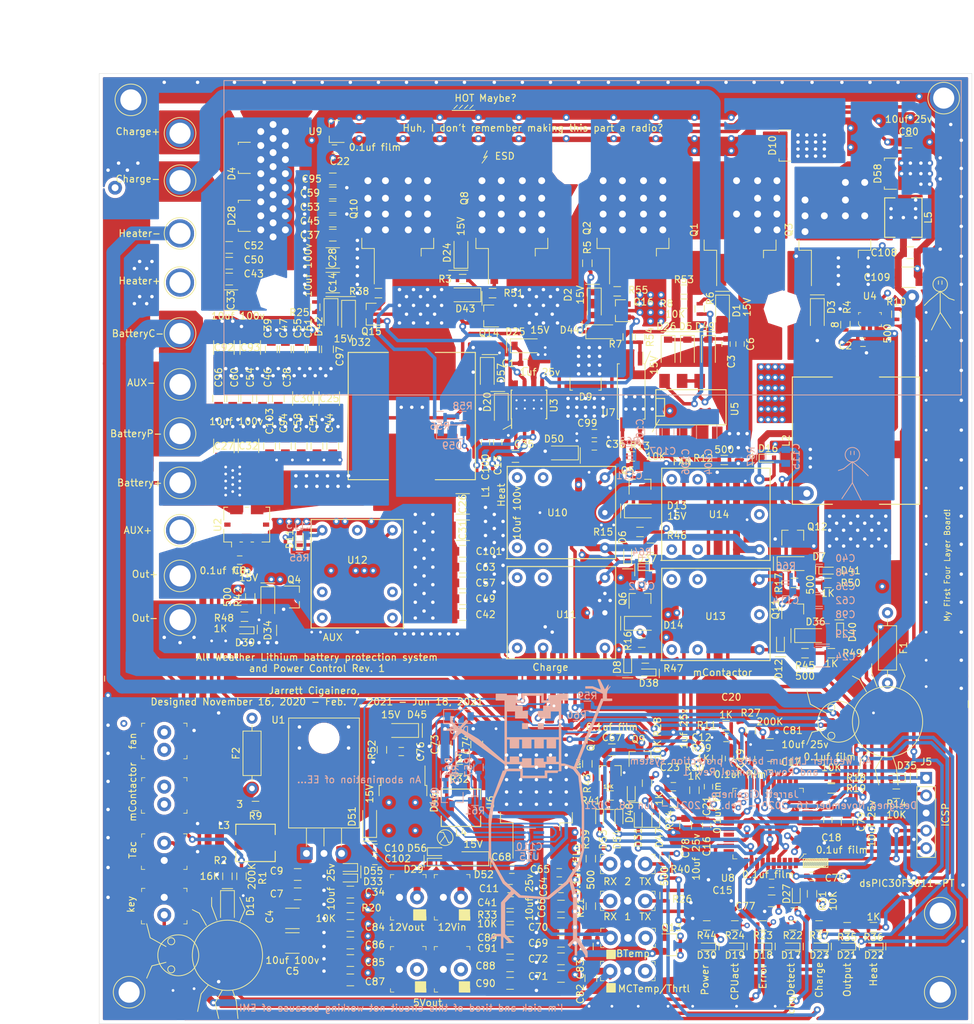
<source format=kicad_pcb>
(kicad_pcb (version 20171130) (host pcbnew "(5.1.5)-3")
  (layers (0 F.Cu signal) (1 In1.Cu power) (2 In2.Cu power) (31 B.Cu signal) (34 B.Paste user) (35 F.Paste user) (36 B.SilkS user) (37 F.SilkS user) (38 B.Mask user) (39 F.Mask user) (44 Edge.Cuts user))
  (net 0 "")
  (net 1 GND)
  (net 2 /CH+)
  (net 3 /BC-)
  (net 4 +12V)
  (net 5 /CH-)
  (net 6 /BCsense)
  (net 7 "Net-(D1-Pad1)")
  (net 8 "Net-(D2-Pad1)")
  (net 9 "Net-(D3-Pad1)")
  (net 10 /BVsense)
  (net 11 "Net-(R4-Pad1)")
  (net 12 "Net-(R10-Pad2)")
  (net 13 "Net-(R11-Pad2)")
  (net 14 "Net-(R6-Pad1)")
  (net 15 "Net-(R12-Pad2)")
  (net 16 /CHdetect)
  (net 17 /Heater-)
  (net 18 /Hctrl)
  (net 19 /CHctrl)
  (net 20 "Net-(U5-Pad4)")
  (net 21 "Net-(U5-Pad1)")
  (net 22 /B+)
  (net 23 /Heater+)
  (net 24 /CoolCTRL)
  (net 25 "Net-(U8-Pad33)")
  (net 26 "Net-(U8-Pad13)")
  (net 27 "Net-(U8-Pad12)")
  (net 28 "Net-(U8-Pad34)")
  (net 29 /Btemp)
  (net 30 +5C)
  (net 31 /MCLR)
  (net 32 /PGMC)
  (net 33 /PGMD)
  (net 34 /TACinput)
  (net 35 "Net-(D7-Pad1)")
  (net 36 "Net-(D13-Pad1)")
  (net 37 "Net-(D14-Pad1)")
  (net 38 "Net-(R18-Pad2)")
  (net 39 "Net-(R19-Pad2)")
  (net 40 "Net-(D17-Pad2)")
  (net 41 "Net-(D18-Pad2)")
  (net 42 "Net-(D19-Pad2)")
  (net 43 "Net-(R22-Pad1)")
  (net 44 "Net-(R23-Pad1)")
  (net 45 "Net-(R24-Pad1)")
  (net 46 /cTemp)
  (net 47 /U2TX)
  (net 48 /U2RX)
  (net 49 /U1RX)
  (net 50 /U1TX)
  (net 51 "Net-(J13-Pad3)")
  (net 52 "Net-(J14-Pad3)")
  (net 53 /brdTemp)
  (net 54 "Net-(R34-Pad2)")
  (net 55 "Net-(D21-Pad2)")
  (net 56 "Net-(D22-Pad2)")
  (net 57 "Net-(D23-Pad2)")
  (net 58 "Net-(C1-Pad1)")
  (net 59 "Net-(C1-Pad2)")
  (net 60 /IntBus)
  (net 61 /M+)
  (net 62 "Net-(D10-Pad1)")
  (net 63 "Net-(D24-Pad1)")
  (net 64 /Mctrl+)
  (net 65 "Net-(U8-Pad30)")
  (net 66 "Net-(C11-Pad1)")
  (net 67 +5V)
  (net 68 /__PwrKey)
  (net 69 /KeepAlive)
  (net 70 "Net-(J10-Pad1)")
  (net 71 "Net-(J10-Pad3)")
  (net 72 "Net-(J11-Pad1)")
  (net 73 "Net-(J11-Pad3)")
  (net 74 "Net-(D30-Pad2)")
  (net 75 "Net-(D15-Pad1)")
  (net 76 /ChargeIn)
  (net 77 "Net-(D32-Pad1)")
  (net 78 "Net-(D34-Pad1)")
  (net 79 "Net-(D35-Pad2)")
  (net 80 "Net-(D36-Pad1)")
  (net 81 "Net-(D37-Pad2)")
  (net 82 "Net-(D38-Pad2)")
  (net 83 "Net-(D39-Pad2)")
  (net 84 "Net-(D40-Pad2)")
  (net 85 "Net-(D41-Pad2)")
  (net 86 "Net-(H14-Pad1)")
  (net 87 "Net-(J1-Pad1)")
  (net 88 "Net-(J1-Pad2)")
  (net 89 "Net-(J2-Pad2)")
  (net 90 "Net-(J2-Pad1)")
  (net 91 /HeatRLY)
  (net 92 /chargeRLY)
  (net 93 /AUXpower)
  (net 94 /mainContactor)
  (net 95 "Net-(D42-Pad1)")
  (net 96 "Net-(D44-Pad1)")
  (net 97 "Net-(U10-Pad2)")
  (net 98 "Net-(U10-Pad3)")
  (net 99 "Net-(U10-Pad4)")
  (net 100 "Net-(U11-Pad4)")
  (net 101 "Net-(U11-Pad3)")
  (net 102 "Net-(U11-Pad2)")
  (net 103 "Net-(U12-Pad2)")
  (net 104 "Net-(U12-Pad3)")
  (net 105 "Net-(U12-Pad4)")
  (net 106 "Net-(U13-Pad2)")
  (net 107 "Net-(U13-Pad3)")
  (net 108 "Net-(U14-Pad3)")
  (net 109 "Net-(U14-Pad2)")
  (net 110 "Net-(U13-Pad4)")
  (net 111 "Net-(U14-Pad4)")
  (net 112 "Net-(U2-Pad4)")
  (net 113 "Net-(U2-Pad7)")
  (net 114 "Net-(H11-Pad1)")
  (net 115 "Net-(C76-Pad1)")
  (net 116 +5P)
  (net 117 "Net-(R54-Pad2)")
  (net 118 /Mctrl-)
  (net 119 "Net-(U8-Pad38)")
  (net 120 "Net-(F2-Pad1)")
  (net 121 "Net-(D43-Pad1)")
  (net 122 "Net-(D42-Pad2)")
  (net 123 "Net-(D44-Pad2)")
  (net 124 "Net-(Q14-Pad2)")
  (net 125 "Net-(Q15-Pad2)")
  (net 126 "Net-(Q16-Pad2)")
  (net 127 "Net-(C10-Pad1)")
  (net 128 "Net-(H18-Pad1)")
  (net 129 "Net-(H19-Pad1)")
  (net 130 "Net-(C4-Pad1)")
  (net 131 "Net-(C3-Pad1)")
  (net 132 "Net-(D27-Pad1)")
  (net 133 "Net-(D29-Pad2)")
  (net 134 "Net-(D31-Pad1)")
  (net 135 "Net-(D31-Pad2)")
  (net 136 "Net-(D48-Pad2)")
  (net 137 "Net-(D53-Pad1)")
  (net 138 "Net-(C108-Pad1)")
  (net 139 "Net-(D58-Pad1)")
  (net 140 "Net-(D59-Pad2)")
  (net 141 "Net-(D59-Pad1)")
  (net 142 "Net-(D60-Pad1)")
  (net 143 "Net-(D60-Pad2)")
  (net 144 "Net-(Q18-Pad3)")
  (net 145 "Net-(Q18-Pad1)")
  (net 146 "Net-(R59-Pad2)")
  (net 147 "Net-(U15-Pad5)")
  (net 148 "Net-(C111-Pad1)")
  (net 149 "Net-(C111-Pad2)")
  (net 150 "Net-(C112-Pad2)")
  (net 151 "Net-(C112-Pad1)")
  (net 152 "Net-(C113-Pad1)")
  (net 153 "Net-(C113-Pad2)")
  (net 154 "Net-(C114-Pad2)")
  (net 155 "Net-(C114-Pad1)")
  (net 156 "Net-(C115-Pad2)")
  (net 157 "Net-(C115-Pad1)")
  (module Resistors_SMD:R_0603 (layer B.Cu) (at 85.852 139.7 270)
    (fp_text reference R57 (at 0 1.45 90) (layer B.SilkS) (effects (justify mirror)))
    (fp_text value 200K)
    (pad 2 smd rect (at 0.75 0 270) (size 0.5 0.9) (layers B.Cu B.Paste B.Mask) (net 30 +5C))
    (pad 1 smd rect (at -0.75 0 270) (size 0.5 0.9) (layers B.Cu B.Paste B.Mask) (net 140 "Net-(D59-Pad2)"))
  )
  (module TO_SOT_Packages_SMD:SOT-23 (layer F.Cu) (at 104.902 140.208 90)
    (fp_text reference Q7 (at 3.81 -2.794 90) (layer F.SilkS))
    (fp_text value DMN65D8L)
    (pad 1 smd rect (at -1 -0.95 90) (size 0.9 0.8) (layers F.Cu F.Paste F.Mask) (net 137 "Net-(D53-Pad1)"))
    (pad 2 smd rect (at -1 0.95 90) (size 0.9 0.8) (layers F.Cu F.Paste F.Mask) (net 1 GND))
    (pad 3 smd rect (at 1 0 90) (size 0.9 0.8) (layers F.Cu F.Paste F.Mask) (net 136 "Net-(D48-Pad2)"))
  )
  (module TO_SOT_Packages_SMD:TO-263-2 (layer F.Cu) (at 108.204 61.722 90)
    (fp_text reference Q2 (at 0 -6.65 90) (layer F.SilkS))
    (fp_text value PSMN5R6-100BS)
    (pad 1 smd rect (at -5.775 -2.54 90) (size 4.6 1.1) (layers F.Cu F.Paste F.Mask) (net 8 "Net-(D2-Pad1)"))
    (pad 3 smd rect (at -5.775 2.54 90) (size 4.6 1.1) (layers F.Cu F.Paste F.Mask) (net 1 GND))
    (pad 2 smd rect (at 3.375 0 90) (size 9.4 10.8) (layers F.Cu F.Mask) (net 59 "Net-(C1-Pad2)"))
    (pad 2 smd rect (at 5.8 2.775 90) (size 4.55 5.25) (layers F.Cu F.Paste) (net 59 "Net-(C1-Pad2)"))
    (pad 2 smd rect (at 0.95 -2.775 90) (size 4.55 5.25) (layers F.Cu F.Paste) (net 59 "Net-(C1-Pad2)"))
    (pad 2 smd rect (at 5.8 -2.775 90) (size 4.55 5.25) (layers F.Cu F.Paste) (net 59 "Net-(C1-Pad2)"))
    (pad 2 smd rect (at 0.95 2.775 90) (size 4.55 5.25) (layers F.Cu F.Paste) (net 59 "Net-(C1-Pad2)"))
  )
  (module TO_SOT_Packages_SMD:TO-277A (layer F.Cu) (at 101.346 82.672 180)
    (fp_text reference D9 (at 0 -3.45 180) (layer F.SilkS))
    (fp_text value D_Schottky_AAK)
    (pad 1 smd rect (at -1.04 -1.9) (size 1.4 1.27) (layers F.Cu F.Paste F.Mask) (net 1 GND))
    (pad 3 smd rect (at 0 1.9) (size 4.72 4.8) (layers F.Cu F.Paste F.Mask) (net 59 "Net-(C1-Pad2)"))
    (pad 2 smd rect (at 1.04 -1.9) (size 1.4 1.27) (layers F.Cu F.Paste F.Mask) (net 1 GND))
  )
  (module Housings_SOIC:SO-4_7.6x3.6mm_Pitch2.54mm (layer F.Cu) (at 107.95 85.344 270)
    (fp_text reference U7 (at 3.048 3.302 180) (layer F.SilkS))
    (fp_text value LTV-817S)
    (pad 4 smd rect (at 4.75 -1.27 270) (size 2 0.64) (layers F.Cu F.Paste F.Mask) (net 67 +5V))
    (pad 3 smd rect (at 4.75 1.27 270) (size 2 0.64) (layers F.Cu F.Paste F.Mask) (net 16 /CHdetect))
    (pad 2 smd rect (at -4.75 1.27 270) (size 2 0.64) (layers F.Cu F.Paste F.Mask) (net 5 /CH-))
    (pad 1 smd rect (at -4.75 -1.27 270) (size 2 0.64) (layers F.Cu F.Paste F.Mask) (net 117 "Net-(R54-Pad2)"))
  )
  (module TO_SOT_Packages_THT:TO-220-3_Horizontal (layer F.Cu) (at 60.96 152.146)
    (fp_text reference U1 (at -4.064 -19.304) (layer F.SilkS))
    (fp_text value R-78HB12-0.5)
    (pad 0 np_thru_hole oval (at 2.54 -16.66) (size 3.5 3.5) (drill 3.5) (layers *.Cu *.Mask))
    (pad 1 thru_hole rect (at 0 0) (size 1.8 1.8) (drill 1) (layers *.Cu *.Mask) (net 130 "Net-(C4-Pad1)"))
    (pad 2 thru_hole oval (at 2.54 0) (size 1.8 1.8) (drill 1) (layers *.Cu *.Mask) (net 1 GND))
    (pad 3 thru_hole oval (at 5.08 0) (size 1.8 1.8) (drill 1) (layers *.Cu *.Mask) (net 127 "Net-(C10-Pad1)"))
  )
  (module Capacitors_SMD:C_0603 (layer F.Cu) (at 92.698 81.28)
    (fp_text reference C1 (at -2.528 0) (layer F.SilkS))
    (fp_text value "1uf 25v" (at 2.044 1.27) (layer F.SilkS))
    (pad 2 smd rect (at 0.75 0) (size 0.8 0.75) (layers F.Cu F.Paste F.Mask) (net 59 "Net-(C1-Pad2)"))
    (pad 1 smd rect (at -0.75 0) (size 0.8 0.75) (layers F.Cu F.Paste F.Mask) (net 58 "Net-(C1-Pad1)"))
  )
  (module Capacitors_SMD:C_1210 (layer F.Cu) (at 58.928 161.544)
    (fp_text reference C4 (at -3.302 -0.254 90) (layer F.SilkS))
    (fp_text value "10uf 100v")
    (pad 2 smd rect (at 1.5 0) (size 1 2.5) (layers F.Cu F.Paste F.Mask) (net 1 GND))
    (pad 1 smd rect (at -1.5 0) (size 1 2.5) (layers F.Cu F.Paste F.Mask) (net 130 "Net-(C4-Pad1)"))
  )
  (module Capacitors_SMD:C_1210 (layer F.Cu) (at 58.928 165.1)
    (fp_text reference C5 (at 0 4.064) (layer F.SilkS))
    (fp_text value "10uf 100v" (at 0 2.5) (layer F.SilkS))
    (pad 1 smd rect (at -1.5 0) (size 1 2.5) (layers F.Cu F.Paste F.Mask) (net 130 "Net-(C4-Pad1)"))
    (pad 2 smd rect (at 1.5 0) (size 1 2.5) (layers F.Cu F.Paste F.Mask) (net 1 GND))
  )
  (module Capacitors_SMD:C_0603 (layer F.Cu) (at 51.308 109.728)
    (fp_text reference C8 (at 0 1.524) (layer F.SilkS))
    (fp_text value "0.1uf film" (at -2.032 1.524) (layer F.SilkS))
    (pad 1 smd rect (at -0.75 0) (size 0.8 0.75) (layers F.Cu F.Paste F.Mask) (net 30 +5C))
    (pad 2 smd rect (at 0.75 0) (size 0.8 0.75) (layers F.Cu F.Paste F.Mask) (net 1 GND))
  )
  (module Capacitors_SMD:C_0603 (layer F.Cu) (at 70.866 151.384)
    (fp_text reference C10 (at 2.794 0) (layer F.SilkS))
    (fp_text value "1uf 25v")
    (pad 2 smd rect (at 0.75 0) (size 0.8 0.75) (layers F.Cu F.Paste F.Mask) (net 1 GND))
    (pad 1 smd rect (at -0.75 0) (size 0.8 0.75) (layers F.Cu F.Paste F.Mask) (net 127 "Net-(C10-Pad1)"))
  )
  (module Capacitors_SMD:C_0603 (layer F.Cu) (at 121.666 135.382 180)
    (fp_text reference C12 (at 3.556 0) (layer F.SilkS))
    (fp_text value "1uf 25v" (at 6.096 1.27 90) (layer F.SilkS))
    (pad 1 smd rect (at -0.75 0 180) (size 0.8 0.75) (layers F.Cu F.Paste F.Mask) (net 6 /BCsense))
    (pad 2 smd rect (at 0.75 0 180) (size 0.8 0.75) (layers F.Cu F.Paste F.Mask) (net 1 GND))
  )
  (module Capacitors_SMD:C_1210 (layer F.Cu) (at 64.77 69.596 180)
    (fp_text reference C14 (at 0 0 90) (layer F.SilkS))
    (fp_text value "10uf 100v")
    (pad 2 smd rect (at 1.5 0 180) (size 1 2.5) (layers F.Cu F.Paste F.Mask) (net 1 GND))
    (pad 1 smd rect (at -1.5 0 180) (size 1 2.5) (layers F.Cu F.Paste F.Mask) (net 60 /IntBus))
  )
  (module Capacitors_SMD:C_0603 (layer F.Cu) (at 128.258 156.464 180)
    (fp_text reference C15 (at 7.1 -1.016) (layer F.SilkS))
    (fp_text value "0.1uf film" (at 0.496 1.27) (layer F.SilkS))
    (pad 1 smd rect (at -0.75 0 180) (size 0.8 0.75) (layers F.Cu F.Paste F.Mask) (net 30 +5C))
    (pad 2 smd rect (at 0.75 0 180) (size 0.8 0.75) (layers F.Cu F.Paste F.Mask) (net 1 GND))
  )
  (module Capacitors_SMD:C_0603 (layer F.Cu) (at 118.872 148.094 270)
    (fp_text reference C16 (at 3.036 0 90) (layer F.SilkS))
    (fp_text value "0.1uf film")
    (pad 2 smd rect (at 0.75 0 270) (size 0.8 0.75) (layers F.Cu F.Paste F.Mask) (net 1 GND))
    (pad 1 smd rect (at -0.75 0 270) (size 0.8 0.75) (layers F.Cu F.Paste F.Mask) (net 30 +5C))
  )
  (module Capacitors_SMD:C_0603 (layer F.Cu) (at 128.028 139.446)
    (fp_text reference C17 (at 3.036 -0.508) (layer F.SilkS))
    (fp_text value "0.1uf film" (at 8.624 -1.27) (layer F.SilkS))
    (pad 2 smd rect (at 0.75 0) (size 0.8 0.75) (layers F.Cu F.Paste F.Mask) (net 1 GND))
    (pad 1 smd rect (at -0.75 0) (size 0.8 0.75) (layers F.Cu F.Paste F.Mask) (net 30 +5C))
  )
  (module Capacitors_SMD:C_0603 (layer F.Cu) (at 136.398 147.32 270)
    (fp_text reference C18 (at 2.54 -0.508 180) (layer F.SilkS))
    (fp_text value "0.1uf film" (at 4.318 -2.032 180) (layer F.SilkS))
    (pad 1 smd rect (at -0.75 0 270) (size 0.8 0.75) (layers F.Cu F.Paste F.Mask) (net 30 +5C))
    (pad 2 smd rect (at 0.75 0 270) (size 0.8 0.75) (layers F.Cu F.Paste F.Mask) (net 1 GND))
  )
  (module Capacitors_SMD:C_0603 (layer F.Cu) (at 125.222 138.43 90)
    (fp_text reference C19 (at 0 -1.5 90) (layer F.SilkS))
    (fp_text value "0.1uf film" (at -2.286 -1.524 180) (layer F.SilkS))
    (pad 2 smd rect (at 0.75 0 90) (size 0.8 0.75) (layers F.Cu F.Paste F.Mask) (net 1 GND))
    (pad 1 smd rect (at -0.75 0 90) (size 0.8 0.75) (layers F.Cu F.Paste F.Mask) (net 10 /BVsense))
  )
  (module Capacitors_SMD:C_0603 (layer F.Cu) (at 122.174 138.43 90)
    (fp_text reference C20 (at 8.89 0.254 180) (layer F.SilkS))
    (fp_text value "0.1uf film")
    (pad 1 smd rect (at -0.75 0 90) (size 0.8 0.75) (layers F.Cu F.Paste F.Mask) (net 29 /Btemp))
    (pad 2 smd rect (at 0.75 0 90) (size 0.8 0.75) (layers F.Cu F.Paste F.Mask) (net 1 GND))
  )
  (module Capacitors_SMD:C_0603 (layer F.Cu) (at 119.126 142.494 90)
    (fp_text reference C21 (at -2.794 -0.254 270) (layer F.SilkS))
    (fp_text value "0.1uf film" (at -3.048 1.27 90) (layer F.SilkS))
    (pad 2 smd rect (at 0.75 0 90) (size 0.8 0.75) (layers F.Cu F.Paste F.Mask) (net 1 GND))
    (pad 1 smd rect (at -0.75 0 90) (size 0.8 0.75) (layers F.Cu F.Paste F.Mask) (net 46 /cTemp))
  )
  (module Capacitors_SMD:C_0603 (layer F.Cu) (at 65.024 50.292 180)
    (fp_text reference C22 (at -0.762 -1.778) (layer F.SilkS))
    (fp_text value "0.1uf film" (at -5.842 0.254) (layer F.SilkS))
    (pad 1 smd rect (at -0.75 0 180) (size 0.8 0.75) (layers F.Cu F.Paste F.Mask) (net 30 +5C))
    (pad 2 smd rect (at 0.75 0 180) (size 0.8 0.75) (layers F.Cu F.Paste F.Mask) (net 1 GND))
  )
  (module Capacitors_SMD:C_0603 (layer F.Cu) (at 114.046 142.494 180)
    (fp_text reference C23 (at 0.508 2.794) (layer F.SilkS))
    (fp_text value "0.1uf film")
    (pad 2 smd rect (at 0.75 0 180) (size 0.8 0.75) (layers F.Cu F.Paste F.Mask) (net 1 GND))
    (pad 1 smd rect (at -0.75 0 180) (size 0.8 0.75) (layers F.Cu F.Paste F.Mask) (net 53 /brdTemp))
  )
  (module Capacitors_SMD:C_1210 (layer B.Cu) (at 135.636 123.698)
    (fp_text reference C24 (at 3.302 0) (layer B.SilkS) (effects (justify mirror)))
    (fp_text value "10uf 100v")
    (pad 1 smd rect (at -1.5 0) (size 1 2.5) (layers B.Cu B.Paste B.Mask) (net 76 /ChargeIn))
    (pad 2 smd rect (at 1.5 0) (size 1 2.5) (layers B.Cu B.Paste B.Mask) (net 3 /BC-))
  )
  (module Capacitors_SMD:C_1210 (layer F.Cu) (at 64.262 86.384 270)
    (fp_text reference C25 (at -0.024 0 180) (layer F.SilkS))
    (fp_text value "10uf 100v")
    (pad 2 smd rect (at 1.5 0 270) (size 1 2.5) (layers F.Cu F.Paste F.Mask) (net 1 GND))
    (pad 1 smd rect (at -1.5 0 270) (size 1 2.5) (layers F.Cu F.Paste F.Mask) (net 60 /IntBus))
  )
  (module Capacitors_SMD:C_1210 (layer F.Cu) (at 83.566 101.6)
    (fp_text reference C26 (at 0 0 90) (layer F.SilkS))
    (fp_text value "10uf 100v" (at 7.874 1.27 270) (layer F.SilkS))
    (pad 2 smd rect (at 1.5 0) (size 1 2.5) (layers F.Cu F.Paste F.Mask) (net 1 GND))
    (pad 1 smd rect (at -1.5 0) (size 1 2.5) (layers F.Cu F.Paste F.Mask) (net 61 /M+))
  )
  (module Capacitors_SMD:C_1210 (layer F.Cu) (at 49.022 93.218 90)
    (fp_text reference C27 (at -0.024 0 180) (layer F.SilkS))
    (fp_text value "10uf 100v" (at 3.532 1.778 180) (layer F.SilkS))
    (pad 1 smd rect (at -1.5 0 90) (size 1 2.5) (layers F.Cu F.Paste F.Mask) (net 22 /B+))
    (pad 2 smd rect (at 1.5 0 90) (size 1 2.5) (layers F.Cu F.Paste F.Mask) (net 1 GND))
  )
  (module Capacitors_SMD:C_1210 (layer F.Cu) (at 64.77 66.04 180)
    (fp_text reference C28 (at 0.024 0 90) (layer F.SilkS))
    (fp_text value "10uf 100v" (at 3.556 -1.778 270) (layer F.SilkS))
    (pad 1 smd rect (at -1.5 0 180) (size 1 2.5) (layers F.Cu F.Paste F.Mask) (net 60 /IntBus))
    (pad 2 smd rect (at 1.5 0 180) (size 1 2.5) (layers F.Cu F.Paste F.Mask) (net 1 GND))
  )
  (module Capacitors_SMD:C_1210 (layer B.Cu) (at 135.636 120.396)
    (fp_text reference C29 (at 3.302 0) (layer B.SilkS) (effects (justify mirror)))
    (fp_text value "10uf 100v")
    (pad 1 smd rect (at -1.5 0) (size 1 2.5) (layers B.Cu B.Paste B.Mask) (net 76 /ChargeIn))
    (pad 2 smd rect (at 1.5 0) (size 1 2.5) (layers B.Cu B.Paste B.Mask) (net 3 /BC-))
  )
  (module Capacitors_SMD:C_1210 (layer F.Cu) (at 60.452 86.36 270)
    (fp_text reference C30 (at 0.024 0 180) (layer F.SilkS))
    (fp_text value "10uf 100v")
    (pad 1 smd rect (at -1.5 0 270) (size 1 2.5) (layers F.Cu F.Paste F.Mask) (net 60 /IntBus))
    (pad 2 smd rect (at 1.5 0 270) (size 1 2.5) (layers F.Cu F.Paste F.Mask) (net 1 GND))
  )
  (module Capacitors_SMD:C_1210 (layer F.Cu) (at 83.566 105.41)
    (fp_text reference C31 (at 0 0 90) (layer F.SilkS))
    (fp_text value "10uf 100v")
    (pad 2 smd rect (at 1.5 0) (size 1 2.5) (layers F.Cu F.Paste F.Mask) (net 1 GND))
    (pad 1 smd rect (at -1.5 0) (size 1 2.5) (layers F.Cu F.Paste F.Mask) (net 61 /M+))
  )
  (module Capacitors_SMD:C_1210 (layer F.Cu) (at 52.578 93.194 90)
    (fp_text reference C32 (at -0.024 0 180) (layer F.SilkS))
    (fp_text value "10uf 100v")
    (pad 2 smd rect (at 1.5 0 90) (size 1 2.5) (layers F.Cu F.Paste F.Mask) (net 1 GND))
    (pad 1 smd rect (at -1.5 0 90) (size 1 2.5) (layers F.Cu F.Paste F.Mask) (net 22 /B+))
  )
  (module Capacitors_SMD:C_1210 (layer F.Cu) (at 50.038 72.136 180)
    (fp_text reference C33 (at 0 0 90) (layer F.SilkS))
    (fp_text value "10uf 100v" (at -1.016 -2.286) (layer F.SilkS))
    (pad 2 smd rect (at 1.5 0 180) (size 1 2.5) (layers F.Cu F.Paste F.Mask) (net 5 /CH-))
    (pad 1 smd rect (at -1.5 0 180) (size 1 2.5) (layers F.Cu F.Paste F.Mask) (net 2 /CH+))
  )
  (module Capacitors_SMD:C_0805 (layer F.Cu) (at 67.31 157.734 180)
    (fp_text reference C34 (at -3.556 0) (layer F.SilkS))
    (fp_text value "10uf 25v" (at 2.794 0.762 270) (layer F.SilkS))
    (pad 1 smd rect (at -1 0 180) (size 1 1.25) (layers F.Cu F.Paste F.Mask) (net 4 +12V))
    (pad 2 smd rect (at 1 0 180) (size 1 1.25) (layers F.Cu F.Paste F.Mask) (net 1 GND))
  )
  (module Capacitors_SMD:C_0805 (layer F.Cu) (at 90.424 159.258)
    (fp_text reference C41 (at -3.302 0 180) (layer F.SilkS))
    (fp_text value "10uf 25v" (at 2.794 -0.762 90) (layer F.SilkS))
    (pad 2 smd rect (at 1 0) (size 1 1.25) (layers F.Cu F.Paste F.Mask) (net 1 GND))
    (pad 1 smd rect (at -1 0) (size 1 1.25) (layers F.Cu F.Paste F.Mask) (net 66 "Net-(C11-Pad1)"))
  )
  (module Capacitors_SMD:C_0603 (layer F.Cu) (at 97.536 154.94 180)
    (fp_text reference C65 (at 2.794 0.508) (layer F.SilkS))
    (fp_text value "0.1uf film" (at -2.54 0.508 90) (layer F.SilkS))
    (pad 1 smd rect (at -0.75 0 180) (size 0.8 0.75) (layers F.Cu F.Paste F.Mask) (net 67 +5V))
    (pad 2 smd rect (at 0.75 0 180) (size 0.8 0.75) (layers F.Cu F.Paste F.Mask) (net 1 GND))
  )
  (module Capacitors_SMD:C_0805 (layer F.Cu) (at 97.79 159.766 180)
    (fp_text reference C66 (at 2.794 -0.254 90) (layer F.SilkS))
    (fp_text value "10uf 25v")
    (pad 2 smd rect (at 1 0 180) (size 1 1.25) (layers F.Cu F.Paste F.Mask) (net 1 GND))
    (pad 1 smd rect (at -1 0 180) (size 1 1.25) (layers F.Cu F.Paste F.Mask) (net 67 +5V))
  )
  (module Diodes_SMD:D_SOD-123 (layer F.Cu) (at 121.158 73.66 270)
    (fp_text reference D1 (at 0 -2.032 90) (layer F.SilkS))
    (fp_text value 15V (at -0.508 -3.556 90) (layer F.SilkS))
    (pad 2 smd rect (at 1.65 0 270) (size 0.9 1.2) (layers F.Cu F.Paste F.Mask) (net 5 /CH-))
    (pad 1 smd rect (at -1.65 0 270) (size 0.9 1.2) (layers F.Cu F.Paste F.Mask) (net 7 "Net-(D1-Pad1)"))
  )
  (module Diodes_SMD:D_SOD-123 (layer F.Cu) (at 102.616 72.644 270)
    (fp_text reference D2 (at -1.27 3.81 90) (layer F.SilkS))
    (fp_text value 15V (at -1.27 2.032 90) (layer F.SilkS))
    (pad 1 smd rect (at -1.65 0 270) (size 0.9 1.2) (layers F.Cu F.Paste F.Mask) (net 8 "Net-(D2-Pad1)"))
    (pad 2 smd rect (at 1.65 0 270) (size 0.9 1.2) (layers F.Cu F.Paste F.Mask) (net 1 GND))
  )
  (module Diodes_SMD:D_SOD-123 (layer F.Cu) (at 134.874 74.168 270)
    (fp_text reference D3 (at -1.016 -2.032 90) (layer F.SilkS))
    (fp_text value 15V)
    (pad 1 smd rect (at -1.65 0 270) (size 0.9 1.2) (layers F.Cu F.Paste F.Mask) (net 9 "Net-(D3-Pad1)"))
    (pad 2 smd rect (at 1.65 0 270) (size 0.9 1.2) (layers F.Cu F.Paste F.Mask) (net 1 GND))
  )
  (module TO_SOT_Packages_SMD:TO-277A (layer F.Cu) (at 53.594 51.562 90)
    (fp_text reference D4 (at -2.286 -3.45 270) (layer F.SilkS))
    (fp_text value D_Schottky_AAK)
    (pad 1 smd rect (at -1.04 -1.9 270) (size 1.4 1.27) (layers F.Cu F.Paste F.Mask) (net 2 /CH+))
    (pad 3 smd rect (at 0 1.9 270) (size 4.72 4.8) (layers F.Cu F.Paste F.Mask) (net 76 /ChargeIn))
    (pad 2 smd rect (at 1.04 -1.9 270) (size 1.4 1.27) (layers F.Cu F.Paste F.Mask) (net 2 /CH+))
  )
  (module Diodes_SMD:D_SOD-123 (layer F.Cu) (at 116.078 79.502 270)
    (fp_text reference D5 (at -3.556 0.254 180) (layer F.SilkS))
    (fp_text value 15V)
    (pad 2 smd rect (at 1.65 0 270) (size 0.9 1.2) (layers F.Cu F.Paste F.Mask) (net 5 /CH-))
    (pad 1 smd rect (at -1.65 0 270) (size 0.9 1.2) (layers F.Cu F.Paste F.Mask) (net 131 "Net-(C3-Pad1)"))
  )
  (module Diodes_SMD:D_SOD-123 (layer F.Cu) (at 131.318 110.236)
    (fp_text reference D7 (at 3.81 -1.016) (layer F.SilkS))
    (fp_text value 15V)
    (pad 1 smd rect (at -1.65 0) (size 0.9 1.2) (layers F.Cu F.Paste F.Mask) (net 35 "Net-(D7-Pad1)"))
    (pad 2 smd rect (at 1.65 0) (size 0.9 1.2) (layers F.Cu F.Paste F.Mask) (net 1 GND))
  )
  (module TO_SOT_Packages_SMD:TO-277A (layer F.Cu) (at 131.826 49.784 90)
    (fp_text reference D10 (at 0 -3.45 270) (layer F.SilkS))
    (fp_text value D_Schottky_AAK)
    (pad 2 smd rect (at 1.04 -1.9 270) (size 1.4 1.27) (layers F.Cu F.Paste F.Mask) (net 62 "Net-(D10-Pad1)"))
    (pad 3 smd rect (at 0 1.9 270) (size 4.72 4.8) (layers F.Cu F.Paste F.Mask) (net 76 /ChargeIn))
    (pad 1 smd rect (at -1.04 -1.9 270) (size 1.4 1.27) (layers F.Cu F.Paste F.Mask) (net 62 "Net-(D10-Pad1)"))
  )
  (module Diodes_SMD:D_SOD-123 (layer F.Cu) (at 109.22 102.616)
    (fp_text reference D13 (at 5.334 -0.762) (layer F.SilkS))
    (fp_text value 15V (at 5.334 0.762) (layer F.SilkS))
    (pad 2 smd rect (at 1.65 0) (size 0.9 1.2) (layers F.Cu F.Paste F.Mask) (net 1 GND))
    (pad 1 smd rect (at -1.65 0) (size 0.9 1.2) (layers F.Cu F.Paste F.Mask) (net 36 "Net-(D13-Pad1)"))
  )
  (module Diodes_SMD:D_SOD-123 (layer F.Cu) (at 109.22 118.872)
    (fp_text reference D14 (at 4.826 0.254) (layer F.SilkS))
    (fp_text value 15V)
    (pad 1 smd rect (at -1.65 0) (size 0.9 1.2) (layers F.Cu F.Paste F.Mask) (net 37 "Net-(D14-Pad1)"))
    (pad 2 smd rect (at 1.65 0) (size 0.9 1.2) (layers F.Cu F.Paste F.Mask) (net 1 GND))
  )
  (module LEDs:LED_0603 (layer F.Cu) (at 131.064 165.608 180)
    (fp_text reference D17 (at 0 -1.25) (layer F.SilkS))
    (fp_text value chgDetect (at 0 -6.096 90) (layer F.SilkS))
    (pad 1 smd rect (at -0.8 0) (size 0.8 0.8) (layers F.Cu F.Paste F.Mask) (net 1 GND))
    (pad 2 smd rect (at 0.8 0) (size 0.8 0.8) (layers F.Cu F.Paste F.Mask) (net 40 "Net-(D17-Pad2)"))
  )
  (module LEDs:LED_0603 (layer F.Cu) (at 127 165.608 180)
    (fp_text reference D18 (at 0 -1.25) (layer F.SilkS))
    (fp_text value Error (at 0 -4.318 90) (layer F.SilkS))
    (pad 2 smd rect (at 0.8 0) (size 0.8 0.8) (layers F.Cu F.Paste F.Mask) (net 41 "Net-(D18-Pad2)"))
    (pad 1 smd rect (at -0.8 0) (size 0.8 0.8) (layers F.Cu F.Paste F.Mask) (net 1 GND))
  )
  (module LEDs:LED_0603 (layer F.Cu) (at 122.936 165.608 180)
    (fp_text reference D19 (at 0 -1.25) (layer F.SilkS))
    (fp_text value CPUact (at 0 -5.08 90) (layer F.SilkS))
    (pad 1 smd rect (at -0.8 0) (size 0.8 0.8) (layers F.Cu F.Paste F.Mask) (net 1 GND))
    (pad 2 smd rect (at 0.8 0) (size 0.8 0.8) (layers F.Cu F.Paste F.Mask) (net 42 "Net-(D19-Pad2)"))
  )
  (module LEDs:LED_0603 (layer F.Cu) (at 139.128999 165.606999 180)
    (fp_text reference D21 (at 0 -1.25) (layer F.SilkS))
    (fp_text value Output (at -0.063001 -4.827001 90) (layer F.SilkS))
    (pad 2 smd rect (at 0.8 0) (size 0.8 0.8) (layers F.Cu F.Paste F.Mask) (net 55 "Net-(D21-Pad2)"))
    (pad 1 smd rect (at -0.8 0) (size 0.8 0.8) (layers F.Cu F.Paste F.Mask) (net 1 GND))
  )
  (module LEDs:LED_0603 (layer F.Cu) (at 143.078999 165.606999 180)
    (fp_text reference D22 (at 0 -1.25) (layer F.SilkS))
    (fp_text value Heat (at 0.076999 -4.065001 90) (layer F.SilkS))
    (pad 1 smd rect (at -0.8 0) (size 0.8 0.8) (layers F.Cu F.Paste F.Mask) (net 1 GND))
    (pad 2 smd rect (at 0.8 0) (size 0.8 0.8) (layers F.Cu F.Paste F.Mask) (net 56 "Net-(D22-Pad2)"))
  )
  (module LEDs:LED_0603 (layer F.Cu) (at 135.178999 165.606999 180)
    (fp_text reference D23 (at 0 -1.25) (layer F.SilkS))
    (fp_text value Charge (at 0.050999 -4.827001 90) (layer F.SilkS))
    (pad 2 smd rect (at 0.8 0) (size 0.8 0.8) (layers F.Cu F.Paste F.Mask) (net 57 "Net-(D23-Pad2)"))
    (pad 1 smd rect (at -0.8 0) (size 0.8 0.8) (layers F.Cu F.Paste F.Mask) (net 1 GND))
  )
  (module Diodes_SMD:D_SOD-123 (layer F.Cu) (at 83.312 65.278 90)
    (fp_text reference D24 (at 0 -2 90) (layer F.SilkS))
    (fp_text value 15V (at 3.81 0 90) (layer F.SilkS))
    (pad 2 smd rect (at 1.65 0 90) (size 0.9 1.2) (layers F.Cu F.Paste F.Mask) (net 59 "Net-(C1-Pad2)"))
    (pad 1 smd rect (at -1.65 0 90) (size 0.9 1.2) (layers F.Cu F.Paste F.Mask) (net 63 "Net-(D24-Pad1)"))
  )
  (module Diodes_SMD:D_SOD-123 (layer F.Cu) (at 92.71 78.74)
    (fp_text reference D25 (at -1.524 -2.032) (layer F.SilkS))
    (fp_text value 15V (at 2.032 -2.286) (layer F.SilkS))
    (pad 2 smd rect (at 1.65 0) (size 0.9 1.2) (layers F.Cu F.Paste F.Mask) (net 59 "Net-(C1-Pad2)"))
    (pad 1 smd rect (at -1.65 0) (size 0.9 1.2) (layers F.Cu F.Paste F.Mask) (net 58 "Net-(C1-Pad1)"))
  )
  (module Diodes_SMD:D_SOD-123 (layer F.Cu) (at 113.284 79.502 270)
    (fp_text reference D26 (at -3.556 0.254 180) (layer F.SilkS))
    (fp_text value 15V (at 2.032 2.032 270) (layer F.SilkS))
    (pad 2 smd rect (at 1.65 0 270) (size 0.9 1.2) (layers F.Cu F.Paste F.Mask) (net 5 /CH-))
    (pad 1 smd rect (at -1.65 0 270) (size 0.9 1.2) (layers F.Cu F.Paste F.Mask) (net 131 "Net-(C3-Pad1)"))
  )
  (module Connect:1pin (layer F.Cu) (at 42.672 48.006)
    (fp_text reference H1)
    (fp_text value Charge+ (at -6.096 -0.254) (layer F.SilkS))
    (pad 1 thru_hole circle (at 0 0) (size 4.064 4.064) (drill 3.048) (layers *.Cu *.Mask) (net 2 /CH+))
  )
  (module Connect:1pin (layer F.Cu) (at 42.672 76.962)
    (fp_text reference H2)
    (fp_text value BatteryC- (at -6.096 0) (layer F.SilkS))
    (pad 1 thru_hole circle (at 0 0) (size 4.064 4.064) (drill 3.048) (layers *.Cu *.Mask) (net 3 /BC-))
  )
  (module Connect:1pin (layer F.Cu) (at 42.672 91.44)
    (fp_text reference H3)
    (fp_text value BatteryP- (at -6.35 0) (layer F.SilkS))
    (pad 1 thru_hole circle (at 0 0) (size 4.064 4.064) (drill 3.048) (layers *.Cu *.Mask) (net 1 GND))
  )
  (module Connect:1pin (layer F.Cu) (at 42.672 98.552)
    (fp_text reference H4)
    (fp_text value Battery+ (at -5.842 0) (layer F.SilkS))
    (pad 1 thru_hole circle (at 0 0) (size 4.064 4.064) (drill 3.048) (layers *.Cu *.Mask) (net 22 /B+))
  )
  (module Connect:1pin (layer F.Cu) (at 42.672 112.014)
    (fp_text reference H5)
    (fp_text value Out+ (at -5.08 -0.254) (layer F.SilkS))
    (pad 1 thru_hole circle (at 0 0) (size 4.064 4.064) (drill 3.048) (layers *.Cu *.Mask) (net 61 /M+))
  )
  (module Connect:1pin (layer F.Cu) (at 42.672 118.364)
    (fp_text reference H6)
    (fp_text value Out- (at -5.08 -0.254) (layer F.SilkS))
    (pad 1 thru_hole circle (at 0 0) (size 4.064 4.064) (drill 3.048) (layers *.Cu *.Mask) (net 1 GND))
  )
  (module Connect:1pin (layer F.Cu) (at 42.672 69.596)
    (fp_text reference H7)
    (fp_text value Heater+ (at -5.842 -0.254) (layer F.SilkS))
    (pad 1 thru_hole circle (at 0 0) (size 4.064 4.064) (drill 3.048) (layers *.Cu *.Mask) (net 23 /Heater+))
  )
  (module Connect:1pin (layer F.Cu) (at 42.672 62.484)
    (fp_text reference H8)
    (fp_text value Heater- (at -5.842 0) (layer F.SilkS))
    (pad 1 thru_hole circle (at 0 0) (size 4.064 4.064) (drill 3.048) (layers *.Cu *.Mask) (net 17 /Heater-))
  )
  (module Connect:1pin (layer F.Cu) (at 42.672 54.864)
    (fp_text reference H9)
    (fp_text value Charge- (at -6.096 -0.254) (layer F.SilkS))
    (pad 1 thru_hole circle (at 0 0) (size 4.064 4.064) (drill 3.048) (layers *.Cu *.Mask) (net 5 /CH-))
  )
  (module Connect:1pin (layer F.Cu) (at 153.162 42.926)
    (fp_text reference H10)
    (fp_text value mnt)
    (pad 1 thru_hole circle (at 0 0) (size 4.064 4.064) (drill 3.048) (layers *.Cu *.Mask) (net 1 GND))
  )
  (module Connect:1pin (layer F.Cu) (at 152.654 172.212)
    (fp_text reference H13)
    (fp_text value mnt)
    (pad 1 thru_hole circle (at 0 0) (size 4.064 4.064) (drill 3.048) (layers *.Cu *.Mask) (net 1 GND))
  )
  (module Pin_Headers:Pin_Header_Straight_1x05_Pitch2.54mm (layer F.Cu) (at 150.622 141.224)
    (fp_text reference J5 (at 0 -2.33) (layer F.SilkS))
    (fp_text value ICSP (at 2.794 5.334 90) (layer F.SilkS))
    (pad 5 thru_hole oval (at 0 10.16) (size 1.7 1.7) (drill 1) (layers *.Cu *.Mask) (net 32 /PGMC))
    (pad 4 thru_hole oval (at 0 7.62) (size 1.7 1.7) (drill 1) (layers *.Cu *.Mask) (net 33 /PGMD))
    (pad 3 thru_hole oval (at 0 5.08) (size 1.7 1.7) (drill 1) (layers *.Cu *.Mask) (net 1 GND))
    (pad 2 thru_hole oval (at 0 2.54) (size 1.7 1.7) (drill 1) (layers *.Cu *.Mask) (net 30 +5C))
    (pad 1 thru_hole rect (at 0 0) (size 1.7 1.7) (drill 1) (layers *.Cu *.Mask) (net 31 /MCLR))
  )
  (module Inductors:Inductor_Wurth_HCI-5040 (layer F.Cu) (at 53.594 150.622 180)
    (fp_text reference L3 (at 4.572 2.54) (layer F.SilkS))
    (fp_text value 10uH)
    (pad 2 smd rect (at 2.05 0 180) (size 1.9 1.6) (layers F.Cu F.Paste F.Mask) (net 120 "Net-(F2-Pad1)"))
    (pad 1 smd rect (at -2.05 0 180) (size 1.9 1.6) (layers F.Cu F.Paste F.Mask) (net 130 "Net-(C4-Pad1)"))
  )
  (module Inductors:Inductor_Wurth_HCI-5040 (layer F.Cu) (at 83.312 145.542 180)
    (fp_text reference L4 (at 0 -3.6) (layer F.SilkS))
    (fp_text value 10uH)
    (pad 1 smd rect (at -2.05 0 180) (size 1.9 1.6) (layers F.Cu F.Paste F.Mask) (net 66 "Net-(C11-Pad1)"))
    (pad 2 smd rect (at 2.05 0 180) (size 1.9 1.6) (layers F.Cu F.Paste F.Mask) (net 4 +12V))
  )
  (module Resistors_SMD:R_0603 (layer F.Cu) (at 51.562 155.448 90)
    (fp_text reference R1 (at -0.254 3.048 90) (layer F.SilkS))
    (fp_text value 200K (at 0 1.5 90) (layer F.SilkS))
    (pad 2 smd rect (at 0.75 0 90) (size 0.5 0.9) (layers F.Cu F.Paste F.Mask) (net 22 /B+))
    (pad 1 smd rect (at -0.75 0 90) (size 0.5 0.9) (layers F.Cu F.Paste F.Mask) (net 75 "Net-(D15-Pad1)"))
  )
  (module Resistors_SMD:R_0603 (layer F.Cu) (at 49.53 155.448 270)
    (fp_text reference R2 (at -2.286 1.016) (layer F.SilkS))
    (fp_text value 16K (at 0 2.54) (layer F.SilkS))
    (pad 1 smd rect (at -0.75 0 270) (size 0.5 0.9) (layers F.Cu F.Paste F.Mask) (net 1 GND))
    (pad 2 smd rect (at 0.75 0 270) (size 0.5 0.9) (layers F.Cu F.Paste F.Mask) (net 75 "Net-(D15-Pad1)"))
  )
  (module Resistors_SMD:R_0603 (layer F.Cu) (at 83.566 69.088 180)
    (fp_text reference R3 (at 2.54 0) (layer F.SilkS))
    (fp_text value 12)
    (pad 2 smd rect (at 0.75 0 180) (size 0.5 0.9) (layers F.Cu F.Paste F.Mask) (net 63 "Net-(D24-Pad1)"))
    (pad 1 smd rect (at -0.75 0 180) (size 0.5 0.9) (layers F.Cu F.Paste F.Mask) (net 121 "Net-(D43-Pad1)"))
  )
  (module Resistors_SMD:R_0603 (layer F.Cu) (at 138.938 75.692 270)
    (fp_text reference R4 (at -2.54 -0.254 90) (layer F.SilkS))
    (fp_text value 8 (at 0 1.5 90) (layer F.SilkS))
    (pad 1 smd rect (at -0.75 0 270) (size 0.5 0.9) (layers F.Cu F.Paste F.Mask) (net 11 "Net-(R4-Pad1)"))
    (pad 2 smd rect (at 0.75 0 270) (size 0.5 0.9) (layers F.Cu F.Paste F.Mask) (net 9 "Net-(D3-Pad1)"))
  )
  (module Resistors_SMD:R_0603 (layer F.Cu) (at 101.6 66.802 90)
    (fp_text reference R5 (at 2.286 0 90) (layer F.SilkS))
    (fp_text value 8)
    (pad 1 smd rect (at -0.75 0 90) (size 0.5 0.9) (layers F.Cu F.Paste F.Mask) (net 96 "Net-(D44-Pad1)"))
    (pad 2 smd rect (at 0.75 0 90) (size 0.5 0.9) (layers F.Cu F.Paste F.Mask) (net 8 "Net-(D2-Pad1)"))
  )
  (module Resistors_SMD:R_0603 (layer F.Cu) (at 117.856 73.406 90)
    (fp_text reference R6 (at 1.524 1.524 90) (layer F.SilkS))
    (fp_text value 8)
    (pad 2 smd rect (at 0.75 0 90) (size 0.5 0.9) (layers F.Cu F.Paste F.Mask) (net 7 "Net-(D1-Pad1)"))
    (pad 1 smd rect (at -0.75 0 90) (size 0.5 0.9) (layers F.Cu F.Paste F.Mask) (net 14 "Net-(R6-Pad1)"))
  )
  (module Resistors_SMD:R_0603 (layer F.Cu) (at 115.57 72.644)
    (fp_text reference R8 (at -2.54 0) (layer F.SilkS))
    (fp_text value 10K (at -1.27 1.524 180) (layer F.SilkS))
    (pad 2 smd rect (at 0.75 0) (size 0.5 0.9) (layers F.Cu F.Paste F.Mask) (net 131 "Net-(C3-Pad1)"))
    (pad 1 smd rect (at -0.75 0) (size 0.5 0.9) (layers F.Cu F.Paste F.Mask) (net 2 /CH+))
  )
  (module Resistors_SMD:R_0603 (layer F.Cu) (at 53.594 145.288 180)
    (fp_text reference R9 (at 0 -1.45) (layer F.SilkS))
    (fp_text value 3 (at 2.286 0.254) (layer F.SilkS))
    (pad 2 smd rect (at 0.75 0 180) (size 0.5 0.9) (layers F.Cu F.Paste F.Mask) (net 120 "Net-(F2-Pad1)"))
    (pad 1 smd rect (at -0.75 0 180) (size 0.5 0.9) (layers F.Cu F.Paste F.Mask) (net 130 "Net-(C4-Pad1)"))
  )
  (module Resistors_SMD:R_0603 (layer F.Cu) (at 146.304 74.168 270)
    (fp_text reference R10 (at -1.778 0 180) (layer F.SilkS))
    (fp_text value 500 (at 2.794 1.27 90) (layer F.SilkS))
    (pad 2 smd rect (at 0.75 0 270) (size 0.5 0.9) (layers F.Cu F.Paste F.Mask) (net 12 "Net-(R10-Pad2)"))
    (pad 1 smd rect (at -0.75 0 270) (size 0.5 0.9) (layers F.Cu F.Paste F.Mask) (net 18 /Hctrl))
  )
  (module Resistors_SMD:R_0603 (layer F.Cu) (at 121.666 133.604 180)
    (fp_text reference R11 (at 2.794 0) (layer F.SilkS))
    (fp_text value 1K (at 0 1.5) (layer F.SilkS))
    (pad 1 smd rect (at -0.75 0 180) (size 0.5 0.9) (layers F.Cu F.Paste F.Mask) (net 6 /BCsense))
    (pad 2 smd rect (at 0.75 0 180) (size 0.5 0.9) (layers F.Cu F.Paste F.Mask) (net 13 "Net-(R11-Pad2)"))
  )
  (module Resistors_SMD:R_0603 (layer F.Cu) (at 121.412 95.25 180)
    (fp_text reference R12 (at 3.048 0.254) (layer F.SilkS))
    (fp_text value 500 (at 0 1.5 180) (layer F.SilkS))
    (pad 1 smd rect (at -0.75 0 180) (size 0.5 0.9) (layers F.Cu F.Paste F.Mask) (net 19 /CHctrl))
    (pad 2 smd rect (at 0.75 0 180) (size 0.5 0.9) (layers F.Cu F.Paste F.Mask) (net 15 "Net-(R12-Pad2)"))
  )
  (module Resistors_SMD:R_0603 (layer F.Cu) (at 107.95 94.742)
    (fp_text reference R13 (at 1.27 -1.524) (layer F.SilkS))
    (fp_text value 10K (at 3.556 0) (layer F.SilkS))
    (pad 1 smd rect (at -0.75 0) (size 0.5 0.9) (layers F.Cu F.Paste F.Mask) (net 16 /CHdetect))
    (pad 2 smd rect (at 0.75 0) (size 0.5 0.9) (layers F.Cu F.Paste F.Mask) (net 1 GND))
  )
  (module Resistors_SMD:R_0603 (layer F.Cu) (at 146.304 143.51 180)
    (fp_text reference R14 (at 0 -1.45) (layer F.SilkS))
    (fp_text value 10K (at 0 -3.048) (layer F.SilkS))
    (pad 1 smd rect (at -0.75 0 180) (size 0.5 0.9) (layers F.Cu F.Paste F.Mask) (net 30 +5C))
    (pad 2 smd rect (at 0.75 0 180) (size 0.5 0.9) (layers F.Cu F.Paste F.Mask) (net 79 "Net-(D35-Pad2)"))
  )
  (module Resistors_SMD:R_0603 (layer F.Cu) (at 109.22 105.664 180)
    (fp_text reference R15 (at 5.334 0) (layer F.SilkS))
    (fp_text value 500)
    (pad 2 smd rect (at 0.75 0 180) (size 0.5 0.9) (layers F.Cu F.Paste F.Mask) (net 36 "Net-(D13-Pad1)"))
    (pad 1 smd rect (at -0.75 0 180) (size 0.5 0.9) (layers F.Cu F.Paste F.Mask) (net 91 /HeatRLY))
  )
  (module Resistors_SMD:R_0603 (layer F.Cu) (at 109.474 121.666 180)
    (fp_text reference R16 (at 2.02 0.254 270) (layer F.SilkS))
    (fp_text value 500)
    (pad 2 smd rect (at 0.75 0 180) (size 0.5 0.9) (layers F.Cu F.Paste F.Mask) (net 37 "Net-(D14-Pad1)"))
    (pad 1 smd rect (at -0.75 0 180) (size 0.5 0.9) (layers F.Cu F.Paste F.Mask) (net 92 /chargeRLY))
  )
  (module Resistors_SMD:R_0603 (layer F.Cu) (at 131.572 113.03 180)
    (fp_text reference R17 (at 2.286 0 270) (layer F.SilkS))
    (fp_text value 500 (at -2.286 -0.254 90) (layer F.SilkS))
    (pad 1 smd rect (at -0.75 0 180) (size 0.5 0.9) (layers F.Cu F.Paste F.Mask) (net 24 /CoolCTRL))
    (pad 2 smd rect (at 0.75 0 180) (size 0.5 0.9) (layers F.Cu F.Paste F.Mask) (net 35 "Net-(D7-Pad1)"))
  )
  (module Resistors_SMD:R_0603 (layer F.Cu) (at 136.906 141.224 180)
    (fp_text reference R18 (at -3.556 0) (layer F.SilkS))
    (fp_text value 10K (at 0 1.5) (layer F.SilkS))
    (pad 1 smd rect (at -0.75 0 180) (size 0.5 0.9) (layers F.Cu F.Paste F.Mask) (net 1 GND))
    (pad 2 smd rect (at 0.75 0 180) (size 0.5 0.9) (layers F.Cu F.Paste F.Mask) (net 38 "Net-(R18-Pad2)"))
  )
  (module Resistors_SMD:R_0603 (layer F.Cu) (at 136.906 142.748 180)
    (fp_text reference R19 (at -3.556 0) (layer F.SilkS))
    (fp_text value 10K)
    (pad 1 smd rect (at -0.75 0 180) (size 0.5 0.9) (layers F.Cu F.Paste F.Mask) (net 1 GND))
    (pad 2 smd rect (at 0.75 0 180) (size 0.5 0.9) (layers F.Cu F.Paste F.Mask) (net 39 "Net-(R19-Pad2)"))
  )
  (module Resistors_SMD:R_0603 (layer F.Cu) (at 67.31 160.02 180)
    (fp_text reference R20 (at -3.048 0) (layer F.SilkS))
    (fp_text value 10K (at 3.556 -1.524 180) (layer F.SilkS))
    (pad 1 smd rect (at -0.75 0 180) (size 0.5 0.9) (layers F.Cu F.Paste F.Mask) (net 4 +12V))
    (pad 2 smd rect (at 0.75 0 180) (size 0.5 0.9) (layers F.Cu F.Paste F.Mask) (net 1 GND))
  )
  (module Resistors_SMD:R_0603 (layer F.Cu) (at 131.318 162.56 180)
    (fp_text reference R22 (at 0 -1.45) (layer F.SilkS))
    (fp_text value 1K)
    (pad 1 smd rect (at -0.75 0 180) (size 0.5 0.9) (layers F.Cu F.Paste F.Mask) (net 43 "Net-(R22-Pad1)"))
    (pad 2 smd rect (at 0.75 0 180) (size 0.5 0.9) (layers F.Cu F.Paste F.Mask) (net 40 "Net-(D17-Pad2)"))
  )
  (module Resistors_SMD:R_0603 (layer F.Cu) (at 127 162.56 180)
    (fp_text reference R23 (at 0 -1.45) (layer F.SilkS))
    (fp_text value 1K)
    (pad 1 smd rect (at -0.75 0 180) (size 0.5 0.9) (layers F.Cu F.Paste F.Mask) (net 44 "Net-(R23-Pad1)"))
    (pad 2 smd rect (at 0.75 0 180) (size 0.5 0.9) (layers F.Cu F.Paste F.Mask) (net 41 "Net-(D18-Pad2)"))
  )
  (module Resistors_SMD:R_0603 (layer F.Cu) (at 122.936 162.56 180)
    (fp_text reference R24 (at 0 -1.45) (layer F.SilkS))
    (fp_text value 1K)
    (pad 2 smd rect (at 0.75 0 180) (size 0.5 0.9) (layers F.Cu F.Paste F.Mask) (net 42 "Net-(D19-Pad2)"))
    (pad 1 smd rect (at -0.75 0 180) (size 0.5 0.9) (layers F.Cu F.Paste F.Mask) (net 45 "Net-(R24-Pad1)"))
  )
  (module Resistors_SMD:R_0603 (layer F.Cu) (at 110.236 141.986 270)
    (fp_text reference R28 (at -8.128 -1.524 270) (layer F.SilkS))
    (fp_text value 10K (at -4.826 -1.524 90) (layer F.SilkS))
    (pad 2 smd rect (at 0.75 0 270) (size 0.5 0.9) (layers F.Cu F.Paste F.Mask) (net 68 /__PwrKey))
    (pad 1 smd rect (at -0.75 0 270) (size 0.5 0.9) (layers F.Cu F.Paste F.Mask) (net 30 +5C))
  )
  (module Resistors_SMD:R_0603 (layer F.Cu) (at 120.396 138.43 90)
    (fp_text reference R29 (at 1.524 -2.286) (layer F.SilkS))
    (fp_text value 1K (at 0 -2.032 180) (layer F.SilkS))
    (pad 1 smd rect (at -0.75 0 90) (size 0.5 0.9) (layers F.Cu F.Paste F.Mask) (net 29 /Btemp))
    (pad 2 smd rect (at 0.75 0 90) (size 0.5 0.9) (layers F.Cu F.Paste F.Mask) (net 51 "Net-(J13-Pad3)"))
  )
  (module Resistors_SMD:R_0603 (layer F.Cu) (at 117.094 143.002 270)
    (fp_text reference R30 (at -3.302 0 180) (layer F.SilkS))
    (fp_text value 1K (at -2.032 0 180) (layer F.SilkS))
    (pad 2 smd rect (at 0.75 0 270) (size 0.5 0.9) (layers F.Cu F.Paste F.Mask) (net 52 "Net-(J14-Pad3)"))
    (pad 1 smd rect (at -0.75 0 270) (size 0.5 0.9) (layers F.Cu F.Paste F.Mask) (net 46 /cTemp))
  )
  (module Resistors_SMD:R_0603 (layer F.Cu) (at 134.112 157.988 90)
    (fp_text reference R31 (at -1.016 1.524 90) (layer F.SilkS))
    (fp_text value 10K (at -1.016 3.048 90) (layer F.SilkS))
    (pad 2 smd rect (at 0.75 0 90) (size 0.5 0.9) (layers F.Cu F.Paste F.Mask) (net 34 /TACinput))
    (pad 1 smd rect (at -0.75 0 90) (size 0.5 0.9) (layers F.Cu F.Paste F.Mask) (net 30 +5C))
  )
  (module Resistors_SMD:R_0603 (layer F.Cu) (at 83.07 139.954 180)
    (fp_text reference R32 (at 0 -1.45) (layer F.SilkS))
    (fp_text value 3 (at 0 1.5) (layer F.SilkS))
    (pad 2 smd rect (at 0.75 0 180) (size 0.5 0.9) (layers F.Cu F.Paste F.Mask) (net 4 +12V))
    (pad 1 smd rect (at -0.75 0 180) (size 0.5 0.9) (layers F.Cu F.Paste F.Mask) (net 66 "Net-(C11-Pad1)"))
  )
  (module Resistors_SMD:R_0603 (layer F.Cu) (at 90.424 161.29)
    (fp_text reference R33 (at -3.302 -0.254 180) (layer F.SilkS))
    (fp_text value 10K (at -3.302 1.016) (layer F.SilkS))
    (pad 2 smd rect (at 0.75 0) (size 0.5 0.9) (layers F.Cu F.Paste F.Mask) (net 1 GND))
    (pad 1 smd rect (at -0.75 0) (size 0.5 0.9) (layers F.Cu F.Paste F.Mask) (net 66 "Net-(C11-Pad1)"))
  )
  (module Resistors_SMD:R_0603 (layer F.Cu) (at 114.046 144.78 180)
    (fp_text reference R34 (at 0.508 -2.54 90) (layer F.SilkS))
    (fp_text value 1K (at 2.032 0.508 90) (layer F.SilkS))
    (pad 1 smd rect (at -0.75 0 180) (size 0.5 0.9) (layers F.Cu F.Paste F.Mask) (net 53 /brdTemp))
    (pad 2 smd rect (at 0.75 0 180) (size 0.5 0.9) (layers F.Cu F.Paste F.Mask) (net 54 "Net-(R34-Pad2)"))
  )
  (module Resistors_SMD:R_0603 (layer F.Cu) (at 139.192 162.814 180)
    (fp_text reference R35 (at 0 -1.45) (layer F.SilkS))
    (fp_text value 1K)
    (pad 1 smd rect (at -0.75 0 180) (size 0.5 0.9) (layers F.Cu F.Paste F.Mask) (net 64 /Mctrl+))
    (pad 2 smd rect (at 0.75 0 180) (size 0.5 0.9) (layers F.Cu F.Paste F.Mask) (net 55 "Net-(D21-Pad2)"))
  )
  (module Resistors_SMD:R_0603 (layer F.Cu) (at 143.002 162.814 180)
    (fp_text reference R36 (at 0 -1.45) (layer F.SilkS))
    (fp_text value 1K (at 0 1.5) (layer F.SilkS))
    (pad 1 smd rect (at -0.75 0 180) (size 0.5 0.9) (layers F.Cu F.Paste F.Mask) (net 18 /Hctrl))
    (pad 2 smd rect (at 0.75 0 180) (size 0.5 0.9) (layers F.Cu F.Paste F.Mask) (net 56 "Net-(D22-Pad2)"))
  )
  (module Resistors_SMD:R_0603 (layer F.Cu) (at 135.128 162.56 180)
    (fp_text reference R37 (at 0 -1.45) (layer F.SilkS))
    (fp_text value 1K)
    (pad 2 smd rect (at 0.75 0 180) (size 0.5 0.9) (layers F.Cu F.Paste F.Mask) (net 57 "Net-(D23-Pad2)"))
    (pad 1 smd rect (at -0.75 0 180) (size 0.5 0.9) (layers F.Cu F.Paste F.Mask) (net 19 /CHctrl))
  )
  (module Sensor_Current:Allegro_PSOF-7_4.8x6.4mm_P1.60mm (layer F.Cu) (at 52.324 104.648 90)
    (fp_text reference U2 (at 0 -4.2 90) (layer F.SilkS))
    (fp_text value ACS780xLRTR-050B)
    (pad 1 smd rect (at -2.45 -1.6 90) (size 1.6 0.5) (layers F.Cu F.Paste F.Mask) (net 30 +5C))
    (pad 2 smd rect (at -2.45 0 90) (size 1.6 0.5) (layers F.Cu F.Paste F.Mask) (net 1 GND))
    (pad 3 smd rect (at -2.45 1.6 90) (size 1.6 0.5) (layers F.Cu F.Paste F.Mask) (net 13 "Net-(R11-Pad2)"))
    (pad 4 smd rect (at 0.05 2.8 90) (size 0.6 0.9) (layers F.Cu F.Paste F.Mask) (net 112 "Net-(U2-Pad4)"))
    (pad 7 smd rect (at 0.05 -2.8 90) (size 0.6 0.9) (layers F.Cu F.Paste F.Mask) (net 113 "Net-(U2-Pad7)"))
    (pad 5 smd rect (at 2.4 1.5 90) (size 1.7 1.8) (layers F.Cu F.Paste F.Mask) (net 60 /IntBus))
    (pad 6 smd rect (at 2.4 -1.5 90) (size 1.7 1.8) (layers F.Cu F.Paste F.Mask) (net 22 /B+))
  )
  (module digikey-footprints:SOT-753 (layer F.Cu) (at 142.494 74.93)
    (fp_text reference U4 (at -0.025 -3.375) (layer F.SilkS))
    (fp_text value FAN3111ESX)
    (pad 5 smd rect (at -0.95 -1.35) (size 0.6 1.05) (layers F.Cu F.Paste F.Mask) (net 11 "Net-(R4-Pad1)"))
    (pad 4 smd rect (at 0.95 -1.35) (size 0.6 1.05) (layers F.Cu F.Paste F.Mask) (net 116 +5P))
    (pad 3 smd rect (at 0.95 1.35) (size 0.6 1.05) (layers F.Cu F.Paste F.Mask) (net 12 "Net-(R10-Pad2)"))
    (pad 2 smd rect (at 0 1.35) (size 0.6 1.05) (layers F.Cu F.Paste F.Mask) (net 1 GND))
    (pad 1 smd rect (at -0.95 1.35) (size 0.6 1.05) (layers F.Cu F.Paste F.Mask) (net 4 +12V))
  )
  (module SMD_Packages:DIP-8_SMD (layer F.Cu) (at 116.586 87.63)
    (fp_text reference U5 (at 6.35 0.254 90) (layer F.SilkS))
    (fp_text value HCPL-3120)
    (pad 8 smd rect (at -3.81 -3.81) (size 1.524 2.032) (layers F.Cu F.Paste F.Mask) (net 131 "Net-(C3-Pad1)"))
    (pad 7 smd rect (at -1.27 -3.81) (size 1.524 2.032) (layers F.Cu F.Paste F.Mask) (net 14 "Net-(R6-Pad1)"))
    (pad 6 smd rect (at 1.27 -3.81) (size 1.524 2.032) (layers F.Cu F.Paste F.Mask) (net 14 "Net-(R6-Pad1)"))
    (pad 5 smd rect (at 3.81 -3.81) (size 1.524 2.032) (layers F.Cu F.Paste F.Mask) (net 5 /CH-))
    (pad 4 smd rect (at 3.81 3.81) (size 1.524 2.032) (layers F.Cu F.Paste F.Mask) (net 20 "Net-(U5-Pad4)"))
    (pad 3 smd rect (at 1.27 3.81) (size 1.524 2.032) (layers F.Cu F.Paste F.Mask) (net 1 GND))
    (pad 2 smd rect (at -1.27 3.81) (size 1.524 2.032) (layers F.Cu F.Paste F.Mask) (net 15 "Net-(R12-Pad2)"))
    (pad 1 smd rect (at -3.81 3.81) (size 1.524 2.032) (layers F.Cu F.Paste F.Mask) (net 21 "Net-(U5-Pad1)"))
  )
  (module digikey-footprints:TQFP-44_10x10mm (layer F.Cu) (at 127.762 147.828 180)
    (fp_text reference U8 (at 5.842 -7.874) (layer F.SilkS))
    (fp_text value dsPIC30F3011-PT (at -20.066 -8.636) (layer F.SilkS))
    (pad 6 smd rect (at -5.7 0 180) (size 1.5 0.6) (layers F.Cu F.Paste F.Mask) (net 1 GND))
    (pad 5 smd rect (at -5.7 -0.8 180) (size 1.5 0.6) (layers F.Cu F.Paste F.Mask) (net 24 /CoolCTRL))
    (pad 4 smd rect (at -5.7 -1.6 180) (size 1.5 0.6) (layers F.Cu F.Paste F.Mask) (net 68 /__PwrKey))
    (pad 3 smd rect (at -5.7 -2.4 180) (size 1.5 0.6) (layers F.Cu F.Paste F.Mask) (net 48 /U2RX))
    (pad 2 smd rect (at -5.7 -3.2 180) (size 1.5 0.6) (layers F.Cu F.Paste F.Mask) (net 47 /U2TX))
    (pad 1 smd rect (at -5.7 -4 180) (size 1.5 0.6) (layers F.Cu F.Paste F.Mask) (net 32 /PGMC))
    (pad 7 smd rect (at -5.7 0.8 180) (size 1.5 0.6) (layers F.Cu F.Paste F.Mask) (net 30 +5C))
    (pad 8 smd rect (at -5.7 1.6 180) (size 1.5 0.6) (layers F.Cu F.Paste F.Mask) (net 64 /Mctrl+))
    (pad 9 smd rect (at -5.7 2.4 180) (size 1.5 0.6) (layers F.Cu F.Paste F.Mask) (net 118 /Mctrl-))
    (pad 10 smd rect (at -5.7 3.2 180) (size 1.5 0.6) (layers F.Cu F.Paste F.Mask) (net 19 /CHctrl))
    (pad 11 smd rect (at -5.7 4 180) (size 1.5 0.6) (layers F.Cu F.Paste F.Mask) (net 39 "Net-(R19-Pad2)"))
    (pad 28 smd rect (at 5.7 0 180) (size 1.5 0.6) (layers F.Cu F.Paste F.Mask) (net 30 +5C))
    (pad 29 smd rect (at 5.7 -0.8 180) (size 1.5 0.6) (layers F.Cu F.Paste F.Mask) (net 1 GND))
    (pad 30 smd rect (at 5.7 -1.6 180) (size 1.5 0.6) (layers F.Cu F.Paste F.Mask) (net 65 "Net-(U8-Pad30)"))
    (pad 31 smd rect (at 5.7 -2.4 180) (size 1.5 0.6) (layers F.Cu F.Paste F.Mask) (net 91 /HeatRLY))
    (pad 32 smd rect (at 5.7 -3.2 180) (size 1.5 0.6) (layers F.Cu F.Paste F.Mask) (net 50 /U1TX))
    (pad 33 smd rect (at 5.7 -4 180) (size 1.5 0.6) (layers F.Cu F.Paste F.Mask) (net 25 "Net-(U8-Pad33)"))
    (pad 27 smd rect (at 5.7 0.8 180) (size 1.5 0.6) (layers F.Cu F.Paste F.Mask) (net 93 /AUXpower))
    (pad 26 smd rect (at 5.7 1.6 180) (size 1.5 0.6) (layers F.Cu F.Paste F.Mask) (net 53 /brdTemp))
    (pad 25 smd rect (at 5.7 2.4 180) (size 1.5 0.6) (layers F.Cu F.Paste F.Mask) (net 45 "Net-(R24-Pad1)"))
    (pad 24 smd rect (at 5.7 3.2 180) (size 1.5 0.6) (layers F.Cu F.Paste F.Mask) (net 44 "Net-(R23-Pad1)"))
    (pad 23 smd rect (at 5.7 4 180) (size 1.5 0.6) (layers F.Cu B.Adhes F.Paste F.Mask) (net 43 "Net-(R22-Pad1)"))
    (pad 17 smd rect (at 0 5.7 180) (size 0.6 1.5) (layers F.Cu F.Paste F.Mask) (net 30 +5C))
    (pad 18 smd rect (at 0.8 5.7 180) (size 0.6 1.5) (layers F.Cu F.Paste F.Mask) (net 31 /MCLR))
    (pad 19 smd rect (at 1.6 5.7 180) (size 0.6 1.5) (layers F.Cu F.Paste F.Mask) (net 10 /BVsense))
    (pad 20 smd rect (at 2.4 5.7 180) (size 0.6 1.5) (layers F.Cu F.Paste F.Mask) (net 6 /BCsense))
    (pad 21 smd rect (at 3.2 5.7 180) (size 0.6 1.5) (layers F.Cu F.Paste F.Mask) (net 29 /Btemp))
    (pad 22 smd rect (at 4 5.7 180) (size 0.6 1.5) (layers F.Cu F.Paste F.Mask) (net 46 /cTemp))
    (pad 16 smd rect (at -0.8 5.7 180) (size 0.6 1.5) (layers F.Cu F.Paste F.Mask) (net 1 GND))
    (pad 15 smd rect (at -1.6 5.7 180) (size 0.6 1.5) (layers F.Cu F.Paste F.Mask) (net 38 "Net-(R18-Pad2)"))
    (pad 14 smd rect (at -2.4 5.7 180) (size 0.6 1.5) (layers F.Cu F.Paste F.Mask) (net 18 /Hctrl))
    (pad 13 smd rect (at -3.2 5.7 180) (size 0.6 1.5) (layers F.Cu F.Paste F.Mask) (net 26 "Net-(U8-Pad13)"))
    (pad 12 smd rect (at -4 5.7 180) (size 0.6 1.5) (layers F.Cu F.Paste F.Mask) (net 27 "Net-(U8-Pad12)"))
    (pad 34 smd rect (at 4 -5.7 180) (size 0.6 1.5) (layers F.Cu F.Paste F.Mask) (net 28 "Net-(U8-Pad34)"))
    (pad 35 smd rect (at 3.2 -5.7 180) (size 0.6 1.5) (layers F.Cu F.Paste F.Mask) (net 49 /U1RX))
    (pad 36 smd rect (at 2.4 -5.7 180) (size 0.6 1.5) (layers F.Cu F.Paste F.Mask) (net 16 /CHdetect))
    (pad 37 smd rect (at 1.6 -5.7 180) (size 0.6 1.5) (layers F.Cu F.Paste F.Mask) (net 94 /mainContactor))
    (pad 38 smd rect (at 0.8 -5.7 180) (size 0.6 1.5) (layers F.Cu F.Paste F.Mask) (net 119 "Net-(U8-Pad38)"))
    (pad 39 smd rect (at 0 -5.7 180) (size 0.6 1.5) (layers F.Cu F.Paste F.Mask) (net 1 GND))
    (pad 40 smd rect (at -0.8 -5.7 180) (size 0.6 1.5) (layers F.Cu F.Paste F.Mask) (net 30 +5C))
    (pad 41 smd rect (at -1.6 -5.7 180) (size 0.6 1.5) (layers F.Cu F.Paste F.Mask) (net 69 /KeepAlive))
    (pad 42 smd rect (at -2.4 -5.7 180) (size 0.6 1.5) (layers F.Cu F.Paste F.Mask) (net 34 /TACinput))
    (pad 43 smd rect (at -3.2 -5.7 180) (size 0.6 1.5) (layers F.Cu F.Paste F.Mask) (net 92 /chargeRLY))
    (pad 44 smd rect (at -4 -5.7 180) (size 0.6 1.5) (layers F.Cu F.Paste F.Mask) (net 33 /PGMD))
  )
  (module TO_SOT_Packages_SMD:SOT-23 (layer F.Cu) (at 65.024 47.752 180)
    (fp_text reference U9 (at 2.778 0) (layer F.SilkS))
    (fp_text value LM62CIM3/NOPB)
    (pad 3 smd rect (at 1 0 180) (size 0.9 0.8) (layers F.Cu F.Paste F.Mask) (net 1 GND))
    (pad 2 smd rect (at -1 0.95 180) (size 0.9 0.8) (layers F.Cu F.Paste F.Mask) (net 54 "Net-(R34-Pad2)"))
    (pad 1 smd rect (at -1 -0.95 180) (size 0.9 0.8) (layers F.Cu F.Paste F.Mask) (net 30 +5C))
  )
  (module Connect:1pin (layer F.Cu) (at 35.306 172.212)
    (fp_text reference H12)
    (fp_text value mnt)
    (pad 1 thru_hole circle (at 0 0) (size 4.064 4.064) (drill 3.048) (layers *.Cu *.Mask) (net 1 GND))
  )
  (module TO_SOT_Packages_SMD:SOT-23 (layer F.Cu) (at 109.22 138.176 90)
    (fp_text reference Q9 (at 2.54 -0.254 180) (layer F.SilkS))
    (fp_text value FDN340P)
    (pad 3 smd rect (at 1 0 90) (size 0.9 0.8) (layers F.Cu F.Paste F.Mask) (net 30 +5C))
    (pad 2 smd rect (at -1 0.95 90) (size 0.9 0.8) (layers F.Cu F.Paste F.Mask) (net 67 +5V))
    (pad 1 smd rect (at -1 -0.95 90) (size 0.9 0.8) (layers F.Cu F.Paste F.Mask) (net 136 "Net-(D48-Pad2)"))
  )
  (module Resistors_SMD:R_0603 (layer F.Cu) (at 102.108 159.766 90)
    (fp_text reference R21 (at -0.254 -1.524 270) (layer F.SilkS))
    (fp_text value 500 (at 3.81 0 90) (layer F.SilkS))
    (pad 1 smd rect (at -0.75 0 90) (size 0.5 0.9) (layers F.Cu F.Paste F.Mask) (net 49 /U1RX))
    (pad 2 smd rect (at 0.75 0 90) (size 0.5 0.9) (layers F.Cu F.Paste F.Mask) (net 72 "Net-(J11-Pad1)"))
  )
  (module Resistors_SMD:R_0603 (layer F.Cu) (at 112.776 158.242 270)
    (fp_text reference R26 (at 0.508 -2.54 180) (layer F.SilkS))
    (fp_text value 500 (at -2.794 0 90) (layer F.SilkS))
    (pad 2 smd rect (at 0.75 0 270) (size 0.5 0.9) (layers F.Cu F.Paste F.Mask) (net 73 "Net-(J11-Pad3)"))
    (pad 1 smd rect (at -0.75 0 270) (size 0.5 0.9) (layers F.Cu F.Paste F.Mask) (net 50 /U1TX))
  )
  (module Resistors_SMD:R_0603 (layer F.Cu) (at 102.108 152.908 270)
    (fp_text reference R39 (at -2.794 0.762 90) (layer F.SilkS))
    (fp_text value 500 (at 3.048 0 90) (layer F.SilkS))
    (pad 2 smd rect (at 0.75 0 270) (size 0.5 0.9) (layers F.Cu F.Paste F.Mask) (net 70 "Net-(J10-Pad1)"))
    (pad 1 smd rect (at -0.75 0 270) (size 0.5 0.9) (layers F.Cu F.Paste F.Mask) (net 48 /U2RX))
  )
  (module Resistors_SMD:R_0603 (layer F.Cu) (at 112.776 152.908 270)
    (fp_text reference R40 (at 1.524 -2.286 180) (layer F.SilkS))
    (fp_text value 500 (at 2.54 0 90) (layer F.SilkS))
    (pad 2 smd rect (at 0.75 0 270) (size 0.5 0.9) (layers F.Cu F.Paste F.Mask) (net 71 "Net-(J10-Pad3)"))
    (pad 1 smd rect (at -0.75 0 270) (size 0.5 0.9) (layers F.Cu F.Paste F.Mask) (net 47 /U2TX))
  )
  (module Resistors_SMD:R_0603 (layer F.Cu) (at 104.89 143.764 180)
    (fp_text reference R41 (at 2.782 -0.762) (layer F.SilkS))
    (fp_text value 10K (at 0.242 1.27 180) (layer F.SilkS) (effects (font (size 0.5 0.5) (thickness 0.125))))
    (pad 1 smd rect (at -0.75 0 180) (size 0.5 0.9) (layers F.Cu F.Paste F.Mask) (net 1 GND))
    (pad 2 smd rect (at 0.75 0 180) (size 0.5 0.9) (layers F.Cu F.Paste F.Mask) (net 137 "Net-(D53-Pad1)"))
  )
  (module Resistors_SMD:R_0603 (layer F.Cu) (at 101.6 139.192 270)
    (fp_text reference R43 (at 2.794 0 90) (layer F.SilkS))
    (fp_text value 10K (at 0 1.27 90) (layer F.SilkS) (effects (font (size 0.5 0.5) (thickness 0.125))))
    (pad 1 smd rect (at -0.75 0 270) (size 0.5 0.9) (layers F.Cu F.Paste F.Mask) (net 136 "Net-(D48-Pad2)"))
    (pad 2 smd rect (at 0.75 0 270) (size 0.5 0.9) (layers F.Cu F.Paste F.Mask) (net 67 +5V))
  )
  (module Capacitors_SMD:C_0805 (layer F.Cu) (at 105.156 137.16 180)
    (fp_text reference C67 (at 0 1.778) (layer F.SilkS))
    (fp_text value "0.1uf film" (at 0 3.302) (layer F.SilkS))
    (pad 2 smd rect (at 1 0 180) (size 1 1.25) (layers F.Cu F.Paste F.Mask) (net 1 GND))
    (pad 1 smd rect (at -1 0 180) (size 1 1.25) (layers F.Cu F.Paste F.Mask) (net 30 +5C))
  )
  (module LEDs:LED_0603 (layer F.Cu) (at 118.872 165.608 180)
    (fp_text reference D30 (at 0 -1.25) (layer F.SilkS))
    (fp_text value Power (at 0.254 -4.826 90) (layer F.SilkS))
    (pad 1 smd rect (at -0.8 0) (size 0.8 0.8) (layers F.Cu F.Paste F.Mask) (net 1 GND))
    (pad 2 smd rect (at 0.8 0) (size 0.8 0.8) (layers F.Cu F.Paste F.Mask) (net 74 "Net-(D30-Pad2)"))
  )
  (module Resistors_SMD:R_0603 (layer F.Cu) (at 118.872 162.56 180)
    (fp_text reference R44 (at 0 -1.45) (layer F.SilkS))
    (fp_text value 1K)
    (pad 2 smd rect (at 0.75 0 180) (size 0.5 0.9) (layers F.Cu F.Paste F.Mask) (net 74 "Net-(D30-Pad2)"))
    (pad 1 smd rect (at -0.75 0 180) (size 0.5 0.9) (layers F.Cu F.Paste F.Mask) (net 30 +5C))
  )
  (module TO_SOT_Packages_SMD:TO-263-2 (layer F.Cu) (at 123.698 61.976 90)
    (fp_text reference Q1 (at 0 -6.65 90) (layer F.SilkS))
    (fp_text value PSMN5R6-100BS)
    (pad 1 smd rect (at -5.775 -2.54 90) (size 4.6 1.1) (layers F.Cu F.Paste F.Mask) (net 7 "Net-(D1-Pad1)"))
    (pad 3 smd rect (at -5.775 2.54 90) (size 4.6 1.1) (layers F.Cu F.Paste F.Mask) (net 5 /CH-))
    (pad 2 smd rect (at 3.375 0 90) (size 9.4 10.8) (layers F.Cu F.Mask) (net 62 "Net-(D10-Pad1)"))
    (pad 2 smd rect (at 5.8 2.775 90) (size 4.55 5.25) (layers F.Cu F.Paste) (net 62 "Net-(D10-Pad1)"))
    (pad 2 smd rect (at 0.95 -2.775 90) (size 4.55 5.25) (layers F.Cu F.Paste) (net 62 "Net-(D10-Pad1)"))
    (pad 2 smd rect (at 5.8 -2.775 90) (size 4.55 5.25) (layers F.Cu F.Paste) (net 62 "Net-(D10-Pad1)"))
    (pad 2 smd rect (at 0.95 2.775 90) (size 4.55 5.25) (layers F.Cu F.Paste) (net 62 "Net-(D10-Pad1)"))
  )
  (module TO_SOT_Packages_SMD:TO-263-2 (layer F.Cu) (at 137.414 61.976 90)
    (fp_text reference Q3 (at 0 -6.65 90) (layer F.SilkS))
    (fp_text value PSMN5R6-100BS)
    (pad 2 smd rect (at 0.95 2.775 90) (size 4.55 5.25) (layers F.Cu F.Paste) (net 139 "Net-(D58-Pad1)"))
    (pad 2 smd rect (at 5.8 -2.775 90) (size 4.55 5.25) (layers F.Cu F.Paste) (net 139 "Net-(D58-Pad1)"))
    (pad 2 smd rect (at 0.95 -2.775 90) (size 4.55 5.25) (layers F.Cu F.Paste) (net 139 "Net-(D58-Pad1)"))
    (pad 2 smd rect (at 5.8 2.775 90) (size 4.55 5.25) (layers F.Cu F.Paste) (net 139 "Net-(D58-Pad1)"))
    (pad 2 smd rect (at 3.375 0 90) (size 9.4 10.8) (layers F.Cu F.Mask) (net 139 "Net-(D58-Pad1)"))
    (pad 3 smd rect (at -5.775 2.54 90) (size 4.6 1.1) (layers F.Cu F.Paste F.Mask) (net 1 GND))
    (pad 1 smd rect (at -5.775 -2.54 90) (size 4.6 1.1) (layers F.Cu F.Paste F.Mask) (net 9 "Net-(D3-Pad1)"))
  )
  (module TO_SOT_Packages_SMD:TO-263-2 (layer F.Cu) (at 90.678 61.722 90)
    (fp_text reference Q8 (at 4.318 -6.858 90) (layer F.SilkS))
    (fp_text value PSMN5R6-100BS)
    (pad 2 smd rect (at 0.95 2.775 90) (size 4.55 5.25) (layers F.Cu F.Paste) (net 60 /IntBus))
    (pad 2 smd rect (at 5.8 -2.775 90) (size 4.55 5.25) (layers F.Cu F.Paste) (net 60 /IntBus))
    (pad 2 smd rect (at 0.95 -2.775 90) (size 4.55 5.25) (layers F.Cu F.Paste) (net 60 /IntBus))
    (pad 2 smd rect (at 5.8 2.775 90) (size 4.55 5.25) (layers F.Cu F.Paste) (net 60 /IntBus))
    (pad 2 smd rect (at 3.375 0 90) (size 9.4 10.8) (layers F.Cu F.Mask) (net 60 /IntBus))
    (pad 3 smd rect (at -5.775 2.54 90) (size 4.6 1.1) (layers F.Cu F.Paste F.Mask) (net 59 "Net-(C1-Pad2)"))
    (pad 1 smd rect (at -5.775 -2.54 90) (size 4.6 1.1) (layers F.Cu F.Paste F.Mask) (net 63 "Net-(D24-Pad1)"))
  )
  (module TO_SOT_Packages_SMD:TO-263-2 (layer F.Cu) (at 94.234 144.78 90)
    (fp_text reference U6 (at 0 -6.65 90) (layer F.SilkS))
    (fp_text value L7805CV)
    (pad 2 smd rect (at 0.95 2.775 90) (size 4.55 5.25) (layers F.Cu F.Paste) (net 1 GND))
    (pad 2 smd rect (at 5.8 -2.775 90) (size 4.55 5.25) (layers F.Cu F.Paste) (net 1 GND))
    (pad 2 smd rect (at 0.95 -2.775 90) (size 4.55 5.25) (layers F.Cu F.Paste) (net 1 GND))
    (pad 2 smd rect (at 5.8 2.775 90) (size 4.55 5.25) (layers F.Cu F.Paste) (net 1 GND))
    (pad 2 smd rect (at 3.375 0 90) (size 9.4 10.8) (layers F.Cu F.Mask) (net 1 GND))
    (pad 3 smd rect (at -5.775 2.54 90) (size 4.6 1.1) (layers F.Cu F.Paste F.Mask) (net 67 +5V))
    (pad 1 smd rect (at -5.775 -2.54 90) (size 4.6 1.1) (layers F.Cu F.Paste F.Mask) (net 66 "Net-(C11-Pad1)"))
  )
  (module Capacitors_SMD:C_0603 (layer F.Cu) (at 90.678 154.432)
    (fp_text reference C68 (at -1.524 -1.778) (layer F.SilkS))
    (fp_text value "0.1uf 100v")
    (pad 1 smd rect (at -0.75 0) (size 0.8 0.75) (layers F.Cu F.Paste F.Mask) (net 66 "Net-(C11-Pad1)"))
    (pad 2 smd rect (at 0.75 0) (size 0.8 0.75) (layers F.Cu F.Paste F.Mask) (net 1 GND))
  )
  (module TO_SOT_Packages_SMD:TO-277A (layer F.Cu) (at 53.594 59.944 90)
    (fp_text reference D28 (at 0 -3.45 270) (layer F.SilkS))
    (fp_text value D_Schottky_AAK)
    (pad 2 smd rect (at 1.04 -1.9 270) (size 1.4 1.27) (layers F.Cu F.Paste F.Mask) (net 2 /CH+))
    (pad 3 smd rect (at 0 1.9 270) (size 4.72 4.8) (layers F.Cu F.Paste F.Mask) (net 76 /ChargeIn))
    (pad 1 smd rect (at -1.04 -1.9 270) (size 1.4 1.27) (layers F.Cu F.Paste F.Mask) (net 2 /CH+))
  )
  (module Diodes_SMD:D_SOD-123 (layer F.Cu) (at 67.056 74.422 270)
    (fp_text reference D32 (at 3.81 -1.778 180) (layer F.SilkS))
    (fp_text value 15V (at 3.302 0.762 180) (layer F.SilkS))
    (pad 2 smd rect (at 1.65 0 270) (size 0.9 1.2) (layers F.Cu F.Paste F.Mask) (net 59 "Net-(C1-Pad2)"))
    (pad 1 smd rect (at -1.65 0 270) (size 0.9 1.2) (layers F.Cu F.Paste F.Mask) (net 77 "Net-(D32-Pad1)"))
  )
  (module Diodes_SMD:D_SOD-123 (layer F.Cu) (at 55.372 115.824 270)
    (fp_text reference D34 (at 4.064 0 90) (layer F.SilkS))
    (fp_text value 15V (at -3.556 2.794 180) (layer F.SilkS))
    (pad 2 smd rect (at 1.65 0 270) (size 0.9 1.2) (layers F.Cu F.Paste F.Mask) (net 1 GND))
    (pad 1 smd rect (at -1.65 0 270) (size 0.9 1.2) (layers F.Cu F.Paste F.Mask) (net 78 "Net-(D34-Pad1)"))
  )
  (module Diodes_SMD:D_SOD-123 (layer F.Cu) (at 133.858 120.65)
    (fp_text reference D36 (at 0.762 -2) (layer F.SilkS))
    (fp_text value 15V)
    (pad 1 smd rect (at -1.65 0) (size 0.9 1.2) (layers F.Cu F.Paste F.Mask) (net 80 "Net-(D36-Pad1)"))
    (pad 2 smd rect (at 1.65 0) (size 0.9 1.2) (layers F.Cu F.Paste F.Mask) (net 1 GND))
  )
  (module LEDs:LED_0603 (layer F.Cu) (at 110.236 110.744)
    (fp_text reference D37 (at 0 -1.25) (layer F.SilkS))
    (fp_text value HeatEnable)
    (pad 2 smd rect (at 0.8 0 180) (size 0.8 0.8) (layers F.Cu F.Paste F.Mask) (net 81 "Net-(D37-Pad2)"))
    (pad 1 smd rect (at -0.8 0 180) (size 0.8 0.8) (layers F.Cu F.Paste F.Mask) (net 1 GND))
  )
  (module LEDs:LED_0603 (layer F.Cu) (at 110.236 125.984 180)
    (fp_text reference D38 (at -0.254 -1.524) (layer F.SilkS))
    (fp_text value ChrgEnable)
    (pad 1 smd rect (at -0.8 0) (size 0.8 0.8) (layers F.Cu F.Paste F.Mask) (net 1 GND))
    (pad 2 smd rect (at 0.8 0) (size 0.8 0.8) (layers F.Cu F.Paste F.Mask) (net 82 "Net-(D38-Pad2)"))
  )
  (module LEDs:LED_0603 (layer F.Cu) (at 52.07 119.888 180)
    (fp_text reference D39 (at 0 -1.778) (layer F.SilkS))
    (fp_text value AUXpwr)
    (pad 1 smd rect (at -0.8 0) (size 0.8 0.8) (layers F.Cu F.Paste F.Mask) (net 1 GND))
    (pad 2 smd rect (at 0.8 0) (size 0.8 0.8) (layers F.Cu F.Paste F.Mask) (net 83 "Net-(D39-Pad2)"))
  )
  (module LEDs:LED_0603 (layer F.Cu) (at 138.176 120.142 270)
    (fp_text reference D40 (at 0 -1.778 90) (layer F.SilkS))
    (fp_text value Contactor)
    (pad 1 smd rect (at -0.8 0 90) (size 0.8 0.8) (layers F.Cu F.Paste F.Mask) (net 1 GND))
    (pad 2 smd rect (at 0.8 0 90) (size 0.8 0.8) (layers F.Cu F.Paste F.Mask) (net 84 "Net-(D40-Pad2)"))
  )
  (module LEDs:LED_0603 (layer F.Cu) (at 136.398 111.252)
    (fp_text reference D41 (at 3.302 0) (layer F.SilkS))
    (fp_text value Cool)
    (pad 2 smd rect (at 0.8 0 180) (size 0.8 0.8) (layers F.Cu F.Paste F.Mask) (net 85 "Net-(D41-Pad2)"))
    (pad 1 smd rect (at -0.8 0 180) (size 0.8 0.8) (layers F.Cu F.Paste F.Mask) (net 1 GND))
  )
  (module Connect:1pin (layer F.Cu) (at 42.672 105.41)
    (fp_text reference H14)
    (fp_text value AUX+ (at -6.096 0) (layer F.SilkS))
    (pad 1 thru_hole circle (at 0 0) (size 4.064 4.064) (drill 3.048) (layers *.Cu *.Mask) (net 86 "Net-(H14-Pad1)"))
  )
  (module Connect:1pin (layer F.Cu) (at 42.672 84.328)
    (fp_text reference H15)
    (fp_text value AUX- (at -5.588 -0.254) (layer F.SilkS))
    (pad 1 thru_hole circle (at 0 0) (size 4.064 4.064) (drill 3.048) (layers *.Cu *.Mask) (net 1 GND))
  )
  (module Connect:1pin (layer F.Cu) (at 35.56 43.18)
    (fp_text reference H16)
    (fp_text value mnt)
    (pad 1 thru_hole circle (at 0 0) (size 4.064 4.064) (drill 3.048) (layers *.Cu *.Mask) (net 1 GND))
  )
  (module digikey-footprints:PinHeader_1x2_P2.54mm_Drill1.02mm (layer F.Cu) (at 40.386 145.034 90)
    (fp_text reference J2)
    (fp_text value mContactor (at 1.778 -4.572 90) (layer F.SilkS))
    (pad 2 thru_hole circle (at 2.54 0 90) (size 2.02 2.02) (drill 1.02) (layers *.Cu *.Mask) (net 89 "Net-(J2-Pad2)"))
    (pad 1 thru_hole circle (at 0 0 90) (size 2.02 2.02) (drill 1.02) (layers *.Cu *.Mask) (net 90 "Net-(J2-Pad1)"))
  )
  (module digikey-footprints:PinHeader_1x2_P2.54mm_Drill1.02mm (layer F.Cu) (at 40.386 153.162 90)
    (fp_text reference J3)
    (fp_text value Tac (at 1.524 -4.572 90) (layer F.SilkS))
    (pad 1 thru_hole circle (at 0 0 90) (size 2.02 2.02) (drill 1.02) (layers *.Cu *.Mask) (net 1 GND))
    (pad 2 thru_hole circle (at 2.54 0 90) (size 2.02 2.02) (drill 1.02) (layers *.Cu *.Mask) (net 132 "Net-(D27-Pad1)"))
  )
  (module TO_SOT_Packages_SMD:TO-263-2 (layer F.Cu) (at 74.168 61.722 90)
    (fp_text reference Q10 (at 2.794 -6.35 90) (layer F.SilkS))
    (fp_text value PSMN5R6-100BS)
    (pad 2 smd rect (at 0.95 2.775 90) (size 4.55 5.25) (layers F.Cu F.Paste) (net 60 /IntBus))
    (pad 2 smd rect (at 5.8 -2.775 90) (size 4.55 5.25) (layers F.Cu F.Paste) (net 60 /IntBus))
    (pad 2 smd rect (at 0.95 -2.775 90) (size 4.55 5.25) (layers F.Cu F.Paste) (net 60 /IntBus))
    (pad 2 smd rect (at 5.8 2.775 90) (size 4.55 5.25) (layers F.Cu F.Paste) (net 60 /IntBus))
    (pad 2 smd rect (at 3.375 0 90) (size 9.4 10.8) (layers F.Cu F.Mask) (net 60 /IntBus))
    (pad 3 smd rect (at -5.775 2.54 90) (size 4.6 1.1) (layers F.Cu F.Paste F.Mask) (net 59 "Net-(C1-Pad2)"))
    (pad 1 smd rect (at -5.775 -2.54 90) (size 4.6 1.1) (layers F.Cu F.Paste F.Mask) (net 77 "Net-(D32-Pad1)"))
  )
  (module Resistors_SMD:R_0603 (layer F.Cu) (at 62.23 73.152 270)
    (fp_text reference R25 (at 0.762 2.286 180) (layer F.SilkS))
    (fp_text value 12)
    (pad 2 smd rect (at 0.75 0 270) (size 0.5 0.9) (layers F.Cu F.Paste F.Mask) (net 77 "Net-(D32-Pad1)"))
    (pad 1 smd rect (at -0.75 0 270) (size 0.5 0.9) (layers F.Cu F.Paste F.Mask) (net 95 "Net-(D42-Pad1)"))
  )
  (module Resistors_SMD:R_0603 (layer F.Cu) (at 52.832 115.062 90)
    (fp_text reference R42 (at 0 -1.778 90) (layer F.SilkS))
    (fp_text value 500 (at 0 -3.302 90) (layer F.SilkS))
    (pad 1 smd rect (at -0.75 0 90) (size 0.5 0.9) (layers F.Cu F.Paste F.Mask) (net 93 /AUXpower))
    (pad 2 smd rect (at 0.75 0 90) (size 0.5 0.9) (layers F.Cu F.Paste F.Mask) (net 78 "Net-(D34-Pad1)"))
  )
  (module Resistors_SMD:R_0603 (layer F.Cu) (at 133.096 123.19 180)
    (fp_text reference R45 (at 0 -1.778) (layer F.SilkS))
    (fp_text value 500 (at 0 -3.302) (layer F.SilkS))
    (pad 2 smd rect (at 0.75 0 180) (size 0.5 0.9) (layers F.Cu F.Paste F.Mask) (net 80 "Net-(D36-Pad1)"))
    (pad 1 smd rect (at -0.75 0 180) (size 0.5 0.9) (layers F.Cu F.Paste F.Mask) (net 94 /mainContactor))
  )
  (module Resistors_SMD:R_0603 (layer F.Cu) (at 110.744 107.95)
    (fp_text reference R46 (at 3.81 -1.778) (layer F.SilkS))
    (fp_text value 1K)
    (pad 2 smd rect (at 0.75 0) (size 0.5 0.9) (layers F.Cu F.Paste F.Mask) (net 81 "Net-(D37-Pad2)"))
    (pad 1 smd rect (at -0.75 0) (size 0.5 0.9) (layers F.Cu F.Paste F.Mask) (net 91 /HeatRLY))
  )
  (module Resistors_SMD:R_0603 (layer F.Cu) (at 109.982 123.952 180)
    (fp_text reference R47 (at -4.064 -1.45) (layer F.SilkS))
    (fp_text value 1K)
    (pad 1 smd rect (at -0.75 0 180) (size 0.5 0.9) (layers F.Cu F.Paste F.Mask) (net 92 /chargeRLY))
    (pad 2 smd rect (at 0.75 0 180) (size 0.5 0.9) (layers F.Cu F.Paste F.Mask) (net 82 "Net-(D38-Pad2)"))
  )
  (module Resistors_SMD:R_0603 (layer F.Cu) (at 51.998999 117.913999 180)
    (fp_text reference R48 (at 2.976999 -0.196001) (layer F.SilkS))
    (fp_text value 1K (at 3.484999 -1.720001) (layer F.SilkS))
    (pad 1 smd rect (at -0.75 0 180) (size 0.5 0.9) (layers F.Cu F.Paste F.Mask) (net 93 /AUXpower))
    (pad 2 smd rect (at 0.75 0 180) (size 0.5 0.9) (layers F.Cu F.Paste F.Mask) (net 83 "Net-(D39-Pad2)"))
  )
  (module Resistors_SMD:R_0603 (layer F.Cu) (at 136.906 123.19)
    (fp_text reference R49 (at 3.048 0) (layer F.SilkS))
    (fp_text value 1K (at 0 1.5) (layer F.SilkS))
    (pad 2 smd rect (at 0.75 0) (size 0.5 0.9) (layers F.Cu F.Paste F.Mask) (net 84 "Net-(D40-Pad2)"))
    (pad 1 smd rect (at -0.75 0) (size 0.5 0.9) (layers F.Cu F.Paste F.Mask) (net 94 /mainContactor))
  )
  (module Resistors_SMD:R_0603 (layer F.Cu) (at 136.398 113.03)
    (fp_text reference R50 (at 3.302 0) (layer F.SilkS))
    (fp_text value 1K (at 0 1.5) (layer F.SilkS))
    (pad 1 smd rect (at -0.75 0) (size 0.5 0.9) (layers F.Cu F.Paste F.Mask) (net 24 /CoolCTRL))
    (pad 2 smd rect (at 0.75 0) (size 0.5 0.9) (layers F.Cu F.Paste F.Mask) (net 85 "Net-(D41-Pad2)"))
  )
  (module digikey-footprints:PinHeader_1x2_P2.54mm_Drill1.02mm (layer F.Cu) (at 40.386 137.16 90)
    (fp_text reference J1)
    (fp_text value fan (at 1.27 -4.572 90) (layer F.SilkS))
    (pad 2 thru_hole circle (at 2.54 0 90) (size 2.02 2.02) (drill 1.02) (layers *.Cu *.Mask) (net 88 "Net-(J1-Pad2)"))
    (pad 1 thru_hole circle (at 0 0 90) (size 2.02 2.02) (drill 1.02) (layers *.Cu *.Mask) (net 87 "Net-(J1-Pad1)"))
  )
  (module digikey-footprints:PinHeader_1x2_P2.54mm_Drill1.02mm (layer F.Cu) (at 76.962 168.91 180)
    (fp_text reference J7)
    (fp_text value 5Vout (at -1.524 -4.826) (layer F.SilkS))
    (pad 1 thru_hole circle (at 0 0 180) (size 2.02 2.02) (drill 1.02) (layers *.Cu *.Mask) (net 67 +5V))
    (pad 2 thru_hole circle (at 2.54 0 180) (size 2.02 2.02) (drill 1.02) (layers *.Cu *.Mask) (net 1 GND))
  )
  (module digikey-footprints:PinHeader_1x2_P2.54mm_Drill1.02mm (layer F.Cu) (at 40.386 161.036 90)
    (fp_text reference J9)
    (fp_text value key (at 1.524 -4.826 90) (layer F.SilkS))
    (pad 1 thru_hole circle (at 0 0 90) (size 2.02 2.02) (drill 1.02) (layers *.Cu *.Mask) (net 134 "Net-(D31-Pad1)"))
    (pad 2 thru_hole circle (at 2.54 0 90) (size 2.02 2.02) (drill 1.02) (layers *.Cu *.Mask) (net 1 GND))
  )
  (module digikey-footprints:PinHeader_1x3_P2.54_Drill1.1mm (layer F.Cu) (at 104.902 153.67)
    (fp_text reference J10)
    (fp_text value U1COMMS)
    (pad 1 thru_hole circle (at 0 0) (size 2.1 2.1) (drill 1.1) (layers *.Cu *.Mask) (net 70 "Net-(J10-Pad1)"))
    (pad 2 thru_hole circle (at 2.54 0) (size 2.1 2.1) (drill 1.1) (layers *.Cu *.Mask) (net 1 GND))
    (pad 3 thru_hole circle (at 5.08 0) (size 2.1 2.1) (drill 1.1) (layers *.Cu *.Mask) (net 71 "Net-(J10-Pad3)"))
  )
  (module digikey-footprints:PinHeader_1x3_P2.54_Drill1.1mm (layer F.Cu) (at 104.902 159.004)
    (fp_text reference J11)
    (fp_text value U2COMMS)
    (pad 3 thru_hole circle (at 5.08 0) (size 2.1 2.1) (drill 1.1) (layers *.Cu *.Mask) (net 73 "Net-(J11-Pad3)"))
    (pad 2 thru_hole circle (at 2.54 0) (size 2.1 2.1) (drill 1.1) (layers *.Cu *.Mask) (net 1 GND))
    (pad 1 thru_hole circle (at 0 0) (size 2.1 2.1) (drill 1.1) (layers *.Cu *.Mask) (net 72 "Net-(J11-Pad1)"))
  )
  (module digikey-footprints:PinHeader_1x3_P2.54_Drill1.1mm (layer F.Cu) (at 104.949001 164.359001)
    (fp_text reference J13)
    (fp_text value IntBTemp)
    (pad 3 thru_hole circle (at 5.08 0) (size 2.1 2.1) (drill 1.1) (layers *.Cu *.Mask) (net 51 "Net-(J13-Pad3)"))
    (pad 2 thru_hole circle (at 2.54 0) (size 2.1 2.1) (drill 1.1) (layers *.Cu *.Mask) (net 1 GND))
    (pad 1 thru_hole circle (at 0 0) (size 2.1 2.1) (drill 1.1) (layers *.Cu *.Mask) (net 30 +5C))
  )
  (module digikey-footprints:PinHeader_1x3_P2.54_Drill1.1mm (layer F.Cu) (at 104.902 169.164)
    (fp_text reference J14)
    (fp_text value ctrlTemp)
    (pad 1 thru_hole circle (at 0 0) (size 2.1 2.1) (drill 1.1) (layers *.Cu *.Mask) (net 30 +5C))
    (pad 2 thru_hole circle (at 2.54 0) (size 2.1 2.1) (drill 1.1) (layers *.Cu *.Mask) (net 1 GND))
    (pad 3 thru_hole circle (at 5.08 0) (size 2.1 2.1) (drill 1.1) (layers *.Cu *.Mask) (net 52 "Net-(J14-Pad3)"))
  )
  (module digikey-footprints:PinHeader_1x2_P2.54mm_Drill1.02mm (layer F.Cu) (at 76.962 158.496 180)
    (fp_text reference J15)
    (fp_text value 12Vout (at 1.524 -4.318) (layer F.SilkS))
    (pad 2 thru_hole circle (at 2.54 0 180) (size 2.02 2.02) (drill 1.02) (layers *.Cu *.Mask) (net 1 GND))
    (pad 1 thru_hole circle (at 0 0 180) (size 2.02 2.02) (drill 1.02) (layers *.Cu *.Mask) (net 4 +12V))
  )
  (module digikey-footprints:PinHeader_1x2_P2.54mm_Drill1.02mm (layer F.Cu) (at 83.312 158.496 180)
    (fp_text reference J16)
    (fp_text value 12Vin (at 1.27 -4.318) (layer F.SilkS))
    (pad 1 thru_hole circle (at 0 0 180) (size 2.02 2.02) (drill 1.02) (layers *.Cu *.Mask) (net 133 "Net-(D29-Pad2)"))
    (pad 2 thru_hole circle (at 2.54 0 180) (size 2.02 2.02) (drill 1.02) (layers *.Cu *.Mask) (net 1 GND))
  )
  (module digikey-footprints:PinHeader_1x2_P2.54mm_Drill1.02mm (layer F.Cu) (at 83.312 168.91 180)
    (fp_text reference J17)
    (fp_text value 5Vout)
    (pad 2 thru_hole circle (at 2.54 0 180) (size 2.02 2.02) (drill 1.02) (layers *.Cu *.Mask) (net 1 GND))
    (pad 1 thru_hole circle (at 0 0 180) (size 2.02 2.02) (drill 1.02) (layers *.Cu *.Mask) (net 67 +5V))
  )
  (module TO_SOT_Packages_SMD:SOT-23 (layer F.Cu) (at 59.182 115.062)
    (fp_text reference Q4 (at 0 -2.5) (layer F.SilkS))
    (fp_text value DMN65D8L)
    (pad 3 smd rect (at 1 0) (size 0.9 0.8) (layers F.Cu F.Paste F.Mask) (net 153 "Net-(C113-Pad2)"))
    (pad 2 smd rect (at -1 0.95) (size 0.9 0.8) (layers F.Cu F.Paste F.Mask) (net 1 GND))
    (pad 1 smd rect (at -1 -0.95) (size 0.9 0.8) (layers F.Cu F.Paste F.Mask) (net 78 "Net-(D34-Pad1)"))
  )
  (module TO_SOT_Packages_SMD:SOT-23 (layer F.Cu) (at 109.22 98.806 90)
    (fp_text reference Q5 (at 2.032 -1.778 180) (layer F.SilkS))
    (fp_text value DMN65D8L)
    (pad 3 smd rect (at 1 0 90) (size 0.9 0.8) (layers F.Cu F.Paste F.Mask) (net 149 "Net-(C111-Pad2)"))
    (pad 2 smd rect (at -1 0.95 90) (size 0.9 0.8) (layers F.Cu F.Paste F.Mask) (net 1 GND))
    (pad 1 smd rect (at -1 -0.95 90) (size 0.9 0.8) (layers F.Cu F.Paste F.Mask) (net 36 "Net-(D13-Pad1)"))
  )
  (module TO_SOT_Packages_SMD:SOT-23 (layer F.Cu) (at 109.22 115.316 90)
    (fp_text reference Q6 (at 0 -2.5 90) (layer F.SilkS))
    (fp_text value DMN65D8L)
    (pad 1 smd rect (at -1 -0.95 90) (size 0.9 0.8) (layers F.Cu F.Paste F.Mask) (net 37 "Net-(D14-Pad1)"))
    (pad 2 smd rect (at -1 0.95 90) (size 0.9 0.8) (layers F.Cu F.Paste F.Mask) (net 1 GND))
    (pad 3 smd rect (at 1 0 90) (size 0.9 0.8) (layers F.Cu F.Paste F.Mask) (net 150 "Net-(C112-Pad2)"))
  )
  (module TO_SOT_Packages_SMD:SOT-23 (layer F.Cu) (at 131.318 116.84 90)
    (fp_text reference Q11 (at 0 -2.5 90) (layer F.SilkS))
    (fp_text value DMN65D8L)
    (pad 3 smd rect (at 1 0 90) (size 0.9 0.8) (layers F.Cu F.Paste F.Mask) (net 154 "Net-(C114-Pad2)"))
    (pad 2 smd rect (at -1 0.95 90) (size 0.9 0.8) (layers F.Cu F.Paste F.Mask) (net 1 GND))
    (pad 1 smd rect (at -1 -0.95 90) (size 0.9 0.8) (layers F.Cu F.Paste F.Mask) (net 80 "Net-(D36-Pad1)"))
  )
  (module TO_SOT_Packages_SMD:SOT-23 (layer F.Cu) (at 131.318 106.172 90)
    (fp_text reference Q12 (at 1.27 3.556 180) (layer F.SilkS))
    (fp_text value DMN65D8L)
    (pad 1 smd rect (at -1 -0.95 90) (size 0.9 0.8) (layers F.Cu F.Paste F.Mask) (net 35 "Net-(D7-Pad1)"))
    (pad 2 smd rect (at -1 0.95 90) (size 0.9 0.8) (layers F.Cu F.Paste F.Mask) (net 1 GND))
    (pad 3 smd rect (at 1 0 90) (size 0.9 0.8) (layers F.Cu F.Paste F.Mask) (net 156 "Net-(C115-Pad2)"))
  )
  (module relays:A4series (layer F.Cu) (at 104.14 102.87 90)
    (fp_text reference U10 (at 0 -6.858 180) (layer F.SilkS))
    (fp_text value A41AS12VDC)
    (pad 7 thru_hole circle (at 0 0 90) (size 1.524 1.524) (drill 0.762) (layers *.Cu *.Mask) (net 138 "Net-(C108-Pad1)"))
    (pad 6 thru_hole circle (at -5.08 0 90) (size 1.524 1.524) (drill 0.762) (layers *.Cu *.Mask) (net 4 +12V))
    (pad 1 thru_hole circle (at 5.08 0 90) (size 1.524 1.524) (drill 0.762) (layers *.Cu *.Mask) (net 148 "Net-(C111-Pad1)"))
    (pad 2 thru_hole circle (at 5.08 -8.93 90) (size 1.524 1.524) (drill 0.762) (layers *.Cu *.Mask) (net 97 "Net-(U10-Pad2)"))
    (pad 3 thru_hole circle (at 5.08 -12.68 90) (size 1.524 1.524) (drill 0.762) (layers *.Cu *.Mask) (net 98 "Net-(U10-Pad3)"))
    (pad 5 thru_hole circle (at -5.08 -8.93 90) (size 1.524 1.524) (drill 0.762) (layers *.Cu *.Mask) (net 60 /IntBus))
    (pad 4 thru_hole circle (at -5.08 -12.68 90) (size 1.524 1.524) (drill 0.762) (layers *.Cu *.Mask) (net 99 "Net-(U10-Pad4)"))
  )
  (module relays:A4series (layer F.Cu) (at 104.14 117.348 90)
    (fp_text reference U11 (at -0.254 -5.588 180) (layer F.SilkS))
    (fp_text value A41AS12VDC)
    (pad 4 thru_hole circle (at -5.08 -12.68 90) (size 1.524 1.524) (drill 0.762) (layers *.Cu *.Mask) (net 100 "Net-(U11-Pad4)"))
    (pad 5 thru_hole circle (at -5.08 -8.93 90) (size 1.524 1.524) (drill 0.762) (layers *.Cu *.Mask) (net 60 /IntBus))
    (pad 3 thru_hole circle (at 5.08 -12.68 90) (size 1.524 1.524) (drill 0.762) (layers *.Cu *.Mask) (net 101 "Net-(U11-Pad3)"))
    (pad 2 thru_hole circle (at 5.08 -8.93 90) (size 1.524 1.524) (drill 0.762) (layers *.Cu *.Mask) (net 102 "Net-(U11-Pad2)"))
    (pad 1 thru_hole circle (at 5.08 0 90) (size 1.524 1.524) (drill 0.762) (layers *.Cu *.Mask) (net 151 "Net-(C112-Pad1)"))
    (pad 6 thru_hole circle (at -5.08 0 90) (size 1.524 1.524) (drill 0.762) (layers *.Cu *.Mask) (net 4 +12V))
    (pad 7 thru_hole circle (at 0 0 90) (size 1.524 1.524) (drill 0.762) (layers *.Cu *.Mask) (net 76 /ChargeIn))
  )
  (module relays:A4series (layer F.Cu) (at 68.326 105.41 180)
    (fp_text reference U12 (at 0 -4.318) (layer F.SilkS))
    (fp_text value A41AS12VDC)
    (pad 7 thru_hole circle (at 0 0 180) (size 1.524 1.524) (drill 0.762) (layers *.Cu *.Mask) (net 86 "Net-(H14-Pad1)"))
    (pad 6 thru_hole circle (at -5.08 0 180) (size 1.524 1.524) (drill 0.762) (layers *.Cu *.Mask) (net 4 +12V))
    (pad 1 thru_hole circle (at 5.08 0 180) (size 1.524 1.524) (drill 0.762) (layers *.Cu *.Mask) (net 152 "Net-(C113-Pad1)"))
    (pad 2 thru_hole circle (at 5.08 -8.93 180) (size 1.524 1.524) (drill 0.762) (layers *.Cu *.Mask) (net 103 "Net-(U12-Pad2)"))
    (pad 3 thru_hole circle (at 5.08 -12.68 180) (size 1.524 1.524) (drill 0.762) (layers *.Cu *.Mask) (net 104 "Net-(U12-Pad3)"))
    (pad 5 thru_hole circle (at -5.08 -8.93 180) (size 1.524 1.524) (drill 0.762) (layers *.Cu *.Mask) (net 60 /IntBus))
    (pad 4 thru_hole circle (at -5.08 -12.68 180) (size 1.524 1.524) (drill 0.762) (layers *.Cu *.Mask) (net 105 "Net-(U12-Pad4)"))
  )
  (module relays:A4series (layer F.Cu) (at 126.492 117.602 90)
    (fp_text reference U13 (at -0.254 -6.35 180) (layer F.SilkS))
    (fp_text value A41AS12VDC)
    (pad 7 thru_hole circle (at 0 0 90) (size 1.524 1.524) (drill 0.762) (layers *.Cu *.Mask) (net 89 "Net-(J2-Pad2)"))
    (pad 6 thru_hole circle (at -5.08 0 90) (size 1.524 1.524) (drill 0.762) (layers *.Cu *.Mask) (net 4 +12V))
    (pad 1 thru_hole circle (at 5.08 0 90) (size 1.524 1.524) (drill 0.762) (layers *.Cu *.Mask) (net 155 "Net-(C114-Pad1)"))
    (pad 2 thru_hole circle (at 5.08 -8.93 90) (size 1.524 1.524) (drill 0.762) (layers *.Cu *.Mask) (net 106 "Net-(U13-Pad2)"))
    (pad 3 thru_hole circle (at 5.08 -12.68 90) (size 1.524 1.524) (drill 0.762) (layers *.Cu *.Mask) (net 107 "Net-(U13-Pad3)"))
    (pad 5 thru_hole circle (at -5.08 -8.93 90) (size 1.524 1.524) (drill 0.762) (layers *.Cu *.Mask) (net 90 "Net-(J2-Pad1)"))
    (pad 4 thru_hole circle (at -5.08 -12.68 90) (size 1.524 1.524) (drill 0.762) (layers *.Cu *.Mask) (net 110 "Net-(U13-Pad4)"))
  )
  (module relays:A4series (layer F.Cu) (at 126.492 103.124 90)
    (fp_text reference U14 (at 0 -5.842 180) (layer F.SilkS))
    (fp_text value A41AS12VDC)
    (pad 4 thru_hole circle (at -5.08 -12.68 90) (size 1.524 1.524) (drill 0.762) (layers *.Cu *.Mask) (net 111 "Net-(U14-Pad4)"))
    (pad 5 thru_hole circle (at -5.08 -8.93 90) (size 1.524 1.524) (drill 0.762) (layers *.Cu *.Mask) (net 87 "Net-(J1-Pad1)"))
    (pad 3 thru_hole circle (at 5.08 -12.68 90) (size 1.524 1.524) (drill 0.762) (layers *.Cu *.Mask) (net 108 "Net-(U14-Pad3)"))
    (pad 2 thru_hole circle (at 5.08 -8.93 90) (size 1.524 1.524) (drill 0.762) (layers *.Cu *.Mask) (net 109 "Net-(U14-Pad2)"))
    (pad 1 thru_hole circle (at 5.08 0 90) (size 1.524 1.524) (drill 0.762) (layers *.Cu *.Mask) (net 157 "Net-(C115-Pad1)"))
    (pad 6 thru_hole circle (at -5.08 0 90) (size 1.524 1.524) (drill 0.762) (layers *.Cu *.Mask) (net 4 +12V))
    (pad 7 thru_hole circle (at 0 0 90) (size 1.524 1.524) (drill 0.762) (layers *.Cu *.Mask) (net 88 "Net-(J1-Pad2)"))
  )
  (module Inductors:Inductor_Wurth_HCI-1890 (layer F.Cu) (at 76.2 88.9 270)
    (fp_text reference L1 (at 10.922 -10.668 90) (layer F.SilkS))
    (fp_text value 4.7uH)
    (pad 1 smd rect (at -6.65 0 270) (size 6 6) (layers F.Cu F.Paste F.Mask) (net 59 "Net-(C1-Pad2)"))
    (pad 2 smd rect (at 6.65 0 270) (size 6 6) (layers F.Cu F.Paste F.Mask) (net 61 /M+))
  )
  (module Inductors:Inductor_Wurth_HCI-1890 (layer F.Cu) (at 140.462 92.456 90)
    (fp_text reference L2 (at 0 -10.1 90) (layer F.SilkS))
    (fp_text value 4.7uH)
    (pad 2 smd rect (at 6.65 0 90) (size 6 6) (layers F.Cu F.Paste F.Mask) (net 62 "Net-(D10-Pad1)"))
    (pad 1 smd rect (at -6.65 0 90) (size 6 6) (layers F.Cu F.Paste F.Mask) (net 3 /BC-))
  )
  (module Capacitors_SMD:C_0805 (layer F.Cu) (at 97.79 164.846 180)
    (fp_text reference C69 (at 3.302 -0.254) (layer F.SilkS))
    (fp_text value "10uf 25v")
    (pad 2 smd rect (at 1 0 180) (size 1 1.25) (layers F.Cu F.Paste F.Mask) (net 1 GND))
    (pad 1 smd rect (at -1 0 180) (size 1 1.25) (layers F.Cu F.Paste F.Mask) (net 67 +5V))
  )
  (module Capacitors_SMD:C_0805 (layer F.Cu) (at 97.79 162.306 180)
    (fp_text reference C70 (at 3.302 -0.508) (layer F.SilkS))
    (fp_text value "10uf 25v")
    (pad 1 smd rect (at -1 0 180) (size 1 1.25) (layers F.Cu F.Paste F.Mask) (net 67 +5V))
    (pad 2 smd rect (at 1 0 180) (size 1 1.25) (layers F.Cu F.Paste F.Mask) (net 1 GND))
  )
  (module Capacitors_SMD:C_0805 (layer F.Cu) (at 97.79 169.926 180)
    (fp_text reference C71 (at 3.302 0) (layer F.SilkS))
    (fp_text value "10uf 25v")
    (pad 2 smd rect (at 1 0 180) (size 1 1.25) (layers F.Cu F.Paste F.Mask) (net 1 GND))
    (pad 1 smd rect (at -1 0 180) (size 1 1.25) (layers F.Cu F.Paste F.Mask) (net 67 +5V))
  )
  (module Capacitors_SMD:C_0805 (layer F.Cu) (at 97.79 167.386 180)
    (fp_text reference C72 (at 3.302 0) (layer F.SilkS))
    (fp_text value "10uf 25v")
    (pad 1 smd rect (at -1 0 180) (size 1 1.25) (layers F.Cu F.Paste F.Mask) (net 67 +5V))
    (pad 2 smd rect (at 1 0 180) (size 1 1.25) (layers F.Cu F.Paste F.Mask) (net 1 GND))
  )
  (module Capacitors_SMD:C_0805 (layer F.Cu) (at 81.026 136.398 90)
    (fp_text reference C73 (at 0 -1.5 90) (layer F.SilkS))
    (fp_text value "10uf 25v")
    (pad 2 smd rect (at 1 0 90) (size 1 1.25) (layers F.Cu F.Paste F.Mask) (net 1 GND))
    (pad 1 smd rect (at -1 0 90) (size 1 1.25) (layers F.Cu F.Paste F.Mask) (net 4 +12V))
  )
  (module Capacitors_SMD:C_0805 (layer F.Cu) (at 85.598 136.398 90)
    (fp_text reference C74 (at 0 -1.5 90) (layer F.SilkS))
    (fp_text value "10uf 25v")
    (pad 1 smd rect (at -1 0 90) (size 1 1.25) (layers F.Cu F.Paste F.Mask) (net 66 "Net-(C11-Pad1)"))
    (pad 2 smd rect (at 1 0 90) (size 1 1.25) (layers F.Cu F.Paste F.Mask) (net 1 GND))
  )
  (module Mounting_Holes:MountingHole_2.7mm (layer F.Cu) (at 99.314 52.324)
    (fp_text reference H11)
    (fp_text value mnt)
    (pad 1 np_thru_hole circle (at 0 0) (size 2.7 2.7) (drill 2.7) (layers *.Cu *.Mask) (net 114 "Net-(H11-Pad1)"))
  )
  (module Capacitors_SMD:C_0603 (layer F.Cu) (at 134.112 155.448)
    (fp_text reference C75 (at 3.302 0.254) (layer F.SilkS))
    (fp_text value "0.1uf film")
    (pad 1 smd rect (at -0.75 0) (size 0.8 0.75) (layers F.Cu F.Paste F.Mask) (net 34 /TACinput))
    (pad 2 smd rect (at 0.75 0) (size 0.8 0.75) (layers F.Cu F.Paste F.Mask) (net 1 GND))
  )
  (module Capacitors_SMD:C_0603 (layer F.Cu) (at 74.676 137.414)
    (fp_text reference C76 (at 2.794 0 90) (layer F.SilkS))
    (fp_text value "0.1uf film")
    (pad 1 smd rect (at -0.75 0) (size 0.8 0.75) (layers F.Cu F.Paste F.Mask) (net 115 "Net-(C76-Pad1)"))
    (pad 2 smd rect (at 0.75 0) (size 0.8 0.75) (layers F.Cu F.Paste F.Mask) (net 1 GND))
  )
  (module Diodes_SMD:D_SOD-123 (layer F.Cu) (at 74.93 134.366 180)
    (fp_text reference D45 (at -2.032 2.286) (layer F.SilkS))
    (fp_text value 15V (at 1.778 2.286) (layer F.SilkS))
    (pad 2 smd rect (at 1.65 0 180) (size 0.9 1.2) (layers F.Cu F.Paste F.Mask) (net 115 "Net-(C76-Pad1)"))
    (pad 1 smd rect (at -1.65 0 180) (size 0.9 1.2) (layers F.Cu F.Paste F.Mask) (net 4 +12V))
  )
  (module TO_SOT_Packages_SMD:TO-252-2 (layer F.Cu) (at 74.93 144.78 270)
    (fp_text reference D46 (at 0 -4.5 90) (layer F.SilkS))
    (fp_text value Q_SCR_KAG)
    (pad 2 smd rect (at 0.425 1.525 270) (size 3.05 2.75) (layers F.Cu F.Paste) (net 4 +12V))
    (pad 2 smd rect (at 3.775 -1.525 270) (size 3.05 2.75) (layers F.Cu F.Paste) (net 4 +12V))
    (pad 2 smd rect (at 0.425 -1.525 270) (size 3.05 2.75) (layers F.Cu F.Paste) (net 4 +12V))
    (pad 2 smd rect (at 3.775 1.525 270) (size 3.05 2.75) (layers F.Cu F.Paste) (net 4 +12V))
    (pad 2 smd rect (at 2.1 0 270) (size 6.4 5.8) (layers F.Cu F.Mask) (net 4 +12V))
    (pad 3 smd rect (at -4.2 2.28 270) (size 2.2 1.2) (layers F.Cu F.Paste F.Mask) (net 115 "Net-(C76-Pad1)"))
    (pad 1 smd rect (at -4.2 -2.28 270) (size 2.2 1.2) (layers F.Cu F.Paste F.Mask) (net 1 GND))
  )
  (module Resistors_SMD:R_0603 (layer F.Cu) (at 71.882 137.16 90)
    (fp_text reference R52 (at 0 -1.45 90) (layer F.SilkS))
    (fp_text value 1K)
    (pad 2 smd rect (at 0.75 0 90) (size 0.5 0.9) (layers F.Cu F.Paste F.Mask) (net 115 "Net-(C76-Pad1)"))
    (pad 1 smd rect (at -0.75 0 90) (size 0.5 0.9) (layers F.Cu F.Paste F.Mask) (net 1 GND))
  )
  (module Capacitors_SMD:C_0805 (layer F.Cu) (at 128.27 159.004 180)
    (fp_text reference C77 (at 3.81 -0.762) (layer F.SilkS))
    (fp_text value "10uf 25v")
    (pad 1 smd rect (at -1 0 180) (size 1 1.25) (layers F.Cu F.Paste F.Mask) (net 30 +5C))
    (pad 2 smd rect (at 1 0 180) (size 1 1.25) (layers F.Cu F.Paste F.Mask) (net 1 GND))
  )
  (module Capacitors_SMD:C_0805 (layer F.Cu) (at 115.824 148.082 270)
    (fp_text reference C78 (at 3.302 0 90) (layer F.SilkS))
    (fp_text value "10uf 25v" (at 4.572 -1.524 90) (layer F.SilkS))
    (pad 2 smd rect (at 1 0 270) (size 1 1.25) (layers F.Cu F.Paste F.Mask) (net 1 GND))
    (pad 1 smd rect (at -1 0 270) (size 1 1.25) (layers F.Cu F.Paste F.Mask) (net 30 +5C))
  )
  (module Capacitors_SMD:C_0805 (layer F.Cu) (at 139.192 147.574 270)
    (fp_text reference C79 (at 0 -2.032 90) (layer F.SilkS))
    (fp_text value "10uf 25v" (at 0.254 -3.556 90) (layer F.SilkS))
    (pad 1 smd rect (at -1 0 270) (size 1 1.25) (layers F.Cu F.Paste F.Mask) (net 30 +5C))
    (pad 2 smd rect (at 1 0 270) (size 1 1.25) (layers F.Cu F.Paste F.Mask) (net 1 GND))
  )
  (module Capacitors_SMD:C_0805 (layer F.Cu) (at 148.082 49.276)
    (fp_text reference C80 (at 0 -1.5) (layer F.SilkS))
    (fp_text value "10uf 25v" (at 0 -3.302) (layer F.SilkS))
    (pad 1 smd rect (at -1 0) (size 1 1.25) (layers F.Cu F.Paste F.Mask) (net 30 +5C))
    (pad 2 smd rect (at 1 0) (size 1 1.25) (layers F.Cu F.Paste F.Mask) (net 1 GND))
  )
  (module Capacitors_SMD:C_0805 (layer F.Cu) (at 128.016 136.398)
    (fp_text reference C81 (at 3.302 -2.032) (layer F.SilkS))
    (fp_text value "10uf 25v" (at 5.08 0) (layer F.SilkS))
    (pad 2 smd rect (at 1 0) (size 1 1.25) (layers F.Cu F.Paste F.Mask) (net 1 GND))
    (pad 1 smd rect (at -1 0) (size 1 1.25) (layers F.Cu F.Paste F.Mask) (net 30 +5C))
  )
  (module Capacitors_SMD:C_0805 (layer F.Cu) (at 102.108 170.18 270)
    (fp_text reference C82 (at 2.286 1.524 90) (layer F.SilkS))
    (fp_text value "10uf 25v")
    (pad 1 smd rect (at -1 0 270) (size 1 1.25) (layers F.Cu F.Paste F.Mask) (net 30 +5C))
    (pad 2 smd rect (at 1 0 270) (size 1 1.25) (layers F.Cu F.Paste F.Mask) (net 1 GND))
  )
  (module Capacitors_SMD:C_0805 (layer F.Cu) (at 101.6 165.608 270)
    (fp_text reference C83 (at 3.302 1.016 90) (layer F.SilkS))
    (fp_text value "10uf 25v")
    (pad 2 smd rect (at 1 0 270) (size 1 1.25) (layers F.Cu F.Paste F.Mask) (net 1 GND))
    (pad 1 smd rect (at -1 0 270) (size 1 1.25) (layers F.Cu F.Paste F.Mask) (net 30 +5C))
  )
  (module Resistors_SMD:R_0603 (layer F.Cu) (at 125.222 134.366 90)
    (fp_text reference R27 (at 2.54 0 180) (layer F.SilkS))
    (fp_text value 200K (at 1.27 2.794 180) (layer F.SilkS))
    (pad 2 smd rect (at 0.75 0 90) (size 0.5 0.9) (layers F.Cu F.Paste F.Mask) (net 30 +5C))
    (pad 1 smd rect (at -0.75 0 90) (size 0.5 0.9) (layers F.Cu F.Paste F.Mask) (net 10 /BVsense))
  )
  (module Capacitors_SMD:C_0805 (layer F.Cu) (at 67.31 162.56 180)
    (fp_text reference C84 (at -3.556 -0.254) (layer F.SilkS))
    (fp_text value "10uf 25v")
    (pad 2 smd rect (at 1 0 180) (size 1 1.25) (layers F.Cu F.Paste F.Mask) (net 1 GND))
    (pad 1 smd rect (at -1 0 180) (size 1 1.25) (layers F.Cu F.Paste F.Mask) (net 4 +12V))
  )
  (module Capacitors_SMD:C_0805 (layer F.Cu) (at 67.31 167.64 180)
    (fp_text reference C85 (at -3.556 -0.254) (layer F.SilkS))
    (fp_text value "10uf 25v")
    (pad 1 smd rect (at -1 0 180) (size 1 1.25) (layers F.Cu F.Paste F.Mask) (net 4 +12V))
    (pad 2 smd rect (at 1 0 180) (size 1 1.25) (layers F.Cu F.Paste F.Mask) (net 1 GND))
  )
  (module Capacitors_SMD:C_0805 (layer F.Cu) (at 67.31 165.1 180)
    (fp_text reference C86 (at -3.556 -0.254) (layer F.SilkS))
    (fp_text value "10uf 25v")
    (pad 1 smd rect (at -1 0 180) (size 1 1.25) (layers F.Cu F.Paste F.Mask) (net 4 +12V))
    (pad 2 smd rect (at 1 0 180) (size 1 1.25) (layers F.Cu F.Paste F.Mask) (net 1 GND))
  )
  (module Capacitors_SMD:C_0805 (layer F.Cu) (at 67.31 170.434 180)
    (fp_text reference C87 (at -3.556 -0.254) (layer F.SilkS))
    (fp_text value "10uf 25v")
    (pad 2 smd rect (at 1 0 180) (size 1 1.25) (layers F.Cu F.Paste F.Mask) (net 1 GND))
    (pad 1 smd rect (at -1 0 180) (size 1 1.25) (layers F.Cu F.Paste F.Mask) (net 4 +12V))
  )
  (module Capacitors_SMD:C_0805 (layer F.Cu) (at 90.424 168.402)
    (fp_text reference C88 (at -3.556 0) (layer F.SilkS))
    (fp_text value "10uf 25v")
    (pad 1 smd rect (at -1 0) (size 1 1.25) (layers F.Cu F.Paste F.Mask) (net 66 "Net-(C11-Pad1)"))
    (pad 2 smd rect (at 1 0) (size 1 1.25) (layers F.Cu F.Paste F.Mask) (net 1 GND))
  )
  (module Capacitors_SMD:C_0805 (layer F.Cu) (at 90.424 163.322)
    (fp_text reference C89 (at -3.302 1.016) (layer F.SilkS))
    (fp_text value "10uf 25v")
    (pad 1 smd rect (at -1 0) (size 1 1.25) (layers F.Cu F.Paste F.Mask) (net 66 "Net-(C11-Pad1)"))
    (pad 2 smd rect (at 1 0) (size 1 1.25) (layers F.Cu F.Paste F.Mask) (net 1 GND))
  )
  (module Capacitors_SMD:C_0805 (layer F.Cu) (at 90.424 170.942)
    (fp_text reference C90 (at -3.556 0) (layer F.SilkS))
    (fp_text value "10uf 25v")
    (pad 2 smd rect (at 1 0) (size 1 1.25) (layers F.Cu F.Paste F.Mask) (net 1 GND))
    (pad 1 smd rect (at -1 0) (size 1 1.25) (layers F.Cu F.Paste F.Mask) (net 66 "Net-(C11-Pad1)"))
  )
  (module Capacitors_SMD:C_0805 (layer F.Cu) (at 90.424 165.862)
    (fp_text reference C91 (at -3.302 0) (layer F.SilkS))
    (fp_text value "10uf 25v")
    (pad 2 smd rect (at 1 0) (size 1 1.25) (layers F.Cu F.Paste F.Mask) (net 1 GND))
    (pad 1 smd rect (at -1 0) (size 1 1.25) (layers F.Cu F.Paste F.Mask) (net 66 "Net-(C11-Pad1)"))
  )
  (module TO_SOT_Packages_SMD:SOT-23 (layer F.Cu) (at 113.792 165.354)
    (fp_text reference Q13 (at 0 -2.5) (layer F.SilkS))
    (fp_text value FDN340P)
    (pad 3 smd rect (at 1 0) (size 0.9 0.8) (layers F.Cu F.Paste F.Mask) (net 30 +5C))
    (pad 2 smd rect (at -1 0.95) (size 0.9 0.8) (layers F.Cu F.Paste F.Mask) (net 67 +5V))
    (pad 1 smd rect (at -1 -0.95) (size 0.9 0.8) (layers F.Cu F.Paste F.Mask) (net 136 "Net-(D48-Pad2)"))
  )
  (module Connect:1pin (layer F.Cu) (at 152.654 160.782)
    (fp_text reference H17)
    (fp_text value mnt)
    (pad 1 thru_hole circle (at 0 0) (size 4.064 4.064) (drill 3.048) (layers *.Cu *.Mask) (net 1 GND))
  )
  (module Capacitors_SMD:C_1210 (layer F.Cu) (at 49.022 78.994 90)
    (fp_text reference C92 (at 0 0 180) (layer F.SilkS))
    (fp_text value "10uf 100v")
    (pad 2 smd rect (at 1.5 0 90) (size 1 2.5) (layers F.Cu F.Paste F.Mask) (net 1 GND))
    (pad 1 smd rect (at -1.5 0 90) (size 1 2.5) (layers F.Cu F.Paste F.Mask) (net 60 /IntBus))
  )
  (module Capacitors_SMD:C_1210 (layer F.Cu) (at 52.832 78.994 90)
    (fp_text reference C93 (at 0 0 180) (layer F.SilkS))
    (fp_text value "10uf 100v")
    (pad 1 smd rect (at -1.5 0 90) (size 1 2.5) (layers F.Cu F.Paste F.Mask) (net 60 /IntBus))
    (pad 2 smd rect (at 1.5 0 90) (size 1 2.5) (layers F.Cu F.Paste F.Mask) (net 1 GND))
  )
  (module Capacitors_SMD:C_0603 (layer F.Cu) (at 102.616 91.44)
    (fp_text reference C99 (at -1.016 -1.524) (layer F.SilkS))
    (fp_text value "1uf 25v")
    (pad 1 smd rect (at -0.75 0) (size 0.8 0.75) (layers F.Cu F.Paste F.Mask) (net 4 +12V))
    (pad 2 smd rect (at 0.75 0) (size 0.8 0.75) (layers F.Cu F.Paste F.Mask) (net 1 GND))
  )
  (module Capacitors_SMD:C_0603 (layer F.Cu) (at 86.868 92.71 270)
    (fp_text reference C100 (at 3.556 0 90) (layer F.SilkS))
    (fp_text value "1uf 25v")
    (pad 2 smd rect (at 0.75 0 270) (size 0.8 0.75) (layers F.Cu F.Paste F.Mask) (net 1 GND))
    (pad 1 smd rect (at -0.75 0 270) (size 0.8 0.75) (layers F.Cu F.Paste F.Mask) (net 4 +12V))
  )
  (module Capacitors_SMD:C_0603 (layer F.Cu) (at 70.866 153.162)
    (fp_text reference C102 (at 3.302 -0.254) (layer F.SilkS))
    (fp_text value "0.1uf 100v")
    (pad 1 smd rect (at -0.75 0) (size 0.8 0.75) (layers F.Cu F.Paste F.Mask) (net 127 "Net-(C10-Pad1)"))
    (pad 2 smd rect (at 0.75 0) (size 0.8 0.75) (layers F.Cu F.Paste F.Mask) (net 1 GND))
  )
  (module Diodes_SMD:D_SOD-123 (layer F.Cu) (at 119.126 79.502 270)
    (fp_text reference D49 (at -3.556 0.508 180) (layer F.SilkS))
    (fp_text value 15V)
    (pad 2 smd rect (at 1.65 0 270) (size 0.9 1.2) (layers F.Cu F.Paste F.Mask) (net 5 /CH-))
    (pad 1 smd rect (at -1.65 0 270) (size 0.9 1.2) (layers F.Cu F.Paste F.Mask) (net 131 "Net-(C3-Pad1)"))
  )
  (module Resistors_SMD:R_0603 (layer F.Cu) (at 115.57 70.612)
    (fp_text reference R53 (at 0 -1.45) (layer F.SilkS))
    (fp_text value 10K)
    (pad 2 smd rect (at 0.75 0) (size 0.5 0.9) (layers F.Cu F.Paste F.Mask) (net 131 "Net-(C3-Pad1)"))
    (pad 1 smd rect (at -0.75 0) (size 0.5 0.9) (layers F.Cu F.Paste F.Mask) (net 2 /CH+))
  )
  (module Resistors_SMD:R_0603 (layer F.Cu) (at 107.442 77.47 270)
    (fp_text reference R7 (at 1.016 1.778 180) (layer F.SilkS))
    (fp_text value 16K)
    (pad 1 smd rect (at -0.75 0 270) (size 0.5 0.9) (layers F.Cu F.Paste F.Mask) (net 2 /CH+))
    (pad 2 smd rect (at 0.75 0 270) (size 0.5 0.9) (layers F.Cu F.Paste F.Mask) (net 117 "Net-(R54-Pad2)"))
  )
  (module Resistors_SMD:R_0603 (layer F.Cu) (at 109.22 77.47 270)
    (fp_text reference R54 (at 0 -1.45 90) (layer F.SilkS))
    (fp_text value 16K)
    (pad 2 smd rect (at 0.75 0 270) (size 0.5 0.9) (layers F.Cu F.Paste F.Mask) (net 117 "Net-(R54-Pad2)"))
    (pad 1 smd rect (at -0.75 0 270) (size 0.5 0.9) (layers F.Cu F.Paste F.Mask) (net 2 /CH+))
  )
  (module Diodes_SMD:D_SOD-123 (layer F.Cu) (at 98.044 94.234 180)
    (fp_text reference D50 (at 1.27 2.032 180) (layer F.SilkS))
    (fp_text value 15V)
    (pad 2 smd rect (at 1.65 0 180) (size 0.9 1.2) (layers F.Cu F.Paste F.Mask) (net 1 GND))
    (pad 1 smd rect (at -1.65 0 180) (size 0.9 1.2) (layers F.Cu F.Paste F.Mask) (net 4 +12V))
  )
  (module Diodes_SMD:D_SOD-123 (layer F.Cu) (at 70.104 147.574 90)
    (fp_text reference D51 (at 0.762 -2.54 90) (layer F.SilkS))
    (fp_text value 15V (at 4.064 0 90) (layer F.SilkS))
    (pad 1 smd rect (at -1.65 0 90) (size 0.9 1.2) (layers F.Cu F.Paste F.Mask) (net 4 +12V))
    (pad 2 smd rect (at 1.65 0 90) (size 0.9 1.2) (layers F.Cu F.Paste F.Mask) (net 1 GND))
  )
  (module Diodes_SMD:D_SOD-123 (layer F.Cu) (at 85.09 152.908 180)
    (fp_text reference D52 (at -1.524 -2.286) (layer F.SilkS))
    (fp_text value 15V (at 0 2.1) (layer F.SilkS))
    (pad 2 smd rect (at 1.65 0 180) (size 0.9 1.2) (layers F.Cu F.Paste F.Mask) (net 1 GND))
    (pad 1 smd rect (at -1.65 0 180) (size 0.9 1.2) (layers F.Cu F.Paste F.Mask) (net 66 "Net-(C11-Pad1)"))
  )
  (module Housings_SOIC:TI_SO-PowerPAD-8_ThermalVias (layer F.Cu) (at 93.157001 87.2225 90)
    (fp_text reference U3 (at -0.1535 3.616999 90) (layer F.SilkS))
    (fp_text value UCC27201DDAR)
    (pad 9 thru_hole circle (at 0.6 1.8 90) (size 0.6 0.6) (drill 0.3) (layers *.Cu) (net 1 GND))
    (pad 9 thru_hole circle (at 0.6 0.7 90) (size 0.6 0.6) (drill 0.3) (layers *.Cu) (net 1 GND))
    (pad 9 thru_hole circle (at -0.6 0.7 90) (size 0.6 0.6) (drill 0.3) (layers *.Cu) (net 1 GND))
    (pad 9 thru_hole circle (at -0.6 1.8 90) (size 0.6 0.6) (drill 0.3) (layers *.Cu) (net 1 GND))
    (pad 9 thru_hole circle (at 0.6 -1.8 90) (size 0.6 0.6) (drill 0.3) (layers *.Cu) (net 1 GND))
    (pad 9 thru_hole circle (at 0.6 -0.6 90) (size 0.6 0.6) (drill 0.3) (layers *.Cu) (net 1 GND))
    (pad 9 thru_hole circle (at -0.6 -0.6 90) (size 0.6 0.6) (drill 0.3) (layers *.Cu) (net 1 GND))
    (pad 9 thru_hole circle (at -0.6 -1.8 90) (size 0.6 0.6) (drill 0.3) (layers *.Cu) (net 1 GND))
    (pad 9 smd rect (at 0 0 90) (size 2.95 4.5) (layers B.Cu) (net 1 GND))
    (pad 8 smd rect (at 2.7 -1.905 90) (size 1.55 0.6) (layers F.Cu F.Paste F.Mask) (net 58 "Net-(C1-Pad1)"))
    (pad 7 smd rect (at 2.7 -0.635 90) (size 1.55 0.6) (layers F.Cu F.Paste F.Mask) (net 122 "Net-(D42-Pad2)"))
    (pad 6 smd rect (at 2.7 0.635 90) (size 1.55 0.6) (layers F.Cu F.Paste F.Mask) (net 59 "Net-(C1-Pad2)"))
    (pad 5 smd rect (at 2.7 1.905 90) (size 1.55 0.6) (layers F.Cu F.Paste F.Mask) (net 123 "Net-(D44-Pad2)"))
    (pad 4 smd rect (at -2.7 1.905 90) (size 1.55 0.6) (layers F.Cu F.Paste F.Mask) (net 1 GND))
    (pad 3 smd rect (at -2.7 0.635 90) (size 1.55 0.6) (layers F.Cu F.Paste F.Mask) (net 143 "Net-(D60-Pad2)"))
    (pad 2 smd rect (at -2.7 -0.635 90) (size 1.55 0.6) (layers F.Cu F.Paste F.Mask) (net 146 "Net-(R59-Pad2)"))
    (pad 1 smd rect (at -2.7 -1.905 90) (size 1.55 0.6) (layers F.Cu F.Paste F.Mask) (net 4 +12V))
    (pad 9 smd rect (at 0 0 90) (size 2.95 4.5) (layers F.Cu) (net 1 GND))
    (pad 9 smd rect (at 0 0 90) (size 2.6 3.1) (layers F.Cu F.Paste F.Mask) (net 1 GND))
  )
  (module Resistors_SMD:R_0603 (layer F.Cu) (at 71.374 71.12)
    (fp_text reference R38 (at -2.794 -0.254) (layer F.SilkS))
    (fp_text value 3)
    (pad 1 smd rect (at -0.75 0) (size 0.5 0.9) (layers F.Cu F.Paste F.Mask) (net 77 "Net-(D32-Pad1)"))
    (pad 2 smd rect (at 0.75 0) (size 0.5 0.9) (layers F.Cu F.Paste F.Mask) (net 125 "Net-(Q15-Pad2)"))
  )
  (module Resistors_SMD:R_0603 (layer F.Cu) (at 87.884 71.12)
    (fp_text reference R51 (at 3.048 0) (layer F.SilkS))
    (fp_text value 3)
    (pad 2 smd rect (at 0.75 0) (size 0.5 0.9) (layers F.Cu F.Paste F.Mask) (net 124 "Net-(Q14-Pad2)"))
    (pad 1 smd rect (at -0.75 0) (size 0.5 0.9) (layers F.Cu F.Paste F.Mask) (net 63 "Net-(D24-Pad1)"))
  )
  (module Resistors_SMD:R_0603 (layer F.Cu) (at 105.918 70.866)
    (fp_text reference R55 (at 3.048 -0.18) (layer F.SilkS))
    (fp_text value 3)
    (pad 2 smd rect (at 0.75 0) (size 0.5 0.9) (layers F.Cu F.Paste F.Mask) (net 126 "Net-(Q16-Pad2)"))
    (pad 1 smd rect (at -0.75 0) (size 0.5 0.9) (layers F.Cu F.Paste F.Mask) (net 8 "Net-(D2-Pad1)"))
  )
  (module TO_SOT_Packages_SMD:SOT-23 (layer F.Cu) (at 87.376 74.422 180)
    (fp_text reference Q14 (at 0 -2.5) (layer F.SilkS))
    (fp_text value ZXTP2025FTA)
    (pad 3 smd rect (at 1 0 180) (size 0.9 0.8) (layers F.Cu F.Paste F.Mask) (net 59 "Net-(C1-Pad2)"))
    (pad 2 smd rect (at -1 0.95 180) (size 0.9 0.8) (layers F.Cu F.Paste F.Mask) (net 124 "Net-(Q14-Pad2)"))
    (pad 1 smd rect (at -1 -0.95 180) (size 0.9 0.8) (layers F.Cu F.Paste F.Mask) (net 122 "Net-(D42-Pad2)"))
  )
  (module TO_SOT_Packages_SMD:SOT-23 (layer F.Cu) (at 70.358 74.168 180)
    (fp_text reference Q15 (at 0 -2.5) (layer F.SilkS))
    (fp_text value ZXTP2025FTA)
    (pad 3 smd rect (at 1 0 180) (size 0.9 0.8) (layers F.Cu F.Paste F.Mask) (net 59 "Net-(C1-Pad2)"))
    (pad 2 smd rect (at -1 0.95 180) (size 0.9 0.8) (layers F.Cu F.Paste F.Mask) (net 125 "Net-(Q15-Pad2)"))
    (pad 1 smd rect (at -1 -0.95 180) (size 0.9 0.8) (layers F.Cu F.Paste F.Mask) (net 122 "Net-(D42-Pad2)"))
  )
  (module TO_SOT_Packages_SMD:SOT-23 (layer F.Cu) (at 106.426 73.66 180)
    (fp_text reference Q16 (at -3.302 1.27) (layer F.SilkS))
    (fp_text value ZXTP2025FTA)
    (pad 1 smd rect (at -1 -0.95 180) (size 0.9 0.8) (layers F.Cu F.Paste F.Mask) (net 123 "Net-(D44-Pad2)"))
    (pad 2 smd rect (at -1 0.95 180) (size 0.9 0.8) (layers F.Cu F.Paste F.Mask) (net 126 "Net-(Q16-Pad2)"))
    (pad 3 smd rect (at 1 0 180) (size 0.9 0.8) (layers F.Cu F.Paste F.Mask) (net 1 GND))
  )
  (module Mounting_Holes:MountingHole_2.7mm (layer F.Cu) (at 129.794 73.406)
    (fp_text reference H18)
    (fp_text value mnt)
    (pad 1 np_thru_hole circle (at 0 0) (size 2.7 2.7) (drill 2.7) (layers *.Cu *.Mask) (net 128 "Net-(H18-Pad1)"))
  )
  (module Mounting_Holes:MountingHole_2.7mm (layer F.Cu) (at 56.388 71.12)
    (fp_text reference H19)
    (fp_text value mnt)
    (pad 1 np_thru_hole circle (at 0 0) (size 2.7 2.7) (drill 2.7) (layers *.Cu *.Mask) (net 129 "Net-(H19-Pad1)"))
  )
  (module Capacitors_SMD:C_0603 (layer F.Cu) (at 141.478 78.232)
    (fp_text reference C2 (at -2.54 0.508) (layer F.SilkS))
    (fp_text value "0.1uf film")
    (pad 1 smd rect (at -0.75 0) (size 0.8 0.75) (layers F.Cu F.Paste F.Mask) (net 4 +12V))
    (pad 2 smd rect (at 0.75 0) (size 0.8 0.75) (layers F.Cu F.Paste F.Mask) (net 1 GND))
  )
  (module Capacitors_SMD:C_0805 (layer F.Cu) (at 59.69 157.988)
    (fp_text reference C7 (at -3.048 0) (layer F.SilkS))
    (fp_text value "1uf 100v")
    (pad 1 smd rect (at -1 0) (size 1 1.25) (layers F.Cu F.Paste F.Mask) (net 130 "Net-(C4-Pad1)"))
    (pad 2 smd rect (at 1 0) (size 1 1.25) (layers F.Cu F.Paste F.Mask) (net 1 GND))
  )
  (module Capacitors_SMD:C_0805 (layer F.Cu) (at 59.69 155.194)
    (fp_text reference C9 (at -3.048 -0.508) (layer F.SilkS))
    (fp_text value "1uf 100v")
    (pad 2 smd rect (at 1 0) (size 1 1.25) (layers F.Cu F.Paste F.Mask) (net 1 GND))
    (pad 1 smd rect (at -1 0) (size 1 1.25) (layers F.Cu F.Paste F.Mask) (net 130 "Net-(C4-Pad1)"))
  )
  (module Capacitors_SMD:C_0603 (layer F.Cu) (at 88.646 92.698 270)
    (fp_text reference C13 (at 3.314 0 270) (layer F.SilkS))
    (fp_text value "0.1uf film")
    (pad 2 smd rect (at 0.75 0 270) (size 0.8 0.75) (layers F.Cu F.Paste F.Mask) (net 1 GND))
    (pad 1 smd rect (at -0.75 0 270) (size 0.8 0.75) (layers F.Cu F.Paste F.Mask) (net 4 +12V))
  )
  (module Capacitors_SMD:C_0805 (layer F.Cu) (at 91.202 94.742 180)
    (fp_text reference C35 (at -1.254 1.778 180) (layer F.SilkS))
    (fp_text value "10uf 25v")
    (pad 2 smd rect (at 1 0 180) (size 1 1.25) (layers F.Cu F.Paste F.Mask) (net 1 GND))
    (pad 1 smd rect (at -1 0 180) (size 1 1.25) (layers F.Cu F.Paste F.Mask) (net 4 +12V))
  )
  (module Capacitors_SMD:C_0603 (layer F.Cu) (at 102.616 93.218)
    (fp_text reference C36 (at 3.048 -0.254) (layer F.SilkS))
    (fp_text value "0.1uf film")
    (pad 1 smd rect (at -0.75 0) (size 0.8 0.75) (layers F.Cu F.Paste F.Mask) (net 4 +12V))
    (pad 2 smd rect (at 0.75 0) (size 0.8 0.75) (layers F.Cu F.Paste F.Mask) (net 1 GND))
  )
  (module Capacitors_SMD:C_0805 (layer F.Cu) (at 64.77 62.738 180)
    (fp_text reference C37 (at 3.302 0) (layer F.SilkS))
    (fp_text value "1uf 100v")
    (pad 2 smd rect (at 1 0 180) (size 1 1.25) (layers F.Cu F.Paste F.Mask) (net 1 GND))
    (pad 1 smd rect (at -1 0 180) (size 1 1.25) (layers F.Cu F.Paste F.Mask) (net 60 /IntBus))
  )
  (module Capacitors_SMD:C_0805 (layer F.Cu) (at 56.896 86.36 270)
    (fp_text reference C38 (at -3.048 -1.27 90) (layer F.SilkS))
    (fp_text value "1uf 100v")
    (pad 2 smd rect (at 1 0 270) (size 1 1.25) (layers F.Cu F.Paste F.Mask) (net 1 GND))
    (pad 1 smd rect (at -1 0 270) (size 1 1.25) (layers F.Cu F.Paste F.Mask) (net 60 /IntBus))
  )
  (module Capacitors_SMD:C_0805 (layer F.Cu) (at 55.88 79.232 90)
    (fp_text reference C39 (at 3.032 -0.508 270) (layer F.SilkS))
    (fp_text value "1uf 100v")
    (pad 1 smd rect (at -1 0 90) (size 1 1.25) (layers F.Cu F.Paste F.Mask) (net 60 /IntBus))
    (pad 2 smd rect (at 1 0 90) (size 1 1.25) (layers F.Cu F.Paste F.Mask) (net 1 GND))
  )
  (module Capacitors_SMD:C_0805 (layer B.Cu) (at 135.128 109.474)
    (fp_text reference C40 (at 3.81 0) (layer B.SilkS) (effects (justify mirror)))
    (fp_text value "1uf 100v")
    (pad 2 smd rect (at 1 0) (size 1 1.25) (layers B.Cu B.Paste B.Mask) (net 3 /BC-))
    (pad 1 smd rect (at -1 0) (size 1 1.25) (layers B.Cu B.Paste B.Mask) (net 76 /ChargeIn))
  )
  (module Capacitors_SMD:C_0805 (layer F.Cu) (at 83.566 117.602)
    (fp_text reference C42 (at 3.302 0) (layer F.SilkS))
    (fp_text value "1uf 100v")
    (pad 1 smd rect (at -1 0) (size 1 1.25) (layers F.Cu F.Paste F.Mask) (net 61 /M+))
    (pad 2 smd rect (at 1 0) (size 1 1.25) (layers F.Cu F.Paste F.Mask) (net 1 GND))
  )
  (module Capacitors_SMD:C_0805 (layer F.Cu) (at 49.784 69.088 180)
    (fp_text reference C43 (at -3.556 0.762) (layer F.SilkS))
    (fp_text value "1uf 100v")
    (pad 2 smd rect (at 1 0 180) (size 1 1.25) (layers F.Cu F.Paste F.Mask) (net 5 /CH-))
    (pad 1 smd rect (at -1 0 180) (size 1 1.25) (layers F.Cu F.Paste F.Mask) (net 2 /CH+))
  )
  (module Capacitors_SMD:C_0805 (layer F.Cu) (at 64.77 93.234 90)
    (fp_text reference C44 (at 3.318 -0.508 90) (layer F.SilkS))
    (fp_text value "1uf 100v")
    (pad 1 smd rect (at -1 0 90) (size 1 1.25) (layers F.Cu F.Paste F.Mask) (net 22 /B+))
    (pad 2 smd rect (at 1 0 90) (size 1 1.25) (layers F.Cu F.Paste F.Mask) (net 1 GND))
  )
  (module Capacitors_SMD:C_0805 (layer F.Cu) (at 64.77 60.706 180)
    (fp_text reference C45 (at 3.302 0) (layer F.SilkS))
    (fp_text value "1uf 100v")
    (pad 1 smd rect (at -1 0 180) (size 1 1.25) (layers F.Cu F.Paste F.Mask) (net 60 /IntBus))
    (pad 2 smd rect (at 1 0 180) (size 1 1.25) (layers F.Cu F.Paste F.Mask) (net 1 GND))
  )
  (module Capacitors_SMD:C_0805 (layer F.Cu) (at 54.61 86.36 270)
    (fp_text reference C46 (at -3.048 -0.762 90) (layer F.SilkS))
    (fp_text value "1uf 100v")
    (pad 2 smd rect (at 1 0 270) (size 1 1.25) (layers F.Cu F.Paste F.Mask) (net 1 GND))
    (pad 1 smd rect (at -1 0 270) (size 1 1.25) (layers F.Cu F.Paste F.Mask) (net 60 /IntBus))
  )
  (module Capacitors_SMD:C_0805 (layer F.Cu) (at 57.912 79.248 90)
    (fp_text reference C47 (at 3.048 -0.254 270) (layer F.SilkS))
    (fp_text value "1uf 100v")
    (pad 2 smd rect (at 1 0 90) (size 1 1.25) (layers F.Cu F.Paste F.Mask) (net 1 GND))
    (pad 1 smd rect (at -1 0 90) (size 1 1.25) (layers F.Cu F.Paste F.Mask) (net 60 /IntBus))
  )
  (module Capacitors_SMD:C_0805 (layer B.Cu) (at 135.128 111.506)
    (fp_text reference C48 (at 3.81 0) (layer B.SilkS) (effects (justify mirror)))
    (fp_text value "1uf 100v")
    (pad 1 smd rect (at -1 0) (size 1 1.25) (layers B.Cu B.Paste B.Mask) (net 76 /ChargeIn))
    (pad 2 smd rect (at 1 0) (size 1 1.25) (layers B.Cu B.Paste B.Mask) (net 3 /BC-))
  )
  (module Capacitors_SMD:C_0805 (layer F.Cu) (at 83.566 115.316)
    (fp_text reference C49 (at 3.302 0) (layer F.SilkS))
    (fp_text value "1uf 100v")
    (pad 2 smd rect (at 1 0) (size 1 1.25) (layers F.Cu F.Paste F.Mask) (net 1 GND))
    (pad 1 smd rect (at -1 0) (size 1 1.25) (layers F.Cu F.Paste F.Mask) (net 61 /M+))
  )
  (module Capacitors_SMD:C_0805 (layer F.Cu) (at 49.784 66.802 180)
    (fp_text reference C50 (at -3.556 0.508) (layer F.SilkS))
    (fp_text value "1uf 100v")
    (pad 2 smd rect (at 1 0 180) (size 1 1.25) (layers F.Cu F.Paste F.Mask) (net 5 /CH-))
    (pad 1 smd rect (at -1 0 180) (size 1 1.25) (layers F.Cu F.Paste F.Mask) (net 2 /CH+))
  )
  (module Capacitors_SMD:C_0805 (layer F.Cu) (at 62.484 93.218 90)
    (fp_text reference C51 (at 3.302 -0.508 90) (layer F.SilkS))
    (fp_text value "1uf 100v")
    (pad 2 smd rect (at 1 0 90) (size 1 1.25) (layers F.Cu F.Paste F.Mask) (net 1 GND))
    (pad 1 smd rect (at -1 0 90) (size 1 1.25) (layers F.Cu F.Paste F.Mask) (net 22 /B+))
  )
  (module Capacitors_SMD:C_0805 (layer F.Cu) (at 49.784 64.516 180)
    (fp_text reference C52 (at -3.556 0.254) (layer F.SilkS))
    (fp_text value "1uf 100v")
    (pad 2 smd rect (at 1 0 180) (size 1 1.25) (layers F.Cu F.Paste F.Mask) (net 5 /CH-))
    (pad 1 smd rect (at -1 0 180) (size 1 1.25) (layers F.Cu F.Paste F.Mask) (net 2 /CH+))
  )
  (module Capacitors_SMD:C_0805 (layer F.Cu) (at 64.754 58.674 180)
    (fp_text reference C53 (at 3.286 0) (layer F.SilkS))
    (fp_text value "1uf 100v")
    (pad 2 smd rect (at 1 0 180) (size 1 1.25) (layers F.Cu F.Paste F.Mask) (net 1 GND))
    (pad 1 smd rect (at -1 0 180) (size 1 1.25) (layers F.Cu F.Paste F.Mask) (net 60 /IntBus))
  )
  (module Capacitors_SMD:C_0805 (layer F.Cu) (at 52.324 86.36 270)
    (fp_text reference C54 (at -3.048 -0.508 90) (layer F.SilkS))
    (fp_text value "1uf 100v")
    (pad 1 smd rect (at -1 0 270) (size 1 1.25) (layers F.Cu F.Paste F.Mask) (net 60 /IntBus))
    (pad 2 smd rect (at 1 0 270) (size 1 1.25) (layers F.Cu F.Paste F.Mask) (net 1 GND))
  )
  (module Capacitors_SMD:C_0805 (layer F.Cu) (at 59.944 79.248 90)
    (fp_text reference C55 (at 3.048 -0.254 90) (layer F.SilkS))
    (fp_text value "1uf 100v")
    (pad 1 smd rect (at -1 0 90) (size 1 1.25) (layers F.Cu F.Paste F.Mask) (net 60 /IntBus))
    (pad 2 smd rect (at 1 0 90) (size 1 1.25) (layers F.Cu F.Paste F.Mask) (net 1 GND))
  )
  (module Capacitors_SMD:C_0805 (layer B.Cu) (at 135.112 113.538)
    (fp_text reference C56 (at 3.826 0) (layer B.SilkS) (effects (justify mirror)))
    (fp_text value "1uf 100v")
    (pad 2 smd rect (at 1 0) (size 1 1.25) (layers B.Cu B.Paste B.Mask) (net 3 /BC-))
    (pad 1 smd rect (at -1 0) (size 1 1.25) (layers B.Cu B.Paste B.Mask) (net 76 /ChargeIn))
  )
  (module Capacitors_SMD:C_0805 (layer F.Cu) (at 83.566 113.03)
    (fp_text reference C57 (at 3.302 0) (layer F.SilkS))
    (fp_text value "1uf 100v")
    (pad 1 smd rect (at -1 0) (size 1 1.25) (layers F.Cu F.Paste F.Mask) (net 61 /M+))
    (pad 2 smd rect (at 1 0) (size 1 1.25) (layers F.Cu F.Paste F.Mask) (net 1 GND))
  )
  (module Capacitors_SMD:C_0805 (layer F.Cu) (at 60.198 93.218 90)
    (fp_text reference C58 (at 3.302 -0.508 90) (layer F.SilkS))
    (fp_text value "1uf 100v")
    (pad 1 smd rect (at -1 0 90) (size 1 1.25) (layers F.Cu F.Paste F.Mask) (net 22 /B+))
    (pad 2 smd rect (at 1 0 90) (size 1 1.25) (layers F.Cu F.Paste F.Mask) (net 1 GND))
  )
  (module Capacitors_SMD:C_0805 (layer F.Cu) (at 64.77 56.642 180)
    (fp_text reference C59 (at 3.302 0) (layer F.SilkS))
    (fp_text value "1uf 100v")
    (pad 1 smd rect (at -1 0 180) (size 1 1.25) (layers F.Cu F.Paste F.Mask) (net 60 /IntBus))
    (pad 2 smd rect (at 1 0 180) (size 1 1.25) (layers F.Cu F.Paste F.Mask) (net 1 GND))
  )
  (module Capacitors_SMD:C_0805 (layer F.Cu) (at 50.292 86.36 270)
    (fp_text reference C60 (at -3.048 -0.254 90) (layer F.SilkS))
    (fp_text value "1uf 100v")
    (pad 2 smd rect (at 1 0 270) (size 1 1.25) (layers F.Cu F.Paste F.Mask) (net 1 GND))
    (pad 1 smd rect (at -1 0 270) (size 1 1.25) (layers F.Cu F.Paste F.Mask) (net 60 /IntBus))
  )
  (module Capacitors_SMD:C_0805 (layer F.Cu) (at 61.976 79.248 90)
    (fp_text reference C61 (at 3.048 -0.762 90) (layer F.SilkS))
    (fp_text value "1uf 100v")
    (pad 2 smd rect (at 1 0 90) (size 1 1.25) (layers F.Cu F.Paste F.Mask) (net 1 GND))
    (pad 1 smd rect (at -1 0 90) (size 1 1.25) (layers F.Cu F.Paste F.Mask) (net 60 /IntBus))
  )
  (module Capacitors_SMD:C_0805 (layer B.Cu) (at 135.128 115.57)
    (fp_text reference C62 (at 3.81 0) (layer B.SilkS) (effects (justify mirror)))
    (fp_text value "1uf 100v")
    (pad 1 smd rect (at -1 0) (size 1 1.25) (layers B.Cu B.Paste B.Mask) (net 76 /ChargeIn))
    (pad 2 smd rect (at 1 0) (size 1 1.25) (layers B.Cu B.Paste B.Mask) (net 3 /BC-))
  )
  (module Capacitors_SMD:C_0805 (layer F.Cu) (at 83.566 110.744)
    (fp_text reference C63 (at 3.302 0) (layer F.SilkS))
    (fp_text value "1uf 100v")
    (pad 2 smd rect (at 1 0) (size 1 1.25) (layers F.Cu F.Paste F.Mask) (net 1 GND))
    (pad 1 smd rect (at -1 0) (size 1 1.25) (layers F.Cu F.Paste F.Mask) (net 61 /M+))
  )
  (module Capacitors_SMD:C_0805 (layer F.Cu) (at 57.912 93.218 90)
    (fp_text reference C94 (at 3.302 -0.254 90) (layer F.SilkS))
    (fp_text value "1uf 100v")
    (pad 2 smd rect (at 1 0 90) (size 1 1.25) (layers F.Cu F.Paste F.Mask) (net 1 GND))
    (pad 1 smd rect (at -1 0 90) (size 1 1.25) (layers F.Cu F.Paste F.Mask) (net 22 /B+))
  )
  (module Capacitors_SMD:C_0805 (layer F.Cu) (at 64.77 54.61 180)
    (fp_text reference C95 (at 3.048 0) (layer F.SilkS))
    (fp_text value "1uf 100v")
    (pad 2 smd rect (at 1 0 180) (size 1 1.25) (layers F.Cu F.Paste F.Mask) (net 1 GND))
    (pad 1 smd rect (at -1 0 180) (size 1 1.25) (layers F.Cu F.Paste F.Mask) (net 60 /IntBus))
  )
  (module Capacitors_SMD:C_0805 (layer F.Cu) (at 48.26 86.36 270)
    (fp_text reference C96 (at -3.048 0 90) (layer F.SilkS))
    (fp_text value "1uf 100v")
    (pad 1 smd rect (at -1 0 270) (size 1 1.25) (layers F.Cu F.Paste F.Mask) (net 60 /IntBus))
    (pad 2 smd rect (at 1 0 270) (size 1 1.25) (layers F.Cu F.Paste F.Mask) (net 1 GND))
  )
  (module Capacitors_SMD:C_0805 (layer F.Cu) (at 64.008 79.248 90)
    (fp_text reference C97 (at -1.016 1.778 90) (layer F.SilkS))
    (fp_text value "1uf 100v")
    (pad 1 smd rect (at -1 0 90) (size 1 1.25) (layers F.Cu F.Paste F.Mask) (net 60 /IntBus))
    (pad 2 smd rect (at 1 0 90) (size 1 1.25) (layers F.Cu F.Paste F.Mask) (net 1 GND))
  )
  (module Capacitors_SMD:C_0805 (layer B.Cu) (at 135.128 117.602)
    (fp_text reference C98 (at 3.81 0) (layer B.SilkS) (effects (justify mirror)))
    (fp_text value "1uf 100v")
    (pad 1 smd rect (at -1 0) (size 1 1.25) (layers B.Cu B.Paste B.Mask) (net 76 /ChargeIn))
    (pad 2 smd rect (at 1 0) (size 1 1.25) (layers B.Cu B.Paste B.Mask) (net 3 /BC-))
  )
  (module Capacitors_SMD:C_0805 (layer F.Cu) (at 83.566 108.458)
    (fp_text reference C101 (at 3.81 0) (layer F.SilkS))
    (fp_text value "1uf 100v")
    (pad 1 smd rect (at -1 0) (size 1 1.25) (layers F.Cu F.Paste F.Mask) (net 61 /M+))
    (pad 2 smd rect (at 1 0) (size 1 1.25) (layers F.Cu F.Paste F.Mask) (net 1 GND))
  )
  (module Capacitors_SMD:C_0805 (layer F.Cu) (at 55.626 93.218 90)
    (fp_text reference C103 (at 3.556 0 90) (layer F.SilkS))
    (fp_text value "1uf 100v")
    (pad 1 smd rect (at -1 0 90) (size 1 1.25) (layers F.Cu F.Paste F.Mask) (net 22 /B+))
    (pad 2 smd rect (at 1 0 90) (size 1 1.25) (layers F.Cu F.Paste F.Mask) (net 1 GND))
  )
  (module Capacitors_SMD:C_0603 (layer F.Cu) (at 121.666 78.486 270)
    (fp_text reference C3 (at 2.54 -0.762 90) (layer F.SilkS))
    (fp_text value "1uf 25v")
    (pad 1 smd rect (at -0.75 0 270) (size 0.8 0.75) (layers F.Cu F.Paste F.Mask) (net 131 "Net-(C3-Pad1)"))
    (pad 2 smd rect (at 0.75 0 270) (size 0.8 0.75) (layers F.Cu F.Paste F.Mask) (net 5 /CH-))
  )
  (module Capacitors_SMD:C_0603 (layer F.Cu) (at 123.698 78.486 270)
    (fp_text reference C6 (at 0 -1.5 90) (layer F.SilkS))
    (fp_text value "1uf 25v")
    (pad 2 smd rect (at 0.75 0 270) (size 0.8 0.75) (layers F.Cu F.Paste F.Mask) (net 5 /CH-))
    (pad 1 smd rect (at -0.75 0 270) (size 0.8 0.75) (layers F.Cu F.Paste F.Mask) (net 131 "Net-(C3-Pad1)"))
  )
  (module Capacitors_SMD:C_0603 (layer F.Cu) (at 90.424 157.226)
    (fp_text reference C11 (at -3.048 0) (layer F.SilkS))
    (fp_text value "1uf 25v")
    (pad 2 smd rect (at 0.75 0) (size 0.8 0.75) (layers F.Cu F.Paste F.Mask) (net 1 GND))
    (pad 1 smd rect (at -0.75 0) (size 0.8 0.75) (layers F.Cu F.Paste F.Mask) (net 66 "Net-(C11-Pad1)"))
  )
  (module Capacitors_SMD:C_0603 (layer F.Cu) (at 97.79 157.226 180)
    (fp_text reference C64 (at 2.54 0.254 90) (layer F.SilkS))
    (fp_text value "1uf 25v")
    (pad 1 smd rect (at -0.75 0 180) (size 0.8 0.75) (layers F.Cu F.Paste F.Mask) (net 67 +5V))
    (pad 2 smd rect (at 0.75 0 180) (size 0.8 0.75) (layers F.Cu F.Paste F.Mask) (net 1 GND))
  )
  (module Capacitors_SMD:C_1210 (layer B.Cu) (at 118.872 91.186 270)
    (fp_text reference C104 (at 4.318 -0.254 90) (layer B.SilkS) (effects (justify mirror)))
    (fp_text value "10uf 100v")
    (pad 2 smd rect (at 1.5 0 270) (size 1 2.5) (layers B.Cu B.Paste B.Mask) (net 5 /CH-))
    (pad 1 smd rect (at -1.5 0 270) (size 1 2.5) (layers B.Cu B.Paste B.Mask) (net 76 /ChargeIn))
  )
  (module Capacitors_SMD:C_0805 (layer B.Cu) (at 110.744 91.186 270)
    (fp_text reference C105 (at 0 1.524 90) (layer B.SilkS) (effects (justify mirror)))
    (fp_text value "1uf 100v")
    (pad 2 smd rect (at 1 0 270) (size 1 1.25) (layers B.Cu B.Paste B.Mask) (net 5 /CH-))
    (pad 1 smd rect (at -1 0 270) (size 1 1.25) (layers B.Cu B.Paste B.Mask) (net 76 /ChargeIn))
  )
  (module Capacitors_SMD:C_0805 (layer B.Cu) (at 115.824 91.186 270)
    (fp_text reference C106 (at 4.318 0 90) (layer B.SilkS) (effects (justify mirror)))
    (fp_text value "1uf 100v")
    (pad 2 smd rect (at 1 0 270) (size 1 1.25) (layers B.Cu B.Paste B.Mask) (net 5 /CH-))
    (pad 1 smd rect (at -1 0 270) (size 1 1.25) (layers B.Cu B.Paste B.Mask) (net 76 /ChargeIn))
  )
  (module Capacitors_SMD:C_0805 (layer B.Cu) (at 113.284 91.186 270)
    (fp_text reference C107 (at 2.794 0.762 180) (layer B.SilkS) (effects (justify mirror)))
    (fp_text value "1uf 100v")
    (pad 1 smd rect (at -1 0 270) (size 1 1.25) (layers B.Cu B.Paste B.Mask) (net 76 /ChargeIn))
    (pad 2 smd rect (at 1 0 270) (size 1 1.25) (layers B.Cu B.Paste B.Mask) (net 5 /CH-))
  )
  (module Diodes_SMD:D_0603 (layer F.Cu) (at 107.442 108.966 90)
    (fp_text reference D6 (at 2.54 -0.762 90) (layer F.SilkS))
    (fp_text value Diode40V)
    (pad 2 smd rect (at 0.85 0 90) (size 0.6 0.8) (layers F.Cu F.Paste F.Mask) (net 148 "Net-(C111-Pad1)"))
    (pad 1 smd rect (at -0.85 0 90) (size 0.6 0.8) (layers F.Cu F.Paste F.Mask) (net 4 +12V))
  )
  (module Diodes_SMD:D_0603 (layer F.Cu) (at 107.442 124.714 90)
    (fp_text reference D8 (at -0.508 -1.524 90) (layer F.SilkS))
    (fp_text value Diode40V)
    (pad 2 smd rect (at 0.85 0 90) (size 0.6 0.8) (layers F.Cu F.Paste F.Mask) (net 151 "Net-(C112-Pad1)"))
    (pad 1 smd rect (at -0.85 0 90) (size 0.6 0.8) (layers F.Cu F.Paste F.Mask) (net 4 +12V))
  )
  (module Diodes_SMD:D_0603 (layer F.Cu) (at 59.944 106.68 90)
    (fp_text reference D11 (at 0 -1.4 90) (layer F.SilkS))
    (fp_text value Diode40V)
    (pad 1 smd rect (at -0.85 0 90) (size 0.6 0.8) (layers F.Cu F.Paste F.Mask) (net 4 +12V))
    (pad 2 smd rect (at 0.85 0 90) (size 0.6 0.8) (layers F.Cu F.Paste F.Mask) (net 152 "Net-(C113-Pad1)"))
  )
  (module Diodes_SMD:D_0603 (layer F.Cu) (at 129.54 121.666 90)
    (fp_text reference D12 (at -3.81 -0.254 90) (layer F.SilkS))
    (fp_text value Diode40V)
    (pad 1 smd rect (at -0.85 0 90) (size 0.6 0.8) (layers F.Cu F.Paste F.Mask) (net 4 +12V))
    (pad 2 smd rect (at 0.85 0 90) (size 0.6 0.8) (layers F.Cu F.Paste F.Mask) (net 155 "Net-(C114-Pad1)"))
  )
  (module Diodes_SMD:D_SOD-123 (layer F.Cu) (at 49.53 159.766 270)
    (fp_text reference D15 (at 0 -3.302 90) (layer F.SilkS))
    (fp_text value D_Schottky100V)
    (pad 1 smd rect (at -1.65 0 270) (size 0.9 1.2) (layers F.Cu F.Paste F.Mask) (net 75 "Net-(D15-Pad1)"))
    (pad 2 smd rect (at 1.65 0 270) (size 0.9 1.2) (layers F.Cu F.Paste F.Mask) (net 10 /BVsense))
  )
  (module Diodes_SMD:D_0603 (layer F.Cu) (at 127.762 94.996)
    (fp_text reference D16 (at 0 -1.4) (layer F.SilkS))
    (fp_text value Diode40V)
    (pad 2 smd rect (at 0.85 0) (size 0.6 0.8) (layers F.Cu F.Paste F.Mask) (net 157 "Net-(C115-Pad1)"))
    (pad 1 smd rect (at -0.85 0) (size 0.6 0.8) (layers F.Cu F.Paste F.Mask) (net 4 +12V))
  )
  (module Diodes_SMD:D_0603 (layer F.Cu) (at 131.826 157.988 90)
    (fp_text reference D27 (at 0 -1.4 90) (layer F.SilkS))
    (fp_text value Diode40V)
    (pad 1 smd rect (at -0.85 0 90) (size 0.6 0.8) (layers F.Cu F.Paste F.Mask) (net 132 "Net-(D27-Pad1)"))
    (pad 2 smd rect (at 0.85 0 90) (size 0.6 0.8) (layers F.Cu F.Paste F.Mask) (net 34 /TACinput))
  )
  (module Diodes_SMD:D_0603 (layer F.Cu) (at 79.756 153.416)
    (fp_text reference D29 (at -3.302 1.016) (layer F.SilkS))
    (fp_text value Diode40V)
    (pad 2 smd rect (at 0.85 0) (size 0.6 0.8) (layers F.Cu F.Paste F.Mask) (net 133 "Net-(D29-Pad2)"))
    (pad 1 smd rect (at -0.85 0) (size 0.6 0.8) (layers F.Cu F.Paste F.Mask) (net 4 +12V))
  )
  (module Diodes_SMD:D_0603 (layer F.Cu) (at 108.966 147.066 90)
    (fp_text reference D31 (at -2.794 0 90) (layer F.SilkS))
    (fp_text value Diode40V)
    (pad 1 smd rect (at -0.85 0 90) (size 0.6 0.8) (layers F.Cu F.Paste F.Mask) (net 134 "Net-(D31-Pad1)"))
    (pad 2 smd rect (at 0.85 0 90) (size 0.6 0.8) (layers F.Cu F.Paste F.Mask) (net 135 "Net-(D31-Pad2)"))
  )
  (module Diodes_SMD:D_0603 (layer F.Cu) (at 67.056 155.702 180)
    (fp_text reference D33 (at -3.556 -0.508) (layer F.SilkS))
    (fp_text value Diode40V)
    (pad 1 smd rect (at -0.85 0 180) (size 0.6 0.8) (layers F.Cu F.Paste F.Mask) (net 4 +12V))
    (pad 2 smd rect (at 0.85 0 180) (size 0.6 0.8) (layers F.Cu F.Paste F.Mask) (net 127 "Net-(C10-Pad1)"))
  )
  (module Diodes_SMD:D_0603 (layer F.Cu) (at 146.304 141.224 180)
    (fp_text reference D35 (at -1.524 1.778) (layer F.SilkS))
    (fp_text value Diode40V)
    (pad 2 smd rect (at 0.85 0 180) (size 0.6 0.8) (layers F.Cu F.Paste F.Mask) (net 79 "Net-(D35-Pad2)"))
    (pad 1 smd rect (at -0.85 0 180) (size 0.6 0.8) (layers F.Cu F.Paste F.Mask) (net 31 /MCLR))
  )
  (module Diodes_SMD:D_SOD-123 (layer F.Cu) (at 64.516 74.168 270)
    (fp_text reference D42 (at 1.778 1.778 90) (layer F.SilkS))
    (fp_text value D_Schottky100V)
    (pad 1 smd rect (at -1.65 0 270) (size 0.9 1.2) (layers F.Cu F.Paste F.Mask) (net 95 "Net-(D42-Pad1)"))
    (pad 2 smd rect (at 1.65 0 270) (size 0.9 1.2) (layers F.Cu F.Paste F.Mask) (net 122 "Net-(D42-Pad2)"))
  )
  (module Diodes_SMD:D_SOD-123 (layer F.Cu) (at 83.948 71.374 180)
    (fp_text reference D43 (at 0 -2) (layer F.SilkS))
    (fp_text value D_Schottky100V)
    (pad 2 smd rect (at 1.65 0 180) (size 0.9 1.2) (layers F.Cu F.Paste F.Mask) (net 122 "Net-(D42-Pad2)"))
    (pad 1 smd rect (at -1.65 0 180) (size 0.9 1.2) (layers F.Cu F.Paste F.Mask) (net 121 "Net-(D43-Pad1)"))
  )
  (module Diodes_SMD:D_SOD-123 (layer F.Cu) (at 103.632 76.708)
    (fp_text reference D44 (at -4.572 -0.254) (layer F.SilkS))
    (fp_text value D_Schottky100V)
    (pad 2 smd rect (at 1.65 0) (size 0.9 1.2) (layers F.Cu F.Paste F.Mask) (net 123 "Net-(D44-Pad2)"))
    (pad 1 smd rect (at -1.65 0) (size 0.9 1.2) (layers F.Cu F.Paste F.Mask) (net 96 "Net-(D44-Pad1)"))
  )
  (module Diodes_SMD:D_0603 (layer F.Cu) (at 111.506 147.066 90)
    (fp_text reference D47 (at -2.794 0.508 90) (layer F.SilkS))
    (fp_text value Diode40V)
    (pad 1 smd rect (at -0.85 0 90) (size 0.6 0.8) (layers F.Cu F.Paste F.Mask) (net 135 "Net-(D31-Pad2)"))
    (pad 2 smd rect (at 0.85 0 90) (size 0.6 0.8) (layers F.Cu F.Paste F.Mask) (net 68 /__PwrKey))
  )
  (module Diodes_SMD:D_0603 (layer F.Cu) (at 107.95 143.256 90)
    (fp_text reference D48 (at -3.048 -0.254 90) (layer F.SilkS))
    (fp_text value Diode40V)
    (pad 2 smd rect (at 0.85 0 90) (size 0.6 0.8) (layers F.Cu F.Paste F.Mask) (net 136 "Net-(D48-Pad2)"))
    (pad 1 smd rect (at -0.85 0 90) (size 0.6 0.8) (layers F.Cu F.Paste F.Mask) (net 135 "Net-(D31-Pad2)"))
  )
  (module Diodes_SMD:D_0603 (layer F.Cu) (at 103.378 147.066 270)
    (fp_text reference D53 (at 3.048 -0.508 90) (layer F.SilkS))
    (fp_text value Diode40V)
    (pad 1 smd rect (at -0.85 0 270) (size 0.6 0.8) (layers F.Cu F.Paste F.Mask) (net 137 "Net-(D53-Pad1)"))
    (pad 2 smd rect (at 0.85 0 270) (size 0.6 0.8) (layers F.Cu F.Paste F.Mask) (net 69 /KeepAlive))
  )
  (module Diodes_SMD:D_0603 (layer F.Cu) (at 106.172 147.066 270)
    (fp_text reference D54 (at 3.048 0.254 90) (layer F.SilkS))
    (fp_text value Diode40V)
    (pad 2 smd rect (at 0.85 0 270) (size 0.6 0.8) (layers F.Cu F.Paste F.Mask) (net 16 /CHdetect))
    (pad 1 smd rect (at -0.85 0 270) (size 0.6 0.8) (layers F.Cu F.Paste F.Mask) (net 137 "Net-(D53-Pad1)"))
  )
  (module Diodes_SMD:D_0603 (layer F.Cu) (at 67.056 154.178 180)
    (fp_text reference D55 (at -3.556 -0.508) (layer F.SilkS))
    (fp_text value Diode40V)
    (pad 2 smd rect (at 0.85 0 180) (size 0.6 0.8) (layers F.Cu F.Paste F.Mask) (net 127 "Net-(C10-Pad1)"))
    (pad 1 smd rect (at -0.85 0 180) (size 0.6 0.8) (layers F.Cu F.Paste F.Mask) (net 4 +12V))
  )
  (module Diodes_SMD:D_0603 (layer F.Cu) (at 79.756 151.892)
    (fp_text reference D56 (at -2.794 -0.508) (layer F.SilkS))
    (fp_text value Diode40V)
    (pad 1 smd rect (at -0.85 0) (size 0.6 0.8) (layers F.Cu F.Paste F.Mask) (net 4 +12V))
    (pad 2 smd rect (at 0.85 0) (size 0.6 0.8) (layers F.Cu F.Paste F.Mask) (net 133 "Net-(D29-Pad2)"))
  )
  (module Diodes_SMD:D_SOD-123 (layer F.Cu) (at 89.154 87.884 270)
    (fp_text reference D20 (at -1.016 2.032 90) (layer F.SilkS))
    (fp_text value D_Schottky100V)
    (pad 2 smd rect (at 1.65 0 270) (size 0.9 1.2) (layers F.Cu F.Paste F.Mask) (net 4 +12V))
    (pad 1 smd rect (at -1.65 0 270) (size 0.9 1.2) (layers F.Cu F.Paste F.Mask) (net 58 "Net-(C1-Pad1)"))
  )
  (module Diodes_SMD:D_SOD-123 (layer F.Cu) (at 87.122 82.678 270)
    (fp_text reference D57 (at 0 -2 90) (layer F.SilkS))
    (fp_text value D_Schottky100V)
    (pad 1 smd rect (at -1.65 0 270) (size 0.9 1.2) (layers F.Cu F.Paste F.Mask) (net 58 "Net-(C1-Pad1)"))
    (pad 2 smd rect (at 1.65 0 270) (size 0.9 1.2) (layers F.Cu F.Paste F.Mask) (net 4 +12V))
  )
  (module Capacitors_SMD:C_0805 (layer F.Cu) (at 148.336 65.278 180)
    (fp_text reference C108 (at 3.81 0) (layer F.SilkS))
    (fp_text value "1uf 100v")
    (pad 2 smd rect (at 1 0 180) (size 1 1.25) (layers F.Cu F.Paste F.Mask) (net 17 /Heater-))
    (pad 1 smd rect (at -1 0 180) (size 1 1.25) (layers F.Cu F.Paste F.Mask) (net 138 "Net-(C108-Pad1)"))
  )
  (module Capacitors_SMD:C_1210 (layer F.Cu) (at 148.082 68.834 180)
    (fp_text reference C109 (at 4.572 0) (layer F.SilkS))
    (fp_text value "10uf 100v")
    (pad 2 smd rect (at 1.5 0 180) (size 1 2.5) (layers F.Cu F.Paste F.Mask) (net 17 /Heater-))
    (pad 1 smd rect (at -1.5 0 180) (size 1 2.5) (layers F.Cu F.Paste F.Mask) (net 138 "Net-(C108-Pad1)"))
  )
  (module Inductors:Inductor_Wurth_HCI-5040 (layer F.Cu) (at 147.32 60.198 270)
    (fp_text reference L5 (at 0 -3.6 90) (layer F.SilkS))
    (fp_text value 10uH)
    (pad 2 smd rect (at 2.05 0 270) (size 1.9 1.6) (layers F.Cu F.Paste F.Mask) (net 17 /Heater-))
    (pad 1 smd rect (at -2.05 0 270) (size 1.9 1.6) (layers F.Cu F.Paste F.Mask) (net 139 "Net-(D58-Pad1)"))
  )
  (module TO_SOT_Packages_SMD:TO-277A (layer F.Cu) (at 147.066 53.848 90)
    (fp_text reference D58 (at 0 -3.45 -90) (layer F.SilkS))
    (fp_text value D_Schottky_AAK)
    (pad 2 smd rect (at 1.04 -1.9 270) (size 1.4 1.27) (layers F.Cu F.Paste F.Mask) (net 139 "Net-(D58-Pad1)"))
    (pad 3 smd rect (at 0 1.9 270) (size 4.72 4.8) (layers F.Cu F.Paste F.Mask) (net 138 "Net-(C108-Pad1)"))
    (pad 1 smd rect (at -1.04 -1.9 270) (size 1.4 1.27) (layers F.Cu F.Paste F.Mask) (net 139 "Net-(D58-Pad1)"))
  )
  (module Resistors_ThroughHole:R_Axial_DIN0207_L6.3mm_D2.5mm_P10.16mm_Horizontal (layer F.Cu) (at 145.034 117.348 270)
    (fp_text reference F1 (at 5.08 -2.31 90) (layer F.SilkS))
    (fp_text value 2A)
    (pad 1 thru_hole circle (at 0 0 270) (size 1.6 1.6) (drill 0.8) (layers *.Cu *.Mask) (net 138 "Net-(C108-Pad1)"))
    (pad 2 thru_hole oval (at 10.16 0 270) (size 1.6 1.6) (drill 0.8) (layers *.Cu *.Mask) (net 23 /Heater+))
  )
  (module Resistors_ThroughHole:R_Axial_DIN0207_L6.3mm_D2.5mm_P10.16mm_Horizontal (layer F.Cu) (at 53.086 142.748 90)
    (fp_text reference F2 (at 5.08 -2.31 90) (layer F.SilkS))
    (fp_text value Fuse1A)
    (pad 2 thru_hole oval (at 10.16 0 90) (size 1.6 1.6) (drill 0.8) (layers *.Cu *.Mask) (net 60 /IntBus))
    (pad 1 thru_hole circle (at 0 0 90) (size 1.6 1.6) (drill 0.8) (layers *.Cu *.Mask) (net 120 "Net-(F2-Pad1)"))
  )
  (module Capacitors_SMD:C_0603 (layer B.Cu) (at 93.218 152.654 180)
    (fp_text reference C110 (at 0 1.5) (layer B.SilkS) (effects (justify mirror)))
    (fp_text value "0.1uf film")
    (pad 1 smd rect (at -0.75 0 180) (size 0.8 0.75) (layers B.Cu B.Paste B.Mask) (net 30 +5C))
    (pad 2 smd rect (at 0.75 0 180) (size 0.8 0.75) (layers B.Cu B.Paste B.Mask) (net 1 GND))
  )
  (module Diodes_SMD:D_SOD-123 (layer B.Cu) (at 82.042 91.186)
    (fp_text reference D59 (at 0 2 180) (layer B.SilkS) (effects (justify mirror)))
    (fp_text value D_Schottky100V)
    (pad 2 smd rect (at 1.65 0) (size 0.9 1.2) (layers B.Cu B.Paste B.Mask) (net 140 "Net-(D59-Pad2)"))
    (pad 1 smd rect (at -1.65 0) (size 0.9 1.2) (layers B.Cu B.Paste B.Mask) (net 141 "Net-(D59-Pad1)"))
  )
  (module Diodes_SMD:D_SOD-123 (layer B.Cu) (at 83.058 132.334)
    (fp_text reference D60 (at 0 2) (layer B.SilkS) (effects (justify mirror)))
    (fp_text value D_Schottky100V)
    (pad 1 smd rect (at -1.65 0) (size 0.9 1.2) (layers B.Cu B.Paste B.Mask) (net 142 "Net-(D60-Pad1)"))
    (pad 2 smd rect (at 1.65 0) (size 0.9 1.2) (layers B.Cu B.Paste B.Mask) (net 143 "Net-(D60-Pad2)"))
  )
  (module Diodes_SMD:D_SOD-123 (layer B.Cu) (at 83.566 139.7 270)
    (fp_text reference D61 (at 0 2 90) (layer B.SilkS) (effects (justify mirror)))
    (fp_text value D_Schottky100V)
    (pad 2 smd rect (at 1.65 0 270) (size 0.9 1.2) (layers B.Cu B.Paste B.Mask) (net 1 GND))
    (pad 1 smd rect (at -1.65 0 270) (size 0.9 1.2) (layers B.Cu B.Paste B.Mask) (net 140 "Net-(D59-Pad2)"))
  )
  (module TO_SOT_Packages_SMD:SOT-23 (layer B.Cu) (at 82.042 144.018 270)
    (fp_text reference Q18 (at 0 2.5 90) (layer B.SilkS) (effects (justify mirror)))
    (fp_text value DMN65D8L)
    (pad 3 smd rect (at 1 0 270) (size 0.9 0.8) (layers B.Cu B.Paste B.Mask) (net 144 "Net-(Q18-Pad3)"))
    (pad 2 smd rect (at -1 -0.95 270) (size 0.9 0.8) (layers B.Cu B.Paste B.Mask) (net 1 GND))
    (pad 1 smd rect (at -1 0.95 270) (size 0.9 0.8) (layers B.Cu B.Paste B.Mask) (net 145 "Net-(Q18-Pad1)"))
  )
  (module Resistors_SMD:R_0603 (layer B.Cu) (at 80.264 88.9)
    (fp_text reference R56 (at 0 1.45) (layer B.SilkS) (effects (justify mirror)))
    (fp_text value 200K)
    (pad 1 smd rect (at -0.75 0) (size 0.5 0.9) (layers B.Cu B.Paste B.Mask) (net 59 "Net-(C1-Pad2)"))
    (pad 2 smd rect (at 0.75 0) (size 0.5 0.9) (layers B.Cu B.Paste B.Mask) (net 141 "Net-(D59-Pad1)"))
  )
  (module Resistors_SMD:R_0603 (layer B.Cu) (at 83.566 88.9 180)
    (fp_text reference R58 (at 0 1.45) (layer B.SilkS) (effects (justify mirror)))
    (fp_text value 16K)
    (pad 2 smd rect (at 0.75 0 180) (size 0.5 0.9) (layers B.Cu B.Paste B.Mask) (net 141 "Net-(D59-Pad1)"))
    (pad 1 smd rect (at -0.75 0 180) (size 0.5 0.9) (layers B.Cu B.Paste B.Mask) (net 1 GND))
  )
  (module Resistors_SMD:R_0603 (layer B.Cu) (at 101.6 130.81 180)
    (fp_text reference R59 (at 0 1.45) (layer B.SilkS) (effects (justify mirror)))
    (fp_text value 500)
    (pad 2 smd rect (at 0.75 0 180) (size 0.5 0.9) (layers B.Cu B.Paste B.Mask) (net 146 "Net-(R59-Pad2)"))
    (pad 1 smd rect (at -0.75 0 180) (size 0.5 0.9) (layers B.Cu B.Paste B.Mask) (net 64 /Mctrl+))
  )
  (module Resistors_SMD:R_0603 (layer B.Cu) (at 100.076 133.604 180)
    (fp_text reference R60 (at 0 1.45) (layer B.SilkS) (effects (justify mirror)))
    (fp_text value 500)
    (pad 2 smd rect (at 0.75 0 180) (size 0.5 0.9) (layers B.Cu B.Paste B.Mask) (net 143 "Net-(D60-Pad2)"))
    (pad 1 smd rect (at -0.75 0 180) (size 0.5 0.9) (layers B.Cu B.Paste B.Mask) (net 118 /Mctrl-))
  )
  (module Resistors_SMD:R_0603 (layer B.Cu) (at 85.344 144.526)
    (fp_text reference R61 (at 0 1.45 180) (layer B.SilkS) (effects (justify mirror)))
    (fp_text value 500)
    (pad 1 smd rect (at -0.75 0) (size 0.5 0.9) (layers B.Cu B.Paste B.Mask) (net 144 "Net-(Q18-Pad3)"))
    (pad 2 smd rect (at 0.75 0) (size 0.5 0.9) (layers B.Cu B.Paste B.Mask) (net 30 +5C))
  )
  (module Resistors_SMD:R_0603 (layer B.Cu) (at 81.026 140.716 90)
    (fp_text reference R63 (at 0 1.45 90) (layer B.SilkS) (effects (justify mirror)))
    (fp_text value 500)
    (pad 1 smd rect (at -0.75 0 90) (size 0.5 0.9) (layers B.Cu B.Paste B.Mask) (net 145 "Net-(Q18-Pad1)"))
    (pad 2 smd rect (at 0.75 0 90) (size 0.5 0.9) (layers B.Cu B.Paste B.Mask) (net 64 /Mctrl+))
  )
  (module TO_SOT_Packages_SMD:SOT-23-8_Handsoldering (layer B.Cu) (at 93.218 150.114)
    (fp_text reference U15 (at 0 2.5) (layer B.SilkS) (effects (justify mirror)))
    (fp_text value NL17SZ74USG)
    (pad 8 smd rect (at 1.35 0.98) (size 1.56 0.4) (layers B.Cu B.Paste B.Mask) (net 30 +5C))
    (pad 7 smd rect (at 1.35 0.33) (size 1.56 0.4) (layers B.Cu B.Paste B.Mask) (net 140 "Net-(D59-Pad2)"))
    (pad 6 smd rect (at 1.35 -0.33) (size 1.56 0.4) (layers B.Cu B.Paste B.Mask) (net 144 "Net-(Q18-Pad3)"))
    (pad 5 smd rect (at 1.35 -0.98) (size 1.56 0.4) (layers B.Cu B.Paste B.Mask) (net 147 "Net-(U15-Pad5)"))
    (pad 4 smd rect (at -1.35 -0.98) (size 1.56 0.4) (layers B.Cu B.Paste B.Mask) (net 1 GND))
    (pad 3 smd rect (at -1.35 -0.33) (size 1.56 0.4) (layers B.Cu B.Paste B.Mask) (net 142 "Net-(D60-Pad1)"))
    (pad 2 smd rect (at -1.35 0.33) (size 1.56 0.4) (layers B.Cu B.Paste B.Mask) (net 1 GND))
    (pad 1 smd rect (at -1.35 0.98) (size 1.56 0.4) (layers B.Cu B.Paste B.Mask) (net 1 GND))
  )
  (module Capacitors_SMD:C_0805 (layer B.Cu) (at 107.696 96.012)
    (fp_text reference C111 (at 0 1.5) (layer B.SilkS) (effects (justify mirror)))
    (fp_text value "10uf 25v")
    (pad 1 smd rect (at -1 0) (size 1 1.25) (layers B.Cu B.Paste B.Mask) (net 148 "Net-(C111-Pad1)"))
    (pad 2 smd rect (at 1 0) (size 1 1.25) (layers B.Cu B.Paste B.Mask) (net 149 "Net-(C111-Pad2)"))
  )
  (module Capacitors_SMD:C_0805 (layer B.Cu) (at 109.474 112.014)
    (fp_text reference C112 (at 0 1.5) (layer B.SilkS) (effects (justify mirror)))
    (fp_text value "10uf 25v")
    (pad 2 smd rect (at 1 0) (size 1 1.25) (layers B.Cu B.Paste B.Mask) (net 150 "Net-(C112-Pad2)"))
    (pad 1 smd rect (at -1 0) (size 1 1.25) (layers B.Cu B.Paste B.Mask) (net 151 "Net-(C112-Pad1)"))
  )
  (module Capacitors_SMD:C_0805 (layer B.Cu) (at 59.928 106.172 180)
    (fp_text reference C113 (at 0 1.5) (layer B.SilkS) (effects (justify mirror)))
    (fp_text value "10uf 25v")
    (pad 1 smd rect (at -1 0 180) (size 1 1.25) (layers B.Cu B.Paste B.Mask) (net 152 "Net-(C113-Pad1)"))
    (pad 2 smd rect (at 1 0 180) (size 1 1.25) (layers B.Cu B.Paste B.Mask) (net 153 "Net-(C113-Pad2)"))
  )
  (module Capacitors_SMD:C_0805 (layer B.Cu) (at 130.318 114.046)
    (fp_text reference C114 (at 0 1.5) (layer B.SilkS) (effects (justify mirror)))
    (fp_text value "10uf 25v")
    (pad 2 smd rect (at 1 0) (size 1 1.25) (layers B.Cu B.Paste B.Mask) (net 154 "Net-(C114-Pad2)"))
    (pad 1 smd rect (at -1 0) (size 1 1.25) (layers B.Cu B.Paste B.Mask) (net 155 "Net-(C114-Pad1)"))
  )
  (module Capacitors_SMD:C_0805 (layer B.Cu) (at 130.302 94.742 90)
    (fp_text reference C115 (at 0 1.5 90) (layer B.SilkS) (effects (justify mirror)))
    (fp_text value "10uf 25v")
    (pad 2 smd rect (at 1 0 90) (size 1 1.25) (layers B.Cu B.Paste B.Mask) (net 156 "Net-(C115-Pad2)"))
    (pad 1 smd rect (at -1 0 90) (size 1 1.25) (layers B.Cu B.Paste B.Mask) (net 157 "Net-(C115-Pad1)"))
  )
  (module Resistors_SMD:R_0603 (layer B.Cu) (at 107.696 93.98 180)
    (fp_text reference R62 (at 0 1.45) (layer B.SilkS) (effects (justify mirror)))
    (fp_text value 500)
    (pad 2 smd rect (at 0.75 0 180) (size 0.5 0.9) (layers B.Cu B.Paste B.Mask) (net 148 "Net-(C111-Pad1)"))
    (pad 1 smd rect (at -0.75 0 180) (size 0.5 0.9) (layers B.Cu B.Paste B.Mask) (net 149 "Net-(C111-Pad2)"))
  )
  (module Resistors_SMD:R_0603 (layer B.Cu) (at 109.490999 110.012001 180)
    (fp_text reference R64 (at 0 1.45) (layer B.SilkS) (effects (justify mirror)))
    (fp_text value 500)
    (pad 2 smd rect (at 0.75 0 180) (size 0.5 0.9) (layers B.Cu B.Paste B.Mask) (net 151 "Net-(C112-Pad1)"))
    (pad 1 smd rect (at -0.75 0 180) (size 0.5 0.9) (layers B.Cu B.Paste B.Mask) (net 150 "Net-(C112-Pad2)"))
  )
  (module Resistors_SMD:R_0603 (layer B.Cu) (at 59.944 107.95)
    (fp_text reference R65 (at 0 1.45) (layer B.SilkS) (effects (justify mirror)))
    (fp_text value 500)
    (pad 1 smd rect (at -0.75 0) (size 0.5 0.9) (layers B.Cu B.Paste B.Mask) (net 153 "Net-(C113-Pad2)"))
    (pad 2 smd rect (at 0.75 0) (size 0.5 0.9) (layers B.Cu B.Paste B.Mask) (net 152 "Net-(C113-Pad1)"))
  )
  (module Resistors_SMD:R_0603 (layer B.Cu) (at 130.324999 112.044001 180)
    (fp_text reference R66 (at 0 1.45) (layer B.SilkS) (effects (justify mirror)))
    (fp_text value 500)
    (pad 1 smd rect (at -0.75 0 180) (size 0.5 0.9) (layers B.Cu B.Paste B.Mask) (net 154 "Net-(C114-Pad2)"))
    (pad 2 smd rect (at 0.75 0 180) (size 0.5 0.9) (layers B.Cu B.Paste B.Mask) (net 155 "Net-(C114-Pad1)"))
  )
  (module Resistors_SMD:R_0603 (layer B.Cu) (at 126.746 94.742 270)
    (fp_text reference R67 (at 0 1.45 90) (layer B.SilkS) (effects (justify mirror)))
    (fp_text value 500)
    (pad 2 smd rect (at 0.75 0 270) (size 0.5 0.9) (layers B.Cu B.Paste B.Mask) (net 157 "Net-(C115-Pad1)"))
    (pad 1 smd rect (at -0.75 0 270) (size 0.5 0.9) (layers B.Cu B.Paste B.Mask) (net 156 "Net-(C115-Pad2)"))
  )
  (gr_line (start 31.75 127.254) (end 31.75 126.492) (layer F.SilkS) (width 0.12))
  (gr_line (start 156.718 130.048) (end 156.718 131.064) (layer F.SilkS) (width 0.12))
  (gr_line (start 86.36 80.01) (end 88.646 80.01) (layer F.SilkS) (width 0.12))
  (gr_line (start 49.022 85.852) (end 49.022 85.598) (layer B.SilkS) (width 0.12))
  (gr_line (start 155.702 85.852) (end 49.022 85.852) (layer B.SilkS) (width 0.12))
  (gr_line (start 155.702 40.386) (end 155.702 85.852) (layer B.SilkS) (width 0.12))
  (gr_line (start 49.022 40.386) (end 49.022 85.598) (layer B.SilkS) (width 0.12))
  (gr_line (start 155.702 40.386) (end 49.022 40.386) (layer B.SilkS) (width 0.12))
  (gr_text "Huh, I don't remember making this part a radio?" (at 93.726 47.244) (layer F.SilkS) (effects (font (size 1 1))))
  (gr_text Maybe? (at 88.646 42.926) (layer F.SilkS) (effects (font (size 1 1))))
  (gr_text "I'm sick and tired of this circuit not working because of EMI" (at 74.676 174.498) (layer B.SilkS) (effects (font (size 1 1)) (justify mirror)))
  (gr_text ESD (at 89.662 51.308) (layer F.SilkS) (effects (font (size 1 1))))
  (gr_text HOT (at 83.82 42.926) (layer F.SilkS) (effects (font (size 1 1))))
  (gr_line (start 84.582 44.45) (end 85.09 43.942) (layer F.SilkS) (width 0.12))
  (gr_line (start 83.82 44.45) (end 84.328 43.942) (layer F.SilkS) (width 0.12))
  (gr_line (start 83.058 44.45) (end 83.566 43.942) (layer F.SilkS) (width 0.12))
  (gr_line (start 82.296 44.45) (end 82.804 43.942) (layer F.SilkS) (width 0.12))
  (gr_line (start 82.042 44.704) (end 85.344 44.704) (layer F.SilkS) (width 0.12))
  (gr_line (start 86.614 51.562) (end 87.122 50.546) (layer F.SilkS) (width 0.12))
  (gr_line (start 87.122 51.308) (end 86.614 51.562) (layer F.SilkS) (width 0.12))
  (gr_line (start 86.36 52.324) (end 87.122 51.308) (layer F.SilkS) (width 0.12))
  (gr_line (start 77.978 152.4) (end 77.978 154.178) (layer F.SilkS) (width 0.12))
  (gr_line (start 68.834 153.924) (end 68.834 155.702) (layer F.SilkS) (width 0.12))
  (gr_line (start 100.838 75.184) (end 100.838 77.216) (layer F.SilkS) (width 0.12))
  (gr_line (start 103.378 69.85) (end 101.346 69.85) (layer F.SilkS) (width 0.12))
  (gr_line (start 86.36 70.866) (end 86.36 72.898) (layer F.SilkS) (width 0.12))
  (gr_line (start 84.328 67.818) (end 81.534 67.818) (layer F.SilkS) (width 0.12))
  (gr_line (start 63.754 71.628) (end 68.072 71.628) (layer F.SilkS) (width 0.12))
  (gr_line (start 87.63 152.146) (end 87.63 154.178) (layer F.SilkS) (width 0.12))
  (gr_line (start 69.088 150.368) (end 71.12 150.368) (layer F.SilkS) (width 0.12))
  (gr_line (start 100.584 93.472) (end 100.584 95.758) (layer F.SilkS) (width 0.12))
  (gr_line (start 50.292 157.226) (end 48.768 157.226) (layer F.SilkS) (width 0.12))
  (gr_line (start 106.426 117.856) (end 106.426 119.888) (layer F.SilkS) (width 0.12))
  (gr_line (start 77.724 133.35) (end 77.724 135.382) (layer F.SilkS) (width 0.12))
  (gr_line (start 81.534 150.622) (end 82.042 150.368) (layer F.SilkS) (width 0.12))
  (gr_circle (center 81.026 149.86) (end 82.042 149.352) (layer F.SilkS) (width 0.12))
  (gr_line (start 80.772 149.098) (end 80.264 149.098) (layer F.SilkS) (width 0.12))
  (gr_line (start 81.026 149.606) (end 80.772 149.098) (layer F.SilkS) (width 0.12))
  (gr_line (start 81.026 149.606) (end 81.534 150.622) (layer F.SilkS) (width 0.12))
  (gr_line (start 80.264 150.622) (end 81.026 149.606) (layer F.SilkS) (width 0.12))
  (gr_text AUX (at 64.77 120.904) (layer F.SilkS) (effects (font (size 1 1))))
  (gr_text Charge (at 96.266 125.222) (layer F.SilkS) (effects (font (size 1 1))))
  (gr_text Heat (at 89.154 100.33 90) (layer F.SilkS) (effects (font (size 1 1))))
  (gr_text mContactor (at 121.158 125.984) (layer F.SilkS) (effects (font (size 1 1))))
  (gr_text FAN (at 115.316 95.504) (layer F.SilkS) (effects (font (size 1 1))))
  (gr_poly (pts (xy 84.582 172.212) (xy 83.058 172.212) (xy 83.058 170.688) (xy 84.582 170.688)) (layer F.SilkS) (width 0.1))
  (gr_poly (pts (xy 78.232 172.212) (xy 76.708 172.212) (xy 76.708 170.688) (xy 78.232 170.688)) (layer F.SilkS) (width 0.1))
  (gr_poly (pts (xy 84.612 161.796) (xy 83.058 161.798) (xy 83.058 160.274) (xy 84.582 160.274)) (layer F.SilkS) (width 0.1))
  (gr_poly (pts (xy 78.262 161.796) (xy 76.454 161.798) (xy 76.454 160.274) (xy 78.232 160.274)) (layer F.SilkS) (width 0.1))
  (gr_text MCTemp/Thrtl (at 111.252 171.704) (layer F.SilkS) (effects (font (size 1 1))))
  (gr_text BTemp (at 108.204 166.624) (layer F.SilkS) (effects (font (size 1 1))))
  (gr_text TX (at 109.982 161.29) (layer F.SilkS) (effects (font (size 1 1))))
  (gr_text RX (at 104.902 161.29) (layer F.SilkS) (effects (font (size 1 1))))
  (gr_text TX (at 109.982 156.21) (layer F.SilkS) (effects (font (size 1 1))))
  (gr_text RX (at 104.902 156.21) (layer F.SilkS) (effects (font (size 1 1))))
  (gr_text 1 (at 107.442 161.29) (layer F.SilkS) (effects (font (size 1 1))))
  (gr_text 2 (at 107.442 156.21) (layer F.SilkS) (effects (font (size 1 1))))
  (gr_poly (pts (xy 105.664 172.212) (xy 104.394 172.212) (xy 104.394 170.942) (xy 105.664 170.942)) (layer F.SilkS) (width 0.1))
  (gr_poly (pts (xy 105.664 167.386) (xy 104.394 167.386) (xy 104.394 166.116) (xy 105.664 166.116)) (layer F.SilkS) (width 0.1))
  (gr_line (start 109.95 81.344) (end 110.744 79.502) (layer F.SilkS) (width 0.12))
  (gr_line (start 135.89 154.178) (end 136.398 153.67) (layer F.SilkS) (width 0.12))
  (gr_line (start 135.636 154.178) (end 135.89 154.178) (layer F.SilkS) (width 0.12))
  (gr_line (start 136.398 153.416) (end 135.636 154.178) (layer F.SilkS) (width 0.12))
  (gr_line (start 136.398 153.162) (end 136.398 153.416) (layer F.SilkS) (width 0.12))
  (gr_line (start 135.382 154.178) (end 136.398 153.162) (layer F.SilkS) (width 0.12))
  (gr_line (start 135.128 154.178) (end 135.382 154.178) (layer F.SilkS) (width 0.12))
  (gr_line (start 136.398 152.908) (end 135.128 154.178) (layer F.SilkS) (width 0.12))
  (gr_line (start 136.144 152.908) (end 136.398 152.908) (layer F.SilkS) (width 0.12))
  (gr_line (start 134.874 154.178) (end 136.144 152.908) (layer F.SilkS) (width 0.12))
  (gr_line (start 134.62 154.178) (end 134.874 154.178) (layer F.SilkS) (width 0.12))
  (gr_line (start 135.89 152.908) (end 134.62 154.178) (layer F.SilkS) (width 0.12))
  (gr_line (start 135.636 152.908) (end 135.89 152.908) (layer F.SilkS) (width 0.12))
  (gr_line (start 134.366 154.178) (end 135.636 152.908) (layer F.SilkS) (width 0.12))
  (gr_line (start 134.112 154.178) (end 134.366 154.178) (layer F.SilkS) (width 0.12))
  (gr_line (start 135.382 152.908) (end 134.112 154.178) (layer F.SilkS) (width 0.12))
  (gr_line (start 135.128 152.908) (end 135.382 152.908) (layer F.SilkS) (width 0.12))
  (gr_line (start 133.858 154.178) (end 135.128 152.908) (layer F.SilkS) (width 0.12))
  (gr_line (start 133.604 154.178) (end 133.858 154.178) (layer F.SilkS) (width 0.12))
  (gr_line (start 134.874 152.908) (end 133.604 154.178) (layer F.SilkS) (width 0.12))
  (gr_line (start 134.62 152.908) (end 134.874 152.908) (layer F.SilkS) (width 0.12))
  (gr_line (start 133.35 154.178) (end 134.62 152.908) (layer F.SilkS) (width 0.12))
  (gr_line (start 133.096 154.178) (end 133.35 154.178) (layer F.SilkS) (width 0.12))
  (gr_line (start 134.366 152.908) (end 133.096 154.178) (layer F.SilkS) (width 0.12))
  (gr_line (start 134.112 152.908) (end 132.842 154.178) (layer F.SilkS) (width 0.12))
  (gr_line (start 132.842 153.924) (end 132.842 154.178) (layer F.SilkS) (width 0.12))
  (gr_line (start 133.858 152.908) (end 132.842 153.924) (layer F.SilkS) (width 0.12))
  (gr_line (start 133.604 152.908) (end 133.858 152.908) (layer F.SilkS) (width 0.12))
  (gr_line (start 132.842 153.67) (end 133.604 152.908) (layer F.SilkS) (width 0.12))
  (gr_line (start 132.842 153.416) (end 132.842 153.67) (layer F.SilkS) (width 0.12))
  (gr_line (start 133.35 152.908) (end 132.842 153.416) (layer F.SilkS) (width 0.12))
  (gr_line (start 132.842 152.908) (end 132.842 154.178) (layer F.SilkS) (width 0.12))
  (gr_line (start 136.398 152.908) (end 132.842 152.908) (layer F.SilkS) (width 0.12))
  (gr_line (start 136.398 154.178) (end 136.398 152.908) (layer F.SilkS) (width 0.12))
  (gr_line (start 131.064 160.02) (end 132.588 160.02) (layer F.SilkS) (width 0.12))
  (gr_line (start 107.696 144.78) (end 109.474 144.78) (layer F.SilkS) (width 0.12))
  (gr_line (start 134.62 110.49) (end 134.62 111.76) (layer F.SilkS) (width 0.12))
  (gr_line (start 131.064 119.634) (end 131.064 121.666) (layer F.SilkS) (width 0.12))
  (gr_line (start 138.684 118.364) (end 137.414 118.364) (layer F.SilkS) (width 0.12))
  (gr_line (start 130.302 123.698) (end 128.778 123.698) (layer F.SilkS) (width 0.12))
  (gr_line (start 128.524 109.22) (end 128.524 111.252) (layer F.SilkS) (width 0.12))
  (gr_line (start 53.848 119.126) (end 53.848 120.396) (layer F.SilkS) (width 0.12))
  (gr_line (start 56.642 119.126) (end 56.642 120.65) (layer F.SilkS) (width 0.12))
  (gr_line (start 56.388 113.03) (end 54.356 113.03) (layer F.SilkS) (width 0.12))
  (gr_line (start 112.014 125.476) (end 112.014 126.746) (layer F.SilkS) (width 0.12))
  (gr_line (start 108.204 126.746) (end 106.68 126.746) (layer F.SilkS) (width 0.12))
  (gr_line (start 108.458 110.236) (end 108.458 112.014) (layer F.SilkS) (width 0.12))
  (gr_line (start 108.204 110.998) (end 106.68 110.998) (layer F.SilkS) (width 0.12))
  (gr_line (start 106.426 101.6) (end 106.426 103.632) (layer F.SilkS) (width 0.12))
  (gr_line (start 125.476 94.234) (end 125.476 96.012) (layer F.SilkS) (width 0.12))
  (gr_line (start 89.662 85.344) (end 87.63 85.344) (layer F.SilkS) (width 0.12))
  (gr_line (start 141.478 96.774) (end 142.24 97.536) (layer B.SilkS) (width 0.12))
  (gr_line (start 138.684 96.52) (end 137.922 96.774) (layer B.SilkS) (width 0.12))
  (gr_line (start 139.7 93.98) (end 139.7 94.488) (layer B.SilkS) (width 0.12))
  (gr_line (start 140.208 93.98) (end 140.208 94.488) (layer B.SilkS) (width 0.12))
  (gr_circle (center 139.954 94.488) (end 138.938 94.234) (layer B.SilkS) (width 0.12))
  (gr_line (start 139.954 95.504) (end 141.478 96.774) (layer B.SilkS) (width 0.12))
  (gr_line (start 139.954 95.504) (end 138.684 96.52) (layer B.SilkS) (width 0.12))
  (gr_line (start 139.954 98.552) (end 139.954 95.504) (layer B.SilkS) (width 0.12))
  (gr_line (start 139.954 98.552) (end 138.43 100.838) (layer B.SilkS) (width 0.12))
  (gr_line (start 141.224 101.092) (end 139.954 98.552) (layer B.SilkS) (width 0.12))
  (gr_line (start 151.13 72.136) (end 150.368 72.898) (layer F.SilkS) (width 0.12))
  (gr_line (start 153.924 71.882) (end 154.686 72.136) (layer F.SilkS) (width 0.12))
  (gr_line (start 152.908 69.342) (end 152.908 69.85) (layer F.SilkS) (width 0.12))
  (gr_line (start 152.4 69.342) (end 152.4 69.85) (layer F.SilkS) (width 0.12))
  (gr_circle (center 152.654 69.85) (end 153.67 69.596) (layer F.SilkS) (width 0.12))
  (gr_line (start 152.654 70.866) (end 151.13 72.136) (layer F.SilkS) (width 0.12))
  (gr_line (start 152.654 70.866) (end 153.924 71.882) (layer F.SilkS) (width 0.12))
  (gr_line (start 152.654 73.914) (end 152.654 70.866) (layer F.SilkS) (width 0.12))
  (gr_line (start 152.654 73.914) (end 154.178 76.2) (layer F.SilkS) (width 0.12))
  (gr_line (start 151.384 76.454) (end 152.654 73.914) (layer F.SilkS) (width 0.12))
  (gr_circle (center 137.922 133.096) (end 135.382 131.572) (layer F.SilkS) (width 0.12))
  (gr_line (start 142.24 137.414) (end 141.224 138.684) (layer F.SilkS) (width 0.12))
  (gr_line (start 141.224 138.684) (end 140.716 141.224) (layer F.SilkS) (width 0.12))
  (gr_line (start 144.272 138.176) (end 143.256 139.954) (layer F.SilkS) (width 0.12))
  (gr_line (start 143.256 139.954) (end 143.764 142.24) (layer F.SilkS) (width 0.12))
  (gr_line (start 145.796 138.176) (end 146.304 139.7) (layer F.SilkS) (width 0.12))
  (gr_line (start 146.304 139.7) (end 146.558 142.24) (layer F.SilkS) (width 0.12))
  (gr_line (start 141.986 128.778) (end 140.97 127) (layer F.SilkS) (width 0.12))
  (gr_line (start 140.97 127) (end 139.954 126.492) (layer F.SilkS) (width 0.12))
  (gr_line (start 143.51 128.016) (end 142.748 125.984) (layer F.SilkS) (width 0.12))
  (gr_line (start 133.858 130.556) (end 133.35 128.524) (layer F.SilkS) (width 0.12))
  (gr_line (start 136.144 134.112) (end 134.112 134.62) (layer F.SilkS) (width 0.12))
  (gr_line (start 134.112 134.62) (end 133.35 136.398) (layer F.SilkS) (width 0.12))
  (gr_circle (center 136.906 135.128) (end 136.906 134.62) (layer F.SilkS) (width 0.12))
  (gr_circle (center 136.906 131.064) (end 136.906 131.572) (layer F.SilkS) (width 0.12))
  (gr_circle (center 145.034 133.096) (end 139.954 133.096) (layer F.SilkS) (width 0.12))
  (gr_line (start 142.748 125.984) (end 142.748 124.714) (layer F.SilkS) (width 0.12))
  (gr_line (start 146.812 128.27) (end 147.574 126.492) (layer F.SilkS) (width 0.12))
  (gr_line (start 147.574 126.492) (end 146.812 124.714) (layer F.SilkS) (width 0.12))
  (gr_line (start 136.144 131.826) (end 133.858 130.556) (layer F.SilkS) (width 0.12))
  (gr_circle (center 41.402 164.846) (end 41.402 165.354) (layer F.SilkS) (width 0.12))
  (gr_circle (center 41.402 168.91) (end 41.402 168.402) (layer F.SilkS) (width 0.12))
  (gr_line (start 38.608 168.402) (end 37.846 170.18) (layer F.SilkS) (width 0.12))
  (gr_line (start 40.64 167.894) (end 38.608 168.402) (layer F.SilkS) (width 0.12))
  (gr_line (start 38.354 164.338) (end 37.846 162.306) (layer F.SilkS) (width 0.12))
  (gr_line (start 40.64 165.608) (end 38.354 164.338) (layer F.SilkS) (width 0.12))
  (gr_line (start 52.07 160.274) (end 51.308 158.496) (layer F.SilkS) (width 0.12))
  (gr_line (start 51.308 162.052) (end 52.07 160.274) (layer F.SilkS) (width 0.12))
  (gr_line (start 47.244 159.766) (end 47.244 158.496) (layer F.SilkS) (width 0.12))
  (gr_line (start 48.006 161.798) (end 47.244 159.766) (layer F.SilkS) (width 0.12))
  (gr_line (start 45.466 160.782) (end 44.45 160.274) (layer F.SilkS) (width 0.12))
  (gr_line (start 46.482 162.56) (end 45.466 160.782) (layer F.SilkS) (width 0.12))
  (gr_line (start 50.8 173.482) (end 51.054 176.022) (layer F.SilkS) (width 0.12))
  (gr_line (start 50.292 171.958) (end 50.8 173.482) (layer F.SilkS) (width 0.12))
  (gr_line (start 47.752 173.736) (end 48.26 176.022) (layer F.SilkS) (width 0.12))
  (gr_line (start 48.768 171.958) (end 47.752 173.736) (layer F.SilkS) (width 0.12))
  (gr_line (start 45.72 172.466) (end 45.212 175.006) (layer F.SilkS) (width 0.12))
  (gr_line (start 46.736 171.196) (end 45.72 172.466) (layer F.SilkS) (width 0.12))
  (gr_circle (center 42.418 166.878) (end 39.878 165.354) (layer F.SilkS) (width 0.12))
  (gr_circle (center 49.53 166.878) (end 44.45 166.878) (layer F.SilkS) (width 0.12))
  (gr_text "My First Four Layer Board!" (at 153.67 110.49 90) (layer F.SilkS) (effects (font (size 0.8 0.8) (thickness 0.125))))
  (gr_text "All Weather Lithium battery protection system\nand Power Control Rev. 1\n\nJarrett Cigainero, \nDesigned November 16, 2020 - Feb. 7, 2021 - Jun 18, 2021" (at 62.484 127) (layer F.SilkS) (effects (font (size 1 1))))
  (gr_line (start 30.988 39.37) (end 157.226 39.37) (layer Edge.Cuts) (width 0.05))
  (gr_line (start 30.988 176.784) (end 30.988 39.37) (layer Edge.Cuts) (width 0.05))
  (gr_line (start 157.226 176.784) (end 30.988 176.784) (layer Edge.Cuts) (width 0.05))
  (gr_line (start 157.226 39.37) (end 157.226 176.784) (layer Edge.Cuts) (width 0.05))
  (gr_poly (pts (xy 97.028 138.938) (xy 95.758 138.938) (xy 95.758 138.176) (xy 97.028 138.176)) (layer B.SilkS) (width 0.1))
  (gr_poly (pts (xy 97.536 135.636) (xy 89.916 135.636) (xy 89.916 135.382) (xy 97.536 135.382)) (layer B.SilkS) (width 0.1))
  (gr_poly (pts (xy 98.806 129.9845) (xy 97.282 129.9845) (xy 97.282 129.0955) (xy 98.806 129.0955)) (layer B.SilkS) (width 0.1))
  (gr_poly (pts (xy 89.916 129.9845) (xy 88.392 129.9845) (xy 88.392 129.0955) (xy 89.916 129.0955)) (layer B.SilkS) (width 0.1))
  (gr_poly (pts (xy 95.25 139.446) (xy 93.98 139.446) (xy 93.98 138.43) (xy 95.25 138.43)) (layer B.SilkS) (width 0.1))
  (gr_poly (pts (xy 93.472 139.446) (xy 92.202 139.446) (xy 92.202 138.43) (xy 93.472 138.43)) (layer B.SilkS) (width 0.1))
  (gr_poly (pts (xy 91.694 138.938) (xy 90.424 138.938) (xy 90.424 138.176) (xy 91.694 138.176)) (layer B.SilkS) (width 0.1))
  (gr_poly (pts (xy 95.25 136.906) (xy 93.98 136.906) (xy 93.98 135.636) (xy 95.25 135.636)) (layer B.SilkS) (width 0.1))
  (gr_poly (pts (xy 93.472 136.906) (xy 92.202 136.906) (xy 92.202 135.636) (xy 93.472 135.636)) (layer B.SilkS) (width 0.1))
  (gr_poly (pts (xy 92.202 139.446) (xy 95.25 139.446) (xy 95.25 138.938) (xy 97.536 138.938) (xy 97.536 139.192) (xy 95.504 139.192) (xy 95.504 139.7) (xy 91.948 139.7) (xy 91.948 139.192) (xy 89.916 139.192) (xy 89.916 138.938) (xy 92.202 138.938)) (layer B.SilkS) (width 0.1))
  (gr_line (start 89.916 139.446) (end 85.852 135.89) (layer B.SilkS) (width 0.12))
  (gr_line (start 85.852 135.89) (end 83.312 134.366) (layer B.SilkS) (width 0.12))
  (gr_line (start 83.058 134.366) (end 82.296 135.636) (layer B.SilkS) (width 0.12))
  (gr_line (start 83.312 134.366) (end 81.026 134.112) (layer B.SilkS) (width 0.12))
  (gr_line (start 83.058 134.366) (end 82.042 133.096) (layer B.SilkS) (width 0.12))
  (gr_line (start 82.042 133.096) (end 82.042 132.334) (layer B.SilkS) (width 0.12))
  (gr_line (start 82.804 134.366) (end 84.074 132.842) (layer B.SilkS) (width 0.12))
  (gr_line (start 99.822 139.954) (end 103.632 130.048) (layer B.SilkS) (width 0.12))
  (gr_line (start 103.632 130.048) (end 104.902 130.048) (layer B.SilkS) (width 0.12))
  (gr_line (start 104.14 130.048) (end 104.14 129.032) (layer B.SilkS) (width 0.12))
  (gr_line (start 104.14 129.032) (end 104.902 128.016) (layer B.SilkS) (width 0.12))
  (gr_line (start 104.14 129.032) (end 103.378 127.254) (layer B.SilkS) (width 0.12))
  (gr_line (start 104.14 129.032) (end 101.854 128.016) (layer B.SilkS) (width 0.12))
  (gr_poly (pts (xy 92.964 134.112) (xy 92.202 134.112) (xy 92.202 133.35) (xy 92.964 133.35)) (layer B.SilkS) (width 0.1))
  (gr_poly (pts (xy 95.25 134.112) (xy 94.488 134.112) (xy 94.488 133.35) (xy 95.25 133.35)) (layer B.SilkS) (width 0.1))
  (gr_poly (pts (xy 82.042 133.096) (xy 83.058 134.112) (xy 84.074 132.842) (xy 84.328 133.096) (xy 83.312 134.112) (xy 85.852 135.636) (xy 89.662 138.938) (xy 89.916 139.446) (xy 83.312 134.62) (xy 82.296 135.636) (xy 82.042 135.636) (xy 82.804 134.366) (xy 80.772 134.366) (xy 80.772 134.112) (xy 82.55 134.112) (xy 81.788 133.096) (xy 81.788 132.334) (xy 82.042 132.334)) (layer B.SilkS) (width 0.1))
  (gr_poly (pts (xy 104.14 128.524) (xy 104.648 127.762) (xy 104.394 129.032) (xy 104.394 129.794) (xy 105.156 129.794) (xy 105.156 130.048) (xy 103.886 130.048) (xy 99.822 140.208) (xy 99.568 139.954) (xy 103.632 129.794) (xy 103.886 129.794) (xy 103.886 129.032) (xy 102.362 128.27) (xy 101.346 128.27) (xy 101.346 128.016) (xy 102.362 128.016) (xy 103.632 128.524) (xy 103.124 127) (xy 103.378 127)) (layer B.SilkS) (width 0.1))
  (gr_line (start 92.202 140.97) (end 95.504 140.97) (layer B.SilkS) (width 0.12))
  (gr_line (start 95.504 140.97) (end 95.504 140.208) (layer B.SilkS) (width 0.12))
  (gr_line (start 95.504 140.208) (end 97.536 140.208) (layer B.SilkS) (width 0.12))
  (gr_line (start 97.536 140.208) (end 97.536 129.54) (layer B.SilkS) (width 0.12))
  (gr_line (start 97.536 129.54) (end 96.52 129.54) (layer B.SilkS) (width 0.12))
  (gr_line (start 96.52 129.54) (end 96.266 129.54) (layer B.SilkS) (width 0.12))
  (gr_line (start 96.266 129.54) (end 96.266 130.556) (layer B.SilkS) (width 0.12))
  (gr_line (start 96.266 130.302) (end 94.996 130.302) (layer B.SilkS) (width 0.12))
  (gr_line (start 94.996 130.302) (end 94.996 129.54) (layer B.SilkS) (width 0.12))
  (gr_line (start 94.996 129.286) (end 92.456 129.286) (layer B.SilkS) (width 0.12))
  (gr_line (start 92.456 129.54) (end 92.456 130.302) (layer B.SilkS) (width 0.12))
  (gr_line (start 92.456 130.302) (end 91.186 130.302) (layer B.SilkS) (width 0.12))
  (gr_line (start 91.186 130.556) (end 91.186 129.54) (layer B.SilkS) (width 0.12))
  (gr_line (start 91.186 129.54) (end 89.916 129.54) (layer B.SilkS) (width 0.12))
  (gr_line (start 89.916 129.54) (end 89.916 139.954) (layer B.SilkS) (width 0.12))
  (gr_line (start 89.916 139.954) (end 92.202 139.954) (layer B.SilkS) (width 0.12))
  (gr_line (start 92.202 139.954) (end 92.202 140.97) (layer B.SilkS) (width 0.12))
  (gr_poly (pts (xy 97.536 131.572) (xy 96.266 131.572) (xy 96.266 132.588) (xy 94.488 132.588) (xy 94.488 131.572) (xy 95.25 131.572) (xy 95.25 130.81) (xy 96.266 130.81) (xy 96.266 129.54) (xy 97.536 129.54)) (layer B.SilkS) (width 0.1))
  (gr_poly (pts (xy 91.186 130.81) (xy 92.202 130.81) (xy 92.202 131.572) (xy 92.964 131.572) (xy 92.964 132.588) (xy 91.186 132.588) (xy 91.186 131.572) (xy 89.916 131.572) (xy 89.916 129.54) (xy 91.186 129.54)) (layer B.SilkS) (width 0.1))
  (gr_text "All Weather Lithium battery protection system\nand Power Control Rev. 1\n\nJarrett Cigainero, \nDesigned November 16, 2020 - Feb. 7, 2021 - Jun 18, 2021" (at 125.222 141.986) (layer B.SilkS) (effects (font (size 1 1)) (justify mirror)))
  (gr_text "An abomination of EE..." (at 68.58 141.478) (layer B.SilkS) (effects (font (size 1 1)) (justify mirror)))
  (gr_poly (pts (xy 97.028 136.906) (xy 95.758 136.906) (xy 95.758 135.636) (xy 97.028 135.636)) (layer B.SilkS) (width 0.1))
  (gr_poly (pts (xy 91.694 136.906) (xy 90.424 136.906) (xy 90.424 135.636) (xy 91.694 135.636)) (layer B.SilkS) (width 0.1))
  (gr_poly (pts (xy 91.44 130.048) (xy 92.202 130.048) (xy 92.202 129.032) (xy 95.25 129.032) (xy 95.25 130.048) (xy 96.012 130.048) (xy 96.012 129.286) (xy 97.79 129.286) (xy 97.79 140.208) (xy 97.536 140.208) (xy 97.536 129.54) (xy 96.266 129.54) (xy 96.266 130.302) (xy 94.996 130.302) (xy 94.996 129.286) (xy 92.456 129.286) (xy 92.456 130.302) (xy 91.186 130.302) (xy 91.186 129.54) (xy 89.916 129.54) (xy 89.916 139.954) (xy 92.202 139.954) (xy 92.202 140.97) (xy 95.504 140.97) (xy 95.504 140.208) (xy 97.282 140.208) (xy 97.282 140.462) (xy 95.758 140.462) (xy 95.758 141.224) (xy 91.948 141.224) (xy 91.948 140.208) (xy 89.662 140.208) (xy 89.662 129.286) (xy 91.44 129.286)) (layer B.SilkS) (width 0.1))
  (gr_poly (pts (xy 98.298 139.192) (xy 99.822 139.7) (xy 100.584 140.716) (xy 101.092 145.288) (xy 101.092 151.638) (xy 100.584 153.67) (xy 98.806 156.464) (xy 96.012 158.75) (xy 91.694 158.496) (xy 89.408 156.464) (xy 87.376 152.654) (xy 87.376 147.32) (xy 87.63 147.32) (xy 87.63 152.654) (xy 89.662 156.21) (xy 91.948 158.242) (xy 95.758 158.496) (xy 98.552 156.21) (xy 100.33 153.416) (xy 100.838 151.638) (xy 100.838 145.288) (xy 100.33 140.97) (xy 99.568 139.954) (xy 98.298 139.446) (xy 97.79 139.446) (xy 97.79 140.208) (xy 97.536 140.208) (xy 97.536 139.192)) (layer B.SilkS) (width 0.1))
  (gr_poly (pts (xy 87.63 148.082) (xy 87.376 148.082) (xy 87.376 146.812) (xy 87.884 144.272) (xy 88.138 144.272)) (layer B.SilkS) (width 0.1))
  (gr_poly (pts (xy 91.186 157.734) (xy 89.662 159.258) (xy 89.662 163.83) (xy 90.678 164.846) (xy 90.424 165.1) (xy 89.408 164.084) (xy 89.408 165.862) (xy 89.154 165.862) (xy 89.154 164.084) (xy 88.392 164.084) (xy 87.63 164.592) (xy 87.63 164.338) (xy 88.392 163.83) (xy 89.154 163.83) (xy 89.154 159.258) (xy 90.678 157.48)) (layer B.SilkS) (width 0.1))
  (gr_poly (pts (xy 100.076 158.496) (xy 100.076 164.338) (xy 100.584 164.592) (xy 100.584 164.846) (xy 101.6 166.37) (xy 101.6 167.132) (xy 101.346 167.132) (xy 101.346 166.878) (xy 100.076 164.846) (xy 100.076 166.878) (xy 99.822 166.878) (xy 99.822 164.846) (xy 99.06 165.608) (xy 98.806 165.354) (xy 99.568 164.592) (xy 99.568 158.496) (xy 99.06 156.21) (xy 99.314 155.702)) (layer B.SilkS) (width 0.1))
  (gr_poly (pts (xy 88.138 144.272) (xy 87.884 144.272) (xy 89.408 140.208) (xy 89.916 140.208)) (layer B.SilkS) (width 0.1))
  (gr_line (start 105.41 145.796) (end 104.14 145.796) (layer F.SilkS) (width 0.12))
  (gr_line (start 110.936 148.366) (end 109.666 148.366) (layer F.SilkS) (width 0.12))
  (gr_line (start 148.336 140.462) (end 148.336 141.986) (layer F.SilkS) (width 0.12))
  (gr_line (start 140.97 165.1) (end 140.97 166.116) (layer F.SilkS) (width 0.12))
  (gr_line (start 144.78 165.1) (end 144.78 166.116) (layer F.SilkS) (width 0.12))
  (gr_line (start 136.906 165.1) (end 136.906 166.116) (layer F.SilkS) (width 0.12))
  (gr_line (start 132.842 165.1) (end 132.842 166.116) (layer F.SilkS) (width 0.12))
  (gr_line (start 128.778 165.1) (end 128.778 166.116) (layer F.SilkS) (width 0.12))
  (gr_line (start 124.714 165.1) (end 124.714 166.116) (layer F.SilkS) (width 0.12))
  (gr_line (start 120.65 165.1) (end 120.65 166.116) (layer F.SilkS) (width 0.12))
  (gr_line (start 112.268 76.708) (end 120.142 76.708) (layer F.SilkS) (width 0.12))
  (gr_line (start 135.89 71.374) (end 133.858 71.374) (layer F.SilkS) (width 0.12))
  (gr_line (start 122.174 70.866) (end 120.142 70.866) (layer F.SilkS) (width 0.12))
  (gr_line (start 89.916 77.724) (end 89.916 79.756) (layer F.SilkS) (width 0.12))
  (gr_line (start 90.617001 90.17) (end 89.408 90.8315) (layer F.SilkS) (width 0.12))
  (gr_line (start 112.014 89.408) (end 110.998 91.186) (layer F.SilkS) (width 0.12))
  (gr_line (start 132.842 154.178) (end 136.398 154.178) (layer F.SilkS) (width 0.12))
  (via (at 155.702 111.76) (size 1) (drill 0.5) (layers F.Cu B.Cu) (net 1))
  (via (at 155.702 107.442) (size 1) (drill 0.5) (layers F.Cu B.Cu) (net 1))
  (via (at 155.702 49.022) (size 1) (drill 0.5) (layers F.Cu B.Cu) (net 1))
  (via (at 155.702 53.086) (size 1) (drill 0.5) (layers F.Cu B.Cu) (net 1))
  (via (at 155.702 99.314) (size 1) (drill 0.5) (layers F.Cu B.Cu) (net 1))
  (via (at 155.702 103.378) (size 1) (drill 0.5) (layers F.Cu B.Cu) (net 1))
  (via (at 155.702 120.142) (size 1) (drill 0.5) (layers F.Cu B.Cu) (net 1))
  (via (at 155.702 61.468) (size 1) (drill 0.5) (layers F.Cu B.Cu) (net 1))
  (via (at 155.702 95.25) (size 1) (drill 0.5) (layers F.Cu B.Cu) (net 1))
  (via (at 155.702 86.614) (size 1) (drill 0.5) (layers F.Cu B.Cu) (net 1))
  (via (at 155.702 77.978) (size 1) (drill 0.5) (layers F.Cu B.Cu) (net 1))
  (via (at 155.702 73.914) (size 1) (drill 0.5) (layers F.Cu B.Cu) (net 1))
  (via (at 155.702 128.27) (size 1) (drill 0.5) (layers F.Cu B.Cu) (net 1))
  (via (at 155.702 124.206) (size 1) (drill 0.5) (layers F.Cu B.Cu) (net 1))
  (via (at 155.702 82.296) (size 1) (drill 0.5) (layers F.Cu B.Cu) (net 1))
  (via (at 155.702 69.85) (size 1) (drill 0.5) (layers F.Cu B.Cu) (net 1))
  (via (at 155.702 90.932) (size 1) (drill 0.5) (layers F.Cu B.Cu) (net 1))
  (via (at 155.702 65.786) (size 1) (drill 0.5) (layers F.Cu B.Cu) (net 1))
  (via (at 155.702 57.15) (size 1) (drill 0.5) (layers F.Cu B.Cu) (net 1))
  (via (at 155.702 115.824) (size 1) (drill 0.5) (layers F.Cu B.Cu) (net 1))
  (via (at 32.258 154.178) (size 1) (drill 0.5) (layers F.Cu B.Cu) (net 1))
  (via (at 32.258 133.604) (size 1) (drill 0.5) (layers F.Cu B.Cu) (net 1))
  (via (at 32.258 145.796) (size 1) (drill 0.5) (layers F.Cu B.Cu) (net 1))
  (via (at 32.258 141.732) (size 1) (drill 0.5) (layers F.Cu B.Cu) (net 1))
  (via (at 32.258 149.86) (size 1) (drill 0.5) (layers F.Cu B.Cu) (net 1))
  (via (at 32.258 137.668) (size 1) (drill 0.5) (layers F.Cu B.Cu) (net 1))
  (via (at 32.258 158.496) (size 1) (drill 0.5) (layers F.Cu B.Cu) (net 1))
  (via (at 32.258 129.286) (size 1) (drill 0.5) (layers F.Cu B.Cu) (net 1))
  (via (at 67.056 133.858) (size 1) (drill 0.5) (layers F.Cu B.Cu) (net 1))
  (via (at 67.056 136.906) (size 1) (drill 0.5) (layers F.Cu B.Cu) (net 1))
  (via (at 94.234 163.576) (size 1) (drill 0.5) (layers F.Cu B.Cu) (net 1))
  (via (at 94.234 154.94) (size 1) (drill 0.5) (layers F.Cu B.Cu) (net 1))
  (via (at 94.234 159.258) (size 1) (drill 0.5) (layers F.Cu B.Cu) (net 1))
  (via (at 94.234 157.226) (size 1) (drill 0.5) (layers F.Cu B.Cu) (net 1))
  (via (at 94.234 161.544) (size 1) (drill 0.5) (layers F.Cu B.Cu) (net 1))
  (via (at 94.234 165.608) (size 1) (drill 0.5) (layers F.Cu B.Cu) (net 1))
  (via (at 94.234 169.926) (size 1) (drill 0.5) (layers F.Cu B.Cu) (net 1))
  (via (at 94.234 167.894) (size 1) (drill 0.5) (layers F.Cu B.Cu) (net 1))
  (via (at 89.916 145.034) (size 1) (drill 0.5) (layers F.Cu B.Cu) (net 1))
  (via (at 98.552 145.034) (size 1) (drill 0.5) (layers F.Cu B.Cu) (net 1))
  (via (at 94.234 145.034) (size 1) (drill 0.5) (layers F.Cu B.Cu) (net 1))
  (via (at 96.266 145.034) (size 1) (drill 0.5) (layers F.Cu B.Cu) (net 1))
  (via (at 91.948 145.034) (size 1) (drill 0.5) (layers F.Cu B.Cu) (net 1))
  (via (at 89.916 143.256) (size 1) (drill 0.5) (layers F.Cu B.Cu) (net 1))
  (via (at 98.552 143.256) (size 1) (drill 0.5) (layers F.Cu B.Cu) (net 1))
  (via (at 94.234 143.256) (size 1) (drill 0.5) (layers F.Cu B.Cu) (net 1))
  (via (at 96.266 143.256) (size 1) (drill 0.5) (layers F.Cu B.Cu) (net 1))
  (via (at 91.948 143.256) (size 1) (drill 0.5) (layers F.Cu B.Cu) (net 1))
  (via (at 89.916 141.478) (size 1) (drill 0.5) (layers F.Cu B.Cu) (net 1))
  (via (at 98.552 141.478) (size 1) (drill 0.5) (layers F.Cu B.Cu) (net 1))
  (via (at 94.234 141.478) (size 1) (drill 0.5) (layers F.Cu B.Cu) (net 1))
  (via (at 96.266 141.478) (size 1) (drill 0.5) (layers F.Cu B.Cu) (net 1))
  (via (at 91.948 141.478) (size 1) (drill 0.5) (layers F.Cu B.Cu) (net 1))
  (via (at 89.916 139.7) (size 1) (drill 0.5) (layers F.Cu B.Cu) (net 1))
  (via (at 98.552 139.7) (size 1) (drill 0.5) (layers F.Cu B.Cu) (net 1))
  (via (at 94.234 139.7) (size 1) (drill 0.5) (layers F.Cu B.Cu) (net 1))
  (via (at 96.266 139.7) (size 1) (drill 0.5) (layers F.Cu B.Cu) (net 1))
  (via (at 91.948 139.7) (size 1) (drill 0.5) (layers F.Cu B.Cu) (net 1))
  (via (at 96.266 137.922) (size 1) (drill 0.5) (layers F.Cu B.Cu) (net 1))
  (via (at 91.948 137.922) (size 1) (drill 0.5) (layers F.Cu B.Cu) (net 1))
  (via (at 94.234 137.922) (size 1) (drill 0.5) (layers F.Cu B.Cu) (net 1))
  (via (at 98.552 137.922) (size 1) (drill 0.5) (layers F.Cu B.Cu) (net 1))
  (via (at 89.916 137.922) (size 1) (drill 0.5) (layers F.Cu B.Cu) (net 1))
  (via (at 77.216 136.652) (size 1) (drill 0.5) (layers F.Cu B.Cu) (net 1))
  (via (at 77.216 137.922) (size 1) (drill 0.5) (layers F.Cu B.Cu) (net 1))
  (via (at 98.806 86.36) (size 1) (drill 0.5) (layers F.Cu B.Cu) (net 1))
  (via (at 100.076 86.36) (size 1) (drill 0.5) (layers F.Cu B.Cu) (net 1))
  (via (at 101.346 86.36) (size 1) (drill 0.5) (layers F.Cu B.Cu) (net 1))
  (via (at 102.616 86.36) (size 1) (drill 0.5) (layers F.Cu B.Cu) (net 1))
  (via (at 103.886 86.36) (size 1) (drill 0.5) (layers F.Cu B.Cu) (net 1))
  (via (at 103.886 87.63) (size 1) (drill 0.5) (layers F.Cu B.Cu) (net 1))
  (via (at 102.616 87.63) (size 1) (drill 0.5) (layers F.Cu B.Cu) (net 1))
  (via (at 101.346 87.63) (size 1) (drill 0.5) (layers F.Cu B.Cu) (net 1))
  (via (at 100.076 87.63) (size 1) (drill 0.5) (layers F.Cu B.Cu) (net 1))
  (via (at 98.806 87.63) (size 1) (drill 0.5) (layers F.Cu B.Cu) (net 1))
  (via (at 98.806 88.9) (size 1) (drill 0.5) (layers F.Cu B.Cu) (net 1))
  (via (at 100.076 88.9) (size 1) (drill 0.5) (layers F.Cu B.Cu) (net 1))
  (via (at 101.346 88.9) (size 1) (drill 0.5) (layers F.Cu B.Cu) (net 1))
  (via (at 102.616 88.9) (size 1) (drill 0.5) (layers F.Cu B.Cu) (net 1))
  (via (at 103.886 88.9) (size 1) (drill 0.5) (layers F.Cu B.Cu) (net 1))
  (via (at 109.22 71.374) (size 1) (drill 0.5) (layers F.Cu B.Cu) (net 1))
  (via (at 109.22 72.644) (size 1) (drill 0.5) (layers F.Cu B.Cu) (net 1))
  (via (at 109.22 73.914) (size 1) (drill 0.5) (layers F.Cu B.Cu) (net 1))
  (via (at 110.744 75.184) (size 1) (drill 0.5) (layers F.Cu B.Cu) (net 1))
  (via (at 112.268 75.184) (size 1) (drill 0.5) (layers F.Cu B.Cu) (net 1))
  (via (at 110.744 73.914) (size 1) (drill 0.5) (layers F.Cu B.Cu) (net 1))
  (via (at 110.744 72.644) (size 1) (drill 0.5) (layers F.Cu B.Cu) (net 1))
  (via (at 110.744 71.374) (size 1) (drill 0.5) (layers F.Cu B.Cu) (net 1))
  (via (at 112.268 71.374) (size 1) (drill 0.5) (layers F.Cu B.Cu) (net 1))
  (via (at 112.268 72.644) (size 1) (drill 0.5) (layers F.Cu B.Cu) (net 1))
  (via (at 112.268 73.914) (size 1) (drill 0.5) (layers F.Cu B.Cu) (net 1))
  (via (at 60.706 54.61) (size 1) (drill 0.5) (layers F.Cu B.Cu) (net 1))
  (via (at 60.706 55.88) (size 1) (drill 0.5) (layers F.Cu B.Cu) (net 1))
  (via (at 60.706 57.15) (size 1) (drill 0.5) (layers F.Cu B.Cu) (net 1))
  (via (at 60.706 58.42) (size 1) (drill 0.5) (layers F.Cu B.Cu) (net 1))
  (via (at 60.706 59.69) (size 1) (drill 0.5) (layers F.Cu B.Cu) (net 1))
  (via (at 60.706 60.96) (size 1) (drill 0.5) (layers F.Cu B.Cu) (net 1))
  (via (at 60.706 62.23) (size 1) (drill 0.5) (layers F.Cu B.Cu) (net 1))
  (via (at 60.706 63.5) (size 1) (drill 0.5) (layers F.Cu B.Cu) (net 1))
  (via (at 60.706 64.77) (size 1) (drill 0.5) (layers F.Cu B.Cu) (net 1))
  (via (at 60.706 66.04) (size 1) (drill 0.5) (layers F.Cu B.Cu) (net 1))
  (via (at 60.706 67.31) (size 1) (drill 0.5) (layers F.Cu B.Cu) (net 1))
  (via (at 60.706 68.58) (size 1) (drill 0.5) (layers F.Cu B.Cu) (net 1))
  (via (at 60.706 69.85) (size 1) (drill 0.5) (layers F.Cu B.Cu) (net 1))
  (via (at 60.706 71.12) (size 1) (drill 0.5) (layers F.Cu B.Cu) (net 1))
  (via (at 86.868 102.108) (size 1) (drill 0.5) (layers F.Cu B.Cu) (net 1))
  (via (at 48.006 89.408) (size 1) (drill 0.5) (layers F.Cu B.Cu) (net 1))
  (via (at 48.768 90.424) (size 1) (drill 0.5) (layers F.Cu B.Cu) (net 1))
  (via (at 49.53 89.408) (size 1) (drill 0.5) (layers F.Cu B.Cu) (net 1))
  (via (at 50.292 90.424) (size 1) (drill 0.5) (layers F.Cu B.Cu) (net 1))
  (via (at 51.054 89.408) (size 1) (drill 0.5) (layers F.Cu B.Cu) (net 1))
  (via (at 51.816 90.424) (size 1) (drill 0.5) (layers F.Cu B.Cu) (net 1))
  (via (at 52.578 89.408) (size 1) (drill 0.5) (layers F.Cu B.Cu) (net 1))
  (via (at 53.34 90.424) (size 1) (drill 0.5) (layers F.Cu B.Cu) (net 1))
  (via (at 55.626 89.408) (size 1) (drill 0.5) (layers F.Cu B.Cu) (net 1))
  (via (at 56.388 90.424) (size 1) (drill 0.5) (layers F.Cu B.Cu) (net 1))
  (via (at 57.15 89.408) (size 1) (drill 0.5) (layers F.Cu B.Cu) (net 1))
  (via (at 57.912 90.424) (size 1) (drill 0.5) (layers F.Cu B.Cu) (net 1))
  (via (at 58.674 89.408) (size 1) (drill 0.5) (layers F.Cu B.Cu) (net 1))
  (via (at 59.436 90.424) (size 1) (drill 0.5) (layers F.Cu B.Cu) (net 1))
  (via (at 60.198 89.408) (size 1) (drill 0.5) (layers F.Cu B.Cu) (net 1))
  (via (at 60.96 90.424) (size 1) (drill 0.5) (layers F.Cu B.Cu) (net 1))
  (via (at 61.722 89.408) (size 1) (drill 0.5) (layers F.Cu B.Cu) (net 1))
  (via (at 62.484 90.424) (size 1) (drill 0.5) (layers F.Cu B.Cu) (net 1))
  (via (at 63.246 89.408) (size 1) (drill 0.5) (layers F.Cu B.Cu) (net 1))
  (via (at 64.008 90.424) (size 1) (drill 0.5) (layers F.Cu B.Cu) (net 1))
  (via (at 64.77 89.408) (size 1) (drill 0.5) (layers F.Cu B.Cu) (net 1))
  (via (at 65.532 90.424) (size 1) (drill 0.5) (layers F.Cu B.Cu) (net 1))
  (via (at 54.102 89.408) (size 1) (drill 0.5) (layers F.Cu B.Cu) (net 1))
  (via (at 54.864 90.424) (size 1) (drill 0.5) (layers F.Cu B.Cu) (net 1))
  (segment (start 64.024 50.042) (end 64.274 50.292) (width 0.5) (layer F.Cu) (net 1))
  (segment (start 64.024 49.038) (end 61.738 49.038) (width 0.5) (layer F.Cu) (net 1))
  (segment (start 64.024 49.038) (end 64.024 50.042) (width 0.5) (layer F.Cu) (net 1))
  (via (at 61.722 49.022) (size 1) (drill 0.5) (layers F.Cu B.Cu) (net 1))
  (segment (start 61.738 49.038) (end 61.722 49.022) (width 0.5) (layer F.Cu) (net 1))
  (segment (start 64.024 47.752) (end 64.024 49.038) (width 0.5) (layer F.Cu) (net 1))
  (segment (start 64.024 47.752) (end 64.024 46.72) (width 0.5) (layer F.Cu) (net 1))
  (segment (start 64.024 46.72) (end 64.516 46.228) (width 0.5) (layer F.Cu) (net 1))
  (segment (start 65.024 45.72) (end 68.58 45.72) (width 0.5) (layer F.Cu) (net 1))
  (via (at 122.428 45.72) (size 1) (drill 0.5) (layers F.Cu B.Cu) (net 1))
  (via (at 122.428 48.768) (size 1) (drill 0.5) (layers F.Cu B.Cu) (net 1))
  (segment (start 117.094 48.768) (end 122.428 48.768) (width 0.5) (layer F.Cu) (net 1))
  (via (at 117.094 48.768) (size 1) (drill 0.5) (layers F.Cu B.Cu) (net 1))
  (segment (start 111.506 48.768) (end 117.094 48.768) (width 0.5) (layer F.Cu) (net 1))
  (via (at 111.506 48.768) (size 1) (drill 0.5) (layers F.Cu B.Cu) (net 1))
  (segment (start 105.41 48.768) (end 111.506 48.768) (width 0.5) (layer F.Cu) (net 1))
  (via (at 105.41 48.768) (size 1) (drill 0.5) (layers F.Cu B.Cu) (net 1))
  (segment (start 98.552 48.768) (end 105.41 48.768) (width 0.5) (layer F.Cu) (net 1))
  (via (at 98.552 48.768) (size 1) (drill 0.5) (layers F.Cu B.Cu) (net 1))
  (segment (start 91.694 48.768) (end 98.552 48.768) (width 0.5) (layer F.Cu) (net 1))
  (via (at 91.694 48.768) (size 1) (drill 0.5) (layers F.Cu B.Cu) (net 1))
  (segment (start 85.852 48.768) (end 91.694 48.768) (width 0.5) (layer F.Cu) (net 1))
  (via (at 85.852 48.768) (size 1) (drill 0.5) (layers F.Cu B.Cu) (net 1))
  (segment (start 80.264 48.768) (end 85.852 48.768) (width 0.5) (layer F.Cu) (net 1))
  (via (at 80.264 48.768) (size 1) (drill 0.5) (layers F.Cu B.Cu) (net 1))
  (segment (start 74.93 48.768) (end 80.264 48.768) (width 0.5) (layer F.Cu) (net 1))
  (via (at 74.93 48.768) (size 1) (drill 0.5) (layers F.Cu B.Cu) (net 1))
  (segment (start 68.58 48.768) (end 74.93 48.768) (width 0.5) (layer F.Cu) (net 1))
  (via (at 68.58 48.768) (size 1) (drill 0.5) (layers F.Cu B.Cu) (net 1))
  (segment (start 68.58 45.72) (end 74.93 45.72) (width 0.5) (layer F.Cu) (net 1))
  (via (at 68.58 45.72) (size 1) (drill 0.5) (layers F.Cu B.Cu) (net 1))
  (via (at 74.93 45.72) (size 1) (drill 0.5) (layers F.Cu B.Cu) (net 1))
  (segment (start 91.694 45.72) (end 98.552 45.72) (width 0.5) (layer F.Cu) (net 1))
  (via (at 91.694 45.72) (size 1) (drill 0.5) (layers F.Cu B.Cu) (net 1))
  (segment (start 98.552 45.72) (end 105.41 45.72) (width 0.5) (layer F.Cu) (net 1))
  (via (at 98.552 45.72) (size 1) (drill 0.5) (layers F.Cu B.Cu) (net 1))
  (segment (start 105.41 45.72) (end 111.506 45.72) (width 0.5) (layer F.Cu) (net 1))
  (via (at 105.41 45.72) (size 1) (drill 0.5) (layers F.Cu B.Cu) (net 1))
  (segment (start 111.506 45.72) (end 117.094 45.72) (width 0.5) (layer F.Cu) (net 1))
  (via (at 111.506 45.72) (size 1) (drill 0.5) (layers F.Cu B.Cu) (net 1))
  (segment (start 117.094 45.72) (end 122.428 45.72) (width 0.5) (layer F.Cu) (net 1))
  (via (at 117.094 45.72) (size 1) (drill 0.5) (layers F.Cu B.Cu) (net 1))
  (segment (start 64.516 46.228) (end 65.024 45.72) (width 0.5) (layer F.Cu) (net 1))
  (via (at 64.516 46.228) (size 1) (drill 0.5) (layers F.Cu B.Cu) (net 1))
  (via (at 88.9 94.996) (size 1) (drill 0.5) (layers F.Cu B.Cu) (net 1))
  (segment (start 88.9 93.472) (end 88.9 94.996) (width 0.5) (layer F.Cu) (net 1))
  (via (at 113.03 95.758) (size 1) (drill 0.5) (layers F.Cu B.Cu) (net 1))
  (segment (start 110.17 101.916) (end 110.87 102.616) (width 0.5) (layer F.Cu) (net 1))
  (segment (start 110.17 99.806) (end 110.17 101.916) (width 0.5) (layer F.Cu) (net 1))
  (segment (start 110.17 99.806) (end 110.17 99.634) (width 0.5) (layer F.Cu) (net 1))
  (segment (start 110.17 99.634) (end 111.506 98.298) (width 0.5) (layer F.Cu) (net 1))
  (segment (start 111.506 97.282) (end 113.03 95.758) (width 0.5) (layer F.Cu) (net 1))
  (segment (start 111.506 98.298) (end 111.506 97.282) (width 0.5) (layer F.Cu) (net 1))
  (segment (start 109.436 110.744) (end 109.436 111.468) (width 0.5) (layer F.Cu) (net 1))
  (segment (start 109.436 111.468) (end 111.506 113.538) (width 0.5) (layer F.Cu) (net 1))
  (segment (start 111.506 114.98) (end 110.17 116.316) (width 0.5) (layer F.Cu) (net 1))
  (segment (start 111.506 113.538) (end 111.506 114.98) (width 0.5) (layer F.Cu) (net 1))
  (segment (start 110.17 118.172) (end 110.87 118.872) (width 0.5) (layer F.Cu) (net 1))
  (segment (start 110.17 116.316) (end 110.17 118.172) (width 0.5) (layer F.Cu) (net 1))
  (via (at 113.284 117.602) (size 1) (drill 0.5) (layers F.Cu B.Cu) (net 1))
  (segment (start 110.87 118.872) (end 112.014 118.872) (width 0.5) (layer F.Cu) (net 1))
  (segment (start 112.014 118.872) (end 113.284 117.602) (width 0.5) (layer F.Cu) (net 1))
  (segment (start 111.036 125.984) (end 111.252 125.984) (width 0.5) (layer F.Cu) (net 1))
  (segment (start 111.252 125.984) (end 112.014 125.222) (width 0.5) (layer F.Cu) (net 1))
  (segment (start 112.014 125.222) (end 112.014 121.412) (width 0.5) (layer F.Cu) (net 1))
  (segment (start 110.87 120.268) (end 110.87 118.872) (width 0.5) (layer F.Cu) (net 1))
  (segment (start 112.014 121.412) (end 110.87 120.268) (width 0.5) (layer F.Cu) (net 1))
  (segment (start 132.268 109.536) (end 132.968 110.236) (width 0.5) (layer F.Cu) (net 1))
  (segment (start 132.268 107.172) (end 132.268 109.536) (width 0.5) (layer F.Cu) (net 1))
  (segment (start 134.582 110.236) (end 135.598 111.252) (width 0.5) (layer F.Cu) (net 1))
  (segment (start 132.968 110.236) (end 134.582 110.236) (width 0.5) (layer F.Cu) (net 1))
  (segment (start 132.268 117.84) (end 134.35 117.84) (width 0.5) (layer F.Cu) (net 1))
  (segment (start 135.508 118.998) (end 135.508 119) (width 0.5) (layer F.Cu) (net 1))
  (segment (start 134.35 117.84) (end 135.382 118.872) (width 0.5) (layer F.Cu) (net 1))
  (segment (start 138.176 119.342) (end 137.452 119.342) (width 0.5) (layer F.Cu) (net 1))
  (segment (start 136.144 120.65) (end 135.508 120.65) (width 0.5) (layer F.Cu) (net 1))
  (segment (start 137.452 119.342) (end 136.144 120.65) (width 0.5) (layer F.Cu) (net 1))
  (segment (start 138.176 119.342) (end 138.176 118.618) (width 0.5) (layer F.Cu) (net 1))
  (segment (start 138.176 118.618) (end 136.652 117.094) (width 0.5) (layer F.Cu) (net 1))
  (via (at 134.366 107.696) (size 1) (drill 0.5) (layers F.Cu B.Cu) (net 1))
  (segment (start 132.268 107.172) (end 133.842 107.172) (width 0.5) (layer F.Cu) (net 1))
  (segment (start 133.842 107.172) (end 134.366 107.696) (width 0.5) (layer F.Cu) (net 1))
  (segment (start 56.834 116.012) (end 55.372 117.474) (width 0.5) (layer F.Cu) (net 1))
  (segment (start 58.182 116.012) (end 56.834 116.012) (width 0.5) (layer F.Cu) (net 1))
  (segment (start 55.372 117.474) (end 55.372 118.618) (width 0.5) (layer F.Cu) (net 1))
  (segment (start 54.102 119.888) (end 52.87 119.888) (width 0.5) (layer F.Cu) (net 1))
  (segment (start 55.372 118.618) (end 54.102 119.888) (width 0.5) (layer F.Cu) (net 1))
  (segment (start 52.87 119.888) (end 52.87 121.628) (width 0.5) (layer F.Cu) (net 1))
  (via (at 52.832 121.666) (size 1) (drill 0.5) (layers F.Cu B.Cu) (net 1))
  (segment (start 52.87 121.628) (end 52.832 121.666) (width 0.5) (layer F.Cu) (net 1))
  (via (at 134.874 77.978) (size 1) (drill 0.5) (layers F.Cu B.Cu) (net 1))
  (segment (start 134.874 75.818) (end 134.874 77.978) (width 0.5) (layer F.Cu) (net 1))
  (segment (start 142.494 77.966) (end 142.228 78.232) (width 0.5) (layer F.Cu) (net 1))
  (segment (start 142.494 76.28) (end 142.494 77.966) (width 0.5) (layer F.Cu) (net 1))
  (segment (start 142.228 78.232) (end 142.228 79.514) (width 0.5) (layer F.Cu) (net 1))
  (via (at 141.986 79.756) (size 1) (drill 0.5) (layers F.Cu B.Cu) (net 1))
  (segment (start 142.228 79.514) (end 141.986 79.756) (width 0.5) (layer F.Cu) (net 1))
  (via (at 142.24 66.04) (size 1) (drill 0.5) (layers F.Cu B.Cu) (net 1))
  (via (at 142.24 67.31) (size 1) (drill 0.5) (layers F.Cu B.Cu) (net 1))
  (via (at 142.24 68.58) (size 1) (drill 0.5) (layers F.Cu B.Cu) (net 1))
  (via (at 142.24 69.85) (size 1) (drill 0.5) (layers F.Cu B.Cu) (net 1))
  (via (at 117.094 50.546) (size 1) (drill 0.5) (layers F.Cu B.Cu) (net 1))
  (via (at 122.428 50.546) (size 1) (drill 0.5) (layers F.Cu B.Cu) (net 1))
  (via (at 143.764 46.228) (size 1) (drill 0.5) (layers F.Cu B.Cu) (net 1))
  (via (at 139.7 50.038) (size 1) (drill 0.5) (layers F.Cu B.Cu) (net 1))
  (via (at 139.7 47.244) (size 1) (drill 0.5) (layers F.Cu B.Cu) (net 1))
  (segment (start 95.062001 93.381999) (end 93.702 94.742) (width 0.5) (layer F.Cu) (net 1))
  (segment (start 95.062001 90.3975) (end 95.062001 93.381999) (width 0.5) (layer F.Cu) (net 1))
  (via (at 95.504 93.98) (size 1) (drill 0.5) (layers F.Cu B.Cu) (net 1))
  (segment (start 95.062001 93.381999) (end 95.159999 93.381999) (width 0.5) (layer F.Cu) (net 1))
  (segment (start 95.159999 93.381999) (end 96.012 94.234) (width 0.5) (layer F.Cu) (net 1))
  (segment (start 117.856 91.44) (end 117.856 92.71) (width 0.5) (layer F.Cu) (net 1))
  (segment (start 117.856 92.71) (end 118.364 93.218) (width 0.5) (layer F.Cu) (net 1))
  (segment (start 110.236 95.758) (end 113.03 95.758) (width 0.5) (layer F.Cu) (net 1))
  (segment (start 109.22 94.742) (end 110.236 95.758) (width 0.5) (layer F.Cu) (net 1))
  (via (at 57.658 116.84) (size 1) (drill 0.5) (layers F.Cu B.Cu) (net 1))
  (via (at 137.922 66.04) (size 1) (drill 0.5) (layers F.Cu B.Cu) (net 1))
  (via (at 137.922 67.31) (size 1) (drill 0.5) (layers F.Cu B.Cu) (net 1))
  (via (at 137.922 68.58) (size 1) (drill 0.5) (layers F.Cu B.Cu) (net 1))
  (via (at 137.922 69.85) (size 1) (drill 0.5) (layers F.Cu B.Cu) (net 1))
  (via (at 138.176 73.406) (size 1) (drill 0.5) (layers F.Cu B.Cu) (net 1))
  (via (at 131.826 65.786) (size 1) (drill 0.5) (layers F.Cu B.Cu) (net 1))
  (segment (start 77.216 136.652) (end 77.216 137.922) (width 0.5) (layer F.Cu) (net 1))
  (segment (start 77.216 140.574) (end 77.21 140.58) (width 0.5) (layer F.Cu) (net 1))
  (segment (start 77.216 137.922) (end 77.216 140.574) (width 0.5) (layer F.Cu) (net 1))
  (segment (start 76.188 136.652) (end 75.426 137.414) (width 0.5) (layer F.Cu) (net 1))
  (segment (start 77.216 136.652) (end 76.188 136.652) (width 0.5) (layer F.Cu) (net 1))
  (via (at 70.612 138.938) (size 1) (drill 0.5) (layers F.Cu B.Cu) (net 1))
  (segment (start 71.882 137.91) (end 71.64 137.91) (width 0.5) (layer F.Cu) (net 1))
  (segment (start 71.64 137.91) (end 70.612 138.938) (width 0.5) (layer F.Cu) (net 1))
  (segment (start 119.088 148.628) (end 118.872 148.844) (width 0.5) (layer F.Cu) (net 1))
  (segment (start 122.062 148.628) (end 119.088 148.628) (width 0.5) (layer F.Cu) (net 1))
  (segment (start 116.062 148.844) (end 115.824 149.082) (width 0.5) (layer F.Cu) (net 1))
  (segment (start 118.872 148.844) (end 116.062 148.844) (width 0.5) (layer F.Cu) (net 1))
  (via (at 114.046 149.098) (size 1) (drill 0.5) (layers F.Cu B.Cu) (net 1))
  (segment (start 115.824 149.082) (end 114.062 149.082) (width 0.5) (layer F.Cu) (net 1))
  (segment (start 114.062 149.082) (end 114.046 149.098) (width 0.5) (layer F.Cu) (net 1))
  (segment (start 128.778 139.446) (end 128.778 140.462) (width 0.5) (layer F.Cu) (net 1))
  (segment (start 128.562 140.678) (end 128.562 142.128) (width 0.5) (layer F.Cu) (net 1))
  (segment (start 128.778 140.462) (end 128.562 140.678) (width 0.5) (layer F.Cu) (net 1))
  (segment (start 129.016 136.398) (end 129.016 137.938) (width 0.5) (layer F.Cu) (net 1))
  (segment (start 128.778 138.176) (end 128.778 139.446) (width 0.5) (layer F.Cu) (net 1))
  (segment (start 129.016 137.938) (end 128.778 138.176) (width 0.5) (layer F.Cu) (net 1))
  (via (at 129.032 134.62) (size 1) (drill 0.5) (layers F.Cu B.Cu) (net 1))
  (segment (start 129.016 136.398) (end 129.016 134.636) (width 0.5) (layer F.Cu) (net 1))
  (segment (start 129.016 134.636) (end 129.032 134.62) (width 0.5) (layer F.Cu) (net 1))
  (segment (start 136.398 148.07) (end 135.37 148.07) (width 0.5) (layer F.Cu) (net 1))
  (segment (start 135.128 147.828) (end 133.462 147.828) (width 0.5) (layer F.Cu) (net 1))
  (segment (start 135.37 148.07) (end 135.128 147.828) (width 0.5) (layer F.Cu) (net 1))
  (segment (start 139.192 148.574) (end 138.16 148.574) (width 0.5) (layer F.Cu) (net 1))
  (segment (start 137.656 148.07) (end 136.398 148.07) (width 0.5) (layer F.Cu) (net 1))
  (segment (start 138.16 148.574) (end 137.656 148.07) (width 0.5) (layer F.Cu) (net 1))
  (via (at 140.716 148.59) (size 1) (drill 0.5) (layers F.Cu B.Cu) (net 1))
  (segment (start 139.192 148.574) (end 140.7 148.574) (width 0.5) (layer F.Cu) (net 1))
  (segment (start 140.7 148.574) (end 140.716 148.59) (width 0.5) (layer F.Cu) (net 1))
  (segment (start 127.508 156.464) (end 127.508 155.448) (width 0.5) (layer F.Cu) (net 1))
  (segment (start 127.762 155.194) (end 127.762 153.528) (width 0.5) (layer F.Cu) (net 1))
  (segment (start 127.508 155.448) (end 127.762 155.194) (width 0.5) (layer F.Cu) (net 1))
  (segment (start 127.27 159.004) (end 127.27 157.972) (width 0.5) (layer F.Cu) (net 1))
  (segment (start 127.508 157.734) (end 127.508 156.464) (width 0.5) (layer F.Cu) (net 1))
  (segment (start 127.27 157.972) (end 127.508 157.734) (width 0.5) (layer F.Cu) (net 1))
  (via (at 127.254 160.528) (size 1) (drill 0.5) (layers F.Cu B.Cu) (net 1))
  (segment (start 127.27 159.004) (end 127.27 160.512) (width 0.5) (layer F.Cu) (net 1))
  (segment (start 127.27 160.512) (end 127.254 160.528) (width 0.5) (layer F.Cu) (net 1))
  (via (at 119.126 140.716) (size 0.8) (drill 0.4) (layers F.Cu B.Cu) (net 1))
  (segment (start 119.126 141.744) (end 119.126 140.716) (width 0.5) (layer F.Cu) (net 1))
  (segment (start 122.174 137.68) (end 122.174 137.414) (width 0.5) (layer F.Cu) (net 1))
  (segment (start 120.916 136.156) (end 120.916 135.382) (width 0.5) (layer F.Cu) (net 1))
  (segment (start 122.174 137.414) (end 120.916 136.156) (width 0.5) (layer F.Cu) (net 1))
  (via (at 119.634 135.382) (size 0.8) (drill 0.4) (layers F.Cu B.Cu) (net 1))
  (segment (start 120.916 135.382) (end 119.634 135.382) (width 0.5) (layer F.Cu) (net 1))
  (via (at 125.222 136.398) (size 0.8) (drill 0.4) (layers F.Cu B.Cu) (net 1))
  (segment (start 125.222 137.68) (end 125.222 136.398) (width 0.5) (layer F.Cu) (net 1))
  (segment (start 137.656 142.748) (end 137.656 141.224) (width 0.5) (layer F.Cu) (net 1))
  (via (at 113.284 140.97) (size 0.8) (drill 0.4) (layers F.Cu B.Cu) (net 1))
  (segment (start 113.296 142.494) (end 113.296 140.982) (width 0.5) (layer F.Cu) (net 1))
  (segment (start 113.296 140.982) (end 113.284 140.97) (width 0.5) (layer F.Cu) (net 1))
  (segment (start 105.852 143.552) (end 105.64 143.764) (width 0.5) (layer F.Cu) (net 1))
  (segment (start 105.852 141.208) (end 105.852 143.552) (width 0.5) (layer F.Cu) (net 1))
  (via (at 106.934 140.462) (size 0.8) (drill 0.4) (layers F.Cu B.Cu) (net 1))
  (segment (start 105.852 141.208) (end 106.188 141.208) (width 0.5) (layer F.Cu) (net 1))
  (segment (start 106.188 141.208) (end 106.934 140.462) (width 0.5) (layer F.Cu) (net 1))
  (via (at 81.026 134.112) (size 1) (drill 0.5) (layers F.Cu B.Cu) (net 1))
  (segment (start 81.026 135.398) (end 81.026 134.112) (width 0.5) (layer F.Cu) (net 1))
  (via (at 85.09 134.112) (size 1) (drill 0.5) (layers F.Cu B.Cu) (net 1))
  (segment (start 85.598 135.398) (end 85.598 134.112) (width 0.5) (layer F.Cu) (net 1))
  (via (at 78.74 136.652) (size 1) (drill 0.5) (layers F.Cu B.Cu) (net 1))
  (via (at 49.022 153.416) (size 1) (drill 0.5) (layers F.Cu B.Cu) (net 1))
  (segment (start 49.53 154.698) (end 49.53 153.924) (width 0.5) (layer F.Cu) (net 1))
  (segment (start 49.53 153.924) (end 49.022 153.416) (width 0.5) (layer F.Cu) (net 1))
  (segment (start 49.53 154.698) (end 48.502 154.698) (width 0.5) (layer F.Cu) (net 1))
  (via (at 48.006 155.194) (size 1) (drill 0.5) (layers F.Cu B.Cu) (net 1))
  (segment (start 48.502 154.698) (end 48.006 155.194) (width 0.5) (layer F.Cu) (net 1))
  (via (at 63.5 155.448) (size 1) (drill 0.5) (layers F.Cu B.Cu) (net 1))
  (via (at 63.5 157.48) (size 1) (drill 0.5) (layers F.Cu B.Cu) (net 1))
  (via (at 63.5 159.512) (size 1) (drill 0.5) (layers F.Cu B.Cu) (net 1))
  (via (at 63.5 161.544) (size 1) (drill 0.5) (layers F.Cu B.Cu) (net 1))
  (via (at 63.5 163.576) (size 1) (drill 0.5) (layers F.Cu B.Cu) (net 1))
  (via (at 63.5 165.608) (size 1) (drill 0.5) (layers F.Cu B.Cu) (net 1))
  (via (at 94.234 171.958) (size 1) (drill 0.5) (layers F.Cu B.Cu) (net 1))
  (via (at 63.5 167.386) (size 1) (drill 0.5) (layers F.Cu B.Cu) (net 1))
  (via (at 63.5 169.164) (size 1) (drill 0.5) (layers F.Cu B.Cu) (net 1))
  (via (at 144.018 167.132) (size 1) (drill 0.5) (layers F.Cu B.Cu) (net 1))
  (segment (start 143.878999 165.606999) (end 143.878999 166.992999) (width 0.5) (layer F.Cu) (net 1))
  (segment (start 143.878999 166.992999) (end 144.018 167.132) (width 0.5) (layer F.Cu) (net 1))
  (via (at 140.208 167.132) (size 1) (drill 0.5) (layers F.Cu B.Cu) (net 1))
  (segment (start 139.928999 165.606999) (end 139.928999 166.852999) (width 0.5) (layer F.Cu) (net 1))
  (segment (start 139.928999 166.852999) (end 140.208 167.132) (width 0.5) (layer F.Cu) (net 1))
  (segment (start 135.978999 165.606999) (end 135.978999 166.966999) (width 0.5) (layer F.Cu) (net 1))
  (via (at 136.144 167.132) (size 1) (drill 0.5) (layers F.Cu B.Cu) (net 1))
  (segment (start 135.978999 166.966999) (end 136.144 167.132) (width 0.5) (layer F.Cu) (net 1))
  (via (at 132.08 167.132) (size 1) (drill 0.5) (layers F.Cu B.Cu) (net 1))
  (segment (start 131.864 165.608) (end 131.864 166.916) (width 0.5) (layer F.Cu) (net 1))
  (segment (start 131.864 166.916) (end 132.08 167.132) (width 0.5) (layer F.Cu) (net 1))
  (via (at 128.27 167.132) (size 1) (drill 0.5) (layers F.Cu B.Cu) (net 1))
  (segment (start 127.8 165.608) (end 127.8 166.662) (width 0.5) (layer F.Cu) (net 1))
  (segment (start 127.8 166.662) (end 128.27 167.132) (width 0.5) (layer F.Cu) (net 1))
  (via (at 124.206 167.132) (size 1) (drill 0.5) (layers F.Cu B.Cu) (net 1))
  (segment (start 123.736 165.608) (end 123.736 166.662) (width 0.5) (layer F.Cu) (net 1))
  (segment (start 123.736 166.662) (end 124.206 167.132) (width 0.5) (layer F.Cu) (net 1))
  (segment (start 119.672 165.608) (end 119.672 166.916) (width 0.5) (layer F.Cu) (net 1))
  (via (at 119.888 167.132) (size 1) (drill 0.5) (layers F.Cu B.Cu) (net 1))
  (segment (start 119.672 166.916) (end 119.888 167.132) (width 0.5) (layer F.Cu) (net 1))
  (segment (start 105.240002 166.608) (end 107.489001 164.359001) (width 0.5) (layer F.Cu) (net 1))
  (segment (start 101.6 166.608) (end 105.240002 166.608) (width 0.5) (layer F.Cu) (net 1))
  (segment (start 105.426 171.18) (end 107.442 169.164) (width 0.5) (layer F.Cu) (net 1))
  (segment (start 102.108 171.18) (end 105.426 171.18) (width 0.5) (layer F.Cu) (net 1))
  (via (at 105.41 104.648) (size 0.8) (drill 0.4) (layers F.Cu B.Cu) (net 1))
  (via (at 103.632 104.648) (size 0.8) (drill 0.4) (layers F.Cu B.Cu) (net 1))
  (segment (start 135.508 119) (end 135.508 120.65) (width 0.5) (layer F.Cu) (net 1))
  (via (at 128.778 106.68) (size 1) (drill 0.5) (layers F.Cu B.Cu) (net 1))
  (via (at 144.272 113.538) (size 1) (drill 0.5) (layers F.Cu B.Cu) (net 1))
  (via (at 144.018 119.38) (size 1) (drill 0.5) (layers F.Cu B.Cu) (net 1))
  (via (at 114.554 117.348) (size 1) (drill 0.5) (layers F.Cu B.Cu) (net 1))
  (via (at 95.504 119.38) (size 1) (drill 0.5) (layers F.Cu B.Cu) (net 1))
  (via (at 44.704 134.366) (size 1) (drill 0.5) (layers F.Cu B.Cu) (net 1))
  (via (at 113.03 120.904) (size 1) (drill 0.5) (layers F.Cu B.Cu) (net 1))
  (via (at 73.914 120.396) (size 1) (drill 0.5) (layers F.Cu B.Cu) (net 1))
  (via (at 68.326 120.142) (size 1) (drill 0.5) (layers F.Cu B.Cu) (net 1))
  (segment (start 109.22 94.742) (end 108.7 94.742) (width 0.5) (layer F.Cu) (net 1))
  (via (at 136.652 157.988) (size 1) (drill 0.5) (layers F.Cu B.Cu) (net 1))
  (segment (start 134.862 155.448) (end 134.862 156.198) (width 0.5) (layer F.Cu) (net 1))
  (segment (start 134.862 156.198) (end 136.652 157.988) (width 0.5) (layer F.Cu) (net 1))
  (via (at 88.9 79.756) (size 0.8) (drill 0.4) (layers F.Cu B.Cu) (net 1))
  (via (at 104.648 91.948) (size 0.8) (drill 0.4) (layers F.Cu B.Cu) (net 1))
  (via (at 101.854 97.028) (size 0.8) (drill 0.4) (layers F.Cu B.Cu) (net 1))
  (via (at 94.742 102.87) (size 0.8) (drill 0.4) (layers F.Cu B.Cu) (net 1))
  (via (at 35.052 53.34) (size 1) (drill 0.5) (layers F.Cu B.Cu) (net 1))
  (via (at 36.576 52.324) (size 1) (drill 0.5) (layers F.Cu B.Cu) (net 1))
  (via (at 32.258 53.34) (size 1) (drill 0.5) (layers F.Cu B.Cu) (net 1))
  (via (at 33.782 52.324) (size 1) (drill 0.5) (layers F.Cu B.Cu) (net 1))
  (via (at 50.546 40.64) (size 1) (drill 0.5) (layers F.Cu B.Cu) (net 1))
  (via (at 54.864 40.64) (size 1) (drill 0.5) (layers F.Cu B.Cu) (net 1))
  (via (at 59.182 40.64) (size 1) (drill 0.5) (layers F.Cu B.Cu) (net 1))
  (via (at 63.246 40.64) (size 1) (drill 0.5) (layers F.Cu B.Cu) (net 1))
  (via (at 67.31 40.64) (size 1) (drill 0.5) (layers F.Cu B.Cu) (net 1))
  (via (at 71.374 40.64) (size 1) (drill 0.5) (layers F.Cu B.Cu) (net 1))
  (via (at 75.438 40.64) (size 1) (drill 0.5) (layers F.Cu B.Cu) (net 1))
  (via (at 79.756 40.64) (size 1) (drill 0.5) (layers F.Cu B.Cu) (net 1))
  (via (at 83.82 40.64) (size 1) (drill 0.5) (layers F.Cu B.Cu) (net 1))
  (via (at 88.138 40.64) (size 1) (drill 0.5) (layers F.Cu B.Cu) (net 1))
  (via (at 92.202 40.64) (size 1) (drill 0.5) (layers F.Cu B.Cu) (net 1))
  (via (at 96.266 40.64) (size 1) (drill 0.5) (layers F.Cu B.Cu) (net 1))
  (via (at 100.33 40.64) (size 1) (drill 0.5) (layers F.Cu B.Cu) (net 1))
  (via (at 104.648 40.64) (size 1) (drill 0.5) (layers F.Cu B.Cu) (net 1))
  (via (at 113.284 40.64) (size 1) (drill 0.5) (layers F.Cu B.Cu) (net 1))
  (via (at 117.602 40.64) (size 1) (drill 0.5) (layers F.Cu B.Cu) (net 1))
  (via (at 121.666 40.64) (size 1) (drill 0.5) (layers F.Cu B.Cu) (net 1))
  (via (at 125.73 40.64) (size 1) (drill 0.5) (layers F.Cu B.Cu) (net 1))
  (via (at 129.794 40.64) (size 1) (drill 0.5) (layers F.Cu B.Cu) (net 1))
  (via (at 134.112 40.64) (size 1) (drill 0.5) (layers F.Cu B.Cu) (net 1))
  (via (at 138.43 40.64) (size 1) (drill 0.5) (layers F.Cu B.Cu) (net 1))
  (via (at 142.494 40.64) (size 1) (drill 0.5) (layers F.Cu B.Cu) (net 1))
  (via (at 146.558 40.64) (size 1) (drill 0.5) (layers F.Cu B.Cu) (net 1))
  (via (at 48.26 170.688) (size 1) (drill 0.5) (layers F.Cu B.Cu) (net 1))
  (via (at 44.704 171.704) (size 0.8) (drill 0.4) (layers F.Cu B.Cu) (net 1))
  (via (at 41.656 171.958) (size 0.8) (drill 0.4) (layers F.Cu B.Cu) (net 1))
  (via (at 51.816 158.242) (size 0.8) (drill 0.4) (layers F.Cu B.Cu) (net 1))
  (via (at 88.392 134.112) (size 0.8) (drill 0.4) (layers F.Cu B.Cu) (net 1))
  (via (at 59.944 136.906) (size 1) (drill 0.5) (layers F.Cu B.Cu) (net 1))
  (via (at 59.944 133.858) (size 1) (drill 0.5) (layers F.Cu B.Cu) (net 1))
  (via (at 48.26 131.826) (size 1) (drill 0.5) (layers F.Cu B.Cu) (net 1))
  (via (at 113.538 88.138) (size 1) (drill 0.5) (layers F.Cu B.Cu) (net 1))
  (via (at 104.902 99.314) (size 1) (drill 0.5) (layers F.Cu B.Cu) (net 1))
  (via (at 143.002 131.826) (size 0.8) (drill 0.4) (layers F.Cu B.Cu) (net 1))
  (via (at 101.854 174.244) (size 0.8) (drill 0.4) (layers F.Cu B.Cu) (net 1))
  (via (at 108.966 174.244) (size 0.8) (drill 0.4) (layers F.Cu B.Cu) (net 1))
  (via (at 113.284 174.244) (size 0.8) (drill 0.4) (layers F.Cu B.Cu) (net 1))
  (via (at 116.84 174.244) (size 0.8) (drill 0.4) (layers F.Cu B.Cu) (net 1))
  (via (at 123.19 174.244) (size 0.8) (drill 0.4) (layers F.Cu B.Cu) (net 1))
  (via (at 128.778 174.244) (size 0.8) (drill 0.4) (layers F.Cu B.Cu) (net 1))
  (via (at 105.156 174.244) (size 0.8) (drill 0.4) (layers F.Cu B.Cu) (net 1))
  (via (at 45.212 40.64) (size 1) (drill 0.5) (layers F.Cu B.Cu) (net 1))
  (via (at 40.386 40.64) (size 1) (drill 0.5) (layers F.Cu B.Cu) (net 1))
  (via (at 116.586 159.258) (size 1) (drill 0.5) (layers F.Cu B.Cu) (net 1))
  (via (at 61.722 76.454) (size 1) (drill 0.5) (layers F.Cu B.Cu) (net 1))
  (via (at 60.452 76.454) (size 1) (drill 0.5) (layers F.Cu B.Cu) (net 1))
  (via (at 59.182 76.454) (size 1) (drill 0.5) (layers F.Cu B.Cu) (net 1))
  (via (at 57.912 76.454) (size 1) (drill 0.5) (layers F.Cu B.Cu) (net 1))
  (via (at 56.642 76.454) (size 1) (drill 0.5) (layers F.Cu B.Cu) (net 1))
  (via (at 55.372 76.454) (size 1) (drill 0.5) (layers F.Cu B.Cu) (net 1))
  (via (at 51.562 75.946) (size 1) (drill 0.5) (layers F.Cu B.Cu) (net 1))
  (via (at 50.292 75.184) (size 1) (drill 0.5) (layers F.Cu B.Cu) (net 1))
  (via (at 48.768 75.184) (size 1) (drill 0.5) (layers F.Cu B.Cu) (net 1))
  (via (at 150.622 128.016) (size 0.8) (drill 0.4) (layers F.Cu B.Cu) (net 1))
  (via (at 150.622 124.206) (size 0.8) (drill 0.4) (layers F.Cu B.Cu) (net 1))
  (via (at 150.622 120.142) (size 0.8) (drill 0.4) (layers F.Cu B.Cu) (net 1))
  (via (at 150.622 115.824) (size 0.8) (drill 0.4) (layers F.Cu B.Cu) (net 1))
  (via (at 150.622 111.76) (size 0.8) (drill 0.4) (layers F.Cu B.Cu) (net 1))
  (via (at 150.622 107.442) (size 0.8) (drill 0.4) (layers F.Cu B.Cu) (net 1))
  (via (at 150.622 103.378) (size 0.8) (drill 0.4) (layers F.Cu B.Cu) (net 1))
  (via (at 150.622 99.314) (size 0.8) (drill 0.4) (layers F.Cu B.Cu) (net 1))
  (via (at 150.622 95.25) (size 0.8) (drill 0.4) (layers F.Cu B.Cu) (net 1))
  (via (at 150.622 90.932) (size 0.8) (drill 0.4) (layers F.Cu B.Cu) (net 1))
  (via (at 150.622 86.614) (size 0.8) (drill 0.4) (layers F.Cu B.Cu) (net 1))
  (via (at 150.622 82.296) (size 0.8) (drill 0.4) (layers F.Cu B.Cu) (net 1))
  (via (at 150.622 77.978) (size 0.8) (drill 0.4) (layers F.Cu B.Cu) (net 1))
  (via (at 150.622 73.914) (size 0.8) (drill 0.4) (layers F.Cu B.Cu) (net 1))
  (via (at 96.52 120.142) (size 1) (drill 0.5) (layers F.Cu B.Cu) (net 1))
  (via (at 135.89 150.622) (size 1) (drill 0.5) (layers F.Cu B.Cu) (net 1))
  (via (at 116.84 161.544) (size 1) (drill 0.5) (layers F.Cu B.Cu) (net 1))
  (via (at 106.426 144.526) (size 1) (drill 0.5) (layers F.Cu B.Cu) (net 1))
  (via (at 148.844 150.114) (size 1) (drill 0.5) (layers F.Cu B.Cu) (net 1))
  (via (at 146.812 155.448) (size 1) (drill 0.5) (layers F.Cu B.Cu) (net 1))
  (segment (start 70.104 139.446) (end 70.612 138.938) (width 0.5) (layer F.Cu) (net 1))
  (via (at 137.922 138.684) (size 1) (drill 0.5) (layers F.Cu B.Cu) (net 1))
  (segment (start 128.562 142.128) (end 128.562 143.548) (width 0.5) (layer F.Cu) (net 1))
  (segment (start 128.562 143.548) (end 129.286 144.272) (width 0.5) (layer F.Cu) (net 1))
  (segment (start 129.286 144.272) (end 129.286 146.304) (width 0.5) (layer F.Cu) (net 1))
  (segment (start 129.286 146.304) (end 130.556 147.574) (width 0.5) (layer F.Cu) (net 1))
  (segment (start 130.556 147.574) (end 131.962002 147.574) (width 0.5) (layer F.Cu) (net 1))
  (segment (start 132.216002 147.828) (end 133.462 147.828) (width 0.5) (layer F.Cu) (net 1))
  (segment (start 131.962002 147.574) (end 132.216002 147.828) (width 0.5) (layer F.Cu) (net 1))
  (segment (start 125.412999 147.764999) (end 125.539001 147.891001) (width 0.25) (layer F.Cu) (net 1))
  (segment (start 123.406 148.628) (end 122.062 148.628) (width 0.5) (layer F.Cu) (net 1))
  (segment (start 123.698 148.336) (end 123.406 148.628) (width 0.5) (layer F.Cu) (net 1))
  (segment (start 123.698 148.082) (end 123.698 148.336) (width 0.5) (layer F.Cu) (net 1))
  (segment (start 124.46 147.32) (end 123.698 148.082) (width 0.5) (layer F.Cu) (net 1))
  (segment (start 127.762 152.146) (end 126.619 151.003) (width 0.5) (layer F.Cu) (net 1))
  (segment (start 127.762 153.528) (end 127.762 152.146) (width 0.5) (layer F.Cu) (net 1))
  (segment (start 126.619 151.003) (end 126.619 148.717) (width 0.5) (layer F.Cu) (net 1))
  (segment (start 126.619 148.717) (end 125.222 147.32) (width 0.5) (layer F.Cu) (net 1))
  (segment (start 125.222 147.32) (end 124.46 147.32) (width 0.5) (layer F.Cu) (net 1))
  (via (at 117.602 134.62) (size 1) (drill 0.5) (layers F.Cu B.Cu) (net 1))
  (segment (start 64.274 50.292) (end 64.274 51.066) (width 0.5) (layer F.Cu) (net 1))
  (segment (start 64.274 51.066) (end 64.77 51.562) (width 0.5) (layer F.Cu) (net 1))
  (segment (start 68.072 48.768) (end 68.58 48.768) (width 0.5) (layer F.Cu) (net 1))
  (segment (start 67.31 49.53) (end 68.072 48.768) (width 0.5) (layer F.Cu) (net 1))
  (segment (start 67.31 50.292) (end 67.31 49.53) (width 0.5) (layer F.Cu) (net 1))
  (segment (start 66.04 51.562) (end 67.31 50.292) (width 0.5) (layer F.Cu) (net 1))
  (segment (start 64.77 51.562) (end 66.04 51.562) (width 0.5) (layer F.Cu) (net 1))
  (via (at 64.77 51.562) (size 1) (drill 0.5) (layers F.Cu B.Cu) (net 1))
  (via (at 122.174 154.432) (size 1) (drill 0.5) (layers F.Cu B.Cu) (net 1))
  (via (at 119.126 155.956) (size 1) (drill 0.5) (layers F.Cu B.Cu) (net 1))
  (via (at 122.428 159.004) (size 1) (drill 0.5) (layers F.Cu B.Cu) (net 1))
  (via (at 44.704 120.904) (size 1) (drill 0.5) (layers F.Cu B.Cu) (net 1))
  (via (at 42.672 121.666) (size 1) (drill 0.5) (layers F.Cu B.Cu) (net 1))
  (via (at 40.386 120.904) (size 1) (drill 0.5) (layers F.Cu B.Cu) (net 1))
  (segment (start 108.966 73.66) (end 109.22 73.914) (width 0.5) (layer F.Cu) (net 1))
  (segment (start 105.426 73.66) (end 108.966 73.66) (width 0.5) (layer F.Cu) (net 1))
  (segment (start 105.3 73.786) (end 105.426 73.66) (width 0.5) (layer F.Cu) (net 1))
  (segment (start 104.792 74.294) (end 105.426 73.66) (width 0.5) (layer F.Cu) (net 1))
  (segment (start 102.616 74.294) (end 104.792 74.294) (width 0.5) (layer F.Cu) (net 1))
  (via (at 86.106 87.884) (size 1) (drill 0.5) (layers F.Cu B.Cu) (net 1))
  (via (at 86.614 95.25) (size 0.8) (drill 0.4) (layers F.Cu B.Cu) (net 1))
  (via (at 90.17 91.694) (size 0.8) (drill 0.4) (layers F.Cu B.Cu) (net 1))
  (via (at 106.172 122.682) (size 0.8) (drill 0.4) (layers F.Cu B.Cu) (net 1))
  (via (at 106.426 112.268) (size 1) (drill 0.5) (layers F.Cu B.Cu) (net 1))
  (via (at 101.6 117.348) (size 0.8) (drill 0.4) (layers F.Cu B.Cu) (net 1))
  (via (at 124.714 103.886) (size 0.8) (drill 0.4) (layers F.Cu B.Cu) (net 1))
  (via (at 128.778 92.964) (size 0.8) (drill 0.4) (layers F.Cu B.Cu) (net 1))
  (via (at 133.858 93.726) (size 1) (drill 0.5) (layers F.Cu B.Cu) (net 1))
  (via (at 114.046 134.62) (size 1) (drill 0.5) (layers F.Cu B.Cu) (net 1))
  (via (at 120.396 97.028) (size 1) (drill 0.5) (layers F.Cu B.Cu) (net 1))
  (via (at 102.108 136.906) (size 1) (drill 0.5) (layers F.Cu B.Cu) (net 1))
  (via (at 105.156 135.382) (size 1) (drill 0.5) (layers F.Cu B.Cu) (net 1))
  (segment (start 101.6 166.608) (end 101.6 167.132) (width 1) (layer F.Cu) (net 1))
  (segment (start 101.6 167.132) (end 102.108 167.64) (width 1) (layer F.Cu) (net 1))
  (segment (start 102.108 167.64) (end 102.616 167.64) (width 1) (layer F.Cu) (net 1))
  (segment (start 102.616 167.64) (end 103.378 166.878) (width 1) (layer F.Cu) (net 1))
  (segment (start 101.6 166.608) (end 101.616 166.608) (width 1) (layer F.Cu) (net 1))
  (segment (start 101.616 166.608) (end 102.108 166.116) (width 1) (layer F.Cu) (net 1))
  (segment (start 102.108 166.116) (end 103.124 166.116) (width 1) (layer F.Cu) (net 1))
  (segment (start 118.11 154.94) (end 119.126 155.956) (width 0.5) (layer F.Cu) (net 1))
  (segment (start 118.11 154.686) (end 118.11 154.94) (width 0.5) (layer F.Cu) (net 1))
  (segment (start 107.442 155.194) (end 107.95 155.702) (width 0.5) (layer F.Cu) (net 1))
  (segment (start 107.442 153.67) (end 107.442 155.194) (width 0.5) (layer F.Cu) (net 1))
  (segment (start 107.95 155.702) (end 110.49 155.702) (width 0.5) (layer F.Cu) (net 1))
  (segment (start 110.49 155.702) (end 111.506 154.686) (width 0.5) (layer F.Cu) (net 1))
  (segment (start 111.506 154.686) (end 118.11 154.686) (width 0.5) (layer F.Cu) (net 1))
  (segment (start 135.382 118.872) (end 135.508 118.998) (width 0.5) (layer F.Cu) (net 1))
  (via (at 100.838 108.966) (size 1) (drill 0.5) (layers F.Cu B.Cu) (net 1))
  (via (at 88.138 103.124) (size 1) (drill 0.5) (layers F.Cu B.Cu) (net 1))
  (via (at 86.868 104.14) (size 1) (drill 0.5) (layers F.Cu B.Cu) (net 1))
  (via (at 88.138 105.156) (size 1) (drill 0.5) (layers F.Cu B.Cu) (net 1))
  (via (at 86.868 106.172) (size 1) (drill 0.5) (layers F.Cu B.Cu) (net 1))
  (via (at 88.138 107.188) (size 1) (drill 0.5) (layers F.Cu B.Cu) (net 1))
  (via (at 86.868 108.204) (size 1) (drill 0.5) (layers F.Cu B.Cu) (net 1))
  (via (at 88.138 109.22) (size 1) (drill 0.5) (layers F.Cu B.Cu) (net 1))
  (via (at 86.868 110.49) (size 1) (drill 0.5) (layers F.Cu B.Cu) (net 1))
  (via (at 88.138 111.76) (size 1) (drill 0.5) (layers F.Cu B.Cu) (net 1))
  (via (at 86.868 113.03) (size 1) (drill 0.5) (layers F.Cu B.Cu) (net 1))
  (via (at 88.138 114.3) (size 1) (drill 0.5) (layers F.Cu B.Cu) (net 1))
  (via (at 86.868 115.57) (size 1) (drill 0.5) (layers F.Cu B.Cu) (net 1))
  (via (at 80.264 120.396) (size 1) (drill 0.5) (layers F.Cu B.Cu) (net 1))
  (via (at 81.534 120.396) (size 1) (drill 0.5) (layers F.Cu B.Cu) (net 1))
  (via (at 82.804 120.396) (size 1) (drill 0.5) (layers F.Cu B.Cu) (net 1))
  (via (at 78.994 120.396) (size 1) (drill 0.5) (layers F.Cu B.Cu) (net 1))
  (via (at 89.408 104.14) (size 1) (drill 0.5) (layers F.Cu B.Cu) (net 1))
  (via (at 89.408 106.172) (size 1) (drill 0.5) (layers F.Cu B.Cu) (net 1))
  (via (at 89.408 108.204) (size 1) (drill 0.5) (layers F.Cu B.Cu) (net 1))
  (via (at 89.408 110.49) (size 1) (drill 0.5) (layers F.Cu B.Cu) (net 1))
  (via (at 89.408 113.03) (size 1) (drill 0.5) (layers F.Cu B.Cu) (net 1))
  (via (at 77.724 120.396) (size 1) (drill 0.5) (layers F.Cu B.Cu) (net 1))
  (via (at 76.454 120.396) (size 1) (drill 0.5) (layers F.Cu B.Cu) (net 1))
  (via (at 75.184 120.396) (size 1) (drill 0.5) (layers F.Cu B.Cu) (net 1))
  (via (at 51.562 121.666) (size 1) (drill 0.5) (layers F.Cu B.Cu) (net 1))
  (via (at 54.102 121.666) (size 1) (drill 0.5) (layers F.Cu B.Cu) (net 1))
  (via (at 55.372 121.666) (size 1) (drill 0.5) (layers F.Cu B.Cu) (net 1))
  (via (at 56.642 121.666) (size 1) (drill 0.5) (layers F.Cu B.Cu) (net 1))
  (via (at 129.286 144.272) (size 1) (drill 0.5) (layers F.Cu B.Cu) (net 1))
  (segment (start 99.06 132.842) (end 100.076 132.842) (width 0.5) (layer F.Cu) (net 1))
  (segment (start 100.076 132.842) (end 102.108 130.81) (width 0.5) (layer F.Cu) (net 1))
  (via (at 98.806 131.826) (size 0.8) (drill 0.4) (layers F.Cu B.Cu) (net 1))
  (segment (start 98.552 131.572) (end 98.806 131.826) (width 0.5) (layer F.Cu) (net 1))
  (segment (start 86.614 96.52) (end 90.17 100.076) (width 0.5) (layer F.Cu) (net 1))
  (segment (start 86.614 95.25) (end 86.614 96.52) (width 0.5) (layer F.Cu) (net 1))
  (segment (start 90.17 100.076) (end 97.79 100.076) (width 0.5) (layer F.Cu) (net 1))
  (segment (start 97.79 100.076) (end 98.552 100.838) (width 0.5) (layer F.Cu) (net 1))
  (segment (start 98.552 100.838) (end 98.552 131.572) (width 0.5) (layer F.Cu) (net 1))
  (via (at 138.938 144.526) (size 0.8) (drill 0.4) (layers F.Cu B.Cu) (net 1))
  (segment (start 139.7 144.018) (end 139.7 137.922) (width 0.5) (layer F.Cu) (net 1))
  (segment (start 139.7 137.922) (end 139.7 135.382) (width 0.5) (layer F.Cu) (net 1))
  (segment (start 139.7 135.382) (end 137.414 133.096) (width 0.5) (layer F.Cu) (net 1))
  (segment (start 137.414 133.096) (end 137.16 132.842) (width 0.5) (layer F.Cu) (net 1))
  (segment (start 137.16 132.842) (end 136.144 132.842) (width 0.5) (layer F.Cu) (net 1))
  (via (at 135.128 132.588) (size 0.8) (drill 0.4) (layers F.Cu B.Cu) (net 1))
  (segment (start 136.144 132.842) (end 135.89 132.588) (width 0.5) (layer F.Cu) (net 1))
  (segment (start 135.89 132.588) (end 135.128 132.588) (width 0.5) (layer F.Cu) (net 1))
  (segment (start 135.128 132.588) (end 127 132.588) (width 0.5) (layer B.Cu) (net 1))
  (segment (start 127 132.588) (end 126.492 132.08) (width 0.5) (layer B.Cu) (net 1))
  (segment (start 99.06 132.08) (end 98.806 131.826) (width 0.5) (layer B.Cu) (net 1))
  (segment (start 126.492 132.08) (end 99.06 132.08) (width 0.5) (layer B.Cu) (net 1))
  (segment (start 114.046 134.62) (end 113.284 134.62) (width 0.5) (layer F.Cu) (net 1))
  (segment (start 113.284 134.62) (end 112.776 135.128) (width 0.5) (layer F.Cu) (net 1))
  (segment (start 114.046 134.62) (end 113.03 134.62) (width 0.25) (layer F.Cu) (net 1))
  (segment (start 113.03 134.62) (end 112.039593 135.610407) (width 0.25) (layer F.Cu) (net 1))
  (segment (start 112.039593 135.610407) (end 111.480407 135.610407) (width 0.25) (layer F.Cu) (net 1))
  (segment (start 100.076 134.874) (end 100.012999 134.810999) (width 0.25) (layer F.Cu) (net 1))
  (segment (start 89.090999 134.810999) (end 88.392 134.112) (width 0.25) (layer F.Cu) (net 1))
  (segment (start 100.012999 134.810999) (end 89.090999 134.810999) (width 0.25) (layer F.Cu) (net 1))
  (via (at 93.472 131.318) (size 0.8) (drill 0.4) (layers F.Cu B.Cu) (net 1))
  (segment (start 101.6 133.35) (end 109.22 133.35) (width 0.5) (layer F.Cu) (net 1))
  (segment (start 109.22 133.35) (end 110.236 134.366) (width 0.5) (layer F.Cu) (net 1))
  (segment (start 111.480407 135.610407) (end 110.236 134.366) (width 0.25) (layer F.Cu) (net 1))
  (segment (start 101.6 133.35) (end 100.076 134.874) (width 0.5) (layer F.Cu) (net 1))
  (segment (start 114.046 134.62) (end 112.268 134.62) (width 0.25) (layer B.Cu) (net 1))
  (segment (start 112.268 134.62) (end 111.76 135.128) (width 0.25) (layer B.Cu) (net 1))
  (segment (start 111.76 135.128) (end 110.998 135.128) (width 0.25) (layer B.Cu) (net 1))
  (segment (start 110.998 135.128) (end 110.236 134.366) (width 0.25) (layer B.Cu) (net 1))
  (segment (start 110.236 134.366) (end 109.474 134.366) (width 0.25) (layer B.Cu) (net 1))
  (segment (start 109.474 134.366) (end 108.52501 133.41701) (width 0.25) (layer B.Cu) (net 1))
  (segment (start 96.266 136.398) (end 96.266 137.922) (width 0.25) (layer B.Cu) (net 1))
  (segment (start 105.156 135.382) (end 106.172 135.382) (width 0.25) (layer B.Cu) (net 1))
  (segment (start 105.918 135.382) (end 105.156 135.382) (width 0.25) (layer B.Cu) (net 1))
  (segment (start 107.442 136.906) (end 105.918 135.382) (width 0.25) (layer B.Cu) (net 1))
  (segment (start 108.458 136.906) (end 107.442 136.906) (width 0.25) (layer B.Cu) (net 1))
  (segment (start 108.64499 137.09299) (end 108.458 136.906) (width 0.25) (layer B.Cu) (net 1))
  (segment (start 110.81101 137.09299) (end 108.64499 137.09299) (width 0.25) (layer B.Cu) (net 1))
  (segment (start 119.126 140.716) (end 116.586 140.716) (width 0.25) (layer B.Cu) (net 1))
  (segment (start 116.586 140.716) (end 115.824 139.954) (width 0.25) (layer B.Cu) (net 1))
  (segment (start 115.824 139.954) (end 115.824 136.906) (width 0.25) (layer B.Cu) (net 1))
  (segment (start 115.824 136.906) (end 115.57 136.652) (width 0.25) (layer B.Cu) (net 1))
  (segment (start 111.252 136.652) (end 110.81101 137.09299) (width 0.25) (layer B.Cu) (net 1))
  (segment (start 115.57 136.652) (end 111.252 136.652) (width 0.25) (layer B.Cu) (net 1))
  (via (at 38.608 71.628) (size 1) (drill 0.5) (layers F.Cu B.Cu) (net 1))
  (via (at 37.846 72.644) (size 1) (drill 0.5) (layers F.Cu B.Cu) (net 1))
  (via (at 36.83 71.628) (size 1) (drill 0.5) (layers F.Cu B.Cu) (net 1))
  (via (at 36.068 72.644) (size 1) (drill 0.5) (layers F.Cu B.Cu) (net 1))
  (via (at 36.068 67.564) (size 1) (drill 0.5) (layers F.Cu B.Cu) (net 1))
  (via (at 36.83 66.548) (size 1) (drill 0.5) (layers F.Cu B.Cu) (net 1))
  (via (at 37.846 67.564) (size 1) (drill 0.5) (layers F.Cu B.Cu) (net 1))
  (via (at 38.608 66.548) (size 1) (drill 0.5) (layers F.Cu B.Cu) (net 1))
  (via (at 100.076 91.44) (size 0.8) (drill 0.4) (layers F.Cu B.Cu) (net 1))
  (via (at 100.076 92.456) (size 0.8) (drill 0.4) (layers F.Cu B.Cu) (net 1))
  (via (at 104.648 93.218) (size 0.8) (drill 0.4) (layers F.Cu B.Cu) (net 1))
  (segment (start 80.772 158.496) (end 80.772 156.972) (width 0.25) (layer F.Cu) (net 1))
  (segment (start 80.772 156.972) (end 79.756 155.956) (width 0.25) (layer F.Cu) (net 1))
  (segment (start 79.756 155.956) (end 79.756 151.892) (width 0.25) (layer F.Cu) (net 1))
  (segment (start 80.772 158.496) (end 80.772 160.02) (width 0.25) (layer F.Cu) (net 1))
  (segment (start 80.772 160.02) (end 81.026 160.274) (width 0.25) (layer F.Cu) (net 1))
  (segment (start 81.026 160.274) (end 84.074 160.274) (width 0.25) (layer F.Cu) (net 1))
  (via (at 114.3 103.632) (size 0.8) (drill 0.4) (layers F.Cu B.Cu) (net 1))
  (via (at 114.3 102.616) (size 0.8) (drill 0.4) (layers F.Cu B.Cu) (net 1))
  (via (at 124.46 98.298) (size 0.8) (drill 0.4) (layers F.Cu B.Cu) (net 1))
  (segment (start 79.756 151.892) (end 79.756 150.876) (width 0.25) (layer F.Cu) (net 1))
  (via (at 89.154 83.82) (size 1) (drill 0.5) (layers F.Cu B.Cu) (net 1))
  (via (at 45.212 147.828) (size 1) (drill 0.5) (layers F.Cu B.Cu) (net 1))
  (via (at 45.212 151.892) (size 1) (drill 0.5) (layers F.Cu B.Cu) (net 1))
  (segment (start 45.212 147.828) (end 45.212 148.844) (width 0.5) (layer F.Cu) (net 1))
  (segment (start 45.212 148.844) (end 45.466 149.098) (width 0.5) (layer F.Cu) (net 1))
  (segment (start 45.466 151.638) (end 45.212 151.892) (width 0.5) (layer F.Cu) (net 1))
  (segment (start 45.466 149.098) (end 45.466 151.638) (width 0.5) (layer F.Cu) (net 1))
  (via (at 48.514 147.828) (size 1) (drill 0.5) (layers F.Cu B.Cu) (net 1))
  (via (at 155.956 156.718) (size 1) (drill 0.5) (layers F.Cu B.Cu) (net 1))
  (via (at 155.956 164.846) (size 1) (drill 0.5) (layers F.Cu B.Cu) (net 1))
  (via (at 103.124 165.1) (size 0.8) (drill 0.4) (layers F.Cu B.Cu) (net 1))
  (segment (start 150.622 73.914) (end 148.59 73.914) (width 0.25) (layer F.Cu) (net 1))
  (segment (start 148.59 73.914) (end 146.812 72.136) (width 0.25) (layer F.Cu) (net 1))
  (segment (start 146.812 72.136) (end 146.05 72.136) (width 0.25) (layer F.Cu) (net 1))
  (via (at 144.272 64.262) (size 1) (drill 0.5) (layers F.Cu B.Cu) (net 1))
  (via (at 152.654 51.562) (size 1) (drill 0.5) (layers F.Cu B.Cu) (net 1))
  (via (at 152.654 54.61) (size 1) (drill 0.5) (layers F.Cu B.Cu) (net 1))
  (via (at 151.13 49.276) (size 1) (drill 0.5) (layers F.Cu B.Cu) (net 1))
  (via (at 148.336 45.72) (size 1) (drill 0.5) (layers F.Cu B.Cu) (net 1))
  (via (at 149.606 42.672) (size 1) (drill 0.5) (layers F.Cu B.Cu) (net 1))
  (via (at 154.178 46.736) (size 1) (drill 0.5) (layers F.Cu B.Cu) (net 1))
  (via (at 152.654 64.77) (size 1) (drill 0.5) (layers F.Cu B.Cu) (net 1))
  (segment (start 74.93 120.142) (end 75.184 120.396) (width 0.25) (layer F.Cu) (net 1))
  (segment (start 74.676 103.886) (end 74.93 104.14) (width 0.25) (layer F.Cu) (net 1))
  (segment (start 74.93 104.14) (end 74.93 120.142) (width 0.25) (layer F.Cu) (net 1))
  (via (at 61.722 120.142) (size 0.8) (drill 0.4) (layers F.Cu B.Cu) (net 1))
  (via (at 62.992 120.142) (size 0.8) (drill 0.4) (layers F.Cu B.Cu) (net 1))
  (via (at 54.102 118.364) (size 0.8) (drill 0.4) (layers F.Cu B.Cu) (net 1))
  (via (at 96.774 130.81) (size 0.8) (drill 0.4) (layers F.Cu B.Cu) (net 1))
  (via (at 108.966 40.64) (size 1) (drill 0.5) (layers F.Cu B.Cu) (net 1))
  (via (at 85.852 45.72) (size 1) (drill 0.5) (layers F.Cu B.Cu) (net 1))
  (via (at 80.264 45.72) (size 1) (drill 0.5) (layers F.Cu B.Cu) (net 1))
  (via (at 60.96 104.14) (size 1) (drill 0.5) (layers F.Cu B.Cu) (net 1))
  (via (at 59.69 104.14) (size 1) (drill 0.5) (layers F.Cu B.Cu) (net 1))
  (via (at 58.42 104.14) (size 1) (drill 0.5) (layers F.Cu B.Cu) (net 1))
  (via (at 65.278 104.14) (size 1) (drill 0.5) (layers F.Cu B.Cu) (net 1))
  (via (at 66.548 104.14) (size 1) (drill 0.5) (layers F.Cu B.Cu) (net 1))
  (via (at 68.072 111.252) (size 1) (drill 0.5) (layers F.Cu B.Cu) (net 1))
  (via (at 69.342 111.252) (size 1) (drill 0.5) (layers F.Cu B.Cu) (net 1))
  (via (at 70.612 111.252) (size 1) (drill 0.5) (layers F.Cu B.Cu) (net 1))
  (via (at 70.358 104.14) (size 1) (drill 0.5) (layers F.Cu B.Cu) (net 1))
  (via (at 51.054 113.792) (size 1) (drill 0.5) (layers F.Cu B.Cu) (net 1))
  (segment (start 52.058 107.364) (end 52.324 107.098) (width 1) (layer F.Cu) (net 1))
  (segment (start 52.058 109.728) (end 52.058 107.364) (width 1) (layer F.Cu) (net 1))
  (via (at 52.324 111.252) (size 1) (drill 0.5) (layers F.Cu B.Cu) (net 1))
  (via (at 55.88 112.522) (size 1) (drill 0.5) (layers F.Cu B.Cu) (net 1))
  (via (at 57.15 104.14) (size 1) (drill 0.5) (layers F.Cu B.Cu) (net 1))
  (via (at 47.244 121.412) (size 0.8) (drill 0.4) (layers F.Cu B.Cu) (net 1))
  (via (at 49.276 121.412) (size 0.8) (drill 0.4) (layers F.Cu B.Cu) (net 1))
  (segment (start 103.95301 133.41701) (end 103.95301 133.53699) (width 0.25) (layer B.Cu) (net 1))
  (segment (start 108.52501 133.41701) (end 103.95301 133.41701) (width 0.25) (layer B.Cu) (net 1))
  (segment (start 102.87 134.62) (end 98.044 134.62) (width 0.25) (layer B.Cu) (net 1))
  (segment (start 103.95301 133.53699) (end 102.87 134.62) (width 0.25) (layer B.Cu) (net 1))
  (segment (start 98.044 134.62) (end 96.266 136.398) (width 0.25) (layer B.Cu) (net 1))
  (segment (start 83.566 142.444) (end 82.992 143.018) (width 0.5) (layer B.Cu) (net 1))
  (segment (start 83.566 141.35) (end 83.566 142.444) (width 0.5) (layer B.Cu) (net 1))
  (segment (start 84.316 88.9) (end 85.598 88.9) (width 0.5) (layer B.Cu) (net 1))
  (segment (start 85.598 88.392) (end 86.106 87.884) (width 0.5) (layer B.Cu) (net 1))
  (segment (start 85.598 88.9) (end 85.598 88.392) (width 0.5) (layer B.Cu) (net 1))
  (segment (start 92.468 151.694) (end 91.868 151.094) (width 0.5) (layer B.Cu) (net 1))
  (segment (start 92.468 152.4) (end 92.468 151.694) (width 0.5) (layer B.Cu) (net 1))
  (segment (start 91.868 150.444) (end 92.888 150.444) (width 0.25) (layer B.Cu) (net 1))
  (segment (start 92.888 150.444) (end 93.218 150.114) (width 0.25) (layer B.Cu) (net 1))
  (segment (start 93.218 150.114) (end 93.218 149.352) (width 0.25) (layer B.Cu) (net 1))
  (segment (start 93.218 149.352) (end 92.964 149.098) (width 0.25) (layer B.Cu) (net 1))
  (segment (start 92.928 149.134) (end 91.868 149.134) (width 0.25) (layer B.Cu) (net 1))
  (segment (start 92.964 149.098) (end 92.928 149.134) (width 0.25) (layer B.Cu) (net 1))
  (segment (start 91.868 149.134) (end 85.126 149.134) (width 0.25) (layer B.Cu) (net 1))
  (segment (start 85.126 149.134) (end 82.55 146.558) (width 0.25) (layer B.Cu) (net 1))
  (segment (start 82.55 146.558) (end 81.788 146.558) (width 0.25) (layer B.Cu) (net 1))
  (segment (start 81.788 146.558) (end 80.772 145.542) (width 0.25) (layer B.Cu) (net 1))
  (segment (start 80.772 145.542) (end 80.772 144.526) (width 0.25) (layer B.Cu) (net 1))
  (segment (start 80.772 144.526) (end 81.28 144.018) (width 0.25) (layer B.Cu) (net 1))
  (segment (start 81.992 144.018) (end 82.992 143.018) (width 0.25) (layer B.Cu) (net 1))
  (segment (start 81.28 144.018) (end 81.992 144.018) (width 0.25) (layer B.Cu) (net 1))
  (via (at 82.804 141.986) (size 1) (drill 0.5) (layers F.Cu B.Cu) (net 1))
  (segment (start 86.106 87.884) (end 85.598 87.884) (width 0.25) (layer B.Cu) (net 1))
  (segment (start 86.106 87.884) (end 86.106 88.392) (width 0.25) (layer B.Cu) (net 1))
  (segment (start 86.106 88.392) (end 84.582 89.916) (width 0.25) (layer B.Cu) (net 1))
  (segment (start 84.582 89.916) (end 82.55 89.916) (width 0.25) (layer B.Cu) (net 1))
  (segment (start 82.55 89.916) (end 82.042 90.424) (width 0.25) (layer B.Cu) (net 1))
  (via (at 57.15 112.522) (size 1) (drill 0.5) (layers F.Cu B.Cu) (net 1))
  (via (at 64.516 111.252) (size 1) (drill 0.5) (layers F.Cu B.Cu) (net 1))
  (via (at 133.858 94.996) (size 1) (drill 0.5) (layers F.Cu B.Cu) (net 1))
  (via (at 133.858 96.266) (size 1) (drill 0.5) (layers F.Cu B.Cu) (net 1))
  (via (at 123.444 95.758) (size 1) (drill 0.5) (layers F.Cu B.Cu) (net 1))
  (via (at 74.676 87.63) (size 1) (drill 0.5) (layers F.Cu B.Cu) (net 1))
  (via (at 76.2 87.63) (size 1) (drill 0.5) (layers F.Cu B.Cu) (net 1))
  (via (at 77.724 87.63) (size 1) (drill 0.5) (layers F.Cu B.Cu) (net 1))
  (via (at 85.09 82.55) (size 1) (drill 0.5) (layers F.Cu B.Cu) (net 1))
  (via (at 85.09 78.994) (size 1) (drill 0.5) (layers F.Cu B.Cu) (net 1))
  (segment (start 42.672 48.006) (end 40.386 48.006) (width 0.5) (layer F.Cu) (net 2))
  (segment (start 109.22 76.708) (end 112.522 76.708) (width 0.5) (layer F.Cu) (net 2))
  (segment (start 112.522 76.708) (end 114.3 74.93) (width 0.5) (layer F.Cu) (net 2))
  (segment (start 109.22 76.72) (end 107.442 76.72) (width 0.5) (layer F.Cu) (net 2))
  (segment (start 107.442 76.962) (end 107.442 76.72) (width 0.5) (layer F.Cu) (net 2))
  (segment (start 106.934 77.47) (end 107.442 76.962) (width 0.5) (layer F.Cu) (net 2))
  (segment (start 69.596 79.756) (end 69.596 88.138) (width 0.5) (layer F.Cu) (net 2))
  (segment (start 70.612 89.154) (end 82.296 89.154) (width 0.5) (layer F.Cu) (net 2))
  (segment (start 51.538 73.636) (end 52.578 74.676) (width 0.5) (layer F.Cu) (net 2))
  (segment (start 66.548 77.724) (end 67.564 77.724) (width 0.5) (layer F.Cu) (net 2))
  (segment (start 65.786 76.962) (end 66.548 77.724) (width 0.5) (layer F.Cu) (net 2))
  (segment (start 67.564 77.724) (end 69.596 79.756) (width 0.5) (layer F.Cu) (net 2))
  (segment (start 52.578 74.676) (end 61.468 74.676) (width 0.5) (layer F.Cu) (net 2))
  (segment (start 61.468 74.676) (end 63.754 76.962) (width 0.5) (layer F.Cu) (net 2))
  (segment (start 97.536 78.74) (end 97.536 89.662) (width 0.5) (layer F.Cu) (net 2))
  (segment (start 97.536 89.662) (end 98.044 90.17) (width 0.5) (layer F.Cu) (net 2))
  (segment (start 69.596 88.138) (end 70.612 89.154) (width 0.5) (layer F.Cu) (net 2))
  (segment (start 98.044 90.17) (end 104.394 90.17) (width 0.5) (layer F.Cu) (net 2))
  (segment (start 51.538 72.136) (end 51.538 73.636) (width 0.5) (layer F.Cu) (net 2))
  (segment (start 63.754 76.962) (end 65.786 76.962) (width 0.5) (layer F.Cu) (net 2))
  (segment (start 82.296 89.154) (end 83.566 87.884) (width 0.5) (layer F.Cu) (net 2))
  (segment (start 106.426 77.47) (end 106.934 77.47) (width 0.5) (layer F.Cu) (net 2))
  (segment (start 104.394 90.17) (end 105.156 89.408) (width 0.5) (layer F.Cu) (net 2))
  (segment (start 83.566 87.884) (end 83.566 77.978) (width 0.5) (layer F.Cu) (net 2))
  (segment (start 83.566 77.978) (end 84.582 76.962) (width 0.5) (layer F.Cu) (net 2))
  (segment (start 84.582 76.962) (end 95.758 76.962) (width 0.5) (layer F.Cu) (net 2))
  (segment (start 105.156 89.408) (end 105.156 78.486) (width 0.5) (layer F.Cu) (net 2))
  (segment (start 95.758 76.962) (end 97.536 78.74) (width 0.5) (layer F.Cu) (net 2))
  (segment (start 105.156 78.486) (end 106.426 77.47) (width 0.5) (layer F.Cu) (net 2))
  (segment (start 42.672 76.962) (end 38.354 76.962) (width 4) (layer B.Cu) (net 3))
  (segment (start 38.354 76.962) (end 36.83 78.486) (width 4) (layer B.Cu) (net 3))
  (via (at 144.78 103.378) (size 1) (drill 0.5) (layers F.Cu B.Cu) (net 3))
  (via (at 143.764 104.394) (size 1) (drill 0.5) (layers F.Cu B.Cu) (net 3))
  (via (at 142.748 103.378) (size 1) (drill 0.5) (layers F.Cu B.Cu) (net 3))
  (via (at 141.732 104.394) (size 1) (drill 0.5) (layers F.Cu B.Cu) (net 3))
  (via (at 140.716 103.378) (size 1) (drill 0.5) (layers F.Cu B.Cu) (net 3))
  (via (at 139.7 104.394) (size 1) (drill 0.5) (layers F.Cu B.Cu) (net 3))
  (via (at 138.684 103.378) (size 1) (drill 0.5) (layers F.Cu B.Cu) (net 3))
  (via (at 137.668 104.394) (size 1) (drill 0.5) (layers F.Cu B.Cu) (net 3))
  (via (at 136.652 103.378) (size 1) (drill 0.5) (layers F.Cu B.Cu) (net 3))
  (via (at 144.78 105.41) (size 1) (drill 0.5) (layers F.Cu B.Cu) (net 3))
  (via (at 142.748 105.41) (size 1) (drill 0.5) (layers F.Cu B.Cu) (net 3))
  (via (at 140.716 105.41) (size 1) (drill 0.5) (layers F.Cu B.Cu) (net 3))
  (via (at 138.684 105.41) (size 1) (drill 0.5) (layers F.Cu B.Cu) (net 3))
  (via (at 136.652 105.41) (size 1) (drill 0.5) (layers F.Cu B.Cu) (net 3))
  (via (at 137.668 106.68) (size 1) (drill 0.5) (layers F.Cu B.Cu) (net 3))
  (via (at 139.7 106.68) (size 1) (drill 0.5) (layers F.Cu B.Cu) (net 3))
  (via (at 141.732 106.68) (size 1) (drill 0.5) (layers F.Cu B.Cu) (net 3))
  (via (at 143.764 106.68) (size 1) (drill 0.5) (layers F.Cu B.Cu) (net 3))
  (via (at 144.78 107.696) (size 1) (drill 0.5) (layers F.Cu B.Cu) (net 3))
  (via (at 142.748 107.696) (size 1) (drill 0.5) (layers F.Cu B.Cu) (net 3))
  (via (at 140.716 107.696) (size 1) (drill 0.5) (layers F.Cu B.Cu) (net 3))
  (via (at 138.684 107.696) (size 1) (drill 0.5) (layers F.Cu B.Cu) (net 3))
  (via (at 136.652 107.696) (size 1) (drill 0.5) (layers F.Cu B.Cu) (net 3))
  (segment (start 36.83 78.486) (end 36.83 124.206) (width 4) (layer B.Cu) (net 3))
  (via (at 76.708 144.78) (size 1) (drill 0.5) (layers F.Cu B.Cu) (net 4))
  (via (at 72.898 144.78) (size 1) (drill 0.5) (layers F.Cu B.Cu) (net 4))
  (via (at 72.898 148.844) (size 1) (drill 0.5) (layers F.Cu B.Cu) (net 4))
  (via (at 76.708 148.844) (size 1) (drill 0.5) (layers F.Cu B.Cu) (net 4))
  (segment (start 91.252001 90.3975) (end 89.8895 90.3975) (width 0.5) (layer F.Cu) (net 4))
  (segment (start 89.8895 90.3975) (end 88.9 89.408) (width 0.5) (layer F.Cu) (net 4))
  (segment (start 89.8895 90.3975) (end 89.8895 90.4505) (width 0.5) (layer F.Cu) (net 4))
  (segment (start 88.9 91.44) (end 88.9 91.972) (width 0.5) (layer F.Cu) (net 4))
  (segment (start 89.8895 90.4505) (end 88.9 91.44) (width 0.5) (layer F.Cu) (net 4))
  (segment (start 106.206 110.016) (end 104.14 107.95) (width 0.5) (layer F.Cu) (net 4))
  (segment (start 107.442 110.016) (end 106.206 110.016) (width 0.5) (layer F.Cu) (net 4))
  (segment (start 107.442 125.764) (end 105.952 125.764) (width 0.5) (layer F.Cu) (net 4))
  (segment (start 104.14 123.952) (end 104.14 122.428) (width 0.5) (layer F.Cu) (net 4))
  (segment (start 105.952 125.764) (end 104.14 123.952) (width 0.5) (layer F.Cu) (net 4))
  (segment (start 129.506 122.682) (end 129.54 122.716) (width 0.5) (layer F.Cu) (net 4))
  (segment (start 126.492 122.682) (end 129.506 122.682) (width 0.5) (layer F.Cu) (net 4))
  (segment (start 140.728 77.096) (end 141.544 76.28) (width 0.5) (layer F.Cu) (net 4))
  (segment (start 140.728 78.232) (end 140.728 77.096) (width 0.5) (layer F.Cu) (net 4))
  (segment (start 104.14 107.95) (end 102.108 107.95) (width 1) (layer F.Cu) (net 4))
  (segment (start 102.108 107.95) (end 100.33 106.172) (width 1) (layer F.Cu) (net 4))
  (segment (start 126.746 94.962) (end 126.712 94.996) (width 1) (layer F.Cu) (net 4))
  (segment (start 126.746 93.218) (end 126.746 94.962) (width 1) (layer F.Cu) (net 4))
  (segment (start 126.746 93.218) (end 126.746 92.456) (width 1) (layer F.Cu) (net 4))
  (segment (start 126.746 92.456) (end 127.762 91.44) (width 1) (layer F.Cu) (net 4))
  (segment (start 127.762 91.44) (end 145.034 91.44) (width 1) (layer F.Cu) (net 4))
  (via (at 146.05 76.962) (size 1) (drill 0.5) (layers F.Cu B.Cu) (net 4))
  (segment (start 145.034 91.44) (end 146.05 90.424) (width 1) (layer F.Cu) (net 4))
  (segment (start 146.05 90.424) (end 146.05 76.962) (width 1) (layer F.Cu) (net 4))
  (via (at 138.43 78.232) (size 1) (drill 0.5) (layers F.Cu B.Cu) (net 4))
  (segment (start 146.05 76.962) (end 139.7 76.962) (width 1) (layer B.Cu) (net 4))
  (segment (start 139.7 76.962) (end 138.43 78.232) (width 1) (layer B.Cu) (net 4))
  (segment (start 138.43 78.232) (end 140.728 78.232) (width 1) (layer F.Cu) (net 4))
  (segment (start 124.968 108.204) (end 126.492 108.204) (width 1) (layer F.Cu) (net 4))
  (segment (start 123.19 97.79) (end 123.19 106.426) (width 1) (layer F.Cu) (net 4))
  (segment (start 126.712 94.996) (end 125.984 94.996) (width 1) (layer F.Cu) (net 4))
  (segment (start 125.984 94.996) (end 123.19 97.79) (width 1) (layer F.Cu) (net 4))
  (segment (start 124.206 122.682) (end 126.492 122.682) (width 1) (layer F.Cu) (net 4))
  (segment (start 123.19 121.666) (end 124.206 122.682) (width 1) (layer F.Cu) (net 4))
  (segment (start 91.252001 93.792001) (end 92.202 94.742) (width 0.5) (layer F.Cu) (net 4))
  (segment (start 91.252001 90.3975) (end 91.252001 93.792001) (width 0.5) (layer F.Cu) (net 4))
  (segment (start 81.262 141.012) (end 82.32 139.954) (width 0.5) (layer F.Cu) (net 4))
  (segment (start 81.262 145.542) (end 81.262 141.012) (width 0.5) (layer F.Cu) (net 4))
  (segment (start 81.026 137.398) (end 81.026 137.668) (width 0.5) (layer F.Cu) (net 4))
  (segment (start 82.32 138.962) (end 82.32 139.954) (width 0.5) (layer F.Cu) (net 4))
  (segment (start 81.026 137.668) (end 82.32 138.962) (width 0.5) (layer F.Cu) (net 4))
  (segment (start 82.32 138.962) (end 82.32 138.914) (width 0.5) (layer F.Cu) (net 4))
  (segment (start 82.32 138.914) (end 83.058 138.176) (width 0.5) (layer F.Cu) (net 4))
  (segment (start 83.058 138.176) (end 83.058 133.858) (width 0.5) (layer F.Cu) (net 4))
  (segment (start 83.058 133.858) (end 82.296 133.096) (width 0.5) (layer F.Cu) (net 4))
  (segment (start 82.296 133.096) (end 80.01 133.096) (width 0.5) (layer F.Cu) (net 4))
  (segment (start 80.01 133.096) (end 78.74 134.366) (width 0.5) (layer F.Cu) (net 4))
  (segment (start 78.74 134.366) (end 76.58 134.366) (width 0.5) (layer F.Cu) (net 4))
  (via (at 69.85 158.242) (size 1) (drill 0.5) (layers F.Cu B.Cu) (net 4))
  (via (at 69.85 160.274) (size 1) (drill 0.5) (layers F.Cu B.Cu) (net 4))
  (via (at 69.85 162.306) (size 1) (drill 0.5) (layers F.Cu B.Cu) (net 4))
  (via (at 69.85 164.084) (size 1) (drill 0.5) (layers F.Cu B.Cu) (net 4))
  (via (at 69.85 165.862) (size 1) (drill 0.5) (layers F.Cu B.Cu) (net 4))
  (via (at 69.85 167.64) (size 1) (drill 0.5) (layers F.Cu B.Cu) (net 4))
  (via (at 69.85 169.418) (size 1) (drill 0.5) (layers F.Cu B.Cu) (net 4))
  (via (at 100.33 98.806) (size 1) (drill 0.5) (layers F.Cu B.Cu) (net 4))
  (segment (start 100.33 106.172) (end 100.33 98.806) (width 1) (layer F.Cu) (net 4))
  (via (at 34.544 133.35) (size 1) (drill 0.5) (layers F.Cu B.Cu) (net 4))
  (segment (start 104.14 107.95) (end 109.982 107.95) (width 1) (layer B.Cu) (net 4))
  (segment (start 109.982 107.95) (end 111.506 106.426) (width 1) (layer B.Cu) (net 4))
  (segment (start 111.506 106.426) (end 122.936 106.426) (width 1) (layer B.Cu) (net 4))
  (segment (start 124.714 108.204) (end 126.492 108.204) (width 1) (layer B.Cu) (net 4))
  (segment (start 122.936 106.426) (end 124.714 108.204) (width 1) (layer B.Cu) (net 4))
  (segment (start 88.888 91.96) (end 88.9 91.972) (width 0.5) (layer F.Cu) (net 4))
  (segment (start 86.868 91.96) (end 88.888 91.96) (width 0.5) (layer F.Cu) (net 4))
  (segment (start 101.866 93.968) (end 101.878 93.98) (width 1) (layer F.Cu) (net 4))
  (segment (start 101.866 91.44) (end 101.866 93.968) (width 1) (layer F.Cu) (net 4))
  (segment (start 72.656 145.022) (end 72.898 144.78) (width 0.5) (layer F.Cu) (net 4))
  (segment (start 92.202 94.742) (end 92.202 95.504) (width 1) (layer F.Cu) (net 4))
  (segment (start 92.202 95.504) (end 92.71 96.012) (width 1) (layer F.Cu) (net 4))
  (segment (start 92.71 96.012) (end 97.916 96.012) (width 1) (layer F.Cu) (net 4))
  (segment (start 99.948 93.98) (end 99.694 94.234) (width 1) (layer F.Cu) (net 4))
  (segment (start 101.878 93.98) (end 99.948 93.98) (width 1) (layer F.Cu) (net 4))
  (segment (start 100.33 98.806) (end 100.33 96.52) (width 1) (layer F.Cu) (net 4))
  (segment (start 97.916 96.012) (end 99.06 95.25) (width 1) (layer F.Cu) (net 4))
  (segment (start 100.33 96.52) (end 99.06 95.25) (width 1) (layer F.Cu) (net 4))
  (segment (start 99.06 95.25) (end 99.694 94.234) (width 1) (layer F.Cu) (net 4))
  (segment (start 76.962 155.414) (end 78.706 153.67) (width 1) (layer F.Cu) (net 4))
  (segment (start 76.962 158.496) (end 76.962 155.414) (width 1) (layer F.Cu) (net 4))
  (segment (start 124.968 108.204) (end 123.19 108.204) (width 1) (layer F.Cu) (net 4))
  (segment (start 123.19 106.426) (end 123.19 108.204) (width 1) (layer F.Cu) (net 4))
  (segment (start 123.19 108.204) (end 123.19 121.666) (width 1) (layer F.Cu) (net 4))
  (segment (start 78.906 151.892) (end 78.906 153.416) (width 0.5) (layer F.Cu) (net 4))
  (segment (start 89.154 89.534) (end 88.01 89.534) (width 0.5) (layer F.Cu) (net 4))
  (segment (start 87.122 88.646) (end 87.122 84.328) (width 0.5) (layer F.Cu) (net 4))
  (segment (start 88.01 89.534) (end 87.122 88.646) (width 0.5) (layer F.Cu) (net 4))
  (segment (start 71.286 107.53) (end 73.406 105.41) (width 0.5) (layer F.Cu) (net 4))
  (segment (start 59.944 107.53) (end 71.286 107.53) (width 0.5) (layer F.Cu) (net 4))
  (via (at 124.714 93.472) (size 1) (drill 0.5) (layers F.Cu B.Cu) (net 5))
  (via (at 122.174 91.44) (size 1) (drill 0.5) (layers F.Cu B.Cu) (net 5))
  (via (at 123.444 91.44) (size 1) (drill 0.5) (layers F.Cu B.Cu) (net 5))
  (via (at 124.714 91.44) (size 1) (drill 0.5) (layers F.Cu B.Cu) (net 5))
  (via (at 123.444 93.472) (size 1) (drill 0.5) (layers F.Cu B.Cu) (net 5))
  (via (at 122.174 93.472) (size 1) (drill 0.5) (layers F.Cu B.Cu) (net 5))
  (segment (start 44.704 54.864) (end 42.672 54.864) (width 3) (layer B.Cu) (net 5))
  (segment (start 46.99 52.578) (end 44.704 54.864) (width 3) (layer B.Cu) (net 5))
  (segment (start 46.99 45.212) (end 46.99 52.578) (width 3) (layer B.Cu) (net 5))
  (segment (start 123.444 74.168) (end 119.38 70.104) (width 3) (layer B.Cu) (net 5))
  (segment (start 49.022 43.18) (end 46.99 45.212) (width 3) (layer B.Cu) (net 5))
  (segment (start 123.444 93.472) (end 123.444 74.168) (width 3) (layer B.Cu) (net 5))
  (segment (start 119.38 70.104) (end 119.38 43.688) (width 3) (layer B.Cu) (net 5))
  (segment (start 119.38 43.688) (end 118.872 43.18) (width 3) (layer B.Cu) (net 5))
  (segment (start 118.872 43.18) (end 49.022 43.18) (width 3) (layer B.Cu) (net 5))
  (segment (start 122.416 133.604) (end 122.416 135.382) (width 0.5) (layer F.Cu) (net 6))
  (segment (start 122.416 135.382) (end 122.682 135.382) (width 0.5) (layer F.Cu) (net 6))
  (segment (start 122.682 135.382) (end 123.698 136.398) (width 0.5) (layer F.Cu) (net 6))
  (segment (start 123.698 136.398) (end 123.698 139.192) (width 0.5) (layer F.Cu) (net 6))
  (segment (start 125.362 140.856) (end 125.362 142.128) (width 0.5) (layer F.Cu) (net 6))
  (segment (start 123.698 139.192) (end 125.362 140.856) (width 0.5) (layer F.Cu) (net 6))
  (segment (start 121.158 72.01) (end 121.158 67.751) (width 0.5) (layer F.Cu) (net 7))
  (segment (start 118.502 72.01) (end 117.856 72.656) (width 0.5) (layer F.Cu) (net 7))
  (segment (start 121.158 72.01) (end 118.502 72.01) (width 0.5) (layer F.Cu) (net 7))
  (segment (start 105.664 70.37) (end 105.168 70.866) (width 0.5) (layer F.Cu) (net 8))
  (segment (start 105.664 67.497) (end 105.664 70.37) (width 0.5) (layer F.Cu) (net 8))
  (segment (start 104.219 66.052) (end 105.664 67.497) (width 0.5) (layer F.Cu) (net 8))
  (segment (start 101.6 66.052) (end 104.219 66.052) (width 0.5) (layer F.Cu) (net 8))
  (segment (start 105.04 70.994) (end 105.168 70.866) (width 0.5) (layer F.Cu) (net 8))
  (segment (start 102.616 70.994) (end 105.04 70.994) (width 0.5) (layer F.Cu) (net 8))
  (segment (start 134.874 72.518) (end 134.874 67.751) (width 0.5) (layer F.Cu) (net 9))
  (segment (start 138.938 76.442) (end 137.402 76.442) (width 0.5) (layer F.Cu) (net 9))
  (segment (start 137.402 76.442) (end 136.906 75.946) (width 0.5) (layer F.Cu) (net 9))
  (segment (start 136.906 74.55) (end 134.874 72.518) (width 0.5) (layer F.Cu) (net 9))
  (segment (start 136.906 75.946) (end 136.906 74.55) (width 0.5) (layer F.Cu) (net 9))
  (segment (start 125.222 139.18) (end 125.222 139.7) (width 0.5) (layer F.Cu) (net 10))
  (segment (start 126.162 140.64) (end 126.162 142.128) (width 0.5) (layer F.Cu) (net 10))
  (segment (start 125.222 139.7) (end 126.162 140.64) (width 0.5) (layer F.Cu) (net 10))
  (segment (start 125.222 135.116) (end 124.702 135.116) (width 0.5) (layer F.Cu) (net 10))
  (via (at 123.952 134.366) (size 1) (drill 0.5) (layers F.Cu B.Cu) (net 10))
  (segment (start 124.702 135.116) (end 123.952 134.366) (width 0.5) (layer F.Cu) (net 10))
  (segment (start 123.952 134.366) (end 123.952 137.414) (width 0.5) (layer B.Cu) (net 10))
  (segment (start 123.952 137.414) (end 123.952 138.43) (width 0.5) (layer B.Cu) (net 10))
  (via (at 126.238 144.526) (size 1) (drill 0.5) (layers F.Cu B.Cu) (net 10))
  (segment (start 123.952 138.43) (end 126.238 140.716) (width 0.5) (layer B.Cu) (net 10))
  (segment (start 126.238 140.716) (end 126.238 144.526) (width 0.5) (layer B.Cu) (net 10))
  (segment (start 126.238 144.526) (end 126.238 143.51) (width 0.5) (layer F.Cu) (net 10))
  (segment (start 126.162 143.434) (end 126.238 143.51) (width 0.5) (layer F.Cu) (net 10))
  (segment (start 126.162 142.128) (end 126.162 143.434) (width 0.5) (layer F.Cu) (net 10))
  (via (at 125.984 172.72) (size 1) (drill 0.5) (layers F.Cu B.Cu) (net 10))
  (segment (start 125.476 173.228) (end 125.984 172.72) (width 0.5) (layer F.Cu) (net 10))
  (segment (start 51.816 173.228) (end 125.476 173.228) (width 0.5) (layer F.Cu) (net 10))
  (segment (start 49.53 170.942) (end 51.816 173.228) (width 0.5) (layer F.Cu) (net 10))
  (via (at 128.016 150.114) (size 1) (drill 0.5) (layers F.Cu B.Cu) (net 10))
  (segment (start 128.016 151.384) (end 128.016 150.622) (width 0.5) (layer B.Cu) (net 10))
  (segment (start 126.492 172.212) (end 126.492 163.068) (width 0.5) (layer B.Cu) (net 10))
  (segment (start 125.984 172.72) (end 126.492 172.212) (width 0.5) (layer B.Cu) (net 10))
  (segment (start 126.492 163.068) (end 123.698 160.274) (width 0.5) (layer B.Cu) (net 10))
  (segment (start 123.698 160.274) (end 123.698 155.702) (width 0.5) (layer B.Cu) (net 10))
  (segment (start 123.698 155.702) (end 128.016 151.384) (width 0.5) (layer B.Cu) (net 10))
  (segment (start 126.238 144.526) (end 126.238 146.558) (width 0.5) (layer F.Cu) (net 10))
  (segment (start 126.238 146.558) (end 128.016 148.336) (width 0.5) (layer F.Cu) (net 10))
  (segment (start 128.016 148.336) (end 128.016 150.114) (width 0.5) (layer F.Cu) (net 10))
  (segment (start 128.016 150.622) (end 128.016 150.114) (width 0.5) (layer B.Cu) (net 10))
  (segment (start 49.53 161.416) (end 49.53 170.942) (width 0.5) (layer F.Cu) (net 10))
  (segment (start 140.182 74.942) (end 141.544 73.58) (width 0.5) (layer F.Cu) (net 11))
  (segment (start 138.938 74.942) (end 140.182 74.942) (width 0.5) (layer F.Cu) (net 11))
  (segment (start 146.304 74.918) (end 145.808 74.918) (width 0.5) (layer F.Cu) (net 12))
  (segment (start 144.446 76.28) (end 143.444 76.28) (width 0.5) (layer F.Cu) (net 12))
  (segment (start 145.808 74.918) (end 144.446 76.28) (width 0.5) (layer F.Cu) (net 12))
  (segment (start 120.916 133.604) (end 119.38 133.604) (width 0.5) (layer F.Cu) (net 13))
  (segment (start 119.38 133.604) (end 118.872 134.112) (width 0.5) (layer F.Cu) (net 13))
  (via (at 99.06 135.636) (size 1) (drill 0.5) (layers F.Cu B.Cu) (net 13))
  (segment (start 118.872 134.112) (end 118.872 134.874) (width 0.5) (layer F.Cu) (net 13))
  (via (at 117.602 136.906) (size 1) (drill 0.5) (layers F.Cu B.Cu) (net 13))
  (segment (start 118.872 134.874) (end 117.602 136.144) (width 0.5) (layer F.Cu) (net 13))
  (segment (start 117.602 136.144) (end 117.602 136.906) (width 0.5) (layer F.Cu) (net 13))
  (segment (start 108.204 134.112) (end 109.22 135.128) (width 0.5) (layer B.Cu) (net 13))
  (segment (start 109.22 135.128) (end 109.982 135.128) (width 0.5) (layer B.Cu) (net 13))
  (segment (start 117.602 136.906) (end 116.586 135.89) (width 0.5) (layer B.Cu) (net 13))
  (segment (start 116.586 135.89) (end 110.744 135.89) (width 0.5) (layer B.Cu) (net 13))
  (segment (start 109.982 135.128) (end 110.744 135.89) (width 0.5) (layer B.Cu) (net 13))
  (segment (start 48.26 113.792) (end 49.53 112.522) (width 0.5) (layer F.Cu) (net 13))
  (segment (start 88.392 135.636) (end 83.058 130.302) (width 0.5) (layer F.Cu) (net 13))
  (segment (start 99.06 135.636) (end 88.392 135.636) (width 0.5) (layer F.Cu) (net 13))
  (segment (start 83.058 130.302) (end 50.292 130.302) (width 0.5) (layer F.Cu) (net 13))
  (segment (start 50.292 130.302) (end 48.26 128.27) (width 0.5) (layer F.Cu) (net 13))
  (segment (start 48.26 128.27) (end 48.26 113.792) (width 0.5) (layer F.Cu) (net 13))
  (segment (start 49.53 112.522) (end 52.832 112.522) (width 0.5) (layer F.Cu) (net 13))
  (segment (start 53.924 111.43) (end 53.924 107.098) (width 0.5) (layer F.Cu) (net 13))
  (segment (start 52.832 112.522) (end 53.924 111.43) (width 0.5) (layer F.Cu) (net 13))
  (segment (start 102.87 135.636) (end 104.394 134.112) (width 0.5) (layer B.Cu) (net 13))
  (segment (start 99.06 135.636) (end 102.87 135.636) (width 0.5) (layer B.Cu) (net 13))
  (segment (start 104.394 134.112) (end 108.204 134.112) (width 0.5) (layer B.Cu) (net 13))
  (segment (start 115.316 83.82) (end 117.856 83.82) (width 0.5) (layer F.Cu) (net 14))
  (via (at 118.618 86.868) (size 1) (drill 0.5) (layers F.Cu B.Cu) (net 14))
  (segment (start 119.368 74.156) (end 119.368 86.118) (width 0.5) (layer B.Cu) (net 14))
  (segment (start 119.368 86.118) (end 118.618 86.868) (width 0.5) (layer B.Cu) (net 14))
  (segment (start 117.856 86.106) (end 117.856 83.82) (width 0.5) (layer F.Cu) (net 14))
  (segment (start 118.618 86.868) (end 117.856 86.106) (width 0.5) (layer F.Cu) (net 14))
  (via (at 119.368 74.156) (size 1) (drill 0.5) (layers F.Cu B.Cu) (net 14))
  (segment (start 117.856 74.156) (end 119.368 74.156) (width 0.5) (layer F.Cu) (net 14))
  (segment (start 115.316 91.44) (end 115.316 93.472) (width 0.5) (layer F.Cu) (net 15))
  (segment (start 117.094 95.25) (end 120.662 95.25) (width 0.5) (layer F.Cu) (net 15))
  (segment (start 115.316 93.472) (end 117.094 95.25) (width 0.5) (layer F.Cu) (net 15))
  (segment (start 106.934 94.476) (end 107.2 94.742) (width 0.5) (layer F.Cu) (net 16))
  (segment (start 106.934 92.71) (end 106.934 94.476) (width 0.5) (layer F.Cu) (net 16))
  (segment (start 106.68 92.456) (end 106.934 92.71) (width 0.5) (layer F.Cu) (net 16))
  (segment (start 106.68 90.094) (end 106.68 92.456) (width 0.5) (layer F.Cu) (net 16))
  (via (at 106.172 149.352) (size 1) (drill 0.5) (layers F.Cu B.Cu) (net 16))
  (segment (start 106.172 148.116) (end 106.172 149.352) (width 0.5) (layer F.Cu) (net 16))
  (segment (start 106.172 149.352) (end 112.014 149.352) (width 0.5) (layer B.Cu) (net 16))
  (segment (start 112.014 149.352) (end 112.776 150.114) (width 0.5) (layer B.Cu) (net 16))
  (via (at 125.222 151.13) (size 1) (drill 0.5) (layers F.Cu B.Cu) (net 16))
  (segment (start 125.222 151.13) (end 125.222 151.892) (width 0.5) (layer F.Cu) (net 16))
  (segment (start 125.362 152.032) (end 125.362 153.528) (width 0.5) (layer F.Cu) (net 16))
  (segment (start 125.222 151.892) (end 125.362 152.032) (width 0.5) (layer F.Cu) (net 16))
  (segment (start 112.522 137.668) (end 105.156 137.668) (width 0.5) (layer B.Cu) (net 16))
  (segment (start 105.156 137.668) (end 104.14 138.684) (width 0.5) (layer B.Cu) (net 16))
  (segment (start 104.14 147.32) (end 106.172 149.352) (width 0.5) (layer B.Cu) (net 16))
  (segment (start 104.14 138.684) (end 104.14 147.32) (width 0.5) (layer B.Cu) (net 16))
  (segment (start 124.46 151.13) (end 123.444 150.114) (width 0.5) (layer B.Cu) (net 16))
  (segment (start 125.222 151.13) (end 124.46 151.13) (width 0.5) (layer B.Cu) (net 16))
  (segment (start 112.776 150.114) (end 123.444 150.114) (width 0.5) (layer B.Cu) (net 16))
  (via (at 112.522 137.668) (size 1) (drill 0.5) (layers F.Cu B.Cu) (net 16))
  (segment (start 115.57 134.62) (end 112.522 137.668) (width 0.5) (layer F.Cu) (net 16))
  (segment (start 113.538 94.742) (end 115.57 96.774) (width 0.5) (layer F.Cu) (net 16))
  (segment (start 113.538 94.742) (end 110.998 94.742) (width 0.5) (layer F.Cu) (net 16))
  (segment (start 110.998 94.742) (end 108.966 92.71) (width 0.5) (layer F.Cu) (net 16))
  (segment (start 108.966 92.71) (end 106.934 92.71) (width 0.5) (layer F.Cu) (net 16))
  (segment (start 115.57 96.774) (end 115.57 134.62) (width 0.5) (layer F.Cu) (net 16))
  (via (at 148.59 71.628) (size 2) (drill 1) (layers F.Cu B.Cu) (net 17))
  (segment (start 148.59 71.628) (end 147.828 71.628) (width 1) (layer F.Cu) (net 17))
  (segment (start 146.582 70.382) (end 146.582 68.834) (width 1) (layer F.Cu) (net 17))
  (segment (start 147.828 71.628) (end 146.582 70.382) (width 1) (layer F.Cu) (net 17))
  (segment (start 146.582 66.032) (end 147.336 65.278) (width 1) (layer F.Cu) (net 17))
  (segment (start 146.582 68.834) (end 146.582 66.032) (width 1) (layer F.Cu) (net 17))
  (segment (start 147.336 62.264) (end 147.32 62.248) (width 1) (layer F.Cu) (net 17))
  (segment (start 147.336 65.278) (end 147.336 62.264) (width 1) (layer F.Cu) (net 17))
  (segment (start 35.814 62.484) (end 42.672 62.484) (width 2) (layer B.Cu) (net 17))
  (segment (start 33.02 65.278) (end 35.814 62.484) (width 2) (layer B.Cu) (net 17))
  (segment (start 33.02 126.746) (end 33.02 65.278) (width 2) (layer B.Cu) (net 17))
  (segment (start 34.29 128.016) (end 33.02 126.746) (width 2) (layer B.Cu) (net 17))
  (segment (start 128.27 128.016) (end 34.29 128.016) (width 2) (layer B.Cu) (net 17))
  (segment (start 148.082 72.136) (end 148.082 118.364) (width 2) (layer B.Cu) (net 17))
  (segment (start 148.59 71.628) (end 148.082 72.136) (width 2) (layer B.Cu) (net 17))
  (segment (start 148.082 118.364) (end 136.398 130.048) (width 2) (layer B.Cu) (net 17))
  (segment (start 136.398 130.048) (end 130.302 130.048) (width 2) (layer B.Cu) (net 17))
  (segment (start 130.302 130.048) (end 128.27 128.016) (width 2) (layer B.Cu) (net 17))
  (segment (start 146.304 73.418) (end 146.824 73.418) (width 0.5) (layer F.Cu) (net 18))
  (segment (start 146.824 73.418) (end 147.574 74.168) (width 0.5) (layer F.Cu) (net 18))
  (segment (start 147.574 74.168) (end 148.844 75.438) (width 0.5) (layer F.Cu) (net 18))
  (segment (start 148.844 75.438) (end 148.844 80.264) (width 0.5) (layer F.Cu) (net 18))
  (segment (start 148.844 80.264) (end 148.844 126.492) (width 0.5) (layer F.Cu) (net 18))
  (via (at 148.844 137.414) (size 1) (drill 0.5) (layers F.Cu B.Cu) (net 18))
  (segment (start 148.844 126.492) (end 148.844 137.414) (width 0.5) (layer F.Cu) (net 18))
  (segment (start 148.844 137.414) (end 148.844 138.684) (width 0.5) (layer B.Cu) (net 18))
  (via (at 131.826 140.208) (size 1) (drill 0.5) (layers F.Cu B.Cu) (net 18))
  (segment (start 148.844 138.684) (end 147.32 140.208) (width 0.5) (layer B.Cu) (net 18))
  (segment (start 147.32 140.208) (end 131.826 140.208) (width 0.5) (layer B.Cu) (net 18))
  (segment (start 131.826 140.208) (end 131.064 140.208) (width 0.5) (layer F.Cu) (net 18))
  (segment (start 130.162 141.11) (end 130.162 142.128) (width 0.5) (layer F.Cu) (net 18))
  (segment (start 131.064 140.208) (end 130.162 141.11) (width 0.5) (layer F.Cu) (net 18))
  (via (at 144.78 162.814) (size 1) (drill 0.5) (layers F.Cu B.Cu) (net 18))
  (segment (start 144.78 162.814) (end 143.752 162.814) (width 0.5) (layer F.Cu) (net 18))
  (segment (start 152.146 138.684) (end 148.844 138.684) (width 0.5) (layer B.Cu) (net 18))
  (segment (start 152.908 139.446) (end 152.146 138.684) (width 0.5) (layer B.Cu) (net 18))
  (segment (start 144.78 162.814) (end 144.78 160.782) (width 0.5) (layer B.Cu) (net 18))
  (segment (start 148.336 158.496) (end 152.908 153.924) (width 0.5) (layer B.Cu) (net 18))
  (segment (start 144.78 160.782) (end 147.066 158.496) (width 0.5) (layer B.Cu) (net 18))
  (segment (start 147.066 158.496) (end 148.336 158.496) (width 0.5) (layer B.Cu) (net 18))
  (segment (start 152.908 153.924) (end 152.908 139.446) (width 0.5) (layer B.Cu) (net 18))
  (via (at 141.478 144.018) (size 1) (drill 0.5) (layers F.Cu B.Cu) (net 19))
  (segment (start 141.732 143.764) (end 141.478 144.018) (width 0.5) (layer F.Cu) (net 19))
  (via (at 130.302 145.288) (size 1) (drill 0.5) (layers F.Cu B.Cu) (net 19))
  (segment (start 130.962 144.628) (end 133.462 144.628) (width 0.5) (layer F.Cu) (net 19))
  (segment (start 130.302 145.288) (end 130.962 144.628) (width 0.5) (layer F.Cu) (net 19))
  (via (at 141.732 138.43) (size 1) (drill 0.5) (layers F.Cu B.Cu) (net 19))
  (segment (start 141.732 138.43) (end 141.732 143.764) (width 0.5) (layer F.Cu) (net 19))
  (via (at 135.89 164.084) (size 1) (drill 0.5) (layers F.Cu B.Cu) (net 19))
  (segment (start 135.878 164.072) (end 135.878 162.56) (width 0.5) (layer F.Cu) (net 19))
  (segment (start 135.89 164.084) (end 135.878 164.072) (width 0.5) (layer F.Cu) (net 19))
  (segment (start 145.542 138.43) (end 141.732 138.43) (width 0.5) (layer B.Cu) (net 19))
  (segment (start 151.384 136.144) (end 147.828 136.144) (width 0.5) (layer B.Cu) (net 19))
  (segment (start 135.89 164.084) (end 136.144 163.83) (width 0.5) (layer B.Cu) (net 19))
  (segment (start 147.828 136.144) (end 145.542 138.43) (width 0.5) (layer B.Cu) (net 19))
  (segment (start 136.144 163.83) (end 145.542 163.83) (width 0.5) (layer B.Cu) (net 19))
  (segment (start 145.542 163.83) (end 153.67 155.702) (width 0.5) (layer B.Cu) (net 19))
  (segment (start 153.67 155.702) (end 153.67 138.43) (width 0.5) (layer B.Cu) (net 19))
  (segment (start 153.67 138.43) (end 151.384 136.144) (width 0.5) (layer B.Cu) (net 19))
  (segment (start 122.162 96.024) (end 122.162 95.25) (width 0.5) (layer F.Cu) (net 19))
  (segment (start 121.92 96.52) (end 122.162 96.024) (width 0.5) (layer F.Cu) (net 19))
  (segment (start 141.732 138.43) (end 141.732 134.112) (width 0.5) (layer F.Cu) (net 19))
  (segment (start 141.732 134.112) (end 135.636 128.016) (width 0.5) (layer F.Cu) (net 19))
  (segment (start 135.636 128.016) (end 123.952 128.016) (width 0.5) (layer F.Cu) (net 19))
  (segment (start 123.952 128.016) (end 121.92 125.984) (width 0.5) (layer F.Cu) (net 19))
  (segment (start 121.92 125.984) (end 121.92 96.52) (width 0.5) (layer F.Cu) (net 19))
  (segment (start 130.302 145.288) (end 136.652 145.288) (width 0.5) (layer B.Cu) (net 19))
  (segment (start 136.652 145.288) (end 138.684 143.256) (width 0.5) (layer B.Cu) (net 19))
  (segment (start 140.716 143.256) (end 141.478 144.018) (width 0.5) (layer B.Cu) (net 19))
  (segment (start 138.684 143.256) (end 140.716 143.256) (width 0.5) (layer B.Cu) (net 19))
  (via (at 63.5 95.25) (size 0.8) (drill 0.4) (layers F.Cu B.Cu) (net 22))
  (via (at 58.928 95.25) (size 0.8) (drill 0.4) (layers F.Cu B.Cu) (net 22))
  (via (at 61.214 95.25) (size 0.8) (drill 0.4) (layers F.Cu B.Cu) (net 22))
  (via (at 51.308 96.266) (size 0.8) (drill 0.4) (layers F.Cu B.Cu) (net 22))
  (via (at 51.308 97.282) (size 0.8) (drill 0.4) (layers F.Cu B.Cu) (net 22))
  (via (at 51.308 98.298) (size 0.8) (drill 0.4) (layers F.Cu B.Cu) (net 22))
  (via (at 51.308 99.314) (size 0.8) (drill 0.4) (layers F.Cu B.Cu) (net 22))
  (via (at 51.308 100.33) (size 0.8) (drill 0.4) (layers F.Cu B.Cu) (net 22))
  (via (at 50.292 99.822) (size 0.8) (drill 0.4) (layers F.Cu B.Cu) (net 22))
  (via (at 50.292 98.806) (size 0.8) (drill 0.4) (layers F.Cu B.Cu) (net 22))
  (via (at 50.292 97.79) (size 0.8) (drill 0.4) (layers F.Cu B.Cu) (net 22))
  (via (at 50.292 96.774) (size 0.8) (drill 0.4) (layers F.Cu B.Cu) (net 22))
  (via (at 49.276 96.266) (size 0.8) (drill 0.4) (layers F.Cu B.Cu) (net 22))
  (via (at 49.276 97.282) (size 0.8) (drill 0.4) (layers F.Cu B.Cu) (net 22))
  (via (at 49.276 98.298) (size 0.8) (drill 0.4) (layers F.Cu B.Cu) (net 22))
  (via (at 49.276 99.314) (size 0.8) (drill 0.4) (layers F.Cu B.Cu) (net 22))
  (via (at 49.276 100.33) (size 0.8) (drill 0.4) (layers F.Cu B.Cu) (net 22))
  (via (at 65.786 95.25) (size 0.8) (drill 0.4) (layers F.Cu B.Cu) (net 22))
  (via (at 56.642 95.25) (size 0.8) (drill 0.4) (layers F.Cu B.Cu) (net 22))
  (segment (start 36.83 122.174) (end 43.18 128.524) (width 0.5) (layer F.Cu) (net 22))
  (segment (start 43.18 128.524) (end 43.18 148.844) (width 0.5) (layer F.Cu) (net 22))
  (segment (start 43.18 148.844) (end 44.45 150.114) (width 0.5) (layer F.Cu) (net 22))
  (via (at 44.45 150.114) (size 1) (drill 0.5) (layers F.Cu B.Cu) (net 22))
  (segment (start 44.45 150.114) (end 49.276 150.114) (width 0.5) (layer B.Cu) (net 22))
  (segment (start 49.276 150.114) (end 51.562 152.4) (width 0.5) (layer B.Cu) (net 22))
  (via (at 51.562 153.162) (size 1) (drill 0.5) (layers F.Cu B.Cu) (net 22))
  (segment (start 51.562 152.4) (end 51.562 153.162) (width 0.5) (layer B.Cu) (net 22))
  (segment (start 51.562 153.162) (end 51.562 154.698) (width 0.5) (layer F.Cu) (net 22))
  (segment (start 42.672 98.552) (end 37.338 98.552) (width 0.5) (layer F.Cu) (net 22))
  (segment (start 37.338 98.552) (end 36.83 99.06) (width 0.5) (layer F.Cu) (net 22))
  (segment (start 36.83 99.06) (end 36.83 99.822) (width 0.5) (layer F.Cu) (net 22))
  (segment (start 36.83 108.204) (end 36.83 122.174) (width 0.5) (layer F.Cu) (net 22))
  (segment (start 36.83 100.838) (end 36.83 99.822) (width 0.25) (layer F.Cu) (net 22))
  (segment (start 37.084 101.092) (end 36.83 100.838) (width 0.25) (layer F.Cu) (net 22))
  (segment (start 37.846 101.092) (end 37.084 101.092) (width 0.25) (layer F.Cu) (net 22))
  (segment (start 38.1 101.346) (end 37.846 101.092) (width 0.25) (layer F.Cu) (net 22))
  (segment (start 36.83 101.6) (end 37.084 101.6) (width 0.25) (layer F.Cu) (net 22))
  (segment (start 36.576 101.854) (end 36.83 101.6) (width 0.25) (layer F.Cu) (net 22))
  (segment (start 36.576 107.188) (end 36.576 101.854) (width 0.25) (layer F.Cu) (net 22))
  (segment (start 36.83 108.204) (end 36.83 107.442) (width 0.25) (layer F.Cu) (net 22))
  (segment (start 36.83 107.442) (end 36.576 107.188) (width 0.25) (layer F.Cu) (net 22))
  (segment (start 37.084 101.6) (end 37.338 101.854) (width 0.25) (layer F.Cu) (net 22))
  (segment (start 37.338 101.854) (end 37.338 106.934) (width 0.25) (layer F.Cu) (net 22))
  (segment (start 37.338 106.934) (end 37.592 107.188) (width 0.25) (layer F.Cu) (net 22))
  (segment (start 37.592 107.188) (end 37.846 107.188) (width 0.25) (layer F.Cu) (net 22))
  (segment (start 37.846 107.188) (end 38.1 106.934) (width 0.25) (layer F.Cu) (net 22))
  (segment (start 38.1 106.934) (end 38.1 101.346) (width 0.25) (layer F.Cu) (net 22))
  (via (at 33.274 55.88) (size 2) (drill 1) (layers F.Cu B.Cu) (net 23))
  (segment (start 135.648 113.03) (end 132.322 113.03) (width 0.5) (layer F.Cu) (net 24))
  (segment (start 135.648 113.804) (end 135.648 113.03) (width 0.5) (layer F.Cu) (net 24))
  (segment (start 136.398 114.554) (end 135.648 113.804) (width 0.5) (layer F.Cu) (net 24))
  (segment (start 141.478 114.554) (end 136.398 114.554) (width 0.5) (layer F.Cu) (net 24))
  (segment (start 141.986 115.062) (end 141.478 114.554) (width 0.5) (layer F.Cu) (net 24))
  (segment (start 141.986 126.746) (end 141.986 115.062) (width 0.5) (layer F.Cu) (net 24))
  (segment (start 144.272 129.032) (end 141.986 126.746) (width 0.5) (layer F.Cu) (net 24))
  (segment (start 133.462 148.628) (end 134.912 148.628) (width 0.5) (layer F.Cu) (net 24))
  (segment (start 134.912 148.628) (end 135.89 149.606) (width 0.5) (layer F.Cu) (net 24))
  (segment (start 135.89 149.606) (end 143.764 149.606) (width 0.5) (layer F.Cu) (net 24))
  (segment (start 143.764 149.606) (end 144.272 149.098) (width 0.5) (layer F.Cu) (net 24))
  (segment (start 144.272 149.098) (end 144.272 129.032) (width 0.5) (layer F.Cu) (net 24))
  (segment (start 120.396 139.18) (end 122.174 139.18) (width 0.5) (layer F.Cu) (net 29))
  (segment (start 122.416 139.18) (end 122.174 139.18) (width 0.5) (layer F.Cu) (net 29))
  (segment (start 122.682 139.192) (end 122.416 139.18) (width 0.5) (layer F.Cu) (net 29))
  (segment (start 124.562 141.072) (end 122.682 139.192) (width 0.5) (layer F.Cu) (net 29))
  (segment (start 124.562 142.128) (end 124.562 141.072) (width 0.5) (layer F.Cu) (net 29))
  (via (at 115.062 166.878) (size 1) (drill 0.5) (layers F.Cu B.Cu) (net 30))
  (via (at 115.062 164.084) (size 1) (drill 0.5) (layers F.Cu B.Cu) (net 30))
  (segment (start 66.024 50.042) (end 65.774 50.292) (width 0.5) (layer F.Cu) (net 30))
  (segment (start 66.024 48.702) (end 66.024 50.042) (width 0.5) (layer F.Cu) (net 30))
  (via (at 145.034 49.276) (size 1) (drill 0.5) (layers F.Cu B.Cu) (net 30))
  (segment (start 118.61 147.082) (end 118.872 147.344) (width 0.5) (layer F.Cu) (net 30))
  (segment (start 115.824 147.082) (end 118.61 147.082) (width 0.5) (layer F.Cu) (net 30))
  (segment (start 118.872 147.344) (end 119.912 147.344) (width 0.5) (layer F.Cu) (net 30))
  (segment (start 120.396 147.828) (end 122.062 147.828) (width 0.5) (layer F.Cu) (net 30))
  (segment (start 119.912 147.344) (end 120.396 147.828) (width 0.5) (layer F.Cu) (net 30))
  (via (at 114.046 147.066) (size 1) (drill 0.5) (layers F.Cu B.Cu) (net 30))
  (segment (start 115.824 147.082) (end 114.062 147.082) (width 0.5) (layer F.Cu) (net 30))
  (segment (start 114.062 147.082) (end 114.046 147.066) (width 0.5) (layer F.Cu) (net 30))
  (segment (start 127.278 139.446) (end 127.278 140.438) (width 0.5) (layer F.Cu) (net 30))
  (segment (start 127.762 140.922) (end 127.762 142.128) (width 0.5) (layer F.Cu) (net 30))
  (segment (start 127.278 140.438) (end 127.762 140.922) (width 0.5) (layer F.Cu) (net 30))
  (segment (start 127.016 136.398) (end 127.016 137.938) (width 0.5) (layer F.Cu) (net 30))
  (segment (start 127.278 138.2) (end 127.278 139.446) (width 0.5) (layer F.Cu) (net 30))
  (segment (start 127.016 137.938) (end 127.278 138.2) (width 0.5) (layer F.Cu) (net 30))
  (via (at 127 134.62) (size 1) (drill 0.5) (layers F.Cu B.Cu) (net 30))
  (segment (start 127.016 136.398) (end 127.016 134.636) (width 0.5) (layer F.Cu) (net 30))
  (segment (start 127.016 134.636) (end 127 134.62) (width 0.5) (layer F.Cu) (net 30))
  (segment (start 136.398 146.57) (end 135.624 146.57) (width 0.5) (layer F.Cu) (net 30))
  (segment (start 135.166 147.028) (end 133.462 147.028) (width 0.5) (layer F.Cu) (net 30))
  (segment (start 135.624 146.57) (end 135.166 147.028) (width 0.5) (layer F.Cu) (net 30))
  (segment (start 136.402 146.574) (end 136.398 146.57) (width 0.5) (layer F.Cu) (net 30))
  (segment (start 139.192 146.574) (end 136.402 146.574) (width 0.5) (layer F.Cu) (net 30))
  (via (at 140.716 146.558) (size 1) (drill 0.5) (layers F.Cu B.Cu) (net 30))
  (segment (start 139.192 146.574) (end 140.7 146.574) (width 0.5) (layer F.Cu) (net 30))
  (segment (start 140.7 146.574) (end 140.716 146.558) (width 0.5) (layer F.Cu) (net 30))
  (segment (start 129.008 156.464) (end 129.008 155.678) (width 0.5) (layer F.Cu) (net 30))
  (segment (start 128.562 155.232) (end 128.562 153.528) (width 0.5) (layer F.Cu) (net 30))
  (segment (start 129.008 155.678) (end 128.562 155.232) (width 0.5) (layer F.Cu) (net 30))
  (segment (start 129.27 159.004) (end 129.27 157.972) (width 0.5) (layer F.Cu) (net 30))
  (segment (start 129.008 157.71) (end 129.008 156.464) (width 0.5) (layer F.Cu) (net 30))
  (segment (start 129.27 157.972) (end 129.008 157.71) (width 0.5) (layer F.Cu) (net 30))
  (segment (start 129.27 159.004) (end 129.27 160.512) (width 0.5) (layer F.Cu) (net 30))
  (via (at 129.286 160.528) (size 1) (drill 0.5) (layers F.Cu B.Cu) (net 30))
  (segment (start 129.27 160.512) (end 129.286 160.528) (width 0.5) (layer F.Cu) (net 30))
  (via (at 109.474 136.144) (size 1) (drill 0.5) (layers F.Cu B.Cu) (net 30))
  (via (at 107.95 135.382) (size 1) (drill 0.5) (layers F.Cu B.Cu) (net 30))
  (segment (start 106.156 137.16) (end 106.172 137.16) (width 0.5) (layer F.Cu) (net 30))
  (via (at 111.506 140.716) (size 1) (drill 0.5) (layers F.Cu B.Cu) (net 30))
  (segment (start 110.236 141.236) (end 110.986 141.236) (width 0.5) (layer F.Cu) (net 30))
  (segment (start 110.986 141.236) (end 111.506 140.716) (width 0.5) (layer F.Cu) (net 30))
  (segment (start 125.996 133.616) (end 127 134.62) (width 0.5) (layer F.Cu) (net 30))
  (segment (start 125.222 133.616) (end 125.996 133.616) (width 0.5) (layer F.Cu) (net 30))
  (segment (start 150.368 143.51) (end 150.622 143.764) (width 0.5) (layer F.Cu) (net 30))
  (segment (start 147.054 143.51) (end 150.368 143.51) (width 0.5) (layer F.Cu) (net 30))
  (via (at 120.904 164.592) (size 1) (drill 0.5) (layers F.Cu B.Cu) (net 30))
  (segment (start 119.622 162.56) (end 119.622 163.31) (width 0.5) (layer F.Cu) (net 30))
  (segment (start 119.622 163.31) (end 120.904 164.592) (width 0.5) (layer F.Cu) (net 30))
  (via (at 47.498 173.736) (size 1) (drill 0.5) (layers F.Cu B.Cu) (net 30))
  (segment (start 100.33 173.736) (end 104.902 169.164) (width 1) (layer B.Cu) (net 30))
  (segment (start 47.498 173.736) (end 100.33 173.736) (width 1) (layer B.Cu) (net 30))
  (via (at 135.636 159.512) (size 1) (drill 0.5) (layers F.Cu B.Cu) (net 30))
  (segment (start 134.112 158.738) (end 134.862 158.738) (width 0.5) (layer F.Cu) (net 30))
  (segment (start 134.862 158.738) (end 135.636 159.512) (width 0.5) (layer F.Cu) (net 30))
  (segment (start 134.112 158.738) (end 134.1 158.738) (width 0.5) (layer F.Cu) (net 30))
  (segment (start 134.1 158.738) (end 133.35 157.988) (width 0.5) (layer F.Cu) (net 30))
  (segment (start 129.286 157.988) (end 129.27 157.972) (width 0.5) (layer F.Cu) (net 30))
  (segment (start 129.27 159.004) (end 129.27 158.512) (width 0.5) (layer F.Cu) (net 30))
  (segment (start 133.35 157.988) (end 129.794 157.988) (width 0.5) (layer F.Cu) (net 30))
  (segment (start 129.27 158.512) (end 129.794 157.988) (width 0.5) (layer F.Cu) (net 30))
  (segment (start 129.794 157.988) (end 129.286 157.988) (width 0.5) (layer F.Cu) (net 30))
  (segment (start 115.062 165.084) (end 114.792 165.354) (width 0.5) (layer F.Cu) (net 30))
  (segment (start 115.062 164.084) (end 115.062 165.084) (width 0.5) (layer F.Cu) (net 30))
  (segment (start 115.062 165.624) (end 114.792 165.354) (width 0.5) (layer F.Cu) (net 30))
  (segment (start 115.062 166.878) (end 115.062 165.624) (width 0.5) (layer F.Cu) (net 30))
  (segment (start 108.204 136.144) (end 107.696 136.652) (width 1) (layer F.Cu) (net 30))
  (segment (start 109.474 136.144) (end 108.204 136.144) (width 1) (layer F.Cu) (net 30))
  (segment (start 106.156 137.16) (end 107.696 136.652) (width 1) (layer F.Cu) (net 30))
  (segment (start 107.696 136.652) (end 109.204 137.16) (width 1) (layer F.Cu) (net 30))
  (segment (start 107.95 135.89) (end 108.204 136.144) (width 1) (layer F.Cu) (net 30))
  (segment (start 107.95 135.382) (end 107.95 135.89) (width 1) (layer F.Cu) (net 30))
  (segment (start 108.712 135.382) (end 109.474 136.144) (width 1) (layer F.Cu) (net 30))
  (segment (start 107.95 135.382) (end 108.712 135.382) (width 1) (layer F.Cu) (net 30))
  (segment (start 107.934 135.382) (end 106.156 137.16) (width 1) (layer F.Cu) (net 30))
  (segment (start 107.95 135.382) (end 107.934 135.382) (width 1) (layer F.Cu) (net 30))
  (segment (start 109.204 137.16) (end 109.22 137.176) (width 1) (layer F.Cu) (net 30))
  (segment (start 106.156 137.16) (end 109.204 137.16) (width 1) (layer F.Cu) (net 30))
  (segment (start 109.22 136.398) (end 109.474 136.144) (width 1) (layer F.Cu) (net 30))
  (segment (start 109.22 137.176) (end 109.22 136.398) (width 1) (layer F.Cu) (net 30))
  (segment (start 66.614 48.702) (end 66.024 48.702) (width 0.5) (layer F.Cu) (net 30))
  (segment (start 140.716 44.958) (end 125.984 44.958) (width 0.5) (layer F.Cu) (net 30))
  (segment (start 145.034 49.276) (end 140.716 44.958) (width 0.5) (layer F.Cu) (net 30))
  (segment (start 125.984 44.958) (end 123.19 47.752) (width 0.5) (layer F.Cu) (net 30))
  (segment (start 123.19 47.752) (end 67.564 47.752) (width 0.5) (layer F.Cu) (net 30))
  (segment (start 67.564 47.752) (end 66.614 48.702) (width 0.5) (layer F.Cu) (net 30))
  (segment (start 102.108 169.18) (end 102.378 169.18) (width 0.5) (layer F.Cu) (net 30))
  (segment (start 104.902 170.13401) (end 104.902 169.164) (width 0.5) (layer F.Cu) (net 30))
  (segment (start 102.124 169.164) (end 102.108 169.18) (width 0.5) (layer F.Cu) (net 30))
  (segment (start 104.902 169.164) (end 102.124 169.164) (width 0.5) (layer F.Cu) (net 30))
  (segment (start 102.362 163.068) (end 103.658 163.068) (width 1) (layer F.Cu) (net 30))
  (segment (start 103.658 163.068) (end 104.949001 164.359001) (width 1) (layer F.Cu) (net 30))
  (segment (start 101.6 164.608) (end 101.6 163.83) (width 1) (layer F.Cu) (net 30))
  (segment (start 101.6 163.83) (end 102.362 163.068) (width 1) (layer F.Cu) (net 30))
  (segment (start 104.886 169.18) (end 104.902 169.164) (width 1) (layer F.Cu) (net 30))
  (segment (start 102.108 169.18) (end 104.886 169.18) (width 1) (layer F.Cu) (net 30))
  (segment (start 145.034 49.276) (end 147.082 49.276) (width 1) (layer F.Cu) (net 30))
  (segment (start 46.736 172.974) (end 47.498 173.736) (width 1) (layer F.Cu) (net 30))
  (segment (start 47.752 109.728) (end 45.974 111.506) (width 1) (layer F.Cu) (net 30))
  (segment (start 45.974 111.506) (end 45.974 131.064) (width 1) (layer F.Cu) (net 30))
  (segment (start 45.974 131.064) (end 46.736 131.826) (width 1) (layer F.Cu) (net 30))
  (segment (start 46.736 131.826) (end 46.736 172.974) (width 1) (layer F.Cu) (net 30))
  (segment (start 47.752 109.728) (end 50.558 109.728) (width 1) (layer F.Cu) (net 30))
  (segment (start 50.724 109.562) (end 50.558 109.728) (width 1) (layer F.Cu) (net 30))
  (segment (start 50.724 107.098) (end 50.724 109.562) (width 1) (layer F.Cu) (net 30))
  (segment (start 104.923001 164.359001) (end 104.394 163.83) (width 0.5) (layer B.Cu) (net 30))
  (segment (start 104.949001 164.359001) (end 104.923001 164.359001) (width 0.5) (layer B.Cu) (net 30))
  (segment (start 104.394 163.83) (end 96.52 163.83) (width 0.5) (layer B.Cu) (net 30))
  (segment (start 96.52 163.83) (end 95.504 162.814) (width 0.5) (layer B.Cu) (net 30))
  (segment (start 95.504 162.814) (end 95.504 152.908) (width 0.5) (layer B.Cu) (net 30))
  (segment (start 98.044 146.812) (end 98.552 147.32) (width 0.5) (layer B.Cu) (net 30))
  (segment (start 98.552 147.32) (end 98.552 149.86) (width 0.5) (layer B.Cu) (net 30))
  (segment (start 94.568 151.094) (end 96.23 151.094) (width 0.5) (layer B.Cu) (net 30))
  (segment (start 98.552 149.86) (end 96.774 151.638) (width 0.5) (layer B.Cu) (net 30))
  (segment (start 96.23 151.094) (end 96.774 151.638) (width 0.5) (layer B.Cu) (net 30))
  (segment (start 96.774 151.638) (end 95.504 152.908) (width 0.5) (layer B.Cu) (net 30))
  (segment (start 93.968 151.694) (end 94.568 151.094) (width 0.5) (layer B.Cu) (net 30))
  (segment (start 93.968 152.4) (end 93.968 151.694) (width 0.5) (layer B.Cu) (net 30))
  (segment (start 86.094 144.526) (end 86.094 145.784) (width 0.5) (layer B.Cu) (net 30))
  (segment (start 87.122 146.812) (end 98.044 146.812) (width 0.5) (layer B.Cu) (net 30))
  (segment (start 86.094 145.784) (end 87.122 146.812) (width 0.5) (layer B.Cu) (net 30))
  (segment (start 85.852 140.45) (end 85.852 141.478) (width 0.5) (layer B.Cu) (net 30))
  (segment (start 86.094 141.72) (end 86.094 144.526) (width 0.5) (layer B.Cu) (net 30))
  (segment (start 85.852 141.478) (end 86.094 141.72) (width 0.5) (layer B.Cu) (net 30))
  (segment (start 147.354 141.224) (end 150.622 141.224) (width 0.5) (layer F.Cu) (net 31))
  (segment (start 150.622 141.224) (end 148.59 141.224) (width 0.5) (layer B.Cu) (net 31))
  (via (at 127.254 145.542) (size 1) (drill 0.5) (layers F.Cu B.Cu) (net 31))
  (segment (start 128.27 141.732) (end 127.254 142.748) (width 0.5) (layer B.Cu) (net 31))
  (segment (start 127.254 142.748) (end 127.254 145.542) (width 0.5) (layer B.Cu) (net 31))
  (segment (start 127.254 145.542) (end 127.254 143.764) (width 0.5) (layer F.Cu) (net 31))
  (segment (start 126.962 143.472) (end 126.962 142.128) (width 0.5) (layer F.Cu) (net 31))
  (segment (start 127.254 143.764) (end 126.962 143.472) (width 0.5) (layer F.Cu) (net 31))
  (segment (start 128.27 141.732) (end 128.27 141.478) (width 0.5) (layer B.Cu) (net 31))
  (segment (start 128.27 141.478) (end 128.524 141.224) (width 0.5) (layer B.Cu) (net 31))
  (segment (start 128.524 141.224) (end 148.59 141.224) (width 0.5) (layer B.Cu) (net 31))
  (segment (start 150.622 151.384) (end 148.844 151.384) (width 0.5) (layer F.Cu) (net 32))
  (segment (start 148.4 151.828) (end 133.462 151.828) (width 0.5) (layer F.Cu) (net 32))
  (segment (start 148.844 151.384) (end 148.4 151.828) (width 0.5) (layer F.Cu) (net 32))
  (segment (start 150.622 148.844) (end 149.86 148.844) (width 0.5) (layer F.Cu) (net 33))
  (via (at 146.304 148.844) (size 1) (drill 0.5) (layers F.Cu B.Cu) (net 33))
  (segment (start 150.622 148.844) (end 146.304 148.844) (width 0.5) (layer F.Cu) (net 33))
  (via (at 146.304 152.908) (size 1) (drill 0.5) (layers F.Cu B.Cu) (net 33))
  (segment (start 146.304 148.844) (end 146.304 152.908) (width 0.5) (layer B.Cu) (net 33))
  (segment (start 132.382 152.908) (end 131.762 153.528) (width 0.5) (layer F.Cu) (net 33))
  (segment (start 146.304 152.908) (end 132.382 152.908) (width 0.5) (layer F.Cu) (net 33))
  (segment (start 134.112 156.198) (end 133.362 155.448) (width 0.5) (layer F.Cu) (net 34))
  (segment (start 134.112 157.238) (end 134.112 156.198) (width 0.5) (layer F.Cu) (net 34))
  (segment (start 130.162 155.054) (end 130.162 153.528) (width 0.5) (layer F.Cu) (net 34))
  (segment (start 133.846 156.972) (end 134.112 157.238) (width 0.5) (layer F.Cu) (net 34))
  (segment (start 131.826 156.972) (end 133.846 156.972) (width 0.5) (layer F.Cu) (net 34))
  (segment (start 130.162 155.308) (end 131.826 156.972) (width 0.5) (layer F.Cu) (net 34))
  (segment (start 130.162 155.054) (end 130.162 155.308) (width 0.5) (layer F.Cu) (net 34))
  (segment (start 130.368 109.536) (end 129.668 110.236) (width 0.5) (layer F.Cu) (net 35))
  (segment (start 130.368 107.172) (end 130.368 109.536) (width 0.5) (layer F.Cu) (net 35))
  (segment (start 130.822 111.39) (end 129.668 110.236) (width 0.5) (layer F.Cu) (net 35))
  (segment (start 130.822 113.03) (end 130.822 111.39) (width 0.5) (layer F.Cu) (net 35))
  (segment (start 108.27 101.916) (end 107.57 102.616) (width 0.5) (layer F.Cu) (net 36))
  (segment (start 108.27 99.806) (end 108.27 101.916) (width 0.5) (layer F.Cu) (net 36))
  (segment (start 107.57 104.764) (end 108.47 105.664) (width 0.5) (layer F.Cu) (net 36))
  (segment (start 107.57 102.616) (end 107.57 104.764) (width 0.5) (layer F.Cu) (net 36))
  (segment (start 108.27 118.172) (end 107.57 118.872) (width 0.5) (layer F.Cu) (net 37))
  (segment (start 108.27 116.316) (end 108.27 118.172) (width 0.5) (layer F.Cu) (net 37))
  (segment (start 107.57 120.512) (end 108.724 121.666) (width 0.5) (layer F.Cu) (net 37))
  (segment (start 107.57 118.872) (end 107.57 120.512) (width 0.5) (layer F.Cu) (net 37))
  (segment (start 135.128 139.192) (end 136.156 140.22) (width 0.5) (layer F.Cu) (net 38))
  (segment (start 136.156 140.22) (end 136.156 141.224) (width 0.5) (layer F.Cu) (net 38))
  (segment (start 131.064 139.192) (end 135.128 139.192) (width 0.5) (layer F.Cu) (net 38))
  (segment (start 129.362 140.894) (end 131.064 139.192) (width 0.5) (layer F.Cu) (net 38))
  (segment (start 129.362 142.128) (end 129.362 140.894) (width 0.5) (layer F.Cu) (net 38))
  (segment (start 136.156 142.748) (end 135.89 142.748) (width 0.5) (layer F.Cu) (net 39))
  (segment (start 134.81 143.828) (end 133.462 143.828) (width 0.5) (layer F.Cu) (net 39))
  (segment (start 135.89 142.748) (end 134.81 143.828) (width 0.5) (layer F.Cu) (net 39))
  (segment (start 130.264 162.864) (end 130.568 162.56) (width 0.5) (layer F.Cu) (net 40))
  (segment (start 130.264 165.608) (end 130.264 162.864) (width 0.5) (layer F.Cu) (net 40))
  (segment (start 126.2 162.61) (end 126.25 162.56) (width 0.5) (layer F.Cu) (net 41))
  (segment (start 126.2 165.608) (end 126.2 162.61) (width 0.5) (layer F.Cu) (net 41))
  (segment (start 122.136 162.61) (end 122.186 162.56) (width 0.5) (layer F.Cu) (net 42))
  (segment (start 122.136 165.608) (end 122.136 162.61) (width 0.5) (layer F.Cu) (net 42))
  (via (at 124.206 143.764) (size 0.8) (drill 0.4) (layers F.Cu B.Cu) (net 43))
  (segment (start 122.062 143.828) (end 124.142 143.828) (width 0.25) (layer F.Cu) (net 43))
  (segment (start 124.142 143.828) (end 124.206 143.764) (width 0.25) (layer F.Cu) (net 43))
  (via (at 131.064 161.544) (size 0.8) (drill 0.4) (layers F.Cu B.Cu) (net 43))
  (segment (start 132.068 162.548) (end 132.068 162.56) (width 0.25) (layer F.Cu) (net 43))
  (segment (start 131.064 161.544) (end 132.068 162.548) (width 0.25) (layer F.Cu) (net 43))
  (via (at 124.206 144.78) (size 0.8) (drill 0.4) (layers F.Cu B.Cu) (net 44))
  (segment (start 122.062 144.628) (end 124.054 144.628) (width 0.25) (layer F.Cu) (net 44))
  (segment (start 124.054 144.628) (end 124.206 144.78) (width 0.25) (layer F.Cu) (net 44))
  (via (at 128.524 162.052) (size 0.8) (drill 0.4) (layers F.Cu B.Cu) (net 44))
  (segment (start 128.016 162.56) (end 127.75 162.56) (width 0.25) (layer F.Cu) (net 44))
  (segment (start 128.524 162.052) (end 128.016 162.56) (width 0.25) (layer F.Cu) (net 44))
  (via (at 123.444 145.542) (size 0.8) (drill 0.4) (layers F.Cu B.Cu) (net 45))
  (segment (start 122.062 145.428) (end 123.33 145.428) (width 0.25) (layer F.Cu) (net 45))
  (segment (start 123.33 145.428) (end 123.444 145.542) (width 0.25) (layer F.Cu) (net 45))
  (via (at 124.714 162.56) (size 0.8) (drill 0.4) (layers F.Cu B.Cu) (net 45))
  (segment (start 123.686 162.56) (end 124.714 162.56) (width 0.25) (layer F.Cu) (net 45))
  (segment (start 119.126 143.244) (end 120.662 143.244) (width 0.5) (layer F.Cu) (net 46))
  (segment (start 121.778 142.128) (end 123.762 142.128) (width 0.5) (layer F.Cu) (net 46))
  (segment (start 120.662 143.244) (end 121.778 142.128) (width 0.5) (layer F.Cu) (net 46))
  (segment (start 117.094 142.252) (end 117.36 142.252) (width 0.5) (layer F.Cu) (net 46))
  (segment (start 118.352 143.244) (end 119.126 143.244) (width 0.5) (layer F.Cu) (net 46))
  (segment (start 117.36 142.252) (end 118.352 143.244) (width 0.5) (layer F.Cu) (net 46))
  (segment (start 112.776 152.158) (end 114.542 152.158) (width 0.5) (layer F.Cu) (net 47))
  (via (at 114.542 152.158) (size 1) (drill 0.5) (layers F.Cu B.Cu) (net 47))
  (via (at 131.572 151.892) (size 1) (drill 0.5) (layers F.Cu B.Cu) (net 47))
  (segment (start 131.572 151.892) (end 131.572 151.638) (width 0.5) (layer F.Cu) (net 47))
  (segment (start 132.182 151.028) (end 133.462 151.028) (width 0.5) (layer F.Cu) (net 47))
  (segment (start 131.572 151.638) (end 132.182 151.028) (width 0.5) (layer F.Cu) (net 47))
  (segment (start 102.108 152.158) (end 102.858 152.158) (width 0.5) (layer F.Cu) (net 48))
  (via (at 130.556 149.606) (size 1) (drill 0.5) (layers F.Cu B.Cu) (net 48))
  (segment (start 130.556 149.606) (end 130.81 149.606) (width 0.5) (layer F.Cu) (net 48))
  (segment (start 131.432 150.228) (end 133.462 150.228) (width 0.5) (layer F.Cu) (net 48))
  (segment (start 130.81 149.606) (end 131.432 150.228) (width 0.5) (layer F.Cu) (net 48))
  (via (at 104.648 151.384) (size 1) (drill 0.5) (layers F.Cu B.Cu) (net 48))
  (segment (start 103.632 151.384) (end 102.858 152.158) (width 0.5) (layer F.Cu) (net 48))
  (segment (start 104.648 151.384) (end 103.632 151.384) (width 0.5) (layer F.Cu) (net 48))
  (segment (start 102.108 160.516) (end 122.694 160.516) (width 0.5) (layer F.Cu) (net 49))
  (segment (start 122.694 160.516) (end 123.698 159.512) (width 0.5) (layer F.Cu) (net 49))
  (segment (start 123.698 159.512) (end 123.698 155.702) (width 0.5) (layer F.Cu) (net 49))
  (segment (start 124.562 154.838) (end 124.562 153.528) (width 0.5) (layer F.Cu) (net 49))
  (segment (start 123.698 155.702) (end 124.562 154.838) (width 0.5) (layer F.Cu) (net 49))
  (segment (start 112.776 157.492) (end 119.368 157.492) (width 0.5) (layer F.Cu) (net 50))
  (segment (start 119.368 157.492) (end 120.142 156.718) (width 0.5) (layer F.Cu) (net 50))
  (segment (start 120.142 156.718) (end 120.142 151.384) (width 0.5) (layer F.Cu) (net 50))
  (segment (start 120.498 151.028) (end 122.062 151.028) (width 0.5) (layer F.Cu) (net 50))
  (segment (start 120.142 151.384) (end 120.498 151.028) (width 0.5) (layer F.Cu) (net 50))
  (via (at 117.602 139.192) (size 1) (drill 0.5) (layers F.Cu B.Cu) (net 51))
  (segment (start 117.602 139.192) (end 119.126 137.668) (width 0.5) (layer F.Cu) (net 51))
  (segment (start 119.138 137.68) (end 120.396 137.68) (width 0.5) (layer F.Cu) (net 51))
  (segment (start 119.126 137.668) (end 119.138 137.68) (width 0.5) (layer F.Cu) (net 51))
  (via (at 119.888 145.034) (size 1) (drill 0.5) (layers F.Cu B.Cu) (net 52))
  (segment (start 117.094 143.752) (end 117.094 144.526) (width 0.5) (layer F.Cu) (net 52))
  (segment (start 117.602 145.034) (end 119.126 145.034) (width 0.5) (layer F.Cu) (net 52))
  (segment (start 117.094 144.526) (end 117.602 145.034) (width 0.5) (layer F.Cu) (net 52))
  (segment (start 119.126 145.034) (end 119.888 145.034) (width 0.5) (layer F.Cu) (net 52))
  (segment (start 114.796 144.78) (end 114.796 142.494) (width 0.5) (layer F.Cu) (net 53))
  (segment (start 114.796 144.78) (end 115.57 144.78) (width 0.5) (layer F.Cu) (net 53))
  (segment (start 115.57 144.78) (end 116.84 146.05) (width 0.5) (layer F.Cu) (net 53))
  (segment (start 116.84 146.05) (end 120.396 146.05) (width 0.5) (layer F.Cu) (net 53))
  (segment (start 120.574 146.228) (end 122.062 146.228) (width 0.5) (layer F.Cu) (net 53))
  (segment (start 120.396 146.05) (end 120.574 146.228) (width 0.5) (layer F.Cu) (net 53))
  (segment (start 111.76 143.244) (end 113.296 144.78) (width 0.5) (layer F.Cu) (net 54))
  (segment (start 111.76 142.748) (end 111.76 143.244) (width 0.5) (layer F.Cu) (net 54))
  (via (at 111.76 142.748) (size 1) (drill 0.5) (layers F.Cu B.Cu) (net 54))
  (segment (start 147.574 154.432) (end 148.844 155.702) (width 0.5) (layer B.Cu) (net 54))
  (segment (start 111.76 142.748) (end 112.268 142.748) (width 0.5) (layer B.Cu) (net 54))
  (segment (start 112.268 142.748) (end 117.094 147.574) (width 0.5) (layer B.Cu) (net 54))
  (segment (start 117.094 147.574) (end 146.812 147.574) (width 0.5) (layer B.Cu) (net 54))
  (segment (start 146.812 147.574) (end 147.574 148.336) (width 0.5) (layer B.Cu) (net 54))
  (segment (start 147.574 148.336) (end 147.574 154.432) (width 0.5) (layer B.Cu) (net 54))
  (via (at 148.844 155.702) (size 1) (drill 0.5) (layers F.Cu B.Cu) (net 54))
  (segment (start 153.162 155.702) (end 148.844 155.702) (width 0.5) (layer F.Cu) (net 54))
  (segment (start 154.178 154.686) (end 153.162 155.702) (width 0.5) (layer F.Cu) (net 54))
  (segment (start 154.178 49.276) (end 154.178 137.922) (width 0.5) (layer F.Cu) (net 54))
  (segment (start 149.098 44.196) (end 154.178 49.276) (width 0.5) (layer F.Cu) (net 54))
  (segment (start 154.178 137.922) (end 154.178 154.686) (width 0.5) (layer F.Cu) (net 54))
  (segment (start 66.024 46.802) (end 122.87 46.802) (width 0.5) (layer F.Cu) (net 54))
  (segment (start 154.178 137.414) (end 154.178 137.922) (width 0.5) (layer F.Cu) (net 54))
  (segment (start 122.87 46.802) (end 125.476 44.196) (width 0.5) (layer F.Cu) (net 54))
  (segment (start 125.476 44.196) (end 149.098 44.196) (width 0.5) (layer F.Cu) (net 54))
  (segment (start 138.328999 162.927001) (end 138.442 162.814) (width 0.5) (layer F.Cu) (net 55))
  (segment (start 138.328999 165.606999) (end 138.328999 162.927001) (width 0.5) (layer F.Cu) (net 55))
  (segment (start 142.278999 162.840999) (end 142.252 162.814) (width 0.5) (layer F.Cu) (net 56))
  (segment (start 142.278999 165.606999) (end 142.278999 162.840999) (width 0.5) (layer F.Cu) (net 56))
  (segment (start 134.378999 162.560999) (end 134.378 162.56) (width 0.5) (layer F.Cu) (net 57))
  (segment (start 134.378999 165.606999) (end 134.378999 162.560999) (width 0.5) (layer F.Cu) (net 57))
  (segment (start 91.948 79.628) (end 91.06 78.74) (width 0.5) (layer F.Cu) (net 58))
  (segment (start 91.948 81.28) (end 91.948 79.628) (width 0.5) (layer F.Cu) (net 58))
  (segment (start 91.948 81.28) (end 90.436 81.28) (width 0.5) (layer F.Cu) (net 58))
  (segment (start 91.237501 84.062) (end 91.252001 84.0475) (width 0.5) (layer F.Cu) (net 58))
  (segment (start 91.252001 84.5225) (end 91.1145 84.5225) (width 0.5) (layer F.Cu) (net 58))
  (segment (start 91.252001 84.5225) (end 90.8655 84.5225) (width 0.5) (layer F.Cu) (net 58))
  (segment (start 90.184 81.028) (end 90.436 81.28) (width 0.5) (layer F.Cu) (net 58))
  (segment (start 87.122 81.028) (end 90.184 81.028) (width 0.5) (layer F.Cu) (net 58))
  (segment (start 90.436 83.706499) (end 91.252001 84.5225) (width 0.5) (layer F.Cu) (net 58))
  (segment (start 90.436 81.28) (end 90.436 83.706499) (width 0.5) (layer F.Cu) (net 58))
  (segment (start 90.436 84.824) (end 90.424 84.836) (width 0.5) (layer F.Cu) (net 58))
  (segment (start 90.8655 84.5225) (end 90.424 84.836) (width 0.5) (layer F.Cu) (net 58))
  (segment (start 90.424 84.836) (end 89.154 86.234) (width 0.5) (layer F.Cu) (net 58))
  (segment (start 90.6185 84.5225) (end 90.424 84.328) (width 0.5) (layer F.Cu) (net 58))
  (segment (start 90.436 83.706499) (end 90.424 84.328) (width 0.5) (layer F.Cu) (net 58))
  (segment (start 91.252001 84.5225) (end 90.6185 84.5225) (width 0.5) (layer F.Cu) (net 58))
  (segment (start 90.424 84.328) (end 90.436 84.824) (width 0.5) (layer F.Cu) (net 58))
  (via (at 100.33 78.994) (size 1) (drill 0.5) (layers F.Cu B.Cu) (net 59))
  (via (at 100.33 80.264) (size 1) (drill 0.5) (layers F.Cu B.Cu) (net 59))
  (via (at 100.33 81.534) (size 1) (drill 0.5) (layers F.Cu B.Cu) (net 59))
  (via (at 100.33 82.804) (size 1) (drill 0.5) (layers F.Cu B.Cu) (net 59))
  (via (at 101.854 82.804) (size 1) (drill 0.5) (layers F.Cu B.Cu) (net 59))
  (via (at 103.378 82.804) (size 1) (drill 0.5) (layers F.Cu B.Cu) (net 59))
  (via (at 101.854 81.534) (size 1) (drill 0.5) (layers F.Cu B.Cu) (net 59))
  (via (at 101.854 80.264) (size 1) (drill 0.5) (layers F.Cu B.Cu) (net 59))
  (via (at 101.854 78.994) (size 1) (drill 0.5) (layers F.Cu B.Cu) (net 59))
  (via (at 103.378 78.994) (size 1) (drill 0.5) (layers F.Cu B.Cu) (net 59))
  (via (at 103.378 80.264) (size 1) (drill 0.5) (layers F.Cu B.Cu) (net 59))
  (via (at 103.378 81.534) (size 1) (drill 0.5) (layers F.Cu B.Cu) (net 59))
  (via (at 103.886 61.976) (size 2) (drill 1) (layers F.Cu B.Cu) (net 59))
  (via (at 106.68 61.976) (size 2) (drill 1) (layers F.Cu B.Cu) (net 59))
  (via (at 109.728 61.976) (size 2) (drill 1) (layers F.Cu B.Cu) (net 59))
  (via (at 112.522 61.976) (size 2) (drill 1) (layers F.Cu B.Cu) (net 59))
  (via (at 112.522 59.69) (size 2) (drill 1) (layers F.Cu B.Cu) (net 59))
  (via (at 109.728 59.69) (size 2) (drill 1) (layers F.Cu B.Cu) (net 59))
  (via (at 106.68 59.69) (size 2) (drill 1) (layers F.Cu B.Cu) (net 59))
  (via (at 103.886 59.69) (size 2) (drill 1) (layers F.Cu B.Cu) (net 59))
  (via (at 103.886 57.404) (size 2) (drill 1) (layers F.Cu B.Cu) (net 59))
  (via (at 106.68 57.404) (size 2) (drill 1) (layers F.Cu B.Cu) (net 59))
  (via (at 109.728 57.404) (size 2) (drill 1) (layers F.Cu B.Cu) (net 59))
  (via (at 112.522 57.404) (size 2) (drill 1) (layers F.Cu B.Cu) (net 59))
  (via (at 112.522 54.864) (size 2) (drill 1) (layers F.Cu B.Cu) (net 59))
  (via (at 109.728 54.864) (size 2) (drill 1) (layers F.Cu B.Cu) (net 59))
  (via (at 106.68 54.864) (size 2) (drill 1) (layers F.Cu B.Cu) (net 59))
  (via (at 103.886 54.864) (size 2) (drill 1) (layers F.Cu B.Cu) (net 59))
  (segment (start 93.448 81.28) (end 93.448 82.526) (width 0.5) (layer F.Cu) (net 59))
  (segment (start 93.448 82.526) (end 93.792001 82.870001) (width 0.5) (layer F.Cu) (net 59))
  (via (at 91.186 70.612) (size 1) (drill 0.5) (layers F.Cu B.Cu) (net 59))
  (via (at 92.202 71.628) (size 1) (drill 0.5) (layers F.Cu B.Cu) (net 59))
  (via (at 93.218 70.612) (size 1) (drill 0.5) (layers F.Cu B.Cu) (net 59))
  (via (at 94.234 71.628) (size 1) (drill 0.5) (layers F.Cu B.Cu) (net 59))
  (via (at 95.25 70.612) (size 1) (drill 0.5) (layers F.Cu B.Cu) (net 59))
  (via (at 96.266 71.628) (size 1) (drill 0.5) (layers F.Cu B.Cu) (net 59))
  (via (at 95.25 72.898) (size 1) (drill 0.5) (layers F.Cu B.Cu) (net 59))
  (via (at 93.218 72.898) (size 1) (drill 0.5) (layers F.Cu B.Cu) (net 59))
  (via (at 91.186 72.898) (size 1) (drill 0.5) (layers F.Cu B.Cu) (net 59))
  (via (at 94.234 74.168) (size 1) (drill 0.5) (layers F.Cu B.Cu) (net 59))
  (via (at 96.52 74.168) (size 1) (drill 0.5) (layers F.Cu B.Cu) (net 59))
  (via (at 97.282 72.898) (size 1) (drill 0.5) (layers F.Cu B.Cu) (net 59))
  (via (at 97.282 70.612) (size 1) (drill 0.5) (layers F.Cu B.Cu) (net 59))
  (via (at 93.218 75.438) (size 1) (drill 0.5) (layers F.Cu B.Cu) (net 59))
  (via (at 95.25 75.438) (size 1) (drill 0.5) (layers F.Cu B.Cu) (net 59))
  (via (at 97.282 75.438) (size 1) (drill 0.5) (layers F.Cu B.Cu) (net 59))
  (via (at 80.518 70.612) (size 1) (drill 0.5) (layers F.Cu B.Cu) (net 59))
  (via (at 79.502 71.628) (size 1) (drill 0.5) (layers F.Cu B.Cu) (net 59))
  (via (at 78.486 70.612) (size 1) (drill 0.5) (layers F.Cu B.Cu) (net 59))
  (via (at 77.47 71.628) (size 1) (drill 0.5) (layers F.Cu B.Cu) (net 59))
  (via (at 76.454 70.612) (size 1) (drill 0.5) (layers F.Cu B.Cu) (net 59))
  (via (at 75.438 71.628) (size 1) (drill 0.5) (layers F.Cu B.Cu) (net 59))
  (via (at 74.422 70.612) (size 1) (drill 0.5) (layers F.Cu B.Cu) (net 59))
  (via (at 74.422 72.898) (size 1) (drill 0.5) (layers F.Cu B.Cu) (net 59))
  (via (at 76.454 72.898) (size 1) (drill 0.5) (layers F.Cu B.Cu) (net 59))
  (via (at 78.486 72.898) (size 1) (drill 0.5) (layers F.Cu B.Cu) (net 59))
  (via (at 80.518 72.898) (size 1) (drill 0.5) (layers F.Cu B.Cu) (net 59))
  (via (at 79.502 74.168) (size 1) (drill 0.5) (layers F.Cu B.Cu) (net 59))
  (via (at 77.47 74.168) (size 1) (drill 0.5) (layers F.Cu B.Cu) (net 59))
  (via (at 75.438 74.168) (size 1) (drill 0.5) (layers F.Cu B.Cu) (net 59))
  (via (at 74.422 75.438) (size 1) (drill 0.5) (layers F.Cu B.Cu) (net 59))
  (via (at 76.454 75.438) (size 1) (drill 0.5) (layers F.Cu B.Cu) (net 59))
  (via (at 78.486 75.438) (size 1) (drill 0.5) (layers F.Cu B.Cu) (net 59))
  (via (at 80.518 75.438) (size 1) (drill 0.5) (layers F.Cu B.Cu) (net 59))
  (via (at 95.504 78.994) (size 0.8) (drill 0.4) (layers F.Cu B.Cu) (net 59))
  (via (at 95.504 80.01) (size 0.8) (drill 0.4) (layers F.Cu B.Cu) (net 59))
  (via (at 94.488 80.01) (size 0.8) (drill 0.4) (layers F.Cu B.Cu) (net 59))
  (segment (start 69.358 74.168) (end 75.438 74.168) (width 0.5) (layer F.Cu) (net 59))
  (segment (start 67.056 76.072) (end 69.214 76.072) (width 0.5) (layer F.Cu) (net 59))
  (segment (start 69.214 76.072) (end 69.596 76.454) (width 0.5) (layer F.Cu) (net 59))
  (segment (start 73.406 76.454) (end 74.422 75.438) (width 0.5) (layer F.Cu) (net 59))
  (segment (start 69.596 76.454) (end 73.406 76.454) (width 0.5) (layer F.Cu) (net 59))
  (segment (start 83.312 63.628) (end 81.66 63.628) (width 0.5) (layer F.Cu) (net 59))
  (segment (start 80.518 64.77) (end 80.518 70.612) (width 0.5) (layer F.Cu) (net 59))
  (segment (start 81.66 63.628) (end 80.518 64.77) (width 0.5) (layer F.Cu) (net 59))
  (segment (start 89.662 74.422) (end 91.186 72.898) (width 0.5) (layer F.Cu) (net 59))
  (segment (start 86.376 74.422) (end 89.662 74.422) (width 0.5) (layer F.Cu) (net 59))
  (segment (start 79.514 88.9) (end 79.514 80.53) (width 0.5) (layer B.Cu) (net 59))
  (segment (start 79.514 80.53) (end 78.232 79.248) (width 0.5) (layer B.Cu) (net 59))
  (segment (start 78.232 79.248) (end 73.66 79.248) (width 0.5) (layer B.Cu) (net 59))
  (segment (start 73.66 79.248) (end 71.374 76.962) (width 0.5) (layer B.Cu) (net 59))
  (segment (start 71.374 76.962) (end 71.374 74.422) (width 0.5) (layer B.Cu) (net 59))
  (segment (start 72.898 72.898) (end 74.422 72.898) (width 0.5) (layer B.Cu) (net 59))
  (segment (start 71.374 74.422) (end 72.898 72.898) (width 0.5) (layer B.Cu) (net 59))
  (via (at 75.692 61.976) (size 2) (drill 1) (layers F.Cu B.Cu) (net 60))
  (via (at 75.692 59.69) (size 2) (drill 1) (layers F.Cu B.Cu) (net 60))
  (via (at 75.692 57.404) (size 2) (drill 1) (layers F.Cu B.Cu) (net 60))
  (via (at 69.85 57.404) (size 2) (drill 1) (layers F.Cu B.Cu) (net 60))
  (via (at 69.85 59.69) (size 2) (drill 1) (layers F.Cu B.Cu) (net 60))
  (via (at 72.39 61.976) (size 2) (drill 1) (layers F.Cu B.Cu) (net 60))
  (via (at 72.39 59.69) (size 2) (drill 1) (layers F.Cu B.Cu) (net 60))
  (via (at 72.39 57.404) (size 2) (drill 1) (layers F.Cu B.Cu) (net 60))
  (via (at 72.39 54.864) (size 2) (drill 1) (layers F.Cu B.Cu) (net 60))
  (via (at 75.692 54.864) (size 2) (drill 1) (layers F.Cu B.Cu) (net 60))
  (via (at 78.486 57.404) (size 2) (drill 1) (layers F.Cu B.Cu) (net 60))
  (via (at 78.486 59.69) (size 2) (drill 1) (layers F.Cu B.Cu) (net 60))
  (via (at 78.486 61.976) (size 2) (drill 1) (layers F.Cu B.Cu) (net 60))
  (via (at 69.85 61.976) (size 2) (drill 1) (layers F.Cu B.Cu) (net 60))
  (via (at 69.85 54.864) (size 2) (drill 1) (layers F.Cu B.Cu) (net 60))
  (via (at 78.486 54.864) (size 2) (drill 1) (layers F.Cu B.Cu) (net 60))
  (via (at 92.202 59.69) (size 2) (drill 1) (layers F.Cu B.Cu) (net 60))
  (via (at 89.154 59.69) (size 2) (drill 1) (layers F.Cu B.Cu) (net 60))
  (via (at 86.36 59.69) (size 2) (drill 1) (layers F.Cu B.Cu) (net 60))
  (via (at 86.36 57.404) (size 2) (drill 1) (layers F.Cu B.Cu) (net 60))
  (via (at 89.154 57.404) (size 2) (drill 1) (layers F.Cu B.Cu) (net 60))
  (via (at 92.202 57.404) (size 2) (drill 1) (layers F.Cu B.Cu) (net 60))
  (via (at 94.996 57.404) (size 2) (drill 1) (layers F.Cu B.Cu) (net 60))
  (via (at 94.996 59.69) (size 2) (drill 1) (layers F.Cu B.Cu) (net 60))
  (via (at 94.996 61.976) (size 2) (drill 1) (layers F.Cu B.Cu) (net 60))
  (via (at 92.202 61.976) (size 2) (drill 1) (layers F.Cu B.Cu) (net 60))
  (via (at 89.154 61.976) (size 2) (drill 1) (layers F.Cu B.Cu) (net 60))
  (via (at 86.36 61.976) (size 2) (drill 1) (layers F.Cu B.Cu) (net 60))
  (via (at 89.154 54.864) (size 2) (drill 1) (layers F.Cu B.Cu) (net 60))
  (via (at 92.202 54.864) (size 2) (drill 1) (layers F.Cu B.Cu) (net 60))
  (via (at 94.996 54.864) (size 2) (drill 1) (layers F.Cu B.Cu) (net 60))
  (via (at 86.36 54.864) (size 2) (drill 1) (layers F.Cu B.Cu) (net 60))
  (via (at 64.516 82.042) (size 1) (drill 0.5) (layers F.Cu B.Cu) (net 60))
  (via (at 63.754 83.058) (size 1) (drill 0.5) (layers F.Cu B.Cu) (net 60))
  (via (at 62.992 82.042) (size 1) (drill 0.5) (layers F.Cu B.Cu) (net 60))
  (via (at 62.23 83.058) (size 1) (drill 0.5) (layers F.Cu B.Cu) (net 60))
  (via (at 61.468 82.042) (size 1) (drill 0.5) (layers F.Cu B.Cu) (net 60))
  (via (at 60.706 83.058) (size 1) (drill 0.5) (layers F.Cu B.Cu) (net 60))
  (via (at 59.944 82.042) (size 1) (drill 0.5) (layers F.Cu B.Cu) (net 60))
  (via (at 59.182 83.058) (size 1) (drill 0.5) (layers F.Cu B.Cu) (net 60))
  (via (at 58.42 82.042) (size 1) (drill 0.5) (layers F.Cu B.Cu) (net 60))
  (via (at 57.658 83.058) (size 1) (drill 0.5) (layers F.Cu B.Cu) (net 60))
  (via (at 56.896 82.042) (size 1) (drill 0.5) (layers F.Cu B.Cu) (net 60))
  (via (at 56.134 83.058) (size 1) (drill 0.5) (layers F.Cu B.Cu) (net 60))
  (via (at 55.372 82.042) (size 1) (drill 0.5) (layers F.Cu B.Cu) (net 60))
  (via (at 54.61 83.058) (size 1) (drill 0.5) (layers F.Cu B.Cu) (net 60))
  (via (at 53.848 82.042) (size 1) (drill 0.5) (layers F.Cu B.Cu) (net 60))
  (via (at 53.086 83.058) (size 1) (drill 0.5) (layers F.Cu B.Cu) (net 60))
  (via (at 52.324 82.042) (size 1) (drill 0.5) (layers F.Cu B.Cu) (net 60))
  (via (at 51.562 83.058) (size 1) (drill 0.5) (layers F.Cu B.Cu) (net 60))
  (via (at 50.8 82.042) (size 1) (drill 0.5) (layers F.Cu B.Cu) (net 60))
  (via (at 50.038 83.058) (size 1) (drill 0.5) (layers F.Cu B.Cu) (net 60))
  (via (at 49.276 82.042) (size 1) (drill 0.5) (layers F.Cu B.Cu) (net 60))
  (via (at 48.514 83.058) (size 1) (drill 0.5) (layers F.Cu B.Cu) (net 60))
  (via (at 67.056 97.536) (size 1) (drill 0.5) (layers F.Cu B.Cu) (net 60))
  (via (at 67.056 99.06) (size 1) (drill 0.5) (layers F.Cu B.Cu) (net 60))
  (via (at 65.532 99.06) (size 1) (drill 0.5) (layers F.Cu B.Cu) (net 60))
  (via (at 65.532 97.536) (size 1) (drill 0.5) (layers F.Cu B.Cu) (net 60))
  (via (at 64.008 97.536) (size 1) (drill 0.5) (layers F.Cu B.Cu) (net 60))
  (via (at 64.008 99.06) (size 1) (drill 0.5) (layers F.Cu B.Cu) (net 60))
  (via (at 62.484 99.06) (size 1) (drill 0.5) (layers F.Cu B.Cu) (net 60))
  (via (at 62.484 97.536) (size 1) (drill 0.5) (layers F.Cu B.Cu) (net 60))
  (via (at 60.96 97.536) (size 1) (drill 0.5) (layers F.Cu B.Cu) (net 60))
  (via (at 60.96 99.06) (size 1) (drill 0.5) (layers F.Cu B.Cu) (net 60))
  (via (at 59.436 97.536) (size 1) (drill 0.5) (layers F.Cu B.Cu) (net 60))
  (via (at 59.436 99.06) (size 1) (drill 0.5) (layers F.Cu B.Cu) (net 60))
  (via (at 68.326 71.12) (size 1) (drill 0.5) (layers F.Cu B.Cu) (net 60))
  (via (at 68.326 69.85) (size 1) (drill 0.5) (layers F.Cu B.Cu) (net 60))
  (via (at 68.326 68.58) (size 1) (drill 0.5) (layers F.Cu B.Cu) (net 60))
  (via (at 68.326 67.31) (size 1) (drill 0.5) (layers F.Cu B.Cu) (net 60))
  (via (at 68.326 66.04) (size 1) (drill 0.5) (layers F.Cu B.Cu) (net 60))
  (via (at 68.326 64.77) (size 1) (drill 0.5) (layers F.Cu B.Cu) (net 60))
  (via (at 68.326 63.5) (size 1) (drill 0.5) (layers F.Cu B.Cu) (net 60))
  (via (at 66.802 55.88) (size 1) (drill 0.5) (layers F.Cu B.Cu) (net 60))
  (segment (start 95.21 122.428) (end 95.21 131.866) (width 1) (layer F.Cu) (net 60))
  (segment (start 95.21 131.866) (end 94.488 132.588) (width 1) (layer F.Cu) (net 60))
  (via (at 94.488 132.588) (size 1) (drill 0.5) (layers F.Cu B.Cu) (net 60))
  (via (at 66.802 59.69) (size 1) (drill 0.5) (layers F.Cu B.Cu) (net 60))
  (via (at 79.248 118.11) (size 1) (drill 0.5) (layers F.Cu B.Cu) (net 61))
  (via (at 77.978 117.094) (size 1) (drill 0.5) (layers F.Cu B.Cu) (net 61))
  (via (at 76.708 118.11) (size 1) (drill 0.5) (layers F.Cu B.Cu) (net 61))
  (via (at 76.708 115.824) (size 1) (drill 0.5) (layers F.Cu B.Cu) (net 61))
  (via (at 79.248 115.824) (size 1) (drill 0.5) (layers F.Cu B.Cu) (net 61))
  (via (at 77.978 114.554) (size 1) (drill 0.5) (layers F.Cu B.Cu) (net 61))
  (via (at 79.248 113.284) (size 1) (drill 0.5) (layers F.Cu B.Cu) (net 61))
  (via (at 76.708 113.284) (size 1) (drill 0.5) (layers F.Cu B.Cu) (net 61))
  (via (at 77.978 112.014) (size 1) (drill 0.5) (layers F.Cu B.Cu) (net 61))
  (via (at 76.708 110.744) (size 1) (drill 0.5) (layers F.Cu B.Cu) (net 61))
  (via (at 79.248 110.744) (size 1) (drill 0.5) (layers F.Cu B.Cu) (net 61))
  (via (at 77.978 109.474) (size 1) (drill 0.5) (layers F.Cu B.Cu) (net 61))
  (via (at 76.708 108.204) (size 1) (drill 0.5) (layers F.Cu B.Cu) (net 61))
  (via (at 79.248 108.204) (size 1) (drill 0.5) (layers F.Cu B.Cu) (net 61))
  (via (at 77.978 106.934) (size 1) (drill 0.5) (layers F.Cu B.Cu) (net 61))
  (via (at 76.708 105.664) (size 1) (drill 0.5) (layers F.Cu B.Cu) (net 61))
  (via (at 79.248 105.664) (size 1) (drill 0.5) (layers F.Cu B.Cu) (net 61))
  (via (at 77.978 104.394) (size 1) (drill 0.5) (layers F.Cu B.Cu) (net 61))
  (via (at 76.708 103.124) (size 1) (drill 0.5) (layers F.Cu B.Cu) (net 61))
  (via (at 79.248 103.124) (size 1) (drill 0.5) (layers F.Cu B.Cu) (net 61))
  (via (at 126.238 61.976) (size 2) (drill 1) (layers F.Cu B.Cu) (net 62))
  (via (at 129.032 61.976) (size 2) (drill 1) (layers F.Cu B.Cu) (net 62))
  (via (at 129.032 59.69) (size 2) (drill 1) (layers F.Cu B.Cu) (net 62))
  (via (at 126.238 59.69) (size 2) (drill 1) (layers F.Cu B.Cu) (net 62))
  (via (at 123.19 59.69) (size 2) (drill 1) (layers F.Cu B.Cu) (net 62))
  (via (at 126.238 57.404) (size 2) (drill 1) (layers F.Cu B.Cu) (net 62))
  (via (at 129.032 57.404) (size 2) (drill 1) (layers F.Cu B.Cu) (net 62))
  (via (at 129.032 54.864) (size 2) (drill 1) (layers F.Cu B.Cu) (net 62))
  (via (at 126.238 54.864) (size 2) (drill 1) (layers F.Cu B.Cu) (net 62))
  (via (at 123.19 54.864) (size 2) (drill 1) (layers F.Cu B.Cu) (net 62))
  (via (at 129.794 81.788) (size 1) (drill 0.5) (layers F.Cu B.Cu) (net 62))
  (via (at 128.778 81.788) (size 1) (drill 0.5) (layers F.Cu B.Cu) (net 62))
  (via (at 127.762 81.788) (size 1) (drill 0.5) (layers F.Cu B.Cu) (net 62))
  (via (at 126.746 81.788) (size 1) (drill 0.5) (layers F.Cu B.Cu) (net 62))
  (via (at 126.746 83.312) (size 1) (drill 0.5) (layers F.Cu B.Cu) (net 62))
  (via (at 127.762 83.312) (size 1) (drill 0.5) (layers F.Cu B.Cu) (net 62))
  (via (at 128.778 83.312) (size 1) (drill 0.5) (layers F.Cu B.Cu) (net 62))
  (via (at 129.794 83.312) (size 1) (drill 0.5) (layers F.Cu B.Cu) (net 62))
  (via (at 129.794 84.836) (size 1) (drill 0.5) (layers F.Cu B.Cu) (net 62))
  (via (at 128.778 84.836) (size 1) (drill 0.5) (layers F.Cu B.Cu) (net 62))
  (via (at 127.762 84.836) (size 1) (drill 0.5) (layers F.Cu B.Cu) (net 62))
  (via (at 126.746 84.836) (size 1) (drill 0.5) (layers F.Cu B.Cu) (net 62))
  (via (at 126.746 86.36) (size 1) (drill 0.5) (layers F.Cu B.Cu) (net 62))
  (via (at 127.762 86.36) (size 1) (drill 0.5) (layers F.Cu B.Cu) (net 62))
  (via (at 128.778 86.36) (size 1) (drill 0.5) (layers F.Cu B.Cu) (net 62))
  (via (at 129.794 86.36) (size 1) (drill 0.5) (layers F.Cu B.Cu) (net 62))
  (via (at 129.794 87.884) (size 1) (drill 0.5) (layers F.Cu B.Cu) (net 62))
  (via (at 128.778 87.884) (size 1) (drill 0.5) (layers F.Cu B.Cu) (net 62))
  (via (at 127.762 87.884) (size 1) (drill 0.5) (layers F.Cu B.Cu) (net 62))
  (via (at 126.746 87.884) (size 1) (drill 0.5) (layers F.Cu B.Cu) (net 62))
  (via (at 126.746 89.408) (size 1) (drill 0.5) (layers F.Cu B.Cu) (net 62))
  (via (at 127.762 89.408) (size 1) (drill 0.5) (layers F.Cu B.Cu) (net 62))
  (via (at 128.778 89.408) (size 1) (drill 0.5) (layers F.Cu B.Cu) (net 62))
  (via (at 129.794 89.408) (size 1) (drill 0.5) (layers F.Cu B.Cu) (net 62))
  (segment (start 88.138 70.116) (end 87.134 71.12) (width 0.5) (layer F.Cu) (net 63))
  (segment (start 88.138 67.497) (end 88.138 70.116) (width 0.5) (layer F.Cu) (net 63))
  (segment (start 82.816 67.424) (end 83.312 66.928) (width 0.5) (layer F.Cu) (net 63))
  (segment (start 82.816 69.088) (end 82.816 67.424) (width 0.5) (layer F.Cu) (net 63))
  (segment (start 87.569 66.928) (end 88.138 67.497) (width 0.5) (layer F.Cu) (net 63))
  (segment (start 83.312 66.928) (end 87.569 66.928) (width 0.5) (layer F.Cu) (net 63))
  (segment (start 140.462 136.906) (end 140.462 137.16) (width 0.5) (layer F.Cu) (net 64))
  (via (at 141.224 164.846) (size 1) (drill 0.5) (layers F.Cu B.Cu) (net 64))
  (segment (start 141.224 164.096) (end 139.942 162.814) (width 0.5) (layer F.Cu) (net 64))
  (segment (start 141.224 164.846) (end 141.224 164.096) (width 0.5) (layer F.Cu) (net 64))
  (segment (start 153.416 164.846) (end 151.892 164.846) (width 0.5) (layer B.Cu) (net 64))
  (segment (start 155.702 162.56) (end 153.416 164.846) (width 0.5) (layer B.Cu) (net 64))
  (segment (start 154.432 157.48) (end 155.702 158.75) (width 0.5) (layer B.Cu) (net 64))
  (segment (start 145.542 137.16) (end 147.32 135.382) (width 0.5) (layer B.Cu) (net 64))
  (segment (start 151.638 135.382) (end 154.432 138.176) (width 0.5) (layer B.Cu) (net 64))
  (segment (start 155.702 158.75) (end 155.702 162.56) (width 0.5) (layer B.Cu) (net 64))
  (segment (start 147.32 135.382) (end 151.638 135.382) (width 0.5) (layer B.Cu) (net 64))
  (segment (start 151.892 164.846) (end 141.224 164.846) (width 0.5) (layer B.Cu) (net 64))
  (segment (start 154.432 138.176) (end 154.432 157.48) (width 0.5) (layer B.Cu) (net 64))
  (via (at 137.16 131.826) (size 1) (drill 0.5) (layers F.Cu B.Cu) (net 64))
  (segment (start 140.462 134.62) (end 140.462 136.906) (width 0.5) (layer F.Cu) (net 64))
  (segment (start 137.668 131.826) (end 140.462 134.62) (width 0.5) (layer F.Cu) (net 64))
  (segment (start 137.16 131.826) (end 137.668 131.826) (width 0.5) (layer F.Cu) (net 64))
  (segment (start 136.906 131.572) (end 137.16 131.826) (width 0.5) (layer B.Cu) (net 64))
  (segment (start 129.286 131.572) (end 136.906 131.572) (width 0.5) (layer B.Cu) (net 64))
  (segment (start 128.778 131.064) (end 129.286 131.572) (width 0.5) (layer B.Cu) (net 64))
  (segment (start 140.462 144.78) (end 140.462 136.906) (width 0.5) (layer F.Cu) (net 64))
  (segment (start 139.7 145.542) (end 140.462 144.78) (width 0.5) (layer F.Cu) (net 64))
  (segment (start 135.636 145.542) (end 139.7 145.542) (width 0.5) (layer F.Cu) (net 64))
  (segment (start 133.462 146.228) (end 134.95 146.228) (width 0.5) (layer F.Cu) (net 64))
  (segment (start 134.95 146.228) (end 135.636 145.542) (width 0.5) (layer F.Cu) (net 64))
  (segment (start 140.462 137.16) (end 140.716 137.16) (width 0.5) (layer F.Cu) (net 64))
  (via (at 140.716 137.16) (size 0.8) (drill 0.4) (layers F.Cu B.Cu) (net 64))
  (segment (start 140.716 137.16) (end 145.542 137.16) (width 0.5) (layer B.Cu) (net 64))
  (segment (start 102.604 131.064) (end 102.35 130.81) (width 0.5) (layer B.Cu) (net 64))
  (segment (start 128.778 131.064) (end 102.604 131.064) (width 0.5) (layer B.Cu) (net 64))
  (segment (start 102.35 130.29) (end 102.35 130.81) (width 0.25) (layer B.Cu) (net 64))
  (segment (start 101.90901 129.84901) (end 102.35 130.29) (width 0.25) (layer B.Cu) (net 64))
  (segment (start 95.95699 129.84901) (end 101.90901 129.84901) (width 0.25) (layer B.Cu) (net 64))
  (segment (start 95.25 130.556) (end 95.95699 129.84901) (width 0.25) (layer B.Cu) (net 64))
  (segment (start 92.964 130.556) (end 95.25 130.556) (width 0.25) (layer B.Cu) (net 64))
  (segment (start 81.026 139.966) (end 82.296 138.696) (width 0.25) (layer B.Cu) (net 64))
  (segment (start 82.296 138.696) (end 82.296 132.588) (width 0.25) (layer B.Cu) (net 64))
  (segment (start 82.296 132.588) (end 84.074 130.81) (width 0.25) (layer B.Cu) (net 64))
  (segment (start 84.074 130.81) (end 92.71 130.81) (width 0.25) (layer B.Cu) (net 64))
  (segment (start 92.71 130.81) (end 92.964 130.556) (width 0.25) (layer B.Cu) (net 64))
  (segment (start 85.598 137.398) (end 85.36 137.398) (width 0.5) (layer F.Cu) (net 66))
  (segment (start 83.82 138.938) (end 83.82 139.954) (width 0.5) (layer F.Cu) (net 66))
  (segment (start 85.36 137.398) (end 83.82 138.938) (width 0.5) (layer F.Cu) (net 66))
  (segment (start 85.362 141.496) (end 85.362 145.542) (width 0.5) (layer F.Cu) (net 66))
  (segment (start 83.82 139.954) (end 85.362 141.496) (width 0.5) (layer F.Cu) (net 66))
  (via (at 101.6 141.224) (size 1) (drill 0.5) (layers F.Cu B.Cu) (net 67))
  (segment (start 101.6 139.942) (end 101.6 141.224) (width 0.5) (layer F.Cu) (net 67))
  (segment (start 110.17 139.176) (end 110.17 137.226) (width 0.5) (layer F.Cu) (net 67))
  (segment (start 110.17 137.226) (end 110.744 136.652) (width 0.5) (layer F.Cu) (net 67))
  (segment (start 110.744 136.652) (end 110.744 135.89) (width 0.5) (layer F.Cu) (net 67))
  (segment (start 110.744 135.89) (end 108.966 134.112) (width 0.5) (layer F.Cu) (net 67))
  (segment (start 108.966 134.112) (end 102.108 134.112) (width 0.5) (layer F.Cu) (net 67))
  (segment (start 102.108 134.112) (end 100.584 135.636) (width 0.5) (layer F.Cu) (net 67))
  (segment (start 100.584 135.636) (end 100.584 140.208) (width 0.5) (layer F.Cu) (net 67))
  (via (at 99.822 149.098) (size 1) (drill 0.5) (layers F.Cu B.Cu) (net 67))
  (via (at 99.822 151.384) (size 1) (drill 0.5) (layers F.Cu B.Cu) (net 67))
  (via (at 99.822 153.67) (size 1) (drill 0.5) (layers F.Cu B.Cu) (net 67))
  (via (at 99.822 155.956) (size 1) (drill 0.5) (layers F.Cu B.Cu) (net 67))
  (via (at 99.822 158.242) (size 1) (drill 0.5) (layers F.Cu B.Cu) (net 67))
  (via (at 99.822 160.528) (size 1) (drill 0.5) (layers F.Cu B.Cu) (net 67))
  (via (at 99.822 162.814) (size 1) (drill 0.5) (layers F.Cu B.Cu) (net 67))
  (via (at 99.822 165.1) (size 1) (drill 0.5) (layers F.Cu B.Cu) (net 67))
  (via (at 99.822 167.386) (size 1) (drill 0.5) (layers F.Cu B.Cu) (net 67))
  (via (at 99.822 169.672) (size 1) (drill 0.5) (layers F.Cu B.Cu) (net 67))
  (segment (start 113.554 139.176) (end 110.17 139.176) (width 0.5) (layer F.Cu) (net 67))
  (segment (start 118.11 96.266) (end 119.126 97.282) (width 0.5) (layer F.Cu) (net 67))
  (segment (start 109.22 91.694) (end 111.506 93.98) (width 0.5) (layer F.Cu) (net 67))
  (segment (start 109.22 90.094) (end 109.22 91.694) (width 0.5) (layer F.Cu) (net 67))
  (segment (start 111.506 93.98) (end 114.3 93.98) (width 0.5) (layer F.Cu) (net 67))
  (segment (start 114.3 93.98) (end 116.586 96.266) (width 0.5) (layer F.Cu) (net 67))
  (segment (start 116.586 96.266) (end 118.11 96.266) (width 0.5) (layer F.Cu) (net 67))
  (via (at 110.998 166.624) (size 1) (drill 0.5) (layers F.Cu B.Cu) (net 67))
  (segment (start 111.318 166.304) (end 110.998 166.624) (width 1) (layer F.Cu) (net 67))
  (segment (start 112.792 166.304) (end 111.318 166.304) (width 1) (layer F.Cu) (net 67))
  (segment (start 100.584 166.624) (end 99.822 167.386) (width 1) (layer B.Cu) (net 67))
  (segment (start 110.998 166.624) (end 100.584 166.624) (width 1) (layer B.Cu) (net 67))
  (segment (start 100.584 140.208) (end 101.6 141.224) (width 0.5) (layer F.Cu) (net 67))
  (segment (start 119.126 124.968) (end 116.586 127.508) (width 0.5) (layer F.Cu) (net 67))
  (segment (start 119.126 97.282) (end 119.126 124.968) (width 0.5) (layer F.Cu) (net 67))
  (segment (start 116.586 127.508) (end 116.586 136.144) (width 0.5) (layer F.Cu) (net 67))
  (segment (start 116.586 136.144) (end 113.554 139.176) (width 0.5) (layer F.Cu) (net 67))
  (segment (start 110.236 142.736) (end 110.236 143.256) (width 0.5) (layer F.Cu) (net 68))
  (segment (start 111.506 144.526) (end 111.506 146.016) (width 0.5) (layer F.Cu) (net 68))
  (via (at 131.572 148.59) (size 1) (drill 0.5) (layers F.Cu B.Cu) (net 68))
  (segment (start 133.462 149.428) (end 132.41 149.428) (width 0.5) (layer F.Cu) (net 68))
  (segment (start 132.41 149.428) (end 131.572 148.59) (width 0.5) (layer F.Cu) (net 68))
  (via (at 109.982 144.526) (size 1) (drill 0.5) (layers F.Cu B.Cu) (net 68))
  (segment (start 110.49 144.526) (end 110.998 144.018) (width 0.5) (layer F.Cu) (net 68))
  (segment (start 109.982 144.526) (end 110.49 144.526) (width 0.5) (layer F.Cu) (net 68))
  (segment (start 110.236 143.256) (end 110.998 144.018) (width 0.5) (layer F.Cu) (net 68))
  (segment (start 110.998 144.018) (end 111.506 144.526) (width 0.5) (layer F.Cu) (net 68))
  (segment (start 131.318 148.336) (end 131.572 148.59) (width 0.5) (layer B.Cu) (net 68))
  (segment (start 126.492 148.336) (end 131.318 148.336) (width 0.5) (layer B.Cu) (net 68))
  (segment (start 125.222 149.606) (end 126.492 148.336) (width 0.5) (layer B.Cu) (net 68))
  (segment (start 124.206 149.606) (end 125.222 149.606) (width 0.5) (layer B.Cu) (net 68))
  (segment (start 123.19 148.59) (end 124.206 149.606) (width 0.5) (layer B.Cu) (net 68))
  (segment (start 109.982 144.78) (end 113.284 148.082) (width 0.5) (layer B.Cu) (net 68))
  (segment (start 109.982 144.526) (end 109.982 144.78) (width 0.5) (layer B.Cu) (net 68))
  (segment (start 113.284 148.082) (end 115.062 148.082) (width 0.5) (layer B.Cu) (net 68))
  (segment (start 115.062 148.082) (end 115.57 148.59) (width 0.5) (layer B.Cu) (net 68))
  (segment (start 115.57 148.59) (end 123.19 148.59) (width 0.5) (layer B.Cu) (net 68))
  (via (at 103.378 149.352) (size 1) (drill 0.5) (layers F.Cu B.Cu) (net 69))
  (segment (start 103.378 148.15) (end 103.378 149.352) (width 0.5) (layer F.Cu) (net 69))
  (segment (start 124.46 152.146) (end 125.73 152.146) (width 0.5) (layer B.Cu) (net 69))
  (segment (start 103.378 149.352) (end 104.394 150.368) (width 0.5) (layer B.Cu) (net 69))
  (segment (start 112.268 151.13) (end 123.444 151.13) (width 0.5) (layer B.Cu) (net 69))
  (segment (start 111.506 150.368) (end 112.268 151.13) (width 0.5) (layer B.Cu) (net 69))
  (segment (start 104.394 150.368) (end 111.506 150.368) (width 0.5) (layer B.Cu) (net 69))
  (segment (start 123.444 151.13) (end 124.46 152.146) (width 0.5) (layer B.Cu) (net 69))
  (segment (start 126.873 151.003) (end 126.873 149.479) (width 0.5) (layer B.Cu) (net 69))
  (segment (start 125.73 152.146) (end 126.873 151.003) (width 0.5) (layer B.Cu) (net 69))
  (segment (start 126.873 149.479) (end 127.254 149.098) (width 0.5) (layer B.Cu) (net 69))
  (segment (start 127.254 149.098) (end 129.032 149.098) (width 0.5) (layer B.Cu) (net 69))
  (segment (start 129.032 149.098) (end 129.54 149.606) (width 0.5) (layer B.Cu) (net 69))
  (segment (start 129.362 153.528) (end 129.362 152.578) (width 0.5) (layer F.Cu) (net 69))
  (via (at 130.302 151.13) (size 1) (drill 0.5) (layers F.Cu B.Cu) (net 69))
  (segment (start 129.362 152.578) (end 130.302 151.638) (width 0.5) (layer F.Cu) (net 69))
  (segment (start 130.302 151.638) (end 130.302 151.13) (width 0.5) (layer F.Cu) (net 69))
  (segment (start 130.302 151.13) (end 130.048 151.13) (width 0.5) (layer B.Cu) (net 69))
  (segment (start 129.54 150.622) (end 129.54 149.606) (width 0.5) (layer B.Cu) (net 69))
  (segment (start 130.048 151.13) (end 129.54 150.622) (width 0.5) (layer B.Cu) (net 69))
  (segment (start 102.12 153.67) (end 102.108 153.658) (width 0.5) (layer F.Cu) (net 70))
  (segment (start 104.902 153.67) (end 102.12 153.67) (width 0.5) (layer F.Cu) (net 70))
  (segment (start 112.764 153.67) (end 112.776 153.658) (width 0.5) (layer F.Cu) (net 71))
  (segment (start 109.982 153.67) (end 112.764 153.67) (width 0.5) (layer F.Cu) (net 71))
  (segment (start 102.12 159.004) (end 102.108 158.992) (width 0.5) (layer F.Cu) (net 72))
  (segment (start 104.902 159.004) (end 102.12 159.004) (width 0.5) (layer F.Cu) (net 72))
  (segment (start 112.764 159.004) (end 112.776 158.992) (width 0.5) (layer F.Cu) (net 73))
  (segment (start 109.982 159.004) (end 112.764 159.004) (width 0.5) (layer F.Cu) (net 73))
  (segment (start 118.072 162.61) (end 118.122 162.56) (width 0.5) (layer F.Cu) (net 74))
  (segment (start 118.072 165.608) (end 118.072 162.61) (width 0.5) (layer F.Cu) (net 74))
  (segment (start 49.53 156.198) (end 51.562 156.198) (width 0.5) (layer F.Cu) (net 75))
  (segment (start 49.53 156.198) (end 49.53 158.208) (width 0.5) (layer F.Cu) (net 75))
  (via (at 133.35 51.308) (size 1) (drill 0.5) (layers F.Cu B.Cu) (net 76))
  (via (at 133.35 50.292) (size 1) (drill 0.5) (layers F.Cu B.Cu) (net 76))
  (via (at 133.35 49.276) (size 1) (drill 0.5) (layers F.Cu B.Cu) (net 76))
  (via (at 133.35 48.26) (size 1) (drill 0.5) (layers F.Cu B.Cu) (net 76))
  (via (at 134.62 48.26) (size 1) (drill 0.5) (layers F.Cu B.Cu) (net 76))
  (via (at 134.62 49.276) (size 1) (drill 0.5) (layers F.Cu B.Cu) (net 76))
  (via (at 134.62 50.292) (size 1) (drill 0.5) (layers F.Cu B.Cu) (net 76))
  (via (at 134.62 51.308) (size 1) (drill 0.5) (layers F.Cu B.Cu) (net 76))
  (via (at 135.89 51.308) (size 1) (drill 0.5) (layers F.Cu B.Cu) (net 76))
  (via (at 135.89 50.292) (size 1) (drill 0.5) (layers F.Cu B.Cu) (net 76))
  (via (at 135.89 49.276) (size 1) (drill 0.5) (layers F.Cu B.Cu) (net 76))
  (via (at 135.89 48.26) (size 1) (drill 0.5) (layers F.Cu B.Cu) (net 76))
  (via (at 56.134 50.8) (size 2) (drill 1) (layers F.Cu B.Cu) (net 76))
  (via (at 56.134 52.832) (size 2) (drill 1) (layers F.Cu B.Cu) (net 76))
  (via (at 56.134 58.928) (size 2) (drill 1) (layers F.Cu B.Cu) (net 76))
  (via (at 56.134 60.96) (size 2) (drill 1) (layers F.Cu B.Cu) (net 76))
  (via (at 54.356 61.976) (size 2) (drill 1) (layers F.Cu B.Cu) (net 76))
  (via (at 54.356 59.944) (size 2) (drill 1) (layers F.Cu B.Cu) (net 76))
  (via (at 54.356 57.912) (size 2) (drill 1) (layers F.Cu B.Cu) (net 76))
  (via (at 54.356 53.848) (size 2) (drill 1) (layers F.Cu B.Cu) (net 76))
  (via (at 54.356 51.816) (size 2) (drill 1) (layers F.Cu B.Cu) (net 76))
  (via (at 54.356 49.784) (size 2) (drill 1) (layers F.Cu B.Cu) (net 76))
  (via (at 54.356 47.752) (size 2) (drill 1) (layers F.Cu B.Cu) (net 76))
  (via (at 54.356 55.88) (size 2) (drill 1) (layers F.Cu B.Cu) (net 76))
  (via (at 56.134 56.896) (size 2) (drill 1) (layers F.Cu B.Cu) (net 76))
  (via (at 56.134 54.864) (size 2) (drill 1) (layers F.Cu B.Cu) (net 76))
  (via (at 56.134 48.768) (size 2) (drill 1) (layers F.Cu B.Cu) (net 76))
  (via (at 57.912 47.752) (size 2) (drill 1) (layers F.Cu B.Cu) (net 76))
  (via (at 57.912 49.784) (size 2) (drill 1) (layers F.Cu B.Cu) (net 76))
  (via (at 57.912 51.816) (size 2) (drill 1) (layers F.Cu B.Cu) (net 76))
  (via (at 57.912 53.848) (size 2) (drill 1) (layers F.Cu B.Cu) (net 76))
  (via (at 57.912 55.88) (size 2) (drill 1) (layers F.Cu B.Cu) (net 76))
  (via (at 57.912 57.912) (size 2) (drill 1) (layers F.Cu B.Cu) (net 76))
  (via (at 57.912 59.944) (size 2) (drill 1) (layers F.Cu B.Cu) (net 76))
  (via (at 57.912 61.976) (size 2) (drill 1) (layers F.Cu B.Cu) (net 76))
  (via (at 56.134 62.992) (size 2) (drill 1) (layers F.Cu B.Cu) (net 76))
  (via (at 56.134 46.736) (size 2) (drill 1) (layers F.Cu B.Cu) (net 76))
  (via (at 132.08 51.308) (size 1) (drill 0.5) (layers F.Cu B.Cu) (net 76))
  (via (at 132.08 50.292) (size 1) (drill 0.5) (layers F.Cu B.Cu) (net 76))
  (via (at 132.08 49.276) (size 1) (drill 0.5) (layers F.Cu B.Cu) (net 76))
  (via (at 132.08 48.26) (size 1) (drill 0.5) (layers F.Cu B.Cu) (net 76))
  (via (at 103.378 115.57) (size 1) (drill 0.5) (layers F.Cu B.Cu) (net 76))
  (via (at 104.902 115.57) (size 1) (drill 0.5) (layers F.Cu B.Cu) (net 76))
  (via (at 104.14 114.554) (size 1) (drill 0.5) (layers F.Cu B.Cu) (net 76))
  (via (at 107.188 87.884) (size 1) (drill 0.5) (layers F.Cu B.Cu) (net 76))
  (via (at 108.458 87.884) (size 1) (drill 0.5) (layers F.Cu B.Cu) (net 76))
  (via (at 109.728 87.884) (size 1) (drill 0.5) (layers F.Cu B.Cu) (net 76))
  (via (at 110.998 87.884) (size 1) (drill 0.5) (layers F.Cu B.Cu) (net 76))
  (via (at 110.998 86.106) (size 1) (drill 0.5) (layers F.Cu B.Cu) (net 76))
  (via (at 109.728 86.106) (size 1) (drill 0.5) (layers F.Cu B.Cu) (net 76))
  (via (at 108.458 86.106) (size 1) (drill 0.5) (layers F.Cu B.Cu) (net 76))
  (via (at 107.188 86.106) (size 1) (drill 0.5) (layers F.Cu B.Cu) (net 76))
  (segment (start 67.056 72.772) (end 68.198 72.772) (width 0.5) (layer F.Cu) (net 77))
  (segment (start 68.198 72.772) (end 69.342 71.628) (width 0.5) (layer F.Cu) (net 77))
  (segment (start 69.85 71.12) (end 69.342 71.628) (width 0.5) (layer F.Cu) (net 77))
  (segment (start 70.624 71.12) (end 69.85 71.12) (width 0.5) (layer F.Cu) (net 77))
  (segment (start 71.628 70.116) (end 70.624 71.12) (width 0.5) (layer F.Cu) (net 77))
  (segment (start 71.628 67.497) (end 71.628 70.116) (width 0.5) (layer F.Cu) (net 77))
  (segment (start 62.472 73.66) (end 62.23 73.902) (width 0.5) (layer F.Cu) (net 77))
  (segment (start 67.056 72.772) (end 66.168 73.66) (width 0.5) (layer F.Cu) (net 77))
  (segment (start 66.168 73.66) (end 62.472 73.66) (width 0.5) (layer F.Cu) (net 77))
  (segment (start 55.234 114.312) (end 55.372 114.174) (width 0.5) (layer F.Cu) (net 78))
  (segment (start 52.832 114.312) (end 55.234 114.312) (width 0.5) (layer F.Cu) (net 78))
  (segment (start 55.434 114.112) (end 55.372 114.174) (width 0.5) (layer F.Cu) (net 78))
  (segment (start 58.182 114.112) (end 55.434 114.112) (width 0.5) (layer F.Cu) (net 78))
  (segment (start 145.554 141.524) (end 145.254 141.224) (width 0.5) (layer F.Cu) (net 79))
  (segment (start 145.554 143.51) (end 145.554 141.524) (width 0.5) (layer F.Cu) (net 79))
  (segment (start 130.368 118.81) (end 132.208 120.65) (width 0.5) (layer F.Cu) (net 80))
  (segment (start 130.368 117.84) (end 130.368 118.81) (width 0.5) (layer F.Cu) (net 80))
  (segment (start 132.346 120.788) (end 132.208 120.65) (width 0.5) (layer F.Cu) (net 80))
  (segment (start 132.346 123.19) (end 132.346 120.788) (width 0.5) (layer F.Cu) (net 80))
  (segment (start 111.494 110.286) (end 111.036 110.744) (width 0.5) (layer F.Cu) (net 81))
  (segment (start 111.494 107.95) (end 111.494 110.286) (width 0.5) (layer F.Cu) (net 81))
  (segment (start 109.232 125.78) (end 109.436 125.984) (width 0.5) (layer F.Cu) (net 82))
  (segment (start 109.232 123.952) (end 109.232 125.78) (width 0.5) (layer F.Cu) (net 82))
  (segment (start 51.248999 119.866999) (end 51.27 119.888) (width 0.5) (layer F.Cu) (net 83))
  (segment (start 51.248999 117.913999) (end 51.248999 119.866999) (width 0.5) (layer F.Cu) (net 83))
  (segment (start 138.176 122.67) (end 137.656 123.19) (width 0.5) (layer F.Cu) (net 84))
  (segment (start 138.176 120.942) (end 138.176 122.67) (width 0.5) (layer F.Cu) (net 84))
  (segment (start 137.198 112.98) (end 137.148 113.03) (width 0.5) (layer F.Cu) (net 85))
  (segment (start 137.198 111.252) (end 137.198 112.98) (width 0.5) (layer F.Cu) (net 85))
  (segment (start 109.97 107.926) (end 109.994 107.95) (width 0.5) (layer F.Cu) (net 91))
  (segment (start 109.97 105.664) (end 109.97 107.926) (width 0.5) (layer F.Cu) (net 91))
  (via (at 113.03 105.156) (size 1) (drill 0.5) (layers F.Cu B.Cu) (net 91))
  (segment (start 109.97 105.664) (end 112.522 105.664) (width 0.5) (layer F.Cu) (net 91))
  (segment (start 112.522 105.664) (end 113.03 105.156) (width 0.5) (layer F.Cu) (net 91))
  (via (at 124.714 148.59) (size 1) (drill 0.5) (layers F.Cu B.Cu) (net 91))
  (segment (start 124.714 148.59) (end 124.714 149.86) (width 0.5) (layer F.Cu) (net 91))
  (segment (start 124.346 150.228) (end 122.062 150.228) (width 0.5) (layer F.Cu) (net 91))
  (segment (start 124.714 149.86) (end 124.346 150.228) (width 0.5) (layer F.Cu) (net 91))
  (segment (start 110.224 121.666) (end 110.224 122.162) (width 0.5) (layer F.Cu) (net 92))
  (segment (start 110.732 122.67) (end 110.732 123.952) (width 0.5) (layer F.Cu) (net 92))
  (segment (start 110.224 122.162) (end 110.732 122.67) (width 0.5) (layer F.Cu) (net 92))
  (via (at 109.22 120.142) (size 1) (drill 0.5) (layers F.Cu B.Cu) (net 92))
  (segment (start 110.224 121.666) (end 110.224 121.146) (width 0.5) (layer F.Cu) (net 92))
  (segment (start 110.224 121.146) (end 109.22 120.142) (width 0.5) (layer F.Cu) (net 92))
  (via (at 112.268 155.702) (size 1) (drill 0.5) (layers F.Cu B.Cu) (net 92))
  (via (at 131.826 155.448) (size 1) (drill 0.5) (layers F.Cu B.Cu) (net 92))
  (segment (start 130.962 153.528) (end 130.962 154.584) (width 0.5) (layer F.Cu) (net 92))
  (segment (start 130.962 154.584) (end 131.826 155.448) (width 0.5) (layer F.Cu) (net 92))
  (via (at 138.684 155.448) (size 1) (drill 0.5) (layers F.Cu B.Cu) (net 92))
  (segment (start 131.826 155.448) (end 138.684 155.448) (width 0.5) (layer B.Cu) (net 92))
  (segment (start 138.684 155.448) (end 145.034 155.448) (width 0.5) (layer F.Cu) (net 92))
  (segment (start 145.034 155.448) (end 148.336 158.75) (width 0.5) (layer F.Cu) (net 92))
  (segment (start 148.336 158.75) (end 148.336 168.148) (width 0.5) (layer F.Cu) (net 92))
  (via (at 114.808 161.798) (size 1) (drill 0.5) (layers F.Cu B.Cu) (net 92))
  (segment (start 114.808 161.798) (end 114.808 155.956) (width 0.5) (layer B.Cu) (net 92))
  (via (at 114.808 155.956) (size 1) (drill 0.5) (layers F.Cu B.Cu) (net 92))
  (segment (start 112.268 155.702) (end 114.554 155.702) (width 0.5) (layer F.Cu) (net 92))
  (segment (start 114.554 155.702) (end 114.808 155.956) (width 0.5) (layer F.Cu) (net 92))
  (segment (start 114.808 161.798) (end 115.57 161.798) (width 0.5) (layer F.Cu) (net 92))
  (segment (start 115.57 161.798) (end 116.84 163.068) (width 0.5) (layer F.Cu) (net 92))
  (segment (start 116.84 163.068) (end 116.84 167.64) (width 0.5) (layer F.Cu) (net 92))
  (segment (start 118.11 168.91) (end 147.828 168.91) (width 0.5) (layer F.Cu) (net 92))
  (segment (start 116.84 167.64) (end 118.11 168.91) (width 0.5) (layer F.Cu) (net 92))
  (segment (start 148.336 168.148) (end 147.828 168.91) (width 0.5) (layer F.Cu) (net 92))
  (segment (start 52.748999 115.895001) (end 52.832 115.812) (width 0.5) (layer F.Cu) (net 93))
  (segment (start 52.748999 117.913999) (end 52.748999 115.895001) (width 0.5) (layer F.Cu) (net 93))
  (segment (start 122.936 138.43) (end 125.222 140.716) (width 0.5) (layer B.Cu) (net 93))
  (segment (start 122.936 135.636) (end 122.936 138.43) (width 0.5) (layer B.Cu) (net 93))
  (segment (start 120.904 133.604) (end 122.936 135.636) (width 0.5) (layer B.Cu) (net 93))
  (via (at 111.252 134.112) (size 1) (drill 0.5) (layers F.Cu B.Cu) (net 93))
  (segment (start 120.904 133.604) (end 111.76 133.604) (width 0.5) (layer B.Cu) (net 93))
  (segment (start 111.76 133.604) (end 111.252 134.112) (width 0.5) (layer B.Cu) (net 93))
  (via (at 124.714 146.05) (size 1) (drill 0.5) (layers F.Cu B.Cu) (net 93))
  (segment (start 125.222 145.542) (end 125.222 145.034) (width 0.5) (layer B.Cu) (net 93))
  (segment (start 124.714 146.05) (end 125.222 145.542) (width 0.5) (layer B.Cu) (net 93))
  (segment (start 125.222 140.716) (end 125.222 145.034) (width 0.5) (layer B.Cu) (net 93))
  (segment (start 124.714 146.05) (end 124.46 146.05) (width 0.5) (layer F.Cu) (net 93))
  (segment (start 123.482 147.028) (end 122.062 147.028) (width 0.5) (layer F.Cu) (net 93))
  (segment (start 124.46 146.05) (end 123.482 147.028) (width 0.5) (layer F.Cu) (net 93))
  (segment (start 110.998 133.858) (end 111.252 134.112) (width 0.5) (layer F.Cu) (net 93))
  (segment (start 51.308 125.984) (end 81.788 125.984) (width 0.5) (layer F.Cu) (net 93))
  (segment (start 50.292 116.332) (end 50.292 124.968) (width 0.5) (layer F.Cu) (net 93))
  (segment (start 50.812 115.812) (end 50.292 116.332) (width 0.5) (layer F.Cu) (net 93))
  (segment (start 50.292 124.968) (end 51.308 125.984) (width 0.5) (layer F.Cu) (net 93))
  (segment (start 52.832 115.812) (end 50.812 115.812) (width 0.5) (layer F.Cu) (net 93))
  (segment (start 109.728 132.334) (end 110.998 133.604) (width 0.5) (layer F.Cu) (net 93))
  (segment (start 81.788 125.984) (end 89.916 134.112) (width 0.5) (layer F.Cu) (net 93))
  (segment (start 89.916 134.112) (end 99.822 134.112) (width 0.5) (layer F.Cu) (net 93))
  (segment (start 99.822 134.112) (end 101.6 132.334) (width 0.5) (layer F.Cu) (net 93))
  (segment (start 101.6 132.334) (end 109.728 132.334) (width 0.5) (layer F.Cu) (net 93))
  (segment (start 110.998 133.604) (end 110.998 133.858) (width 0.5) (layer F.Cu) (net 93))
  (segment (start 136.156 123.19) (end 133.846 123.19) (width 0.5) (layer F.Cu) (net 94))
  (segment (start 136.156 123.19) (end 136.156 126.734) (width 0.5) (layer F.Cu) (net 94))
  (segment (start 136.156 126.734) (end 136.156 126.758) (width 0.5) (layer F.Cu) (net 94))
  (segment (start 136.156 126.758) (end 142.748 133.35) (width 0.5) (layer F.Cu) (net 94))
  (via (at 142.748 148.59) (size 1) (drill 0.5) (layers F.Cu B.Cu) (net 94))
  (segment (start 142.748 133.35) (end 142.748 148.59) (width 0.5) (layer F.Cu) (net 94))
  (segment (start 142.748 148.59) (end 142.748 152.654) (width 0.5) (layer B.Cu) (net 94))
  (segment (start 142.748 152.654) (end 141.732 153.67) (width 0.5) (layer B.Cu) (net 94))
  (segment (start 141.732 153.67) (end 127.508 153.67) (width 0.5) (layer B.Cu) (net 94))
  (segment (start 127.508 153.67) (end 125.984 155.194) (width 0.5) (layer B.Cu) (net 94))
  (via (at 124.968 156.21) (size 1) (drill 0.5) (layers F.Cu B.Cu) (net 94))
  (segment (start 125.984 155.194) (end 124.968 156.21) (width 0.5) (layer B.Cu) (net 94))
  (segment (start 126.162 153.528) (end 126.162 154.508) (width 0.5) (layer F.Cu) (net 94))
  (segment (start 124.968 155.702) (end 124.968 156.21) (width 0.5) (layer F.Cu) (net 94))
  (segment (start 126.162 154.508) (end 124.968 155.702) (width 0.5) (layer F.Cu) (net 94))
  (segment (start 64.378 72.656) (end 64.516 72.518) (width 0.5) (layer F.Cu) (net 95))
  (segment (start 64.4 72.402) (end 64.516 72.518) (width 0.5) (layer F.Cu) (net 95))
  (segment (start 62.23 72.402) (end 64.4 72.402) (width 0.5) (layer F.Cu) (net 95))
  (via (at 102.108 68.834) (size 1) (drill 0.5) (layers F.Cu B.Cu) (net 96))
  (segment (start 102.108 68.834) (end 101.854 69.088) (width 0.5) (layer B.Cu) (net 96))
  (segment (start 102.108 68.06) (end 101.6 67.552) (width 0.5) (layer F.Cu) (net 96))
  (segment (start 102.108 68.834) (end 102.108 68.06) (width 0.5) (layer F.Cu) (net 96))
  (segment (start 101.854 69.088) (end 101.854 75.184) (width 0.5) (layer B.Cu) (net 96))
  (segment (start 101.982 76.708) (end 100.838 76.708) (width 0.5) (layer F.Cu) (net 96))
  (via (at 100.584 76.454) (size 1) (drill 0.5) (layers F.Cu B.Cu) (net 96))
  (segment (start 100.838 76.708) (end 100.584 76.454) (width 0.5) (layer F.Cu) (net 96))
  (segment (start 100.584 76.454) (end 101.854 75.184) (width 0.5) (layer B.Cu) (net 96))
  (segment (start 73.28 134.366) (end 72.644 134.366) (width 0.5) (layer F.Cu) (net 115))
  (segment (start 71.882 135.128) (end 71.882 136.41) (width 0.5) (layer F.Cu) (net 115))
  (segment (start 72.644 134.366) (end 71.882 135.128) (width 0.5) (layer F.Cu) (net 115))
  (segment (start 72.922 136.41) (end 73.926 137.414) (width 0.5) (layer F.Cu) (net 115))
  (segment (start 71.882 136.41) (end 72.922 136.41) (width 0.5) (layer F.Cu) (net 115))
  (segment (start 73.926 139.304) (end 72.65 140.58) (width 0.5) (layer F.Cu) (net 115))
  (segment (start 73.926 137.414) (end 73.926 139.304) (width 0.5) (layer F.Cu) (net 115))
  (segment (start 143.444 72.71) (end 143.444 73.58) (width 0.5) (layer F.Cu) (net 116))
  (segment (start 145.034 71.12) (end 143.444 72.71) (width 0.5) (layer F.Cu) (net 116))
  (via (at 145.034 71.12) (size 1) (drill 0.5) (layers F.Cu B.Cu) (net 116))
  (segment (start 107.442 78.22) (end 109.22 78.22) (width 0.5) (layer F.Cu) (net 117))
  (segment (start 109.22 78.22) (end 109.22 80.594) (width 0.5) (layer F.Cu) (net 117))
  (segment (start 136.144 133.604) (end 136.652 133.604) (width 0.5) (layer F.Cu) (net 118))
  (segment (start 136.652 133.604) (end 138.938 135.89) (width 0.5) (layer F.Cu) (net 118))
  (segment (start 138.938 135.89) (end 138.938 143.256) (width 0.5) (layer F.Cu) (net 118))
  (segment (start 138.938 143.256) (end 138.176 144.018) (width 0.5) (layer F.Cu) (net 118))
  (segment (start 138.176 144.018) (end 135.89 144.018) (width 0.5) (layer F.Cu) (net 118))
  (segment (start 133.462 145.428) (end 134.48 145.428) (width 0.5) (layer F.Cu) (net 118))
  (segment (start 134.48 145.428) (end 135.89 144.018) (width 0.5) (layer F.Cu) (net 118))
  (via (at 135.382 133.604) (size 0.8) (drill 0.4) (layers F.Cu B.Cu) (net 118))
  (segment (start 136.144 133.604) (end 135.382 133.604) (width 0.5) (layer F.Cu) (net 118))
  (segment (start 135.382 133.604) (end 124.968 133.604) (width 0.5) (layer B.Cu) (net 118))
  (segment (start 124.968 133.604) (end 124.206 132.842) (width 0.5) (layer B.Cu) (net 118))
  (segment (start 101.588 132.842) (end 100.826 133.604) (width 0.5) (layer B.Cu) (net 118))
  (segment (start 124.206 132.842) (end 101.588 132.842) (width 0.5) (layer B.Cu) (net 118))
  (segment (start 51.544 150.622) (end 51.562 145.288) (width 2) (layer F.Cu) (net 120))
  (segment (start 52.844 145.288) (end 51.562 145.288) (width 1) (layer F.Cu) (net 120))
  (segment (start 51.562 144.272) (end 53.086 142.748) (width 2) (layer F.Cu) (net 120))
  (segment (start 51.562 145.288) (end 51.562 144.272) (width 2) (layer F.Cu) (net 120))
  (segment (start 84.616 69.388) (end 84.316 69.088) (width 0.5) (layer F.Cu) (net 121))
  (segment (start 85.216 69.988) (end 84.316 69.088) (width 0.5) (layer F.Cu) (net 121))
  (segment (start 85.598 70.37) (end 85.216 69.988) (width 0.5) (layer F.Cu) (net 121))
  (segment (start 85.598 71.374) (end 85.598 70.37) (width 0.5) (layer F.Cu) (net 121))
  (via (at 91.44 82.55) (size 1) (drill 0.5) (layers F.Cu B.Cu) (net 122))
  (segment (start 92.522001 84.5225) (end 92.522001 83.632001) (width 0.5) (layer F.Cu) (net 122))
  (segment (start 92.522001 83.632001) (end 91.44 82.55) (width 0.5) (layer F.Cu) (net 122))
  (segment (start 91.44 82.55) (end 90.424 81.534) (width 0.5) (layer B.Cu) (net 122))
  (segment (start 90.424 81.534) (end 90.424 78.994) (width 0.5) (layer B.Cu) (net 122))
  (segment (start 84.328 77.216) (end 88.646 77.216) (width 0.5) (layer B.Cu) (net 122))
  (segment (start 90.424 78.994) (end 88.646 77.216) (width 0.5) (layer B.Cu) (net 122))
  (segment (start 84.328 77.216) (end 83.82 77.724) (width 0.5) (layer B.Cu) (net 122))
  (segment (start 83.82 77.724) (end 83.566 77.978) (width 0.5) (layer B.Cu) (net 122))
  (segment (start 83.566 77.978) (end 74.168 77.978) (width 0.5) (layer B.Cu) (net 122))
  (segment (start 74.168 77.978) (end 72.644 76.454) (width 0.5) (layer B.Cu) (net 122))
  (via (at 72.644 75.184) (size 1) (drill 0.5) (layers F.Cu B.Cu) (net 122))
  (segment (start 72.644 76.454) (end 72.644 75.184) (width 0.5) (layer B.Cu) (net 122))
  (segment (start 71.424 75.184) (end 71.358 75.118) (width 0.5) (layer F.Cu) (net 122))
  (segment (start 72.644 75.184) (end 71.424 75.184) (width 0.5) (layer F.Cu) (net 122))
  (segment (start 64.708 75.118) (end 64.516 75.31) (width 0.5) (layer F.Cu) (net 122))
  (segment (start 71.358 75.118) (end 64.708 75.118) (width 0.5) (layer F.Cu) (net 122))
  (segment (start 64.516 75.31) (end 64.516 75.818) (width 0.5) (layer F.Cu) (net 122))
  (segment (start 83.566 76.454) (end 84.328 77.216) (width 0.5) (layer B.Cu) (net 122))
  (segment (start 83.566 75.946) (end 83.566 76.454) (width 0.5) (layer B.Cu) (net 122))
  (via (at 83.566 75.946) (size 1) (drill 0.5) (layers F.Cu B.Cu) (net 122))
  (segment (start 82.516 74.134) (end 82.516 71.974) (width 0.5) (layer F.Cu) (net 122))
  (segment (start 88.376 75.372) (end 84.328 75.438) (width 0.5) (layer F.Cu) (net 122))
  (segment (start 84.328 75.438) (end 83.82 75.438) (width 0.5) (layer F.Cu) (net 122))
  (segment (start 83.82 75.692) (end 83.566 75.946) (width 0.5) (layer F.Cu) (net 122))
  (segment (start 83.82 75.438) (end 83.82 75.692) (width 0.5) (layer F.Cu) (net 122))
  (segment (start 83.566 75.184) (end 83.312 74.93) (width 0.5) (layer F.Cu) (net 122))
  (segment (start 83.566 75.946) (end 83.566 75.184) (width 0.5) (layer F.Cu) (net 122))
  (segment (start 83.82 75.438) (end 83.312 74.93) (width 0.5) (layer F.Cu) (net 122))
  (segment (start 83.312 74.93) (end 82.516 74.134) (width 0.5) (layer F.Cu) (net 122))
  (segment (start 107.426 74.61) (end 106.238 74.61) (width 0.5) (layer F.Cu) (net 123))
  (segment (start 106.238 74.61) (end 105.19 75.658) (width 0.5) (layer F.Cu) (net 123))
  (via (at 95.25 83.058) (size 1) (drill 0.5) (layers F.Cu B.Cu) (net 123))
  (segment (start 95.062001 83.245999) (end 95.062001 84.5225) (width 0.5) (layer F.Cu) (net 123))
  (segment (start 95.25 83.058) (end 95.062001 83.245999) (width 0.5) (layer F.Cu) (net 123))
  (via (at 108.712 75.184) (size 1) (drill 0.5) (layers F.Cu B.Cu) (net 123))
  (segment (start 108.138 74.61) (end 107.426 74.61) (width 0.5) (layer F.Cu) (net 123))
  (segment (start 108.712 75.184) (end 108.138 74.61) (width 0.5) (layer F.Cu) (net 123))
  (segment (start 96.266 84.074) (end 95.25 83.058) (width 0.5) (layer B.Cu) (net 123))
  (segment (start 107.95 83.312) (end 107.188 84.074) (width 0.5) (layer B.Cu) (net 123))
  (segment (start 107.188 84.074) (end 96.266 84.074) (width 0.5) (layer B.Cu) (net 123))
  (segment (start 108.712 75.184) (end 107.95 75.946) (width 0.5) (layer B.Cu) (net 123))
  (segment (start 107.95 75.946) (end 107.95 83.312) (width 0.5) (layer B.Cu) (net 123))
  (segment (start 105.19 76.616) (end 105.282 76.708) (width 0.5) (layer F.Cu) (net 123))
  (segment (start 105.19 75.658) (end 105.19 76.616) (width 0.5) (layer F.Cu) (net 123))
  (segment (start 88.376 71.378) (end 88.634 71.12) (width 0.5) (layer F.Cu) (net 124))
  (segment (start 88.376 73.472) (end 88.376 71.378) (width 0.5) (layer F.Cu) (net 124))
  (segment (start 72.124 72.452) (end 71.358 73.218) (width 0.5) (layer F.Cu) (net 125))
  (segment (start 72.124 71.12) (end 72.124 72.452) (width 0.5) (layer F.Cu) (net 125))
  (segment (start 106.668 71.952) (end 107.426 72.71) (width 0.5) (layer F.Cu) (net 126))
  (segment (start 106.668 70.866) (end 106.668 71.952) (width 0.5) (layer F.Cu) (net 126))
  (segment (start 55.644 150.622) (end 59.436 150.622) (width 2) (layer F.Cu) (net 130))
  (segment (start 54.344 145.288) (end 55.372 145.288) (width 1) (layer F.Cu) (net 130))
  (segment (start 55.644 145.56) (end 55.644 150.622) (width 1) (layer F.Cu) (net 130))
  (segment (start 55.372 145.288) (end 55.644 145.56) (width 1) (layer F.Cu) (net 130))
  (segment (start 116.194 77.736) (end 116.078 77.852) (width 0.5) (layer F.Cu) (net 131))
  (segment (start 113.284 77.852) (end 116.078 77.852) (width 0.5) (layer F.Cu) (net 131))
  (segment (start 112.776 83.82) (end 112.776 84.328) (width 0.5) (layer F.Cu) (net 131))
  (via (at 117.094 87.122) (size 1) (drill 0.5) (layers F.Cu B.Cu) (net 131))
  (segment (start 112.776 84.328) (end 115.57 87.122) (width 0.5) (layer F.Cu) (net 131))
  (segment (start 115.57 87.122) (end 117.094 87.122) (width 0.5) (layer F.Cu) (net 131))
  (segment (start 117.094 87.122) (end 117.094 86.36) (width 0.5) (layer B.Cu) (net 131))
  (via (at 118.11 75.946) (size 1) (drill 0.5) (layers F.Cu B.Cu) (net 131))
  (segment (start 117.094 86.36) (end 118.11 85.344) (width 0.5) (layer B.Cu) (net 131))
  (segment (start 118.11 85.344) (end 118.11 75.946) (width 0.5) (layer B.Cu) (net 131))
  (segment (start 119.242 77.736) (end 119.126 77.852) (width 0.5) (layer F.Cu) (net 131))
  (segment (start 121.666 77.736) (end 119.242 77.736) (width 0.5) (layer F.Cu) (net 131))
  (segment (start 119.126 77.852) (end 116.078 77.852) (width 0.5) (layer F.Cu) (net 131))
  (segment (start 118.11 75.946) (end 118.618 75.946) (width 0.5) (layer F.Cu) (net 131))
  (segment (start 119.126 76.454) (end 119.126 77.852) (width 0.5) (layer F.Cu) (net 131))
  (segment (start 118.618 75.946) (end 119.126 76.454) (width 0.5) (layer F.Cu) (net 131))
  (segment (start 123.698 77.736) (end 121.666 77.736) (width 0.5) (layer F.Cu) (net 131))
  (via (at 131.826 173.482) (size 1) (drill 0.5) (layers F.Cu B.Cu) (net 132))
  (segment (start 131.826 173.482) (end 133.35 171.958) (width 0.5) (layer B.Cu) (net 132))
  (via (at 132.08 160.782) (size 1) (drill 0.5) (layers F.Cu B.Cu) (net 132))
  (segment (start 133.35 171.958) (end 133.35 162.052) (width 0.5) (layer B.Cu) (net 132))
  (segment (start 133.35 162.052) (end 132.08 160.782) (width 0.5) (layer B.Cu) (net 132))
  (segment (start 131.826 160.528) (end 131.826 159.072) (width 0.5) (layer F.Cu) (net 132))
  (segment (start 132.08 160.782) (end 131.826 160.528) (width 0.5) (layer F.Cu) (net 132))
  (segment (start 131.064 174.244) (end 131.826 173.482) (width 0.5) (layer F.Cu) (net 132))
  (segment (start 130.048 175.26) (end 131.064 174.244) (width 0.5) (layer F.Cu) (net 132))
  (segment (start 41.656 150.622) (end 42.926 151.892) (width 0.5) (layer F.Cu) (net 132))
  (segment (start 42.926 172.72) (end 45.466 175.26) (width 0.5) (layer F.Cu) (net 132))
  (segment (start 42.926 151.892) (end 42.926 172.72) (width 0.5) (layer F.Cu) (net 132))
  (segment (start 40.386 150.622) (end 41.656 150.622) (width 0.5) (layer F.Cu) (net 132))
  (segment (start 45.466 175.26) (end 130.048 175.26) (width 0.5) (layer F.Cu) (net 132))
  (segment (start 83.312 156.176) (end 80.806 153.67) (width 1) (layer F.Cu) (net 133))
  (segment (start 83.312 158.496) (end 83.312 156.176) (width 1) (layer F.Cu) (net 133))
  (segment (start 80.606 151.892) (end 80.606 153.416) (width 0.5) (layer F.Cu) (net 133))
  (segment (start 133.604 176.022) (end 134.874 174.752) (width 0.5) (layer F.Cu) (net 134))
  (segment (start 113.284 172.212) (end 113.284 153.924) (width 0.5) (layer B.Cu) (net 134))
  (segment (start 113.284 176.022) (end 133.604 176.022) (width 0.5) (layer F.Cu) (net 134))
  (segment (start 115.57 175.006) (end 113.284 172.212) (width 0.5) (layer B.Cu) (net 134))
  (segment (start 116.078 175.514) (end 115.57 175.006) (width 0.5) (layer B.Cu) (net 134))
  (segment (start 134.366 175.514) (end 116.078 175.514) (width 0.5) (layer B.Cu) (net 134))
  (segment (start 134.874 175.006) (end 134.366 175.514) (width 0.5) (layer B.Cu) (net 134))
  (segment (start 134.874 174.752) (end 134.874 175.006) (width 0.5) (layer B.Cu) (net 134))
  (via (at 108.966 151.384) (size 1) (drill 0.5) (layers F.Cu B.Cu) (net 134))
  (segment (start 112.014 176.022) (end 113.284 176.022) (width 0.5) (layer F.Cu) (net 134))
  (segment (start 108.966 151.384) (end 108.966 148.116) (width 0.5) (layer F.Cu) (net 134))
  (segment (start 110.744 151.384) (end 108.966 151.384) (width 0.5) (layer B.Cu) (net 134))
  (segment (start 113.284 153.924) (end 110.744 151.384) (width 0.5) (layer B.Cu) (net 134))
  (segment (start 43.434 176.022) (end 112.014 176.022) (width 0.5) (layer F.Cu) (net 134))
  (segment (start 40.386 172.974) (end 43.434 176.022) (width 0.5) (layer F.Cu) (net 134))
  (segment (start 40.386 161.036) (end 40.386 172.974) (width 0.5) (layer F.Cu) (net 134))
  (via (at 134.874 174.752) (size 1) (drill 0.5) (layers F.Cu B.Cu) (net 134))
  (segment (start 107.95 145) (end 108.966 146.016) (width 0.5) (layer F.Cu) (net 135))
  (segment (start 107.95 144.306) (end 107.95 145) (width 0.5) (layer F.Cu) (net 135))
  (segment (start 111.066 148.116) (end 108.966 146.016) (width 0.5) (layer F.Cu) (net 135))
  (segment (start 111.506 148.116) (end 111.066 148.116) (width 0.5) (layer F.Cu) (net 135))
  (segment (start 107.95 139.496) (end 108.27 139.176) (width 0.5) (layer F.Cu) (net 136))
  (segment (start 107.95 142.206) (end 107.95 139.496) (width 0.5) (layer F.Cu) (net 136))
  (segment (start 104.934 139.176) (end 104.902 139.208) (width 0.5) (layer F.Cu) (net 136))
  (segment (start 108.27 139.176) (end 104.934 139.176) (width 0.5) (layer F.Cu) (net 136))
  (segment (start 104.902 139.208) (end 103.648 139.208) (width 0.5) (layer F.Cu) (net 136))
  (segment (start 102.882 138.442) (end 101.6 138.442) (width 0.5) (layer F.Cu) (net 136))
  (segment (start 112.792 164.404) (end 112.792 163.084) (width 0.5) (layer F.Cu) (net 136))
  (segment (start 112.792 163.084) (end 111.76 162.052) (width 0.5) (layer F.Cu) (net 136))
  (segment (start 111.76 162.052) (end 101.6 162.052) (width 0.5) (layer F.Cu) (net 136))
  (segment (start 101.6 162.052) (end 100.838 161.29) (width 0.5) (layer F.Cu) (net 136))
  (segment (start 100.838 161.29) (end 100.838 144.78) (width 0.5) (layer F.Cu) (net 136))
  (segment (start 100.838 144.78) (end 102.616 143.002) (width 0.5) (layer F.Cu) (net 136))
  (segment (start 102.616 140.208) (end 103.632 139.192) (width 0.5) (layer F.Cu) (net 136))
  (segment (start 103.648 139.208) (end 103.632 139.192) (width 0.5) (layer F.Cu) (net 136))
  (segment (start 102.616 143.002) (end 102.616 140.208) (width 0.5) (layer F.Cu) (net 136))
  (segment (start 103.632 139.192) (end 102.882 138.442) (width 0.5) (layer F.Cu) (net 136))
  (segment (start 106.138 146.05) (end 106.172 146.016) (width 0.5) (layer F.Cu) (net 137))
  (segment (start 103.378 146.05) (end 106.138 146.05) (width 0.5) (layer F.Cu) (net 137))
  (segment (start 103.378 144.526) (end 104.14 143.764) (width 0.5) (layer F.Cu) (net 137))
  (segment (start 103.378 146.05) (end 103.378 144.526) (width 0.5) (layer F.Cu) (net 137))
  (segment (start 103.952 143.576) (end 104.14 143.764) (width 0.5) (layer F.Cu) (net 137))
  (segment (start 103.952 141.208) (end 103.952 143.576) (width 0.5) (layer F.Cu) (net 137))
  (via (at 151.13 55.372) (size 1) (drill 0.5) (layers F.Cu B.Cu) (net 138))
  (via (at 151.13 53.848) (size 1) (drill 0.5) (layers F.Cu B.Cu) (net 138))
  (via (at 151.13 52.324) (size 1) (drill 0.5) (layers F.Cu B.Cu) (net 138))
  (via (at 147.066 53.848) (size 1) (drill 0.5) (layers F.Cu B.Cu) (net 138))
  (via (at 147.066 52.324) (size 1) (drill 0.5) (layers F.Cu B.Cu) (net 138))
  (via (at 149.86 55.372) (size 1) (drill 0.5) (layers F.Cu B.Cu) (net 138))
  (via (at 149.86 53.848) (size 1) (drill 0.5) (layers F.Cu B.Cu) (net 138))
  (via (at 148.336 53.848) (size 1) (drill 0.5) (layers F.Cu B.Cu) (net 138))
  (via (at 149.86 52.324) (size 1) (drill 0.5) (layers F.Cu B.Cu) (net 138))
  (via (at 148.336 52.324) (size 1) (drill 0.5) (layers F.Cu B.Cu) (net 138))
  (segment (start 106.934 100.076) (end 104.14 102.87) (width 2) (layer B.Cu) (net 138))
  (segment (start 133.35 100.076) (end 106.934 100.076) (width 2) (layer B.Cu) (net 138))
  (via (at 133.35 100.076) (size 2) (drill 1) (layers F.Cu B.Cu) (net 138))
  (segment (start 149.336 68.588) (end 149.582 68.834) (width 1) (layer F.Cu) (net 138))
  (segment (start 149.352 67.564) (end 149.336 68.588) (width 1) (layer F.Cu) (net 138))
  (via (at 149.352 67.564) (size 1) (drill 0.5) (layers F.Cu B.Cu) (net 138))
  (segment (start 149.336 65.278) (end 149.352 67.564) (width 1) (layer F.Cu) (net 138))
  (segment (start 151.384 63.23) (end 149.336 65.278) (width 1) (layer F.Cu) (net 138))
  (segment (start 151.384 56.388) (end 151.384 63.23) (width 1) (layer F.Cu) (net 138))
  (segment (start 148.966 53.97) (end 151.384 56.388) (width 1) (layer F.Cu) (net 138))
  (segment (start 148.966 53.848) (end 148.966 53.97) (width 1) (layer F.Cu) (net 138))
  (via (at 133.096 62.23) (size 2) (drill 1) (layers F.Cu B.Cu) (net 139))
  (via (at 141.732 59.944) (size 2) (drill 1) (layers F.Cu B.Cu) (net 139))
  (via (at 138.938 59.944) (size 2) (drill 1) (layers F.Cu B.Cu) (net 139))
  (via (at 135.89 59.944) (size 2) (drill 1) (layers F.Cu B.Cu) (net 139))
  (via (at 133.096 59.944) (size 2) (drill 1) (layers F.Cu B.Cu) (net 139))
  (via (at 133.096 57.658) (size 2) (drill 1) (layers F.Cu B.Cu) (net 139))
  (via (at 138.938 57.658) (size 2) (drill 1) (layers F.Cu B.Cu) (net 139))
  (via (at 141.732 55.118) (size 2) (drill 1) (layers F.Cu B.Cu) (net 139))
  (via (at 138.938 55.118) (size 2) (drill 1) (layers F.Cu B.Cu) (net 139))
  (via (at 149.098 57.658) (size 1) (drill 0.5) (layers F.Cu B.Cu) (net 139))
  (via (at 149.098 58.928) (size 1) (drill 0.5) (layers F.Cu B.Cu) (net 139))
  (via (at 149.098 60.198) (size 1) (drill 0.5) (layers F.Cu B.Cu) (net 139))
  (via (at 147.32 60.198) (size 1) (drill 0.5) (layers F.Cu B.Cu) (net 139))
  (via (at 145.542 60.198) (size 1) (drill 0.5) (layers F.Cu B.Cu) (net 139))
  (via (at 145.542 58.928) (size 1) (drill 0.5) (layers F.Cu B.Cu) (net 139))
  (segment (start 84.952 138.05) (end 85.852 138.95) (width 0.5) (layer B.Cu) (net 140))
  (segment (start 83.566 138.05) (end 84.952 138.05) (width 0.5) (layer B.Cu) (net 140))
  (segment (start 84.836 139.966) (end 85.852 138.95) (width 0.25) (layer B.Cu) (net 140))
  (segment (start 84.836 142.494) (end 84.836 139.966) (width 0.25) (layer B.Cu) (net 140))
  (segment (start 85.344 143.002) (end 84.836 142.494) (width 0.25) (layer B.Cu) (net 140))
  (segment (start 85.344 146.812) (end 85.344 143.002) (width 0.25) (layer B.Cu) (net 140))
  (segment (start 86.36 147.828) (end 85.344 146.812) (width 0.25) (layer B.Cu) (net 140))
  (segment (start 97.282 147.828) (end 86.36 147.828) (width 0.25) (layer B.Cu) (net 140))
  (segment (start 97.79 148.336) (end 97.282 147.828) (width 0.25) (layer B.Cu) (net 140))
  (segment (start 97.79 149.606) (end 97.79 148.336) (width 0.25) (layer B.Cu) (net 140))
  (segment (start 96.952 150.444) (end 97.79 149.606) (width 0.25) (layer B.Cu) (net 140))
  (segment (start 94.568 150.444) (end 96.952 150.444) (width 0.25) (layer B.Cu) (net 140))
  (segment (start 93.218 150.876) (end 93.65 150.444) (width 0.25) (layer B.Cu) (net 140))
  (segment (start 69.342 150.368) (end 72.898 153.924) (width 0.25) (layer B.Cu) (net 140))
  (segment (start 93.65 150.444) (end 94.568 150.444) (width 0.25) (layer B.Cu) (net 140))
  (segment (start 69.342 132.588) (end 69.342 150.368) (width 0.25) (layer B.Cu) (net 140))
  (segment (start 72.898 153.924) (end 92.71 153.924) (width 0.25) (layer B.Cu) (net 140))
  (segment (start 92.71 153.924) (end 93.218 153.416) (width 0.25) (layer B.Cu) (net 140))
  (segment (start 93.218 153.416) (end 93.218 150.876) (width 0.25) (layer B.Cu) (net 140))
  (segment (start 69.342 132.588) (end 69.342 131.064) (width 0.25) (layer B.Cu) (net 140))
  (segment (start 69.342 131.064) (end 70.612 129.794) (width 0.25) (layer B.Cu) (net 140))
  (segment (start 70.612 129.794) (end 90.932 129.794) (width 0.25) (layer B.Cu) (net 140))
  (segment (start 90.932 129.794) (end 91.186 130.048) (width 0.25) (layer B.Cu) (net 140))
  (via (at 92.202 130.048) (size 0.8) (drill 0.4) (layers F.Cu B.Cu) (net 140))
  (segment (start 91.186 130.048) (end 92.202 130.048) (width 0.25) (layer B.Cu) (net 140))
  (segment (start 92.202 130.048) (end 92.202 125.984) (width 0.25) (layer F.Cu) (net 140))
  (segment (start 92.202 125.984) (end 89.662 123.444) (width 0.25) (layer F.Cu) (net 140))
  (segment (start 89.662 123.444) (end 89.662 120.904) (width 0.25) (layer F.Cu) (net 140))
  (segment (start 89.662 120.904) (end 93.218 117.348) (width 0.25) (layer F.Cu) (net 140))
  (segment (start 93.218 117.348) (end 93.218 103.886) (width 0.25) (layer F.Cu) (net 140))
  (segment (start 93.218 103.886) (end 91.44 102.108) (width 0.25) (layer F.Cu) (net 140))
  (segment (start 91.44 102.108) (end 89.408 102.108) (width 0.25) (layer F.Cu) (net 140))
  (segment (start 89.408 102.108) (end 84.328 97.028) (width 0.25) (layer F.Cu) (net 140))
  (segment (start 83.692 91.822) (end 83.692 91.186) (width 0.25) (layer B.Cu) (net 140))
  (via (at 83.82 93.218) (size 0.8) (drill 0.4) (layers F.Cu B.Cu) (net 140))
  (segment (start 83.692 91.186) (end 83.692 93.09) (width 0.25) (layer B.Cu) (net 140))
  (segment (start 83.692 93.09) (end 83.82 93.218) (width 0.25) (layer B.Cu) (net 140))
  (segment (start 83.82 93.218) (end 84.328 93.726) (width 0.25) (layer F.Cu) (net 140))
  (segment (start 84.328 97.028) (end 84.328 93.726) (width 0.25) (layer F.Cu) (net 140))
  (segment (start 82.816 88.9) (end 81.014 88.9) (width 0.5) (layer B.Cu) (net 141))
  (segment (start 80.392 91.186) (end 80.392 90.55) (width 0.5) (layer B.Cu) (net 141))
  (segment (start 81.014 89.928) (end 81.014 88.9) (width 0.5) (layer B.Cu) (net 141))
  (segment (start 80.392 90.55) (end 81.014 89.928) (width 0.5) (layer B.Cu) (net 141))
  (segment (start 81.408 132.334) (end 81.408 132.462) (width 0.5) (layer B.Cu) (net 142))
  (segment (start 79.756 133.096) (end 80.518 132.334) (width 0.25) (layer B.Cu) (net 142))
  (segment (start 79.756 145.542) (end 79.756 133.096) (width 0.25) (layer B.Cu) (net 142))
  (segment (start 80.518 132.334) (end 81.408 132.334) (width 0.25) (layer B.Cu) (net 142))
  (segment (start 91.868 149.784) (end 83.998 149.784) (width 0.25) (layer B.Cu) (net 142))
  (segment (start 83.998 149.784) (end 79.756 145.542) (width 0.25) (layer B.Cu) (net 142))
  (segment (start 99.326 133.604) (end 98.298 133.604) (width 0.5) (layer B.Cu) (net 143))
  (via (at 97.79 133.096) (size 1) (drill 0.5) (layers F.Cu B.Cu) (net 143))
  (segment (start 98.298 133.604) (end 97.79 133.096) (width 0.5) (layer B.Cu) (net 143))
  (segment (start 97.79 133.096) (end 97.79 128.524) (width 0.5) (layer F.Cu) (net 143))
  (segment (start 97.79 128.524) (end 97.79 101.6) (width 0.5) (layer F.Cu) (net 143))
  (segment (start 97.79 101.6) (end 97.282 101.092) (width 0.5) (layer F.Cu) (net 143))
  (segment (start 97.282 101.092) (end 89.662 101.092) (width 0.5) (layer F.Cu) (net 143))
  (via (at 85.598 96.012) (size 1) (drill 0.5) (layers F.Cu B.Cu) (net 143))
  (segment (start 89.662 101.092) (end 85.598 97.028) (width 0.5) (layer F.Cu) (net 143))
  (segment (start 85.598 97.028) (end 85.598 96.012) (width 0.5) (layer F.Cu) (net 143))
  (segment (start 85.598 96.012) (end 85.598 93.726) (width 0.5) (layer B.Cu) (net 143))
  (segment (start 85.598 93.726) (end 86.36 92.964) (width 0.5) (layer B.Cu) (net 143))
  (segment (start 86.36 92.964) (end 90.932 92.964) (width 0.5) (layer B.Cu) (net 143))
  (segment (start 90.932 92.964) (end 91.948 91.948) (width 0.5) (layer B.Cu) (net 143))
  (via (at 93.726 91.948) (size 1) (drill 0.5) (layers F.Cu B.Cu) (net 143))
  (segment (start 91.948 91.948) (end 93.726 91.948) (width 0.5) (layer B.Cu) (net 143))
  (segment (start 93.726 89.988501) (end 93.792001 89.9225) (width 0.5) (layer F.Cu) (net 143))
  (segment (start 93.726 91.948) (end 93.726 89.988501) (width 0.5) (layer F.Cu) (net 143))
  (segment (start 84.708 132.334) (end 92.456 132.334) (width 0.25) (layer B.Cu) (net 143))
  (segment (start 92.456 132.334) (end 93.726 133.604) (width 0.25) (layer B.Cu) (net 143))
  (segment (start 97.282 133.604) (end 97.79 133.096) (width 0.25) (layer B.Cu) (net 143))
  (segment (start 93.726 133.604) (end 97.282 133.604) (width 0.25) (layer B.Cu) (net 143))
  (segment (start 94.568 149.784) (end 96.596 149.784) (width 0.25) (layer B.Cu) (net 144))
  (segment (start 96.596 149.784) (end 97.028 149.352) (width 0.25) (layer B.Cu) (net 144))
  (segment (start 97.028 149.352) (end 97.028 148.844) (width 0.25) (layer B.Cu) (net 144))
  (segment (start 97.028 148.844) (end 96.52 148.336) (width 0.25) (layer B.Cu) (net 144))
  (segment (start 85.36 148.336) (end 82.042 145.018) (width 0.25) (layer B.Cu) (net 144))
  (segment (start 96.52 148.336) (end 85.36 148.336) (width 0.25) (layer B.Cu) (net 144))
  (segment (start 82.534 144.526) (end 82.042 145.018) (width 0.25) (layer B.Cu) (net 144))
  (segment (start 84.594 144.526) (end 82.534 144.526) (width 0.25) (layer B.Cu) (net 144))
  (segment (start 81.026 142.952) (end 81.092 143.018) (width 0.5) (layer B.Cu) (net 145))
  (segment (start 81.026 141.466) (end 81.026 142.952) (width 0.5) (layer B.Cu) (net 145))
  (via (at 99.822 131.064) (size 1) (drill 0.5) (layers F.Cu B.Cu) (net 146))
  (segment (start 100.85 130.81) (end 100.076 130.81) (width 0.5) (layer B.Cu) (net 146))
  (segment (start 100.076 130.81) (end 99.822 131.064) (width 0.5) (layer B.Cu) (net 146))
  (segment (start 99.822 131.064) (end 99.822 126.746) (width 0.5) (layer F.Cu) (net 146))
  (segment (start 99.822 126.746) (end 99.822 108.51999) (width 0.5) (layer F.Cu) (net 146))
  (segment (start 99.822 108.51999) (end 99.314 108.01199) (width 0.5) (layer F.Cu) (net 146))
  (segment (start 99.314 108.01199) (end 99.314 100.076) (width 0.5) (layer F.Cu) (net 146))
  (segment (start 99.314 100.076) (end 98.552 99.314) (width 0.5) (layer F.Cu) (net 146))
  (segment (start 98.552 99.314) (end 90.678 99.314) (width 0.5) (layer F.Cu) (net 146))
  (via (at 87.884 95.758) (size 1) (drill 0.5) (layers F.Cu B.Cu) (net 146))
  (segment (start 90.678 99.314) (end 87.884 96.52) (width 0.5) (layer F.Cu) (net 146))
  (segment (start 87.884 96.52) (end 87.884 95.758) (width 0.5) (layer F.Cu) (net 146))
  (segment (start 87.884 95.758) (end 87.884 94.488) (width 0.5) (layer B.Cu) (net 146))
  (segment (start 87.884 94.488) (end 88.392 93.98) (width 0.5) (layer B.Cu) (net 146))
  (via (at 92.456 93.218) (size 1) (drill 0.5) (layers F.Cu B.Cu) (net 146))
  (segment (start 88.392 93.98) (end 91.694 93.98) (width 0.5) (layer B.Cu) (net 146))
  (segment (start 91.694 93.98) (end 92.456 93.218) (width 0.5) (layer B.Cu) (net 146))
  (segment (start 92.522001 93.151999) (end 92.522001 89.9225) (width 0.5) (layer F.Cu) (net 146))
  (segment (start 92.456 93.218) (end 92.522001 93.151999) (width 0.5) (layer F.Cu) (net 146))
  (segment (start 106.946 95.762) (end 106.696 96.012) (width 0.5) (layer B.Cu) (net 148))
  (segment (start 106.946 93.98) (end 106.946 95.762) (width 0.5) (layer B.Cu) (net 148))
  (segment (start 105.918 96.012) (end 104.14 97.79) (width 0.5) (layer B.Cu) (net 148))
  (segment (start 106.696 96.012) (end 105.918 96.012) (width 0.5) (layer B.Cu) (net 148))
  (segment (start 107.442 108.116) (end 107.442 107.696) (width 0.5) (layer F.Cu) (net 148))
  (segment (start 107.442 107.696) (end 105.664 105.918) (width 0.5) (layer F.Cu) (net 148))
  (segment (start 105.664 105.918) (end 102.616 105.918) (width 0.5) (layer F.Cu) (net 148))
  (segment (start 102.616 105.918) (end 101.6 104.902) (width 0.5) (layer F.Cu) (net 148))
  (segment (start 101.6 100.33) (end 104.14 97.79) (width 0.5) (layer F.Cu) (net 148))
  (segment (start 101.6 104.902) (end 101.6 100.33) (width 0.5) (layer F.Cu) (net 148))
  (segment (start 108.446 95.762) (end 108.696 96.012) (width 0.5) (layer B.Cu) (net 149))
  (segment (start 108.446 93.98) (end 108.446 95.762) (width 0.5) (layer B.Cu) (net 149))
  (via (at 107.696 97.282) (size 1) (drill 0.5) (layers F.Cu B.Cu) (net 149))
  (segment (start 109.22 97.806) (end 108.22 97.806) (width 0.5) (layer F.Cu) (net 149))
  (segment (start 108.22 97.806) (end 107.696 97.282) (width 0.5) (layer F.Cu) (net 149))
  (segment (start 108.696 96.282) (end 108.696 96.012) (width 0.5) (layer B.Cu) (net 149))
  (segment (start 107.696 97.282) (end 108.696 96.282) (width 0.5) (layer B.Cu) (net 149))
  (segment (start 110.240999 111.780999) (end 110.474 112.014) (width 0.5) (layer B.Cu) (net 150))
  (segment (start 110.240999 110.012001) (end 110.240999 111.780999) (width 0.5) (layer B.Cu) (net 150))
  (via (at 109.474 113.284) (size 1) (drill 0.5) (layers F.Cu B.Cu) (net 150))
  (segment (start 109.22 114.316) (end 109.22 113.538) (width 0.5) (layer F.Cu) (net 150))
  (segment (start 109.22 113.538) (end 109.474 113.284) (width 0.5) (layer F.Cu) (net 150))
  (segment (start 110.474 112.284) (end 110.474 112.014) (width 0.5) (layer B.Cu) (net 150))
  (segment (start 109.474 113.284) (end 110.474 112.284) (width 0.5) (layer B.Cu) (net 150))
  (segment (start 108.740999 111.747001) (end 108.474 112.014) (width 0.5) (layer B.Cu) (net 151))
  (segment (start 108.740999 110.012001) (end 108.740999 111.747001) (width 0.5) (layer B.Cu) (net 151))
  (segment (start 108.740999 110.012001) (end 106.141999 110.012001) (width 0.5) (layer B.Cu) (net 151))
  (segment (start 104.14 112.014) (end 104.14 112.268) (width 0.5) (layer B.Cu) (net 151))
  (segment (start 106.141999 110.012001) (end 104.14 112.014) (width 0.5) (layer B.Cu) (net 151))
  (segment (start 107.442 123.864) (end 107.442 121.92) (width 0.5) (layer F.Cu) (net 151))
  (segment (start 107.442 121.92) (end 105.156 119.634) (width 0.5) (layer F.Cu) (net 151))
  (segment (start 105.156 119.634) (end 103.886 119.634) (width 0.5) (layer F.Cu) (net 151))
  (segment (start 103.886 119.634) (end 102.616 118.364) (width 0.5) (layer F.Cu) (net 151))
  (segment (start 102.616 118.364) (end 102.616 116.586) (width 0.5) (layer F.Cu) (net 151))
  (segment (start 102.616 116.586) (end 102.108 116.078) (width 0.5) (layer F.Cu) (net 151))
  (segment (start 102.108 114.3) (end 104.14 112.268) (width 0.5) (layer F.Cu) (net 151))
  (segment (start 102.108 116.078) (end 102.108 114.3) (width 0.5) (layer F.Cu) (net 151))
  (segment (start 60.694 106.406) (end 60.928 106.172) (width 0.5) (layer B.Cu) (net 152))
  (segment (start 60.694 107.95) (end 60.694 106.406) (width 0.5) (layer B.Cu) (net 152))
  (segment (start 62.484 106.172) (end 63.246 105.41) (width 0.5) (layer B.Cu) (net 152))
  (segment (start 60.928 106.172) (end 62.484 106.172) (width 0.5) (layer B.Cu) (net 152))
  (segment (start 60.364 105.41) (end 59.944 105.83) (width 0.5) (layer F.Cu) (net 152))
  (segment (start 63.246 105.41) (end 60.364 105.41) (width 0.5) (layer F.Cu) (net 152))
  (via (at 57.912 106.426) (size 0.8) (drill 0.4) (layers F.Cu B.Cu) (net 153))
  (segment (start 58.674 106.426) (end 58.928 106.172) (width 0.5) (layer B.Cu) (net 153))
  (segment (start 57.912 106.426) (end 58.674 106.426) (width 0.5) (layer B.Cu) (net 153))
  (segment (start 59.194 106.438) (end 58.928 106.172) (width 0.5) (layer B.Cu) (net 153))
  (segment (start 59.194 107.95) (end 59.194 106.438) (width 0.5) (layer B.Cu) (net 153))
  (segment (start 60.182 115.062) (end 60.182 111.49) (width 0.5) (layer F.Cu) (net 153))
  (segment (start 57.912 109.22) (end 57.912 106.426) (width 0.5) (layer F.Cu) (net 153))
  (segment (start 60.182 111.49) (end 57.912 109.22) (width 0.5) (layer F.Cu) (net 153))
  (segment (start 131.074999 113.802999) (end 131.318 114.046) (width 0.5) (layer B.Cu) (net 154))
  (segment (start 131.074999 112.044001) (end 131.074999 113.802999) (width 0.5) (layer B.Cu) (net 154))
  (via (at 129.794 116.078) (size 1) (drill 0.5) (layers F.Cu B.Cu) (net 154))
  (segment (start 131.318 115.84) (end 130.032 115.84) (width 0.5) (layer F.Cu) (net 154))
  (segment (start 130.032 115.84) (end 129.794 116.078) (width 0.5) (layer F.Cu) (net 154))
  (segment (start 131.318 114.554) (end 131.318 114.046) (width 0.5) (layer B.Cu) (net 154))
  (segment (start 129.794 116.078) (end 131.318 114.554) (width 0.5) (layer B.Cu) (net 154))
  (segment (start 129.54 120.816) (end 125.896 120.816) (width 0.5) (layer F.Cu) (net 155))
  (segment (start 125.896 120.816) (end 124.714 119.634) (width 0.5) (layer F.Cu) (net 155))
  (segment (start 124.714 114.3) (end 126.492 112.522) (width 0.5) (layer F.Cu) (net 155))
  (segment (start 124.714 119.634) (end 124.714 114.3) (width 0.5) (layer F.Cu) (net 155))
  (segment (start 129.574999 113.789001) (end 129.318 114.046) (width 0.5) (layer B.Cu) (net 155))
  (segment (start 129.574999 112.044001) (end 129.574999 113.789001) (width 0.5) (layer B.Cu) (net 155))
  (segment (start 126.969999 112.044001) (end 126.492 112.522) (width 0.5) (layer B.Cu) (net 155))
  (segment (start 129.574999 112.044001) (end 126.969999 112.044001) (width 0.5) (layer B.Cu) (net 155))
  (segment (start 130.302 93.742) (end 129.524 93.742) (width 0.5) (layer B.Cu) (net 156))
  (segment (start 129.274 93.992) (end 126.746 93.992) (width 0.5) (layer B.Cu) (net 156))
  (segment (start 129.524 93.742) (end 129.274 93.992) (width 0.5) (layer B.Cu) (net 156))
  (segment (start 131.318 105.172) (end 131.318 102.87) (width 0.5) (layer F.Cu) (net 156))
  (segment (start 131.318 102.87) (end 129.794 101.346) (width 0.5) (layer F.Cu) (net 156))
  (via (at 129.794 98.044) (size 1) (drill 0.5) (layers F.Cu B.Cu) (net 156))
  (segment (start 129.794 101.346) (end 129.794 98.044) (width 0.5) (layer F.Cu) (net 156))
  (segment (start 129.794 98.044) (end 130.556 98.044) (width 0.5) (layer B.Cu) (net 156))
  (segment (start 130.556 98.044) (end 132.08 96.52) (width 0.5) (layer B.Cu) (net 156))
  (segment (start 132.08 96.52) (end 132.08 94.234) (width 0.5) (layer B.Cu) (net 156))
  (segment (start 131.588 93.742) (end 130.302 93.742) (width 0.5) (layer B.Cu) (net 156))
  (segment (start 132.08 94.234) (end 131.588 93.742) (width 0.5) (layer B.Cu) (net 156))
  (segment (start 130.052 95.492) (end 130.302 95.742) (width 0.5) (layer B.Cu) (net 157))
  (segment (start 126.746 95.492) (end 130.052 95.492) (width 0.5) (layer B.Cu) (net 157))
  (segment (start 126.492 95.746) (end 126.746 95.492) (width 0.5) (layer B.Cu) (net 157))
  (segment (start 126.492 98.044) (end 126.492 95.746) (width 0.5) (layer B.Cu) (net 157))
  (segment (start 128.612 94.996) (end 128.612 97.448) (width 0.5) (layer F.Cu) (net 157))
  (segment (start 128.016 98.044) (end 126.492 98.044) (width 0.5) (layer F.Cu) (net 157))
  (segment (start 128.612 97.448) (end 128.016 98.044) (width 0.5) (layer F.Cu) (net 157))
  (zone (net 1) (net_name GND) (layer F.Cu) (connect_pads yes (clearance 0.508)) (min_thickness 0.254) (fill yes (arc_segments 32) (thermal_gap 0.508) (thermal_bridge_width 0.508))
    (polygon (pts (xy 113.03 75.946) (xy 108.458 75.946) (xy 108.458 65.024) (xy 113.03 65.024)))
  )
  (zone (net 1) (net_name GND) (layer F.Cu) (connect_pads yes (clearance 0.508)) (min_thickness 0.254) (fill yes (arc_segments 32) (thermal_gap 0.508) (thermal_bridge_width 0.508))
    (polygon (pts (xy 104.648 89.408) (xy 98.044 89.408) (xy 98.044 83.82) (xy 104.648 83.82)))
  )
  (zone (net 59) (net_name "Net-(C1-Pad2)") (layer F.Cu) (connect_pads yes (clearance 0.508)) (min_thickness 0.254) (fill yes (arc_segments 32) (thermal_gap 0.508) (thermal_bridge_width 0.508))
    (polygon (pts (xy 81.534 76.2) (xy 82.55 78.994) (xy 82.55 86.614) (xy 69.85 86.614) (xy 69.85 76.454) (xy 72.517 76.5175) (xy 73.406 75.946) (xy 73.406 64.77) (xy 81.534 64.77)))
  )
  (zone (net 59) (net_name "Net-(C1-Pad2)") (layer F.Cu) (connect_pads yes (clearance 0.508)) (min_thickness 0.254) (fill yes (arc_segments 32) (thermal_gap 0.508) (thermal_bridge_width 0.508))
    (polygon (pts (xy 114.046 63.5) (xy 103.886 63.5) (xy 103.886 67.564) (xy 103.886 83.312) (xy 97.536 83.312) (xy 96.774 78.486) (xy 95.504 77.216) (xy 89.916 77.216) (xy 89.916 64.77) (xy 96.774 64.77) (xy 102.87 53.34) (xy 102.87 50.546) (xy 114.046 50.546)))
  )
  (zone (net 60) (net_name /IntBus) (layer B.Cu) (connect_pads yes (clearance 0.508)) (min_thickness 0.254) (fill yes (arc_segments 32) (thermal_gap 0.508) (thermal_bridge_width 0.508))
    (polygon (pts (xy 96.52 52.578) (xy 99.314 55.626) (xy 99.314 69.088) (xy 72.39 69.088) (xy 72.39 75.946) (xy 72.898 77.47) (xy 72.898 101.854) (xy 58.674 101.854) (xy 58.674 96.774) (xy 67.564 96.774) (xy 67.564 85.725) (xy 47.498 85.852) (xy 47.498 79.502) (xy 62.484 79.502) (xy 62.484 45.72) (xy 96.52 45.72)))
  )
  (zone (net 2) (net_name /CH+) (layer F.Cu) (connect_pads yes (clearance 0.508)) (min_thickness 0.254) (fill yes (arc_segments 32) (thermal_gap 0.508) (thermal_bridge_width 0.508))
    (polygon (pts (xy 52.324 49.022) (xy 52.324 62.738) (xy 53.086 64.262) (xy 53.086 73.914) (xy 53.848 74.93) (xy 51.308 74.168) (xy 51.308 70.866) (xy 50.546 69.85) (xy 50.546 56.388) (xy 46.736 51.054) (xy 39.624 51.054) (xy 39.624 44.704) (xy 50.038 44.704)))
  )
  (zone (net 5) (net_name /CH-) (layer F.Cu) (connect_pads yes (clearance 0.508)) (min_thickness 0.254) (fill yes (arc_segments 32) (thermal_gap 0.508) (thermal_bridge_width 0.508))
    (polygon (pts (xy 49.022 56.896) (xy 49.022 69.85) (xy 48.768 70.612) (xy 48.768 73.66) (xy 46.736 73.66) (xy 46.736 57.912) (xy 39.37 57.912) (xy 39.37 52.07) (xy 45.974 52.07)))
  )
  (zone (net 76) (net_name /ChargeIn) (layer F.Cu) (connect_pads yes (clearance 0.508)) (min_thickness 0.254) (fill yes (arc_segments 32) (thermal_gap 0.508) (thermal_bridge_width 0.508))
    (polygon (pts (xy 61.976 44.704) (xy 59.182 48.26) (xy 59.182 67.818) (xy 53.594 67.818) (xy 53.594 63.754) (xy 53.086 62.484) (xy 53.086 48.26) (xy 51.308 44.704)))
  )
  (zone (net 76) (net_name /ChargeIn) (layer B.Cu) (connect_pads yes (clearance 0.508)) (min_thickness 0.254) (fill yes (arc_segments 32) (thermal_gap 0.508) (thermal_bridge_width 0.508))
    (polygon (pts (xy 45.72 56.642) (xy 49.022 53.34) (xy 49.022 45.72) (xy 61.722 45.72) (xy 61.722 52.832) (xy 58.166 52.832) (xy 58.166 73.66) (xy 45.72 73.66)))
  )
  (zone (net 3) (net_name /BC-) (layer F.Cu) (connect_pads yes (clearance 0.508)) (min_thickness 0.254) (fill yes (arc_segments 32) (thermal_gap 0.508) (thermal_bridge_width 0.508))
    (polygon (pts (xy 45.974 74.676) (xy 46.1645 78.486) (xy 44.7675 80.01) (xy 39.624 80.01) (xy 39.624 73.66) (xy 44.958 73.66)))
  )
  (zone (net 1) (net_name GND) (layer B.Cu) (connect_pads yes (clearance 0.508)) (min_thickness 0.254) (fill yes (arc_segments 32) (thermal_gap 0.508) (thermal_bridge_width 0.508))
    (polygon (pts (xy 46.482 87.122) (xy 66.294 87.122) (xy 66.294 92.71) (xy 48.26 92.71) (xy 45.466 94.742) (xy 39.624 94.742) (xy 39.624 79.756) (xy 44.196 79.756) (xy 45.466 76.962) (xy 46.228 74.93) (xy 59.182 74.93) (xy 59.182 53.34) (xy 61.468 53.34) (xy 61.468 78.486) (xy 46.482 78.486)))
  )
  (zone (net 1) (net_name GND) (layer B.Cu) (connect_pads yes (clearance 0.508)) (min_thickness 0.254) (fill yes (arc_segments 32) (thermal_gap 0.508) (thermal_bridge_width 0.508))
    (polygon (pts (xy 106.172 95.504) (xy 131.318 95.504) (xy 131.572 64.516) (xy 146.05 64.516) (xy 146.05 101.092) (xy 135.89 101.092) (xy 134.874 102.108) (xy 134.874 107.95) (xy 98.806 107.696) (xy 98.806 123.19) (xy 69.215 123.19) (xy 40.386 123.19) (xy 39.624 122.682) (xy 39.624 116.078) (xy 44.704 116.078) (xy 58.42 116.078) (xy 60.706 119.634) (xy 84.074 119.634) (xy 84.074 100.584) (xy 73.914 100.584) (xy 73.914 86.106) (xy 80.264 86.106) (xy 82.804 81.788) (xy 84.836 77.978) (xy 88.392 77.978) (xy 89.662 79.248) (xy 89.662 84.582) (xy 106.172 84.582)))
  )
  (zone (net 60) (net_name /IntBus) (layer F.Cu) (connect_pads yes (clearance 0.508)) (min_thickness 0.254) (fill yes (arc_segments 32) (thermal_gap 0.508) (thermal_bridge_width 0.508))
    (polygon (pts (xy 66.929 85.09) (xy 58.3565 85.09) (xy 57.4675 85.598) (xy 47.498 85.598) (xy 47.498 80.264) (xy 54.1655 80.264) (xy 55.118 80.01) (xy 69.342 80.01) (xy 69.342 101.854) (xy 62.992 101.854) (xy 54.61 102.87) (xy 53.086 102.87) (xy 53.086 100.584) (xy 56.388 96.774) (xy 66.802 96.774)))
  )
  (zone (net 22) (net_name /B+) (layer F.Cu) (connect_pads yes (clearance 0.508)) (min_thickness 0.254) (fill yes (arc_segments 32) (thermal_gap 0.508) (thermal_bridge_width 0.508))
    (polygon (pts (xy 66.04 96.012) (xy 56.134 96.012) (xy 51.816 101.092) (xy 51.816 102.87) (xy 49.784 102.87) (xy 48.006 101.854) (xy 40.132 101.854) (xy 40.132 96.012) (xy 45.72 96.012) (xy 48.006 94.234) (xy 53.848 94.234) (xy 54.864 93.98) (xy 66.04 93.98)))
  )
  (zone (net 22) (net_name /B+) (layer B.Cu) (connect_pads yes (clearance 0.508)) (min_thickness 0.254) (fill yes (arc_segments 32) (thermal_gap 0.508) (thermal_bridge_width 0.508))
    (polygon (pts (xy 66.04 96.012) (xy 57.658 96.012) (xy 57.658 101.75875) (xy 44.196 101.854) (xy 39.624 101.854) (xy 39.624 95.504) (xy 45.72 95.504) (xy 48.514 93.98) (xy 66.04 93.98)))
  )
  (zone (net 61) (net_name /M+) (layer F.Cu) (connect_pads yes (clearance 0.508)) (min_thickness 0.254) (fill yes (arc_segments 32) (thermal_gap 0.508) (thermal_bridge_width 0.508))
    (polygon (pts (xy 82.804 100.076) (xy 82.296 101.473) (xy 82.296 106.6165) (xy 82.804 107.7595) (xy 82.804 118.872) (xy 75.692 118.872) (xy 75.692 102.616) (xy 70.612 102.616) (xy 70.612 91.44) (xy 82.804 91.44)))
  )
  (zone (net 61) (net_name /M+) (layer B.Cu) (connect_pads yes (clearance 0.508)) (min_thickness 0.254) (fill yes (arc_segments 32) (thermal_gap 0.508) (thermal_bridge_width 0.508))
    (polygon (pts (xy 82.042 118.872) (xy 75.184 118.872) (xy 61.722 118.872) (xy 59.182 115.316) (xy 39.624 115.316) (xy 39.624 108.712) (xy 48.895 105.918) (xy 60.833 105.918) (xy 63.246 102.616) (xy 73.152 102.616) (xy 74.93 101.6) (xy 82.042 101.6)))
  )
  (zone (net 3) (net_name /BC-) (layer F.Cu) (connect_pads yes (clearance 0.508)) (min_thickness 0.254) (fill yes (arc_segments 32) (thermal_gap 0.508) (thermal_bridge_width 0.508))
    (polygon (pts (xy 145.542 108.966) (xy 135.89 108.966) (xy 135.89 95.504) (xy 145.542 95.504)))
  )
  (zone (net 3) (net_name /BC-) (layer B.Cu) (connect_pads yes (clearance 0.508)) (min_thickness 0.254) (fill yes (arc_segments 32) (thermal_gap 0.508) (thermal_bridge_width 0.508))
    (polygon (pts (xy 145.542 108.966) (xy 145.542 118.618) (xy 135.89 128.27) (xy 131.064 128.27) (xy 129.032 126.492) (xy 86.614 126.492) (xy 36.322 126.492) (xy 34.798 125.984) (xy 34.798 122.936) (xy 38.862 122.936) (xy 39.624 123.952) (xy 87.63 123.952) (xy 130.048 123.952) (xy 131.826 125.984) (xy 135.128 125.984) (xy 136.144 124.46) (xy 136.144 119.634) (xy 135.89 118.364) (xy 135.89 108.966) (xy 135.89 102.362) (xy 145.542 102.362)))
  )
  (zone (net 62) (net_name "Net-(D10-Pad1)") (layer F.Cu) (connect_pads yes (clearance 0.508)) (min_thickness 0.254) (fill yes (arc_segments 32) (thermal_gap 0.508) (thermal_bridge_width 0.508))
    (polygon (pts (xy 130.556 63.246) (xy 114.808 63.373) (xy 114.808 52.07) (xy 127 52.07) (xy 127 47.752) (xy 130.556 47.752)))
  )
  (zone (net 76) (net_name /ChargeIn) (layer F.Cu) (connect_pads yes (clearance 0.508)) (min_thickness 0.254) (fill yes (arc_segments 32) (thermal_gap 0.508) (thermal_bridge_width 0.508))
    (polygon (pts (xy 138.43 51.562) (xy 137.16 52.324) (xy 131.318 52.334035) (xy 131.318 47.254035) (xy 138.43 47.244)))
  )
  (zone (net 59) (net_name "Net-(C1-Pad2)") (layer B.Cu) (connect_pads yes (clearance 0.508)) (min_thickness 0.254) (fill yes (arc_segments 32) (thermal_gap 0.508) (thermal_bridge_width 0.508))
    (polygon (pts (xy 116.84 69.088) (xy 107.53725 69.088) (xy 107.3785 83.566) (xy 96.266 83.566) (xy 96.266 80.772) (xy 93.726 80.772) (xy 91.694 76.2) (xy 73.406 76.2) (xy 73.406 70.104) (xy 100.33 70.104) (xy 100.33 55.372) (xy 102.108 51.816) (xy 102.108 45.974) (xy 116.84 45.974)))
  )
  (zone (net 62) (net_name "Net-(D10-Pad1)") (layer F.Cu) (connect_pads yes (clearance 0.508)) (min_thickness 0.254) (fill yes (arc_segments 32) (thermal_gap 0.508) (thermal_bridge_width 0.508))
    (polygon (pts (xy 145.034 89.916) (xy 126.111 89.916) (xy 126.111 81.28) (xy 145.034 81.28)))
  )
  (zone (net 5) (net_name /CH-) (layer F.Cu) (connect_pads yes (clearance 0.508)) (min_thickness 0.254) (fill yes (arc_segments 32) (thermal_gap 0.508) (thermal_bridge_width 0.508))
    (polygon (pts (xy 129.794 80.772) (xy 125.476 80.772) (xy 125.476 90.932) (xy 124.968 94.234) (xy 121.666 94.234) (xy 121.666 90.424) (xy 119.126 85.09) (xy 119.126 81.788) (xy 112.268 81.788) (xy 110.744 83.566) (xy 105.918 83.566) (xy 105.918 79.248) (xy 108.458 79.248) (xy 108.458 82.296) (xy 109.982 82.296) (xy 112.268 80.518) (xy 117.602 78.74) (xy 120.142 78.74) (xy 120.142 74.422) (xy 123.444 74.422) (xy 123.444 64.516) (xy 129.794 64.516)))
  )
  (zone (net 1) (net_name GND) (layer F.Cu) (connect_pads yes (clearance 0.508)) (min_thickness 0.254) (fill yes (arc_segments 32) (thermal_gap 0.508) (thermal_bridge_width 0.508))
    (polygon (pts (xy 64.008 63.627) (xy 63.754 64.516) (xy 63.754 71.628) (xy 59.944 71.628) (xy 59.944 53.848) (xy 59.944 48.514) (xy 63.5 43.688) (xy 38.354 43.688) (xy 38.354 52.07) (xy 38.354 81.534) (xy 31.242 81.534) (xy 31.242 39.624) (xy 62.992 39.624) (xy 156.972 39.624) (xy 156.972 126.746) (xy 128.016 126.746) (xy 128.016 95.25) (xy 135.128 95.25) (xy 135.128 109.982) (xy 146.812 109.728) (xy 146.812 94.996) (xy 128.016 94.996) (xy 128.016 92.456) (xy 146.812 92.456) (xy 146.812 80.772) (xy 130.556 80.772) (xy 130.556 65.024) (xy 151.384 65.024) (xy 151.384 51.308) (xy 139.192 51.308) (xy 139.192 46.736) (xy 130.81 46.736) (xy 130.683 46.99) (xy 125.984 46.99) (xy 125.984 51.308) (xy 114.808 51.308) (xy 114.808 49.276) (xy 70.104 49.276) (xy 64.008 53.213)))
  )
  (zone (net 62) (net_name "Net-(D10-Pad1)") (layer B.Cu) (connect_pads yes (clearance 0.508)) (min_thickness 0.254) (fill yes (arc_segments 32) (thermal_gap 0.508) (thermal_bridge_width 0.508))
    (polygon (pts (xy 130.175 72.644) (xy 121.285 72.644) (xy 121.412 48.26) (xy 130.302 48.26)))
  )
  (zone (net 0) (net_name "") (layers F.Cu In1.Cu In2.Cu B.Cu) (connect_pads (clearance 0.508)) (min_thickness 0.254)
    (keepout (tracks not_allowed) (vias not_allowed) (copperpour not_allowed))
    (fill (arc_segments 32) (thermal_gap 0.508) (thermal_bridge_width 0.508))
    (polygon (pts (xy 102.108 53.594) (xy 101.6 54.61) (xy 100.33 55.372) (xy 98.298 55.372) (xy 97.282 54.61) (xy 96.52 53.594) (xy 96.52 49.784) (xy 102.108 49.784)))
  )
  (zone (net 0) (net_name "") (layers F.Cu In2.Cu B.Cu) (connect_pads (clearance 0.508)) (min_thickness 0.254)
    (keepout (tracks not_allowed) (vias not_allowed) (copperpour not_allowed))
    (fill (arc_segments 32) (thermal_gap 0.508) (thermal_bridge_width 0.508))
    (polygon (pts (xy 55.372 105.918) (xy 49.276 105.918) (xy 49.276 102.87) (xy 55.372 102.87)))
  )
  (zone (net 1) (net_name GND) (layer F.Cu) (connect_pads yes (clearance 0.508)) (min_thickness 0.254) (fill yes (arc_segments 32) (thermal_gap 0.508) (thermal_bridge_width 0.508))
    (polygon (pts (xy 135.128 96.266) (xy 128.016 96.266) (xy 128.016 92.456) (xy 135.128 92.456)))
  )
  (zone (net 1) (net_name GND) (layer F.Cu) (connect_pads yes (clearance 0.508)) (min_thickness 0.254) (fill yes (arc_segments 32) (thermal_gap 0.508) (thermal_bridge_width 0.508))
    (polygon (pts (xy 79.502 141.986) (xy 76.454 141.986) (xy 74.93 138.684) (xy 74.93 135.89) (xy 79.502 135.89)))
  )
  (zone (net 1) (net_name GND) (layer F.Cu) (connect_pads yes (clearance 0.508)) (min_thickness 0.254) (fill yes (arc_segments 32) (thermal_gap 0.508) (thermal_bridge_width 0.508))
    (polygon (pts (xy 99.822 146.304) (xy 95.25 147.574) (xy 95.25 153.416) (xy 97.028 154.178) (xy 97.028 155.448) (xy 97.536 156.464) (xy 97.536 171.958) (xy 102.108 171.958) (xy 102.108 176.53) (xy 90.932 176.53) (xy 53.086 176.53) (xy 53.086 167.894) (xy 60.198 167.894) (xy 60.198 170.688) (xy 66.802 170.688) (xy 66.802 171.958) (xy 71.628 171.958) (xy 71.628 154.178) (xy 71.12 153.67) (xy 71.12 150.876) (xy 76.962 150.876) (xy 79.248 150.368) (xy 85.09 150.368) (xy 85.09 162.306) (xy 85.09 172.212) (xy 90.932 172.212) (xy 90.932 154.432) (xy 93.218 153.416) (xy 93.218 147.574) (xy 88.646 146.304) (xy 88.646 136.652) (xy 99.822 136.652)))
  )
  (zone (net 67) (net_name +5V) (layer F.Cu) (connect_pads yes (clearance 0.508)) (min_thickness 0.254) (fill yes (arc_segments 32) (thermal_gap 0.508) (thermal_bridge_width 0.508))
    (polygon (pts (xy 100.584 170.942) (xy 98.298 170.942) (xy 98.298 156.464) (xy 97.79 155.702) (xy 97.79 153.67) (xy 96.266 152.908) (xy 96.266 148.336) (xy 100.584 148.336)))
  )
  (zone (net 66) (net_name "Net-(C11-Pad1)") (layer F.Cu) (connect_pads yes (clearance 0.508)) (min_thickness 0.254) (fill yes (arc_segments 32) (thermal_gap 0.508) (thermal_bridge_width 0.508))
    (polygon (pts (xy 92.456 152.908) (xy 90.424 153.67) (xy 90.424 155.448) (xy 89.916 156.464) (xy 89.916 171.704) (xy 85.598 171.704) (xy 85.598 150.114) (xy 84.328 146.812) (xy 84.328 144.018) (xy 87.63 144.018) (xy 87.63 146.812) (xy 92.456 148.082)))
  )
  (zone (net 130) (net_name "Net-(C4-Pad1)") (layer F.Cu) (connect_pads yes (clearance 0.508)) (min_thickness 0.254) (fill yes (arc_segments 32) (thermal_gap 0.508) (thermal_bridge_width 0.508))
    (polygon (pts (xy 61.722 151.384) (xy 61.722 153.416) (xy 59.436 154.178) (xy 59.436 158.242) (xy 58.166 160.274) (xy 58.166 166.878) (xy 55.118 166.878) (xy 55.118 162.052) (xy 56.642 160.02) (xy 56.642 154.178) (xy 54.61 151.384) (xy 54.61 149.606) (xy 59.69 149.606)))
  )
  (zone (net 1) (net_name GND) (layer F.Cu) (connect_pads yes (clearance 0.508)) (min_thickness 0.254) (fill yes (arc_segments 32) (thermal_gap 0.508) (thermal_bridge_width 0.508))
    (polygon (pts (xy 64.516 153.162) (xy 65.024 156.718) (xy 66.802 156.972) (xy 66.802 171.196) (xy 59.944 171.196) (xy 59.944 160.274) (xy 60.198 158.242) (xy 60.198 154.94) (xy 62.484 153.924) (xy 62.484 151.13) (xy 64.516 151.13)))
  )
  (zone (net 1) (net_name GND) (layer B.Cu) (connect_pads (clearance 0.508)) (min_thickness 0.254) (fill yes (arc_segments 32) (thermal_gap 0.508) (thermal_bridge_width 0.508))
    (polygon (pts (xy 100.076 146.304) (xy 97.79 148.336) (xy 97.79 176.53) (xy 86.868 176.53) (xy 86.868 155.194) (xy 80.264 155.194) (xy 80.264 136.398) (xy 100.076 136.398)))
  )
  (zone (net 1) (net_name GND) (layer B.Cu) (connect_pads yes (clearance 0.508)) (min_thickness 0.254) (fill yes (arc_segments 32) (thermal_gap 0.508) (thermal_bridge_width 0.508))
    (polygon (pts (xy 156.972 176.53) (xy 31.242 176.53) (xy 31.242 129.54) (xy 84.328 129.794) (xy 128.016 130.048) (xy 129.794 132.08) (xy 137.668 132.08) (xy 150.114 119.888) (xy 150.114 64.516) (xy 151.892 64.516) (xy 151.892 42.164) (xy 130.556 42.164) (xy 39.624 42.164) (xy 39.624 60.452) (xy 31.242 60.452) (xy 31.242 39.624) (xy 156.972 39.624)))
  )
  (zone (net 0) (net_name "") (layer F.Cu) (connect_pads (clearance 0.508)) (min_thickness 0.254)
    (keepout (tracks not_allowed) (vias not_allowed) (copperpour not_allowed))
    (fill (arc_segments 32) (thermal_gap 0.508) (thermal_bridge_width 0.508))
    (polygon (pts (xy 110.236 109.982) (xy 108.458 109.982) (xy 108.458 109.22) (xy 110.236 109.22)))
  )
  (zone (net 76) (net_name /ChargeIn) (layer B.Cu) (connect_pads yes (clearance 0.508)) (min_thickness 0.254) (fill yes (arc_segments 32) (thermal_gap 0.508) (thermal_bridge_width 0.508))
    (polygon (pts (xy 134.62 117.094) (xy 134.366 118.999) (xy 134.366 125.222) (xy 132.334 125.222) (xy 130.302 123.237625) (xy 99.822 123.142375) (xy 99.822 108.966) (xy 134.62 108.966)))
  )
  (zone (net 2) (net_name /CH+) (layer F.Cu) (connect_pads yes (clearance 0.508)) (min_thickness 0.254) (fill yes (arc_segments 32) (thermal_gap 0.508) (thermal_bridge_width 0.508))
    (polygon (pts (xy 115.062 76.2) (xy 113.792 76.2) (xy 113.792 65.024) (xy 115.062 65.024)))
  )
  (zone (net 131) (net_name "Net-(C3-Pad1)") (layer F.Cu) (connect_pads yes (clearance 0.508)) (min_thickness 0.254) (fill yes (arc_segments 32) (thermal_gap 0.508) (thermal_bridge_width 0.508))
    (polygon (pts (xy 119.126 71.374) (xy 116.84 71.374) (xy 116.84 75.184) (xy 118.872 75.184) (xy 118.872 76.454) (xy 116.078 76.454) (xy 116.078 65.024) (xy 119.126 65.024)))
  )
  (zone (net 0) (net_name "") (layer F.Cu) (connect_pads yes (clearance 0.508)) (min_thickness 0.254)
    (keepout (tracks not_allowed) (vias not_allowed) (copperpour not_allowed))
    (fill (arc_segments 32) (thermal_gap 0.508) (thermal_bridge_width 0.508))
    (polygon (pts (xy 39.116 115.57) (xy 37.592 115.57) (xy 37.592 115.062) (xy 39.116 115.062)))
  )
  (zone (net 59) (net_name "Net-(C1-Pad2)") (layer F.Cu) (connect_pads yes (clearance 0.508)) (min_thickness 0.254) (fill yes (arc_segments 32) (thermal_gap 0.508) (thermal_bridge_width 0.508))
    (polygon (pts (xy 96.266 78.74) (xy 96.266 81.28) (xy 94.742 81.28) (xy 94.234 83.566) (xy 94.234 84.836) (xy 93.472 84.836) (xy 93.472 83.82) (xy 93.218 81.788) (xy 92.964 81.534) (xy 92.964 80.772) (xy 93.98 78.232) (xy 94.488 77.978) (xy 95.504 77.978)))
  )
  (zone (net 60) (net_name /IntBus) (layer F.Cu) (connect_pads yes (clearance 0.508)) (min_thickness 0.254) (fill yes (arc_segments 32) (thermal_gap 0.508) (thermal_bridge_width 0.508))
    (polygon (pts (xy 96.52 53.594) (xy 98.298 55.372) (xy 100.33 55.372) (xy 96.012 62.992) (xy 85.344 62.992) (xy 84.582 62.484) (xy 82.042 62.484) (xy 81.28 62.992) (xy 72.136 62.992) (xy 70.358 64.77) (xy 70.358 69.85) (xy 68.326 71.628) (xy 65.786 71.628) (xy 65.786 64.516) (xy 65.532 63.5) (xy 65.532 53.848) (xy 70.104 50.292) (xy 96.52 50.292)))
  )
  (zone (net 127) (net_name "Net-(C10-Pad1)") (layer F.Cu) (connect_pads yes (clearance 0.508)) (min_thickness 0.254) (fill yes (arc_segments 32) (thermal_gap 0.508) (thermal_bridge_width 0.508))
    (polygon (pts (xy 70.612 153.67) (xy 69.596 153.67) (xy 68.834 153.162) (xy 67.056 153.162) (xy 66.802 154.432) (xy 66.802 156.21) (xy 65.786 156.21) (xy 65.786 154.432) (xy 65.278 153.162) (xy 65.278 151.13) (xy 66.548 150.876) (xy 70.612 150.876)))
  )
  (zone (net 4) (net_name +12V) (layer F.Cu) (connect_pads yes (clearance 0.508)) (min_thickness 0.254) (fill yes (arc_segments 32) (thermal_gap 0.508) (thermal_bridge_width 0.508))
    (polygon (pts (xy 70.866 171.45) (xy 67.818 171.45) (xy 67.818 153.67) (xy 68.58 153.67) (xy 69.342 154.432) (xy 70.866 154.432)))
  )
  (zone (net 4) (net_name +12V) (layer F.Cu) (connect_pads yes (clearance 0.508)) (min_thickness 0.254) (fill yes (arc_segments 32) (thermal_gap 0.508) (thermal_bridge_width 0.508))
    (polygon (pts (xy 82.296 144.526) (xy 82.296 146.304) (xy 77.978 150.114) (xy 71.882 150.114) (xy 69.596 149.86) (xy 69.596 148.844) (xy 71.882 147.066) (xy 71.882 143.51) (xy 78.232 143.51)))
  )
  (zone (net 0) (net_name "") (layers F.Cu In1.Cu In2.Cu B.Cu) (connect_pads (clearance 0.508)) (min_thickness 0.254)
    (keepout (tracks not_allowed) (vias not_allowed) (copperpour not_allowed))
    (fill (arc_segments 32) (thermal_gap 0.508) (thermal_bridge_width 0.508))
    (polygon (pts (xy 131.826 71.374) (xy 132.494 73.406) (xy 131.826 75.438) (xy 129.794 76.106) (xy 127.762 75.438) (xy 127.094 73.406) (xy 127.762 71.374) (xy 129.794 70.706)))
  )
  (zone (net 0) (net_name "") (layers F.Cu In1.Cu In2.Cu B.Cu) (connect_pads (clearance 0.508)) (min_thickness 0.254)
    (keepout (tracks not_allowed) (vias not_allowed) (copperpour not_allowed))
    (fill (arc_segments 32) (thermal_gap 0.508) (thermal_bridge_width 0.508))
    (polygon (pts (xy 58.42 69.088) (xy 59.088 71.12) (xy 58.42 73.152) (xy 56.388 73.82) (xy 54.356 73.152) (xy 53.688 71.12) (xy 54.356 69.088) (xy 56.388 68.42)))
  )
  (zone (net 0) (net_name "") (layer F.Cu) (connect_pads (clearance 0.508)) (min_thickness 0.254)
    (keepout (tracks not_allowed) (vias not_allowed) (copperpour not_allowed))
    (fill (arc_segments 32) (thermal_gap 0.508) (thermal_bridge_width 0.508))
    (polygon (pts (xy 107.442 143.256) (xy 107.188 143.51) (xy 107.188 143.002)))
  )
  (zone (net 0) (net_name "") (layer F.Cu) (connect_pads (clearance 0.508)) (min_thickness 0.254)
    (keepout (tracks not_allowed) (vias not_allowed) (copperpour not_allowed))
    (fill (arc_segments 32) (thermal_gap 0.508) (thermal_bridge_width 0.508))
    (polygon (pts (xy 115.824 141.986) (xy 115.824 141.732) (xy 116.078 141.732)))
  )
  (zone (net 0) (net_name "") (layer F.Cu) (connect_pads (clearance 0.508)) (min_thickness 0.254)
    (keepout (tracks not_allowed) (vias not_allowed) (copperpour not_allowed))
    (fill (arc_segments 32) (thermal_gap 0.508) (thermal_bridge_width 0.508))
    (polygon (pts (xy 113.538 143.51) (xy 112.776 143.256) (xy 114.046 143.256)))
  )
  (zone (net 0) (net_name "") (layer F.Cu) (connect_pads (clearance 0.508)) (min_thickness 0.254)
    (keepout (tracks not_allowed) (vias not_allowed) (copperpour not_allowed))
    (fill (arc_segments 32) (thermal_gap 0.508) (thermal_bridge_width 0.508))
    (polygon (pts (xy 119.634 139.7) (xy 121.412 139.954) (xy 121.412 141.478) (xy 121.158 139.954) (xy 119.634 139.954) (xy 119.38 139.7) (xy 118.618 139.7) (xy 119.38 139.446)))
  )
  (zone (net 0) (net_name "") (layer F.Cu) (connect_pads (clearance 0.508)) (min_thickness 0.254)
    (keepout (tracks not_allowed) (vias not_allowed) (copperpour not_allowed))
    (fill (arc_segments 32) (thermal_gap 0.508) (thermal_bridge_width 0.508))
    (polygon (pts (xy 106.172 157.988) (xy 104.648 156.21) (xy 106.172 154.432)))
  )
  (zone (net 0) (net_name "") (layer F.Cu) (connect_pads (clearance 0.508)) (min_thickness 0.254)
    (keepout (tracks not_allowed) (vias not_allowed) (copperpour not_allowed))
    (fill (arc_segments 32) (thermal_gap 0.508) (thermal_bridge_width 0.508))
    (polygon (pts (xy 111.252 155.956) (xy 110.998 156.718) (xy 108.712 157.988) (xy 111.252 155.702)))
  )
  (zone (net 0) (net_name "") (layer F.Cu) (connect_pads (clearance 0.508)) (min_thickness 0.254)
    (keepout (tracks not_allowed) (vias not_allowed) (copperpour not_allowed))
    (fill (arc_segments 32) (thermal_gap 0.508) (thermal_bridge_width 0.508))
    (polygon (pts (xy 113.03 149.098) (xy 113.792 151.384) (xy 112.268 149.86) (xy 112.776 148.336) (xy 113.792 148.082)))
  )
  (zone (net 0) (net_name "") (layer F.Cu) (connect_pads (clearance 0.508)) (min_thickness 0.254)
    (keepout (tracks not_allowed) (vias not_allowed) (copperpour not_allowed))
    (fill (arc_segments 32) (thermal_gap 0.508) (thermal_bridge_width 0.508))
    (polygon (pts (xy 108.458 153.67) (xy 107.95 152.908) (xy 106.934 152.908) (xy 106.426 153.67) (xy 106.172 152.146) (xy 108.712 152.146)))
  )
  (zone (net 0) (net_name "") (layer F.Cu) (connect_pads (clearance 0.508)) (min_thickness 0.254)
    (keepout (tracks not_allowed) (vias not_allowed) (copperpour not_allowed))
    (fill (arc_segments 32) (thermal_gap 0.508) (thermal_bridge_width 0.508))
    (polygon (pts (xy 121.158 161.798) (xy 117.856 161.544) (xy 127.762 161.544)))
  )
  (zone (net 0) (net_name "") (layer F.Cu) (connect_pads (clearance 0.508)) (min_thickness 0.254)
    (keepout (tracks not_allowed) (vias not_allowed) (copperpour not_allowed))
    (fill (arc_segments 32) (thermal_gap 0.508) (thermal_bridge_width 0.508))
    (polygon (pts (xy 120.142 165.1) (xy 119.126 165.1) (xy 119.38 164.846)))
  )
  (zone (net 0) (net_name "") (layer F.Cu) (connect_pads (clearance 0.508)) (min_thickness 0.254)
    (keepout (tracks not_allowed) (vias not_allowed) (copperpour not_allowed))
    (fill (arc_segments 32) (thermal_gap 0.508) (thermal_bridge_width 0.508))
    (polygon (pts (xy 125.222 165.862) (xy 124.46 165.1) (xy 123.19 165.1) (xy 124.714 164.592)))
  )
  (zone (net 0) (net_name "") (layer F.Cu) (connect_pads (clearance 0.508)) (min_thickness 0.254)
    (keepout (tracks not_allowed) (vias not_allowed) (copperpour not_allowed))
    (fill (arc_segments 32) (thermal_gap 0.508) (thermal_bridge_width 0.508))
    (polygon (pts (xy 129.286 165.608) (xy 128.27 165.1) (xy 127.254 165.1) (xy 128.524 164.338)))
  )
  (zone (net 0) (net_name "") (layer F.Cu) (connect_pads (clearance 0.508)) (min_thickness 0.254)
    (keepout (tracks not_allowed) (vias not_allowed) (copperpour not_allowed))
    (fill (arc_segments 32) (thermal_gap 0.508) (thermal_bridge_width 0.508))
    (polygon (pts (xy 140.208 165.1) (xy 139.192 165.1) (xy 139.446 164.338)))
  )
  (zone (net 0) (net_name "") (layer F.Cu) (connect_pads (clearance 0.508)) (min_thickness 0.254)
    (keepout (tracks not_allowed) (vias not_allowed) (copperpour not_allowed))
    (fill (arc_segments 32) (thermal_gap 0.508) (thermal_bridge_width 0.508))
    (polygon (pts (xy 135.636 160.528) (xy 134.112 160.528) (xy 133.096 161.036) (xy 133.35 160.02)))
  )
  (zone (net 0) (net_name "") (layer F.Cu) (connect_pads (clearance 0.508)) (min_thickness 0.254)
    (keepout (tracks not_allowed) (vias not_allowed) (copperpour not_allowed))
    (fill (arc_segments 32) (thermal_gap 0.508) (thermal_bridge_width 0.508))
    (polygon (pts (xy 134.366 154.686) (xy 133.604 154.178) (xy 136.652 153.67)))
  )
  (zone (net 0) (net_name "") (layer F.Cu) (connect_pads (clearance 0.508)) (min_thickness 0.254)
    (keepout (tracks not_allowed) (vias not_allowed) (copperpour not_allowed))
    (fill (arc_segments 32) (thermal_gap 0.508) (thermal_bridge_width 0.508))
    (polygon (pts (xy 131.318 165.1) (xy 131.318 163.83) (xy 132.588 163.322)))
  )
  (zone (net 0) (net_name "") (layer F.Cu) (connect_pads (clearance 0.508)) (min_thickness 0.254)
    (keepout (tracks not_allowed) (vias not_allowed) (copperpour not_allowed))
    (fill (arc_segments 32) (thermal_gap 0.508) (thermal_bridge_width 0.508))
    (polygon (pts (xy 143.256 165.1) (xy 143.002 164.084) (xy 145.034 163.83)))
  )
  (zone (net 0) (net_name "") (layer F.Cu) (connect_pads (clearance 0.508)) (min_thickness 0.254)
    (keepout (tracks not_allowed) (vias not_allowed) (copperpour not_allowed))
    (fill (arc_segments 32) (thermal_gap 0.508) (thermal_bridge_width 0.508))
    (polygon (pts (xy 144.78 161.544) (xy 145.034 161.798) (xy 136.906 161.798) (xy 136.398 161.544) (xy 133.858 161.544) (xy 136.652 161.29)))
  )
  (zone (net 0) (net_name "") (layer F.Cu) (connect_pads (clearance 0.508)) (min_thickness 0.254)
    (keepout (tracks not_allowed) (vias not_allowed) (copperpour not_allowed))
    (fill (arc_segments 32) (thermal_gap 0.508) (thermal_bridge_width 0.508))
    (polygon (pts (xy 111.252 170.18) (xy 112.014 168.148) (xy 118.11 169.672)))
  )
  (zone (net 0) (net_name "") (layer F.Cu) (connect_pads (clearance 0.508)) (min_thickness 0.254)
    (keepout (tracks not_allowed) (vias not_allowed) (copperpour not_allowed))
    (fill (arc_segments 32) (thermal_gap 0.508) (thermal_bridge_width 0.508))
    (polygon (pts (xy 115.57 159.766) (xy 114.808 159.258) (xy 115.57 158.242)))
  )
  (zone (net 0) (net_name "") (layer F.Cu) (connect_pads (clearance 0.508)) (min_thickness 0.254)
    (keepout (tracks not_allowed) (vias not_allowed) (copperpour not_allowed))
    (fill (arc_segments 32) (thermal_gap 0.508) (thermal_bridge_width 0.508))
    (polygon (pts (xy 123.444 154.94) (xy 122.936 155.702) (xy 122.936 154.178)))
  )
  (zone (net 0) (net_name "") (layer F.Cu) (connect_pads (clearance 0.508)) (min_thickness 0.254)
    (keepout (tracks allowed) (vias allowed) (copperpour not_allowed))
    (fill (arc_segments 32) (thermal_gap 0.508) (thermal_bridge_width 0.508))
    (polygon (pts (xy 123.444 149.098) (xy 123.19 148.844) (xy 123.698 148.844)))
  )
  (zone (net 0) (net_name "") (layer F.Cu) (connect_pads (clearance 0.508)) (min_thickness 0.254)
    (keepout (tracks allowed) (vias allowed) (copperpour not_allowed))
    (fill (arc_segments 32) (thermal_gap 0.508) (thermal_bridge_width 0.508))
    (polygon (pts (xy 130.81 143.764) (xy 129.54 144.526) (xy 128.778 143.256)))
  )
  (zone (net 0) (net_name "") (layer F.Cu) (connect_pads (clearance 0.508)) (min_thickness 0.254)
    (keepout (tracks allowed) (vias allowed) (copperpour not_allowed))
    (fill (arc_segments 32) (thermal_gap 0.508) (thermal_bridge_width 0.508))
    (polygon (pts (xy 117.348 140.208) (xy 113.792 139.954) (xy 115.57 139.446)))
  )
  (zone (net 0) (net_name "") (layer F.Cu) (connect_pads (clearance 0.508)) (min_thickness 0.254)
    (keepout (tracks allowed) (vias allowed) (copperpour not_allowed))
    (fill (arc_segments 32) (thermal_gap 0.508) (thermal_bridge_width 0.508))
    (polygon (pts (xy 112.522 112.268) (xy 111.506 111.506) (xy 112.522 111.506)))
  )
  (zone (net 0) (net_name "") (layer F.Cu) (connect_pads (clearance 0.508)) (min_thickness 0.254)
    (keepout (tracks allowed) (vias allowed) (copperpour not_allowed))
    (fill (arc_segments 32) (thermal_gap 0.508) (thermal_bridge_width 0.508))
    (polygon (pts (xy 42.164 173.482) (xy 41.402 172.974) (xy 42.164 172.974)))
  )
  (zone (net 0) (net_name "") (layer F.Cu) (connect_pads (clearance 0.508)) (min_thickness 0.254)
    (keepout (tracks allowed) (vias allowed) (copperpour not_allowed))
    (fill (arc_segments 32) (thermal_gap 0.508) (thermal_bridge_width 0.508))
    (polygon (pts (xy 45.212 173.228) (xy 43.688 172.466) (xy 45.72 172.466)))
  )
  (zone (net 0) (net_name "") (layer F.Cu) (connect_pads (clearance 0.508)) (min_thickness 0.254)
    (keepout (tracks allowed) (vias allowed) (copperpour not_allowed))
    (fill (arc_segments 32) (thermal_gap 0.508) (thermal_bridge_width 0.508))
    (polygon (pts (xy 127.762 112.522) (xy 126.746 110.236) (xy 127.762 108.204)))
  )
  (zone (net 1) (net_name GND) (layer F.Cu) (connect_pads yes (clearance 0.508)) (min_thickness 0.254) (fill yes (arc_segments 32) (thermal_gap 0.508) (thermal_bridge_width 0.508))
    (polygon (pts (xy 52.324 75.438) (xy 61.722 75.438) (xy 63.246 77.216) (xy 64.77 77.216) (xy 64.77 78.486) (xy 55.0545 78.486) (xy 54.1655 77.978) (xy 47.498 77.978) (xy 47.498 74.422) (xy 50.292 74.422)))
  )
  (zone (net 1) (net_name GND) (layer F.Cu) (connect_pads yes (clearance 0.508)) (min_thickness 0.4) (fill yes (arc_segments 32) (thermal_gap 0.508) (thermal_bridge_width 0.508))
    (polygon (pts (xy 66.294 92.456) (xy 54.864 92.456) (xy 53.975 92.202) (xy 47.752 92.202) (xy 45.466 94.742) (xy 38.862 94.742) (xy 38.862 115.57) (xy 46.228 115.57) (xy 46.228 103.632) (xy 74.93 103.632) (xy 74.93 119.634) (xy 84.328 119.634) (xy 84.328 107.823) (xy 84.582 106.3625) (xy 84.582 99.822) (xy 84.074 98.552) (xy 84.074 78.232) (xy 90.424 78.232) (xy 90.424 85.852) (xy 97.536 85.852) (xy 97.536 85.09) (xy 104.648 85.09) (xy 118.11 85.09) (xy 120.65 90.17) (xy 120.65 94.996) (xy 128.27 94.996) (xy 128.27 126.238) (xy 156.718 126.238) (xy 156.718 176.276) (xy 101.854 176.276) (xy 101.727 147.32) (xy 99.441 147.32) (xy 99.568 136.906) (xy 88.9 136.906) (xy 88.9 143.002) (xy 82.296 143.002) (xy 70.866 143.002) (xy 70.866 146.304) (xy 64.77 149.86) (xy 64.3255 151.638) (xy 62.6745 151.638) (xy 62.23 149.86) (xy 56.896 143.764) (xy 54.61 140.97) (xy 51.562 140.97) (xy 49.022 143.256) (xy 49.022 150.876) (xy 50.038 153.67) (xy 50.038 156.718) (xy 52.07 156.718) (xy 53.34 157.988) (xy 53.34 176.53) (xy 31.496 176.276) (xy 31.242 81.026) (xy 46.482 81.026) (xy 46.482 87.122) (xy 57.404 87.122) (xy 58.928 87.63) (xy 66.294 87.63)))
  )
  (zone (net 76) (net_name /ChargeIn) (layer B.Cu) (connect_pads yes (clearance 0.508)) (min_thickness 0.254) (fill yes (arc_segments 32) (thermal_gap 0.508) (thermal_bridge_width 0.508))
    (polygon (pts (xy 138.938 52.324) (xy 131.064 52.324) (xy 131.064 47.498) (xy 121.412 47.498) (xy 121.412 42.926) (xy 138.938 42.926)))
  )
  (zone (net 1) (net_name GND) (layer B.Cu) (connect_pads yes (clearance 0.508)) (min_thickness 0.254) (fill yes (arc_segments 32) (thermal_gap 0.508) (thermal_bridge_width 0.508))
    (polygon (pts (xy 39.624 74.676) (xy 36.83 74.676) (xy 34.544 76.708) (xy 34.544 66.04) (xy 36.576 64.008) (xy 39.624 64.008)))
  )
  (zone (net 0) (net_name "") (layer F.Cu) (connect_pads (clearance 0.508)) (min_thickness 0.254)
    (keepout (tracks not_allowed) (vias not_allowed) (copperpour not_allowed))
    (fill (arc_segments 32) (thermal_gap 0.508) (thermal_bridge_width 0.508))
    (polygon (pts (xy 112.522 87.884) (xy 113.03 89.916) (xy 111.506 87.63) (xy 113.284 85.852)))
  )
  (zone (net 5) (net_name /CH-) (layer B.Cu) (connect_pads yes (clearance 0.508)) (min_thickness 0.254) (fill yes (arc_segments 32) (thermal_gap 0.508) (thermal_bridge_width 0.508))
    (polygon (pts (xy 125.222 94.996) (xy 110.236 94.742) (xy 109.728 93.218) (xy 109.728 91.694) (xy 116.332 91.694) (xy 117.602 92.202) (xy 120.142 92.202) (xy 121.666 90.932) (xy 125.222 90.932)))
  )
  (zone (net 76) (net_name /ChargeIn) (layer B.Cu) (connect_pads yes (clearance 0.508)) (min_thickness 0.254) (fill yes (arc_segments 32) (thermal_gap 0.508) (thermal_bridge_width 0.508))
    (polygon (pts (xy 116.078 87.884) (xy 120.65 87.884) (xy 120.65 90.17) (xy 117.348 90.17) (xy 116.586 90.678) (xy 106.68 90.678) (xy 106.68 84.582) (xy 111.506 84.582)))
  )
  (zone (net 0) (net_name "") (layer F.Cu) (connect_pads (clearance 0.508)) (min_thickness 0.254)
    (keepout (tracks not_allowed) (vias not_allowed) (copperpour not_allowed))
    (fill (arc_segments 32) (thermal_gap 0.508) (thermal_bridge_width 0.508))
    (polygon (pts (xy 137.414 165.1) (xy 136.652 164.846) (xy 137.16 164.592)))
  )
  (zone (net 0) (net_name "") (layer F.Cu) (connect_pads (clearance 0.508)) (min_thickness 0.254)
    (keepout (tracks not_allowed) (vias not_allowed) (copperpour not_allowed))
    (fill (arc_segments 32) (thermal_gap 0.508) (thermal_bridge_width 0.508))
    (polygon (pts (xy 114.554 105.156) (xy 113.538 104.394) (xy 114.808 104.394)))
  )
  (zone (net 0) (net_name "") (layer F.Cu) (connect_pads (clearance 0.508)) (min_thickness 0.254)
    (keepout (tracks not_allowed) (vias not_allowed) (copperpour not_allowed))
    (fill (arc_segments 32) (thermal_gap 0.508) (thermal_bridge_width 0.508))
    (polygon (pts (xy 134.112 174.244) (xy 133.096 174.498) (xy 132.842 173.736)))
  )
  (zone (net 139) (net_name "Net-(D58-Pad1)") (layer B.Cu) (connect_pads yes (clearance 0.508)) (min_thickness 0.254) (fill yes (arc_segments 32) (thermal_gap 0.508) (thermal_bridge_width 0.508))
    (polygon (pts (xy 146.558 57.404) (xy 151.384 57.404) (xy 151.384 63.246) (xy 131.572 63.246) (xy 131.572 52.832) (xy 139.7 52.832) (xy 139.7 43.434) (xy 146.558 43.434)))
  )
  (zone (net 139) (net_name "Net-(D58-Pad1)") (layer F.Cu) (connect_pads yes (clearance 0.508)) (min_thickness 0.254) (fill yes (arc_segments 32) (thermal_gap 0.508) (thermal_bridge_width 0.508))
    (polygon (pts (xy 145.796 56.388) (xy 146.558 56.896) (xy 150.114 56.896) (xy 150.114 63.5) (xy 148.59 63.5) (xy 148.59 60.96) (xy 145.796 60.96) (xy 145.796 63.5) (xy 131.826 63.5) (xy 131.826 53.848) (xy 136.652 53.848) (xy 139.192 52.07) (xy 145.796 52.07)))
  )
  (zone (net 138) (net_name "Net-(C108-Pad1)") (layer B.Cu) (connect_pads yes (clearance 0.508)) (min_thickness 0.254) (fill yes (arc_segments 32) (thermal_gap 0.508) (thermal_bridge_width 0.508))
    (polygon (pts (xy 151.384 56.896) (xy 147.066 56.896) (xy 147.066 43.434) (xy 151.384 43.434)))
  )
  (zone (net 0) (net_name "") (layer F.Cu) (connect_pads yes (clearance 0.508)) (min_thickness 0.254)
    (keepout (tracks not_allowed) (vias not_allowed) (copperpour not_allowed))
    (fill (arc_segments 32) (thermal_gap 0.508) (thermal_bridge_width 0.508))
    (polygon (pts (xy 38.862 97.79) (xy 36.83 97.79) (xy 36.068 98.806) (xy 36.068 109.22) (xy 35.306 107.95) (xy 35.306 98.806) (xy 36.83 97.028) (xy 38.862 97.028)))
  )
  (zone (net 0) (net_name "") (layer B.Cu) (connect_pads (clearance 0.508)) (min_thickness 0.254)
    (keepout (tracks not_allowed) (vias not_allowed) (copperpour not_allowed))
    (fill (arc_segments 32) (thermal_gap 0.508) (thermal_bridge_width 0.508))
    (polygon (pts (xy 92.456 131.826) (xy 91.948 131.572) (xy 92.456 131.318)))
  )
  (zone (net 0) (net_name "") (layer B.Cu) (connect_pads (clearance 0.508)) (min_thickness 0.254)
    (keepout (tracks allowed) (vias allowed) (copperpour not_allowed))
    (fill (arc_segments 32) (thermal_gap 0.508) (thermal_bridge_width 0.508))
    (polygon (pts (xy 71.374 104.14) (xy 64.262 104.394) (xy 61.976 105.156) (xy 62.23 102.616) (xy 72.136 102.616)))
  )
)
</source>
